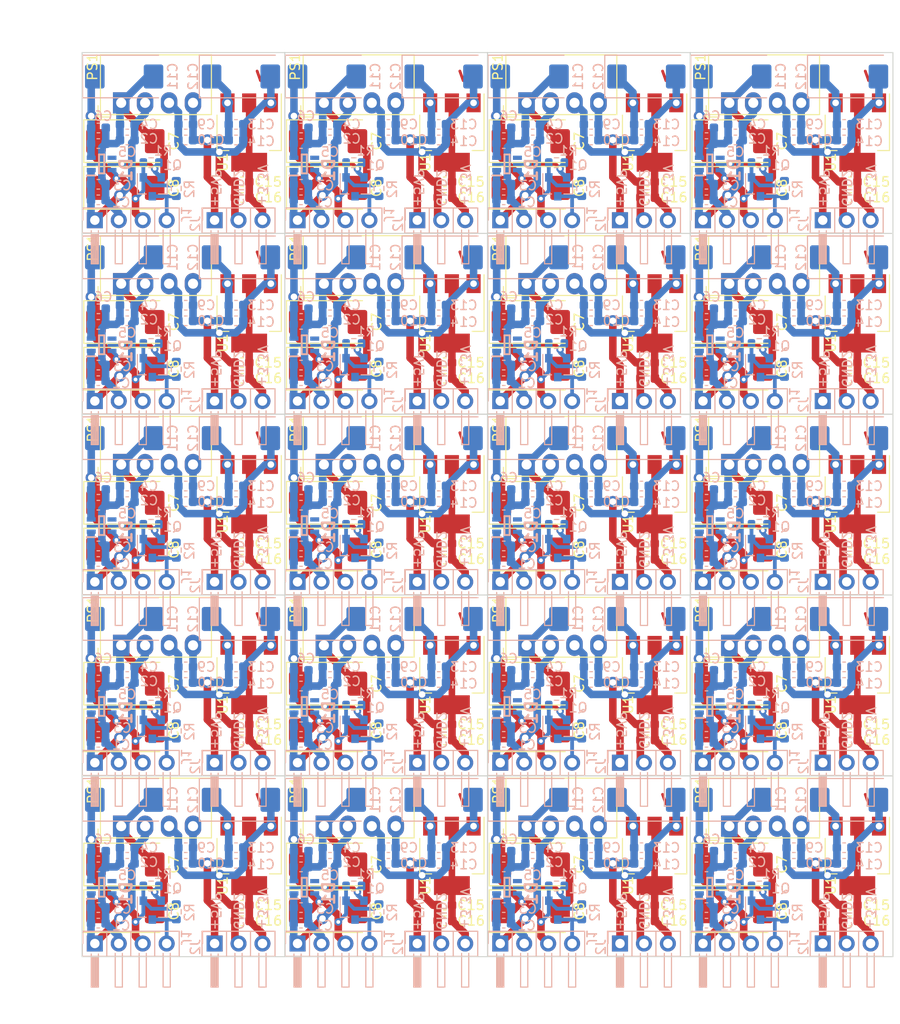
<source format=kicad_pcb>
(kicad_pcb (version 20171130) (host pcbnew "(5.1.10)-1")
  (layers (0 F.Cu signal) (31 B.Cu signal) (34 B.Paste user) (35 F.Paste user) (36 B.SilkS user) (37 F.SilkS user) (38 B.Mask user) (39 F.Mask user) (44 Edge.Cuts user))
  (net 0 "")
  (net 1 +5P)
  (net 2 GND1)
  (net 3 +5VP)
  (net 4 /+5V_state)
  (net 5 +3.3VP)
  (net 6 +5V)
  (net 7 GND2)
  (net 8 "Net-(D1-Pad5)")
  (module Capacitor_SMD:C_0603_1608Metric (layer B.Cu) (at 166.22 162.975 180)
    (fp_text reference C1 (at -2.426 -0.254) (layer B.SilkS) (effects (justify mirror)))
    (fp_text value 10uF)
    (pad 1 smd roundrect (at -0.775 0 180) (size 0.9 0.95) (layers B.Cu B.Paste B.Mask) (net 2 GND1))
    (pad 2 smd roundrect (at 0.775 0 180) (size 0.9 0.95) (layers B.Cu B.Paste B.Mask) (net 6 +5V))
  )
  (module Capacitor_SMD:C_0603_1608Metric (layer B.Cu) (at 144.72 162.975 180)
    (fp_text reference C1 (at -2.426 -0.254) (layer B.SilkS) (effects (justify mirror)))
    (fp_text value 10uF)
    (pad 1 smd roundrect (at -0.775 0 180) (size 0.9 0.95) (layers B.Cu B.Paste B.Mask) (net 2 GND1))
    (pad 2 smd roundrect (at 0.775 0 180) (size 0.9 0.95) (layers B.Cu B.Paste B.Mask) (net 6 +5V))
  )
  (module Capacitor_SMD:C_0603_1608Metric (layer B.Cu) (at 123.22 162.975 180)
    (fp_text reference C1 (at -2.426 -0.254) (layer B.SilkS) (effects (justify mirror)))
    (fp_text value 10uF)
    (pad 1 smd roundrect (at -0.775 0 180) (size 0.9 0.95) (layers B.Cu B.Paste B.Mask) (net 2 GND1))
    (pad 2 smd roundrect (at 0.775 0 180) (size 0.9 0.95) (layers B.Cu B.Paste B.Mask) (net 6 +5V))
  )
  (module Capacitor_SMD:C_0603_1608Metric (layer B.Cu) (at 101.72 162.975 180)
    (fp_text reference C1 (at -2.426 -0.254) (layer B.SilkS) (effects (justify mirror)))
    (fp_text value 10uF)
    (pad 1 smd roundrect (at -0.775 0 180) (size 0.9 0.95) (layers B.Cu B.Paste B.Mask) (net 2 GND1))
    (pad 2 smd roundrect (at 0.775 0 180) (size 0.9 0.95) (layers B.Cu B.Paste B.Mask) (net 6 +5V))
  )
  (module Capacitor_SMD:C_0603_1608Metric (layer B.Cu) (at 166.22 143.798 180)
    (fp_text reference C1 (at -2.426 -0.254) (layer B.SilkS) (effects (justify mirror)))
    (fp_text value 10uF)
    (pad 1 smd roundrect (at -0.775 0 180) (size 0.9 0.95) (layers B.Cu B.Paste B.Mask) (net 2 GND1))
    (pad 2 smd roundrect (at 0.775 0 180) (size 0.9 0.95) (layers B.Cu B.Paste B.Mask) (net 6 +5V))
  )
  (module Capacitor_SMD:C_0603_1608Metric (layer B.Cu) (at 144.72 143.798 180)
    (fp_text reference C1 (at -2.426 -0.254) (layer B.SilkS) (effects (justify mirror)))
    (fp_text value 10uF)
    (pad 1 smd roundrect (at -0.775 0 180) (size 0.9 0.95) (layers B.Cu B.Paste B.Mask) (net 2 GND1))
    (pad 2 smd roundrect (at 0.775 0 180) (size 0.9 0.95) (layers B.Cu B.Paste B.Mask) (net 6 +5V))
  )
  (module Capacitor_SMD:C_0603_1608Metric (layer B.Cu) (at 123.22 143.798 180)
    (fp_text reference C1 (at -2.426 -0.254) (layer B.SilkS) (effects (justify mirror)))
    (fp_text value 10uF)
    (pad 1 smd roundrect (at -0.775 0 180) (size 0.9 0.95) (layers B.Cu B.Paste B.Mask) (net 2 GND1))
    (pad 2 smd roundrect (at 0.775 0 180) (size 0.9 0.95) (layers B.Cu B.Paste B.Mask) (net 6 +5V))
  )
  (module Capacitor_SMD:C_0603_1608Metric (layer B.Cu) (at 101.72 143.798 180)
    (fp_text reference C1 (at -2.426 -0.254) (layer B.SilkS) (effects (justify mirror)))
    (fp_text value 10uF)
    (pad 1 smd roundrect (at -0.775 0 180) (size 0.9 0.95) (layers B.Cu B.Paste B.Mask) (net 2 GND1))
    (pad 2 smd roundrect (at 0.775 0 180) (size 0.9 0.95) (layers B.Cu B.Paste B.Mask) (net 6 +5V))
  )
  (module Capacitor_SMD:C_0603_1608Metric (layer B.Cu) (at 166.22 124.621 180)
    (fp_text reference C1 (at -2.426 -0.254) (layer B.SilkS) (effects (justify mirror)))
    (fp_text value 10uF)
    (pad 1 smd roundrect (at -0.775 0 180) (size 0.9 0.95) (layers B.Cu B.Paste B.Mask) (net 2 GND1))
    (pad 2 smd roundrect (at 0.775 0 180) (size 0.9 0.95) (layers B.Cu B.Paste B.Mask) (net 6 +5V))
  )
  (module Capacitor_SMD:C_0603_1608Metric (layer B.Cu) (at 144.72 124.621 180)
    (fp_text reference C1 (at -2.426 -0.254) (layer B.SilkS) (effects (justify mirror)))
    (fp_text value 10uF)
    (pad 1 smd roundrect (at -0.775 0 180) (size 0.9 0.95) (layers B.Cu B.Paste B.Mask) (net 2 GND1))
    (pad 2 smd roundrect (at 0.775 0 180) (size 0.9 0.95) (layers B.Cu B.Paste B.Mask) (net 6 +5V))
  )
  (module Capacitor_SMD:C_0603_1608Metric (layer B.Cu) (at 123.22 124.621 180)
    (fp_text reference C1 (at -2.426 -0.254) (layer B.SilkS) (effects (justify mirror)))
    (fp_text value 10uF)
    (pad 1 smd roundrect (at -0.775 0 180) (size 0.9 0.95) (layers B.Cu B.Paste B.Mask) (net 2 GND1))
    (pad 2 smd roundrect (at 0.775 0 180) (size 0.9 0.95) (layers B.Cu B.Paste B.Mask) (net 6 +5V))
  )
  (module Capacitor_SMD:C_0603_1608Metric (layer B.Cu) (at 101.72 124.621 180)
    (fp_text reference C1 (at -2.426 -0.254) (layer B.SilkS) (effects (justify mirror)))
    (fp_text value 10uF)
    (pad 1 smd roundrect (at -0.775 0 180) (size 0.9 0.95) (layers B.Cu B.Paste B.Mask) (net 2 GND1))
    (pad 2 smd roundrect (at 0.775 0 180) (size 0.9 0.95) (layers B.Cu B.Paste B.Mask) (net 6 +5V))
  )
  (module Capacitor_SMD:C_0603_1608Metric (layer B.Cu) (at 166.22 105.444 180)
    (fp_text reference C1 (at -2.426 -0.254) (layer B.SilkS) (effects (justify mirror)))
    (fp_text value 10uF)
    (pad 1 smd roundrect (at -0.775 0 180) (size 0.9 0.95) (layers B.Cu B.Paste B.Mask) (net 2 GND1))
    (pad 2 smd roundrect (at 0.775 0 180) (size 0.9 0.95) (layers B.Cu B.Paste B.Mask) (net 6 +5V))
  )
  (module Capacitor_SMD:C_0603_1608Metric (layer B.Cu) (at 144.72 105.444 180)
    (fp_text reference C1 (at -2.426 -0.254) (layer B.SilkS) (effects (justify mirror)))
    (fp_text value 10uF)
    (pad 1 smd roundrect (at -0.775 0 180) (size 0.9 0.95) (layers B.Cu B.Paste B.Mask) (net 2 GND1))
    (pad 2 smd roundrect (at 0.775 0 180) (size 0.9 0.95) (layers B.Cu B.Paste B.Mask) (net 6 +5V))
  )
  (module Capacitor_SMD:C_0603_1608Metric (layer B.Cu) (at 123.22 105.444 180)
    (fp_text reference C1 (at -2.426 -0.254) (layer B.SilkS) (effects (justify mirror)))
    (fp_text value 10uF)
    (pad 1 smd roundrect (at -0.775 0 180) (size 0.9 0.95) (layers B.Cu B.Paste B.Mask) (net 2 GND1))
    (pad 2 smd roundrect (at 0.775 0 180) (size 0.9 0.95) (layers B.Cu B.Paste B.Mask) (net 6 +5V))
  )
  (module Capacitor_SMD:C_0603_1608Metric (layer B.Cu) (at 101.72 105.444 180)
    (fp_text reference C1 (at -2.426 -0.254) (layer B.SilkS) (effects (justify mirror)))
    (fp_text value 10uF)
    (pad 1 smd roundrect (at -0.775 0 180) (size 0.9 0.95) (layers B.Cu B.Paste B.Mask) (net 2 GND1))
    (pad 2 smd roundrect (at 0.775 0 180) (size 0.9 0.95) (layers B.Cu B.Paste B.Mask) (net 6 +5V))
  )
  (module Capacitor_SMD:C_0603_1608Metric (layer B.Cu) (at 166.22 86.267 180)
    (fp_text reference C1 (at -2.426 -0.254) (layer B.SilkS) (effects (justify mirror)))
    (fp_text value 10uF)
    (pad 1 smd roundrect (at -0.775 0 180) (size 0.9 0.95) (layers B.Cu B.Paste B.Mask) (net 2 GND1))
    (pad 2 smd roundrect (at 0.775 0 180) (size 0.9 0.95) (layers B.Cu B.Paste B.Mask) (net 6 +5V))
  )
  (module Capacitor_SMD:C_0603_1608Metric (layer B.Cu) (at 144.72 86.267 180)
    (fp_text reference C1 (at -2.426 -0.254) (layer B.SilkS) (effects (justify mirror)))
    (fp_text value 10uF)
    (pad 1 smd roundrect (at -0.775 0 180) (size 0.9 0.95) (layers B.Cu B.Paste B.Mask) (net 2 GND1))
    (pad 2 smd roundrect (at 0.775 0 180) (size 0.9 0.95) (layers B.Cu B.Paste B.Mask) (net 6 +5V))
  )
  (module Capacitor_SMD:C_0603_1608Metric (layer B.Cu) (at 123.22 86.267 180)
    (fp_text reference C1 (at -2.426 -0.254) (layer B.SilkS) (effects (justify mirror)))
    (fp_text value 10uF)
    (pad 1 smd roundrect (at -0.775 0 180) (size 0.9 0.95) (layers B.Cu B.Paste B.Mask) (net 2 GND1))
    (pad 2 smd roundrect (at 0.775 0 180) (size 0.9 0.95) (layers B.Cu B.Paste B.Mask) (net 6 +5V))
  )
  (module Capacitor_SMD:C_0603_1608Metric (layer B.Cu) (at 169.294 156.625)
    (fp_text reference C2 (at 2.299 -0.127) (layer B.SilkS) (effects (justify mirror)))
    (fp_text value 10uF)
    (pad 1 smd roundrect (at -0.775 0) (size 0.9 0.95) (layers B.Cu B.Paste B.Mask) (net 2 GND1))
    (pad 2 smd roundrect (at 0.775 0) (size 0.9 0.95) (layers B.Cu B.Paste B.Mask) (net 6 +5V))
  )
  (module Capacitor_SMD:C_0603_1608Metric (layer B.Cu) (at 147.794 156.625)
    (fp_text reference C2 (at 2.299 -0.127) (layer B.SilkS) (effects (justify mirror)))
    (fp_text value 10uF)
    (pad 1 smd roundrect (at -0.775 0) (size 0.9 0.95) (layers B.Cu B.Paste B.Mask) (net 2 GND1))
    (pad 2 smd roundrect (at 0.775 0) (size 0.9 0.95) (layers B.Cu B.Paste B.Mask) (net 6 +5V))
  )
  (module Capacitor_SMD:C_0603_1608Metric (layer B.Cu) (at 126.294 156.625)
    (fp_text reference C2 (at 2.299 -0.127) (layer B.SilkS) (effects (justify mirror)))
    (fp_text value 10uF)
    (pad 1 smd roundrect (at -0.775 0) (size 0.9 0.95) (layers B.Cu B.Paste B.Mask) (net 2 GND1))
    (pad 2 smd roundrect (at 0.775 0) (size 0.9 0.95) (layers B.Cu B.Paste B.Mask) (net 6 +5V))
  )
  (module Capacitor_SMD:C_0603_1608Metric (layer B.Cu) (at 104.794 156.625)
    (fp_text reference C2 (at 2.299 -0.127) (layer B.SilkS) (effects (justify mirror)))
    (fp_text value 10uF)
    (pad 1 smd roundrect (at -0.775 0) (size 0.9 0.95) (layers B.Cu B.Paste B.Mask) (net 2 GND1))
    (pad 2 smd roundrect (at 0.775 0) (size 0.9 0.95) (layers B.Cu B.Paste B.Mask) (net 6 +5V))
  )
  (module Capacitor_SMD:C_0603_1608Metric (layer B.Cu) (at 169.294 137.448)
    (fp_text reference C2 (at 2.299 -0.127) (layer B.SilkS) (effects (justify mirror)))
    (fp_text value 10uF)
    (pad 1 smd roundrect (at -0.775 0) (size 0.9 0.95) (layers B.Cu B.Paste B.Mask) (net 2 GND1))
    (pad 2 smd roundrect (at 0.775 0) (size 0.9 0.95) (layers B.Cu B.Paste B.Mask) (net 6 +5V))
  )
  (module Capacitor_SMD:C_0603_1608Metric (layer B.Cu) (at 147.794 137.448)
    (fp_text reference C2 (at 2.299 -0.127) (layer B.SilkS) (effects (justify mirror)))
    (fp_text value 10uF)
    (pad 1 smd roundrect (at -0.775 0) (size 0.9 0.95) (layers B.Cu B.Paste B.Mask) (net 2 GND1))
    (pad 2 smd roundrect (at 0.775 0) (size 0.9 0.95) (layers B.Cu B.Paste B.Mask) (net 6 +5V))
  )
  (module Capacitor_SMD:C_0603_1608Metric (layer B.Cu) (at 126.294 137.448)
    (fp_text reference C2 (at 2.299 -0.127) (layer B.SilkS) (effects (justify mirror)))
    (fp_text value 10uF)
    (pad 1 smd roundrect (at -0.775 0) (size 0.9 0.95) (layers B.Cu B.Paste B.Mask) (net 2 GND1))
    (pad 2 smd roundrect (at 0.775 0) (size 0.9 0.95) (layers B.Cu B.Paste B.Mask) (net 6 +5V))
  )
  (module Capacitor_SMD:C_0603_1608Metric (layer B.Cu) (at 104.794 137.448)
    (fp_text reference C2 (at 2.299 -0.127) (layer B.SilkS) (effects (justify mirror)))
    (fp_text value 10uF)
    (pad 1 smd roundrect (at -0.775 0) (size 0.9 0.95) (layers B.Cu B.Paste B.Mask) (net 2 GND1))
    (pad 2 smd roundrect (at 0.775 0) (size 0.9 0.95) (layers B.Cu B.Paste B.Mask) (net 6 +5V))
  )
  (module Capacitor_SMD:C_0603_1608Metric (layer B.Cu) (at 169.294 118.271)
    (fp_text reference C2 (at 2.299 -0.127) (layer B.SilkS) (effects (justify mirror)))
    (fp_text value 10uF)
    (pad 1 smd roundrect (at -0.775 0) (size 0.9 0.95) (layers B.Cu B.Paste B.Mask) (net 2 GND1))
    (pad 2 smd roundrect (at 0.775 0) (size 0.9 0.95) (layers B.Cu B.Paste B.Mask) (net 6 +5V))
  )
  (module Capacitor_SMD:C_0603_1608Metric (layer B.Cu) (at 147.794 118.271)
    (fp_text reference C2 (at 2.299 -0.127) (layer B.SilkS) (effects (justify mirror)))
    (fp_text value 10uF)
    (pad 1 smd roundrect (at -0.775 0) (size 0.9 0.95) (layers B.Cu B.Paste B.Mask) (net 2 GND1))
    (pad 2 smd roundrect (at 0.775 0) (size 0.9 0.95) (layers B.Cu B.Paste B.Mask) (net 6 +5V))
  )
  (module Capacitor_SMD:C_0603_1608Metric (layer B.Cu) (at 126.294 118.271)
    (fp_text reference C2 (at 2.299 -0.127) (layer B.SilkS) (effects (justify mirror)))
    (fp_text value 10uF)
    (pad 1 smd roundrect (at -0.775 0) (size 0.9 0.95) (layers B.Cu B.Paste B.Mask) (net 2 GND1))
    (pad 2 smd roundrect (at 0.775 0) (size 0.9 0.95) (layers B.Cu B.Paste B.Mask) (net 6 +5V))
  )
  (module Capacitor_SMD:C_0603_1608Metric (layer B.Cu) (at 104.794 118.271)
    (fp_text reference C2 (at 2.299 -0.127) (layer B.SilkS) (effects (justify mirror)))
    (fp_text value 10uF)
    (pad 1 smd roundrect (at -0.775 0) (size 0.9 0.95) (layers B.Cu B.Paste B.Mask) (net 2 GND1))
    (pad 2 smd roundrect (at 0.775 0) (size 0.9 0.95) (layers B.Cu B.Paste B.Mask) (net 6 +5V))
  )
  (module Capacitor_SMD:C_0603_1608Metric (layer B.Cu) (at 169.294 99.094)
    (fp_text reference C2 (at 2.299 -0.127) (layer B.SilkS) (effects (justify mirror)))
    (fp_text value 10uF)
    (pad 1 smd roundrect (at -0.775 0) (size 0.9 0.95) (layers B.Cu B.Paste B.Mask) (net 2 GND1))
    (pad 2 smd roundrect (at 0.775 0) (size 0.9 0.95) (layers B.Cu B.Paste B.Mask) (net 6 +5V))
  )
  (module Capacitor_SMD:C_0603_1608Metric (layer B.Cu) (at 147.794 99.094)
    (fp_text reference C2 (at 2.299 -0.127) (layer B.SilkS) (effects (justify mirror)))
    (fp_text value 10uF)
    (pad 1 smd roundrect (at -0.775 0) (size 0.9 0.95) (layers B.Cu B.Paste B.Mask) (net 2 GND1))
    (pad 2 smd roundrect (at 0.775 0) (size 0.9 0.95) (layers B.Cu B.Paste B.Mask) (net 6 +5V))
  )
  (module Capacitor_SMD:C_0603_1608Metric (layer B.Cu) (at 126.294 99.094)
    (fp_text reference C2 (at 2.299 -0.127) (layer B.SilkS) (effects (justify mirror)))
    (fp_text value 10uF)
    (pad 1 smd roundrect (at -0.775 0) (size 0.9 0.95) (layers B.Cu B.Paste B.Mask) (net 2 GND1))
    (pad 2 smd roundrect (at 0.775 0) (size 0.9 0.95) (layers B.Cu B.Paste B.Mask) (net 6 +5V))
  )
  (module Capacitor_SMD:C_0603_1608Metric (layer B.Cu) (at 104.794 99.094)
    (fp_text reference C2 (at 2.299 -0.127) (layer B.SilkS) (effects (justify mirror)))
    (fp_text value 10uF)
    (pad 1 smd roundrect (at -0.775 0) (size 0.9 0.95) (layers B.Cu B.Paste B.Mask) (net 2 GND1))
    (pad 2 smd roundrect (at 0.775 0) (size 0.9 0.95) (layers B.Cu B.Paste B.Mask) (net 6 +5V))
  )
  (module Capacitor_SMD:C_0603_1608Metric (layer B.Cu) (at 169.294 79.917)
    (fp_text reference C2 (at 2.299 -0.127) (layer B.SilkS) (effects (justify mirror)))
    (fp_text value 10uF)
    (pad 1 smd roundrect (at -0.775 0) (size 0.9 0.95) (layers B.Cu B.Paste B.Mask) (net 2 GND1))
    (pad 2 smd roundrect (at 0.775 0) (size 0.9 0.95) (layers B.Cu B.Paste B.Mask) (net 6 +5V))
  )
  (module Capacitor_SMD:C_0603_1608Metric (layer B.Cu) (at 147.794 79.917)
    (fp_text reference C2 (at 2.299 -0.127) (layer B.SilkS) (effects (justify mirror)))
    (fp_text value 10uF)
    (pad 1 smd roundrect (at -0.775 0) (size 0.9 0.95) (layers B.Cu B.Paste B.Mask) (net 2 GND1))
    (pad 2 smd roundrect (at 0.775 0) (size 0.9 0.95) (layers B.Cu B.Paste B.Mask) (net 6 +5V))
  )
  (module Capacitor_SMD:C_0603_1608Metric (layer B.Cu) (at 126.294 79.917)
    (fp_text reference C2 (at 2.299 -0.127) (layer B.SilkS) (effects (justify mirror)))
    (fp_text value 10uF)
    (pad 1 smd roundrect (at -0.775 0) (size 0.9 0.95) (layers B.Cu B.Paste B.Mask) (net 2 GND1))
    (pad 2 smd roundrect (at 0.775 0) (size 0.9 0.95) (layers B.Cu B.Paste B.Mask) (net 6 +5V))
  )
  (module Capacitor_SMD:C_0603_1608Metric (layer B.Cu) (at 166.22 161.324 180)
    (fp_text reference C3 (at -2.553 -0.127) (layer B.SilkS) (effects (justify mirror)))
    (fp_text value 100nF)
    (pad 1 smd roundrect (at -0.775 0 180) (size 0.9 0.95) (layers B.Cu B.Paste B.Mask) (net 2 GND1))
    (pad 2 smd roundrect (at 0.775 0 180) (size 0.9 0.95) (layers B.Cu B.Paste B.Mask) (net 6 +5V))
  )
  (module Capacitor_SMD:C_0603_1608Metric (layer B.Cu) (at 144.72 161.324 180)
    (fp_text reference C3 (at -2.553 -0.127) (layer B.SilkS) (effects (justify mirror)))
    (fp_text value 100nF)
    (pad 1 smd roundrect (at -0.775 0 180) (size 0.9 0.95) (layers B.Cu B.Paste B.Mask) (net 2 GND1))
    (pad 2 smd roundrect (at 0.775 0 180) (size 0.9 0.95) (layers B.Cu B.Paste B.Mask) (net 6 +5V))
  )
  (module Capacitor_SMD:C_0603_1608Metric (layer B.Cu) (at 123.22 161.324 180)
    (fp_text reference C3 (at -2.553 -0.127) (layer B.SilkS) (effects (justify mirror)))
    (fp_text value 100nF)
    (pad 1 smd roundrect (at -0.775 0 180) (size 0.9 0.95) (layers B.Cu B.Paste B.Mask) (net 2 GND1))
    (pad 2 smd roundrect (at 0.775 0 180) (size 0.9 0.95) (layers B.Cu B.Paste B.Mask) (net 6 +5V))
  )
  (module Capacitor_SMD:C_0603_1608Metric (layer B.Cu) (at 101.72 161.324 180)
    (fp_text reference C3 (at -2.553 -0.127) (layer B.SilkS) (effects (justify mirror)))
    (fp_text value 100nF)
    (pad 1 smd roundrect (at -0.775 0 180) (size 0.9 0.95) (layers B.Cu B.Paste B.Mask) (net 2 GND1))
    (pad 2 smd roundrect (at 0.775 0 180) (size 0.9 0.95) (layers B.Cu B.Paste B.Mask) (net 6 +5V))
  )
  (module Capacitor_SMD:C_0603_1608Metric (layer B.Cu) (at 166.22 142.147 180)
    (fp_text reference C3 (at -2.553 -0.127) (layer B.SilkS) (effects (justify mirror)))
    (fp_text value 100nF)
    (pad 1 smd roundrect (at -0.775 0 180) (size 0.9 0.95) (layers B.Cu B.Paste B.Mask) (net 2 GND1))
    (pad 2 smd roundrect (at 0.775 0 180) (size 0.9 0.95) (layers B.Cu B.Paste B.Mask) (net 6 +5V))
  )
  (module Capacitor_SMD:C_0603_1608Metric (layer B.Cu) (at 144.72 142.147 180)
    (fp_text reference C3 (at -2.553 -0.127) (layer B.SilkS) (effects (justify mirror)))
    (fp_text value 100nF)
    (pad 1 smd roundrect (at -0.775 0 180) (size 0.9 0.95) (layers B.Cu B.Paste B.Mask) (net 2 GND1))
    (pad 2 smd roundrect (at 0.775 0 180) (size 0.9 0.95) (layers B.Cu B.Paste B.Mask) (net 6 +5V))
  )
  (module Capacitor_SMD:C_0603_1608Metric (layer B.Cu) (at 123.22 142.147 180)
    (fp_text reference C3 (at -2.553 -0.127) (layer B.SilkS) (effects (justify mirror)))
    (fp_text value 100nF)
    (pad 1 smd roundrect (at -0.775 0 180) (size 0.9 0.95) (layers B.Cu B.Paste B.Mask) (net 2 GND1))
    (pad 2 smd roundrect (at 0.775 0 180) (size 0.9 0.95) (layers B.Cu B.Paste B.Mask) (net 6 +5V))
  )
  (module Capacitor_SMD:C_0603_1608Metric (layer B.Cu) (at 101.72 142.147 180)
    (fp_text reference C3 (at -2.553 -0.127) (layer B.SilkS) (effects (justify mirror)))
    (fp_text value 100nF)
    (pad 1 smd roundrect (at -0.775 0 180) (size 0.9 0.95) (layers B.Cu B.Paste B.Mask) (net 2 GND1))
    (pad 2 smd roundrect (at 0.775 0 180) (size 0.9 0.95) (layers B.Cu B.Paste B.Mask) (net 6 +5V))
  )
  (module Capacitor_SMD:C_0603_1608Metric (layer B.Cu) (at 166.22 122.97 180)
    (fp_text reference C3 (at -2.553 -0.127) (layer B.SilkS) (effects (justify mirror)))
    (fp_text value 100nF)
    (pad 1 smd roundrect (at -0.775 0 180) (size 0.9 0.95) (layers B.Cu B.Paste B.Mask) (net 2 GND1))
    (pad 2 smd roundrect (at 0.775 0 180) (size 0.9 0.95) (layers B.Cu B.Paste B.Mask) (net 6 +5V))
  )
  (module Capacitor_SMD:C_0603_1608Metric (layer B.Cu) (at 144.72 122.97 180)
    (fp_text reference C3 (at -2.553 -0.127) (layer B.SilkS) (effects (justify mirror)))
    (fp_text value 100nF)
    (pad 1 smd roundrect (at -0.775 0 180) (size 0.9 0.95) (layers B.Cu B.Paste B.Mask) (net 2 GND1))
    (pad 2 smd roundrect (at 0.775 0 180) (size 0.9 0.95) (layers B.Cu B.Paste B.Mask) (net 6 +5V))
  )
  (module Capacitor_SMD:C_0603_1608Metric (layer B.Cu) (at 123.22 122.97 180)
    (fp_text reference C3 (at -2.553 -0.127) (layer B.SilkS) (effects (justify mirror)))
    (fp_text value 100nF)
    (pad 1 smd roundrect (at -0.775 0 180) (size 0.9 0.95) (layers B.Cu B.Paste B.Mask) (net 2 GND1))
    (pad 2 smd roundrect (at 0.775 0 180) (size 0.9 0.95) (layers B.Cu B.Paste B.Mask) (net 6 +5V))
  )
  (module Capacitor_SMD:C_0603_1608Metric (layer B.Cu) (at 101.72 122.97 180)
    (fp_text reference C3 (at -2.553 -0.127) (layer B.SilkS) (effects (justify mirror)))
    (fp_text value 100nF)
    (pad 1 smd roundrect (at -0.775 0 180) (size 0.9 0.95) (layers B.Cu B.Paste B.Mask) (net 2 GND1))
    (pad 2 smd roundrect (at 0.775 0 180) (size 0.9 0.95) (layers B.Cu B.Paste B.Mask) (net 6 +5V))
  )
  (module Capacitor_SMD:C_0603_1608Metric (layer B.Cu) (at 166.22 103.793 180)
    (fp_text reference C3 (at -2.553 -0.127) (layer B.SilkS) (effects (justify mirror)))
    (fp_text value 100nF)
    (pad 1 smd roundrect (at -0.775 0 180) (size 0.9 0.95) (layers B.Cu B.Paste B.Mask) (net 2 GND1))
    (pad 2 smd roundrect (at 0.775 0 180) (size 0.9 0.95) (layers B.Cu B.Paste B.Mask) (net 6 +5V))
  )
  (module Capacitor_SMD:C_0603_1608Metric (layer B.Cu) (at 144.72 103.793 180)
    (fp_text reference C3 (at -2.553 -0.127) (layer B.SilkS) (effects (justify mirror)))
    (fp_text value 100nF)
    (pad 1 smd roundrect (at -0.775 0 180) (size 0.9 0.95) (layers B.Cu B.Paste B.Mask) (net 2 GND1))
    (pad 2 smd roundrect (at 0.775 0 180) (size 0.9 0.95) (layers B.Cu B.Paste B.Mask) (net 6 +5V))
  )
  (module Capacitor_SMD:C_0603_1608Metric (layer B.Cu) (at 123.22 103.793 180)
    (fp_text reference C3 (at -2.553 -0.127) (layer B.SilkS) (effects (justify mirror)))
    (fp_text value 100nF)
    (pad 1 smd roundrect (at -0.775 0 180) (size 0.9 0.95) (layers B.Cu B.Paste B.Mask) (net 2 GND1))
    (pad 2 smd roundrect (at 0.775 0 180) (size 0.9 0.95) (layers B.Cu B.Paste B.Mask) (net 6 +5V))
  )
  (module Capacitor_SMD:C_0603_1608Metric (layer B.Cu) (at 101.72 103.793 180)
    (fp_text reference C3 (at -2.553 -0.127) (layer B.SilkS) (effects (justify mirror)))
    (fp_text value 100nF)
    (pad 1 smd roundrect (at -0.775 0 180) (size 0.9 0.95) (layers B.Cu B.Paste B.Mask) (net 2 GND1))
    (pad 2 smd roundrect (at 0.775 0 180) (size 0.9 0.95) (layers B.Cu B.Paste B.Mask) (net 6 +5V))
  )
  (module Capacitor_SMD:C_0603_1608Metric (layer B.Cu) (at 166.22 84.616 180)
    (fp_text reference C3 (at -2.553 -0.127) (layer B.SilkS) (effects (justify mirror)))
    (fp_text value 100nF)
    (pad 1 smd roundrect (at -0.775 0 180) (size 0.9 0.95) (layers B.Cu B.Paste B.Mask) (net 2 GND1))
    (pad 2 smd roundrect (at 0.775 0 180) (size 0.9 0.95) (layers B.Cu B.Paste B.Mask) (net 6 +5V))
  )
  (module Capacitor_SMD:C_0603_1608Metric (layer B.Cu) (at 144.72 84.616 180)
    (fp_text reference C3 (at -2.553 -0.127) (layer B.SilkS) (effects (justify mirror)))
    (fp_text value 100nF)
    (pad 1 smd roundrect (at -0.775 0 180) (size 0.9 0.95) (layers B.Cu B.Paste B.Mask) (net 2 GND1))
    (pad 2 smd roundrect (at 0.775 0 180) (size 0.9 0.95) (layers B.Cu B.Paste B.Mask) (net 6 +5V))
  )
  (module Capacitor_SMD:C_0603_1608Metric (layer B.Cu) (at 123.22 84.616 180)
    (fp_text reference C3 (at -2.553 -0.127) (layer B.SilkS) (effects (justify mirror)))
    (fp_text value 100nF)
    (pad 1 smd roundrect (at -0.775 0 180) (size 0.9 0.95) (layers B.Cu B.Paste B.Mask) (net 2 GND1))
    (pad 2 smd roundrect (at 0.775 0 180) (size 0.9 0.95) (layers B.Cu B.Paste B.Mask) (net 6 +5V))
  )
  (module Capacitor_SMD:C_0603_1608Metric (layer B.Cu) (at 169.294 154.974)
    (fp_text reference C4 (at 2.299 0) (layer B.SilkS) (effects (justify mirror)))
    (fp_text value 100nF)
    (pad 1 smd roundrect (at -0.775 0) (size 0.9 0.95) (layers B.Cu B.Paste B.Mask) (net 2 GND1))
    (pad 2 smd roundrect (at 0.775 0) (size 0.9 0.95) (layers B.Cu B.Paste B.Mask) (net 6 +5V))
  )
  (module Capacitor_SMD:C_0603_1608Metric (layer B.Cu) (at 147.794 154.974)
    (fp_text reference C4 (at 2.299 0) (layer B.SilkS) (effects (justify mirror)))
    (fp_text value 100nF)
    (pad 1 smd roundrect (at -0.775 0) (size 0.9 0.95) (layers B.Cu B.Paste B.Mask) (net 2 GND1))
    (pad 2 smd roundrect (at 0.775 0) (size 0.9 0.95) (layers B.Cu B.Paste B.Mask) (net 6 +5V))
  )
  (module Capacitor_SMD:C_0603_1608Metric (layer B.Cu) (at 126.294 154.974)
    (fp_text reference C4 (at 2.299 0) (layer B.SilkS) (effects (justify mirror)))
    (fp_text value 100nF)
    (pad 1 smd roundrect (at -0.775 0) (size 0.9 0.95) (layers B.Cu B.Paste B.Mask) (net 2 GND1))
    (pad 2 smd roundrect (at 0.775 0) (size 0.9 0.95) (layers B.Cu B.Paste B.Mask) (net 6 +5V))
  )
  (module Capacitor_SMD:C_0603_1608Metric (layer B.Cu) (at 104.794 154.974)
    (fp_text reference C4 (at 2.299 0) (layer B.SilkS) (effects (justify mirror)))
    (fp_text value 100nF)
    (pad 1 smd roundrect (at -0.775 0) (size 0.9 0.95) (layers B.Cu B.Paste B.Mask) (net 2 GND1))
    (pad 2 smd roundrect (at 0.775 0) (size 0.9 0.95) (layers B.Cu B.Paste B.Mask) (net 6 +5V))
  )
  (module Capacitor_SMD:C_0603_1608Metric (layer B.Cu) (at 169.294 135.797)
    (fp_text reference C4 (at 2.299 0) (layer B.SilkS) (effects (justify mirror)))
    (fp_text value 100nF)
    (pad 1 smd roundrect (at -0.775 0) (size 0.9 0.95) (layers B.Cu B.Paste B.Mask) (net 2 GND1))
    (pad 2 smd roundrect (at 0.775 0) (size 0.9 0.95) (layers B.Cu B.Paste B.Mask) (net 6 +5V))
  )
  (module Capacitor_SMD:C_0603_1608Metric (layer B.Cu) (at 147.794 135.797)
    (fp_text reference C4 (at 2.299 0) (layer B.SilkS) (effects (justify mirror)))
    (fp_text value 100nF)
    (pad 1 smd roundrect (at -0.775 0) (size 0.9 0.95) (layers B.Cu B.Paste B.Mask) (net 2 GND1))
    (pad 2 smd roundrect (at 0.775 0) (size 0.9 0.95) (layers B.Cu B.Paste B.Mask) (net 6 +5V))
  )
  (module Capacitor_SMD:C_0603_1608Metric (layer B.Cu) (at 126.294 135.797)
    (fp_text reference C4 (at 2.299 0) (layer B.SilkS) (effects (justify mirror)))
    (fp_text value 100nF)
    (pad 1 smd roundrect (at -0.775 0) (size 0.9 0.95) (layers B.Cu B.Paste B.Mask) (net 2 GND1))
    (pad 2 smd roundrect (at 0.775 0) (size 0.9 0.95) (layers B.Cu B.Paste B.Mask) (net 6 +5V))
  )
  (module Capacitor_SMD:C_0603_1608Metric (layer B.Cu) (at 104.794 135.797)
    (fp_text reference C4 (at 2.299 0) (layer B.SilkS) (effects (justify mirror)))
    (fp_text value 100nF)
    (pad 1 smd roundrect (at -0.775 0) (size 0.9 0.95) (layers B.Cu B.Paste B.Mask) (net 2 GND1))
    (pad 2 smd roundrect (at 0.775 0) (size 0.9 0.95) (layers B.Cu B.Paste B.Mask) (net 6 +5V))
  )
  (module Capacitor_SMD:C_0603_1608Metric (layer B.Cu) (at 169.294 116.62)
    (fp_text reference C4 (at 2.299 0) (layer B.SilkS) (effects (justify mirror)))
    (fp_text value 100nF)
    (pad 1 smd roundrect (at -0.775 0) (size 0.9 0.95) (layers B.Cu B.Paste B.Mask) (net 2 GND1))
    (pad 2 smd roundrect (at 0.775 0) (size 0.9 0.95) (layers B.Cu B.Paste B.Mask) (net 6 +5V))
  )
  (module Capacitor_SMD:C_0603_1608Metric (layer B.Cu) (at 147.794 116.62)
    (fp_text reference C4 (at 2.299 0) (layer B.SilkS) (effects (justify mirror)))
    (fp_text value 100nF)
    (pad 1 smd roundrect (at -0.775 0) (size 0.9 0.95) (layers B.Cu B.Paste B.Mask) (net 2 GND1))
    (pad 2 smd roundrect (at 0.775 0) (size 0.9 0.95) (layers B.Cu B.Paste B.Mask) (net 6 +5V))
  )
  (module Capacitor_SMD:C_0603_1608Metric (layer B.Cu) (at 126.294 116.62)
    (fp_text reference C4 (at 2.299 0) (layer B.SilkS) (effects (justify mirror)))
    (fp_text value 100nF)
    (pad 1 smd roundrect (at -0.775 0) (size 0.9 0.95) (layers B.Cu B.Paste B.Mask) (net 2 GND1))
    (pad 2 smd roundrect (at 0.775 0) (size 0.9 0.95) (layers B.Cu B.Paste B.Mask) (net 6 +5V))
  )
  (module Capacitor_SMD:C_0603_1608Metric (layer B.Cu) (at 104.794 116.62)
    (fp_text reference C4 (at 2.299 0) (layer B.SilkS) (effects (justify mirror)))
    (fp_text value 100nF)
    (pad 1 smd roundrect (at -0.775 0) (size 0.9 0.95) (layers B.Cu B.Paste B.Mask) (net 2 GND1))
    (pad 2 smd roundrect (at 0.775 0) (size 0.9 0.95) (layers B.Cu B.Paste B.Mask) (net 6 +5V))
  )
  (module Capacitor_SMD:C_0603_1608Metric (layer B.Cu) (at 169.294 97.443)
    (fp_text reference C4 (at 2.299 0) (layer B.SilkS) (effects (justify mirror)))
    (fp_text value 100nF)
    (pad 1 smd roundrect (at -0.775 0) (size 0.9 0.95) (layers B.Cu B.Paste B.Mask) (net 2 GND1))
    (pad 2 smd roundrect (at 0.775 0) (size 0.9 0.95) (layers B.Cu B.Paste B.Mask) (net 6 +5V))
  )
  (module Capacitor_SMD:C_0603_1608Metric (layer B.Cu) (at 147.794 97.443)
    (fp_text reference C4 (at 2.299 0) (layer B.SilkS) (effects (justify mirror)))
    (fp_text value 100nF)
    (pad 1 smd roundrect (at -0.775 0) (size 0.9 0.95) (layers B.Cu B.Paste B.Mask) (net 2 GND1))
    (pad 2 smd roundrect (at 0.775 0) (size 0.9 0.95) (layers B.Cu B.Paste B.Mask) (net 6 +5V))
  )
  (module Capacitor_SMD:C_0603_1608Metric (layer B.Cu) (at 126.294 97.443)
    (fp_text reference C4 (at 2.299 0) (layer B.SilkS) (effects (justify mirror)))
    (fp_text value 100nF)
    (pad 1 smd roundrect (at -0.775 0) (size 0.9 0.95) (layers B.Cu B.Paste B.Mask) (net 2 GND1))
    (pad 2 smd roundrect (at 0.775 0) (size 0.9 0.95) (layers B.Cu B.Paste B.Mask) (net 6 +5V))
  )
  (module Capacitor_SMD:C_0603_1608Metric (layer B.Cu) (at 104.794 97.443)
    (fp_text reference C4 (at 2.299 0) (layer B.SilkS) (effects (justify mirror)))
    (fp_text value 100nF)
    (pad 1 smd roundrect (at -0.775 0) (size 0.9 0.95) (layers B.Cu B.Paste B.Mask) (net 2 GND1))
    (pad 2 smd roundrect (at 0.775 0) (size 0.9 0.95) (layers B.Cu B.Paste B.Mask) (net 6 +5V))
  )
  (module Capacitor_SMD:C_0603_1608Metric (layer B.Cu) (at 169.294 78.266)
    (fp_text reference C4 (at 2.299 0) (layer B.SilkS) (effects (justify mirror)))
    (fp_text value 100nF)
    (pad 1 smd roundrect (at -0.775 0) (size 0.9 0.95) (layers B.Cu B.Paste B.Mask) (net 2 GND1))
    (pad 2 smd roundrect (at 0.775 0) (size 0.9 0.95) (layers B.Cu B.Paste B.Mask) (net 6 +5V))
  )
  (module Capacitor_SMD:C_0603_1608Metric (layer B.Cu) (at 147.794 78.266)
    (fp_text reference C4 (at 2.299 0) (layer B.SilkS) (effects (justify mirror)))
    (fp_text value 100nF)
    (pad 1 smd roundrect (at -0.775 0) (size 0.9 0.95) (layers B.Cu B.Paste B.Mask) (net 2 GND1))
    (pad 2 smd roundrect (at 0.775 0) (size 0.9 0.95) (layers B.Cu B.Paste B.Mask) (net 6 +5V))
  )
  (module Capacitor_SMD:C_0603_1608Metric (layer B.Cu) (at 126.294 78.266)
    (fp_text reference C4 (at 2.299 0) (layer B.SilkS) (effects (justify mirror)))
    (fp_text value 100nF)
    (pad 1 smd roundrect (at -0.775 0) (size 0.9 0.95) (layers B.Cu B.Paste B.Mask) (net 2 GND1))
    (pad 2 smd roundrect (at 0.775 0) (size 0.9 0.95) (layers B.Cu B.Paste B.Mask) (net 6 +5V))
  )
  (module Modules:B0505S (layer F.Cu) (at 168.646 152.688 90)
    (fp_text reference PS1 (at 3.81 -3.048 270) (layer F.SilkS))
    (fp_text value B0505S)
    (pad 4 thru_hole oval (at 0 7.62) (size 1.75 2.25) (drill 1.075) (layers *.Cu *.Mask) (net 3 +5VP))
    (pad 3 thru_hole oval (at 0 5.08) (size 1.75 2.25) (drill 1.075) (layers *.Cu *.Mask) (net 7 GND2))
    (pad 2 thru_hole oval (at 0 2.54) (size 1.75 2.25) (drill 1.075) (layers *.Cu *.Mask) (net 6 +5V))
    (pad 1 thru_hole rect (at 0 0) (size 1.75 2.25) (drill 1.075) (layers *.Cu *.Mask) (net 2 GND1))
  )
  (module Modules:B0505S (layer F.Cu) (at 147.146 152.688 90)
    (fp_text reference PS1 (at 3.81 -3.048 270) (layer F.SilkS))
    (fp_text value B0505S)
    (pad 4 thru_hole oval (at 0 7.62) (size 1.75 2.25) (drill 1.075) (layers *.Cu *.Mask) (net 3 +5VP))
    (pad 3 thru_hole oval (at 0 5.08) (size 1.75 2.25) (drill 1.075) (layers *.Cu *.Mask) (net 7 GND2))
    (pad 2 thru_hole oval (at 0 2.54) (size 1.75 2.25) (drill 1.075) (layers *.Cu *.Mask) (net 6 +5V))
    (pad 1 thru_hole rect (at 0 0) (size 1.75 2.25) (drill 1.075) (layers *.Cu *.Mask) (net 2 GND1))
  )
  (module Modules:B0505S (layer F.Cu) (at 125.646 152.688 90)
    (fp_text reference PS1 (at 3.81 -3.048 270) (layer F.SilkS))
    (fp_text value B0505S)
    (pad 4 thru_hole oval (at 0 7.62) (size 1.75 2.25) (drill 1.075) (layers *.Cu *.Mask) (net 3 +5VP))
    (pad 3 thru_hole oval (at 0 5.08) (size 1.75 2.25) (drill 1.075) (layers *.Cu *.Mask) (net 7 GND2))
    (pad 2 thru_hole oval (at 0 2.54) (size 1.75 2.25) (drill 1.075) (layers *.Cu *.Mask) (net 6 +5V))
    (pad 1 thru_hole rect (at 0 0) (size 1.75 2.25) (drill 1.075) (layers *.Cu *.Mask) (net 2 GND1))
  )
  (module Modules:B0505S (layer F.Cu) (at 104.146 152.688 90)
    (fp_text reference PS1 (at 3.81 -3.048 270) (layer F.SilkS))
    (fp_text value B0505S)
    (pad 4 thru_hole oval (at 0 7.62) (size 1.75 2.25) (drill 1.075) (layers *.Cu *.Mask) (net 3 +5VP))
    (pad 3 thru_hole oval (at 0 5.08) (size 1.75 2.25) (drill 1.075) (layers *.Cu *.Mask) (net 7 GND2))
    (pad 2 thru_hole oval (at 0 2.54) (size 1.75 2.25) (drill 1.075) (layers *.Cu *.Mask) (net 6 +5V))
    (pad 1 thru_hole rect (at 0 0) (size 1.75 2.25) (drill 1.075) (layers *.Cu *.Mask) (net 2 GND1))
  )
  (module Modules:B0505S (layer F.Cu) (at 168.646 133.511 90)
    (fp_text reference PS1 (at 3.81 -3.048 270) (layer F.SilkS))
    (fp_text value B0505S)
    (pad 4 thru_hole oval (at 0 7.62) (size 1.75 2.25) (drill 1.075) (layers *.Cu *.Mask) (net 3 +5VP))
    (pad 3 thru_hole oval (at 0 5.08) (size 1.75 2.25) (drill 1.075) (layers *.Cu *.Mask) (net 7 GND2))
    (pad 2 thru_hole oval (at 0 2.54) (size 1.75 2.25) (drill 1.075) (layers *.Cu *.Mask) (net 6 +5V))
    (pad 1 thru_hole rect (at 0 0) (size 1.75 2.25) (drill 1.075) (layers *.Cu *.Mask) (net 2 GND1))
  )
  (module Modules:B0505S (layer F.Cu) (at 147.146 133.511 90)
    (fp_text reference PS1 (at 3.81 -3.048 270) (layer F.SilkS))
    (fp_text value B0505S)
    (pad 4 thru_hole oval (at 0 7.62) (size 1.75 2.25) (drill 1.075) (layers *.Cu *.Mask) (net 3 +5VP))
    (pad 3 thru_hole oval (at 0 5.08) (size 1.75 2.25) (drill 1.075) (layers *.Cu *.Mask) (net 7 GND2))
    (pad 2 thru_hole oval (at 0 2.54) (size 1.75 2.25) (drill 1.075) (layers *.Cu *.Mask) (net 6 +5V))
    (pad 1 thru_hole rect (at 0 0) (size 1.75 2.25) (drill 1.075) (layers *.Cu *.Mask) (net 2 GND1))
  )
  (module Modules:B0505S (layer F.Cu) (at 125.646 133.511 90)
    (fp_text reference PS1 (at 3.81 -3.048 270) (layer F.SilkS))
    (fp_text value B0505S)
    (pad 4 thru_hole oval (at 0 7.62) (size 1.75 2.25) (drill 1.075) (layers *.Cu *.Mask) (net 3 +5VP))
    (pad 3 thru_hole oval (at 0 5.08) (size 1.75 2.25) (drill 1.075) (layers *.Cu *.Mask) (net 7 GND2))
    (pad 2 thru_hole oval (at 0 2.54) (size 1.75 2.25) (drill 1.075) (layers *.Cu *.Mask) (net 6 +5V))
    (pad 1 thru_hole rect (at 0 0) (size 1.75 2.25) (drill 1.075) (layers *.Cu *.Mask) (net 2 GND1))
  )
  (module Modules:B0505S (layer F.Cu) (at 104.146 133.511 90)
    (fp_text reference PS1 (at 3.81 -3.048 270) (layer F.SilkS))
    (fp_text value B0505S)
    (pad 4 thru_hole oval (at 0 7.62) (size 1.75 2.25) (drill 1.075) (layers *.Cu *.Mask) (net 3 +5VP))
    (pad 3 thru_hole oval (at 0 5.08) (size 1.75 2.25) (drill 1.075) (layers *.Cu *.Mask) (net 7 GND2))
    (pad 2 thru_hole oval (at 0 2.54) (size 1.75 2.25) (drill 1.075) (layers *.Cu *.Mask) (net 6 +5V))
    (pad 1 thru_hole rect (at 0 0) (size 1.75 2.25) (drill 1.075) (layers *.Cu *.Mask) (net 2 GND1))
  )
  (module Modules:B0505S (layer F.Cu) (at 168.646 114.334 90)
    (fp_text reference PS1 (at 3.81 -3.048 270) (layer F.SilkS))
    (fp_text value B0505S)
    (pad 4 thru_hole oval (at 0 7.62) (size 1.75 2.25) (drill 1.075) (layers *.Cu *.Mask) (net 3 +5VP))
    (pad 3 thru_hole oval (at 0 5.08) (size 1.75 2.25) (drill 1.075) (layers *.Cu *.Mask) (net 7 GND2))
    (pad 2 thru_hole oval (at 0 2.54) (size 1.75 2.25) (drill 1.075) (layers *.Cu *.Mask) (net 6 +5V))
    (pad 1 thru_hole rect (at 0 0) (size 1.75 2.25) (drill 1.075) (layers *.Cu *.Mask) (net 2 GND1))
  )
  (module Modules:B0505S (layer F.Cu) (at 147.146 114.334 90)
    (fp_text reference PS1 (at 3.81 -3.048 270) (layer F.SilkS))
    (fp_text value B0505S)
    (pad 4 thru_hole oval (at 0 7.62) (size 1.75 2.25) (drill 1.075) (layers *.Cu *.Mask) (net 3 +5VP))
    (pad 3 thru_hole oval (at 0 5.08) (size 1.75 2.25) (drill 1.075) (layers *.Cu *.Mask) (net 7 GND2))
    (pad 2 thru_hole oval (at 0 2.54) (size 1.75 2.25) (drill 1.075) (layers *.Cu *.Mask) (net 6 +5V))
    (pad 1 thru_hole rect (at 0 0) (size 1.75 2.25) (drill 1.075) (layers *.Cu *.Mask) (net 2 GND1))
  )
  (module Modules:B0505S (layer F.Cu) (at 125.646 114.334 90)
    (fp_text reference PS1 (at 3.81 -3.048 270) (layer F.SilkS))
    (fp_text value B0505S)
    (pad 4 thru_hole oval (at 0 7.62) (size 1.75 2.25) (drill 1.075) (layers *.Cu *.Mask) (net 3 +5VP))
    (pad 3 thru_hole oval (at 0 5.08) (size 1.75 2.25) (drill 1.075) (layers *.Cu *.Mask) (net 7 GND2))
    (pad 2 thru_hole oval (at 0 2.54) (size 1.75 2.25) (drill 1.075) (layers *.Cu *.Mask) (net 6 +5V))
    (pad 1 thru_hole rect (at 0 0) (size 1.75 2.25) (drill 1.075) (layers *.Cu *.Mask) (net 2 GND1))
  )
  (module Modules:B0505S (layer F.Cu) (at 104.146 114.334 90)
    (fp_text reference PS1 (at 3.81 -3.048 270) (layer F.SilkS))
    (fp_text value B0505S)
    (pad 4 thru_hole oval (at 0 7.62) (size 1.75 2.25) (drill 1.075) (layers *.Cu *.Mask) (net 3 +5VP))
    (pad 3 thru_hole oval (at 0 5.08) (size 1.75 2.25) (drill 1.075) (layers *.Cu *.Mask) (net 7 GND2))
    (pad 2 thru_hole oval (at 0 2.54) (size 1.75 2.25) (drill 1.075) (layers *.Cu *.Mask) (net 6 +5V))
    (pad 1 thru_hole rect (at 0 0) (size 1.75 2.25) (drill 1.075) (layers *.Cu *.Mask) (net 2 GND1))
  )
  (module Modules:B0505S (layer F.Cu) (at 168.646 95.157 90)
    (fp_text reference PS1 (at 3.81 -3.048 270) (layer F.SilkS))
    (fp_text value B0505S)
    (pad 4 thru_hole oval (at 0 7.62) (size 1.75 2.25) (drill 1.075) (layers *.Cu *.Mask) (net 3 +5VP))
    (pad 3 thru_hole oval (at 0 5.08) (size 1.75 2.25) (drill 1.075) (layers *.Cu *.Mask) (net 7 GND2))
    (pad 2 thru_hole oval (at 0 2.54) (size 1.75 2.25) (drill 1.075) (layers *.Cu *.Mask) (net 6 +5V))
    (pad 1 thru_hole rect (at 0 0) (size 1.75 2.25) (drill 1.075) (layers *.Cu *.Mask) (net 2 GND1))
  )
  (module Modules:B0505S (layer F.Cu) (at 147.146 95.157 90)
    (fp_text reference PS1 (at 3.81 -3.048 270) (layer F.SilkS))
    (fp_text value B0505S)
    (pad 4 thru_hole oval (at 0 7.62) (size 1.75 2.25) (drill 1.075) (layers *.Cu *.Mask) (net 3 +5VP))
    (pad 3 thru_hole oval (at 0 5.08) (size 1.75 2.25) (drill 1.075) (layers *.Cu *.Mask) (net 7 GND2))
    (pad 2 thru_hole oval (at 0 2.54) (size 1.75 2.25) (drill 1.075) (layers *.Cu *.Mask) (net 6 +5V))
    (pad 1 thru_hole rect (at 0 0) (size 1.75 2.25) (drill 1.075) (layers *.Cu *.Mask) (net 2 GND1))
  )
  (module Modules:B0505S (layer F.Cu) (at 125.646 95.157 90)
    (fp_text reference PS1 (at 3.81 -3.048 270) (layer F.SilkS))
    (fp_text value B0505S)
    (pad 4 thru_hole oval (at 0 7.62) (size 1.75 2.25) (drill 1.075) (layers *.Cu *.Mask) (net 3 +5VP))
    (pad 3 thru_hole oval (at 0 5.08) (size 1.75 2.25) (drill 1.075) (layers *.Cu *.Mask) (net 7 GND2))
    (pad 2 thru_hole oval (at 0 2.54) (size 1.75 2.25) (drill 1.075) (layers *.Cu *.Mask) (net 6 +5V))
    (pad 1 thru_hole rect (at 0 0) (size 1.75 2.25) (drill 1.075) (layers *.Cu *.Mask) (net 2 GND1))
  )
  (module Modules:B0505S (layer F.Cu) (at 104.146 95.157 90)
    (fp_text reference PS1 (at 3.81 -3.048 270) (layer F.SilkS))
    (fp_text value B0505S)
    (pad 4 thru_hole oval (at 0 7.62) (size 1.75 2.25) (drill 1.075) (layers *.Cu *.Mask) (net 3 +5VP))
    (pad 3 thru_hole oval (at 0 5.08) (size 1.75 2.25) (drill 1.075) (layers *.Cu *.Mask) (net 7 GND2))
    (pad 2 thru_hole oval (at 0 2.54) (size 1.75 2.25) (drill 1.075) (layers *.Cu *.Mask) (net 6 +5V))
    (pad 1 thru_hole rect (at 0 0) (size 1.75 2.25) (drill 1.075) (layers *.Cu *.Mask) (net 2 GND1))
  )
  (module Modules:B0505S (layer F.Cu) (at 168.646 75.98 90)
    (fp_text reference PS1 (at 3.81 -3.048 270) (layer F.SilkS))
    (fp_text value B0505S)
    (pad 4 thru_hole oval (at 0 7.62) (size 1.75 2.25) (drill 1.075) (layers *.Cu *.Mask) (net 3 +5VP))
    (pad 3 thru_hole oval (at 0 5.08) (size 1.75 2.25) (drill 1.075) (layers *.Cu *.Mask) (net 7 GND2))
    (pad 2 thru_hole oval (at 0 2.54) (size 1.75 2.25) (drill 1.075) (layers *.Cu *.Mask) (net 6 +5V))
    (pad 1 thru_hole rect (at 0 0) (size 1.75 2.25) (drill 1.075) (layers *.Cu *.Mask) (net 2 GND1))
  )
  (module Modules:B0505S (layer F.Cu) (at 147.146 75.98 90)
    (fp_text reference PS1 (at 3.81 -3.048 270) (layer F.SilkS))
    (fp_text value B0505S)
    (pad 4 thru_hole oval (at 0 7.62) (size 1.75 2.25) (drill 1.075) (layers *.Cu *.Mask) (net 3 +5VP))
    (pad 3 thru_hole oval (at 0 5.08) (size 1.75 2.25) (drill 1.075) (layers *.Cu *.Mask) (net 7 GND2))
    (pad 2 thru_hole oval (at 0 2.54) (size 1.75 2.25) (drill 1.075) (layers *.Cu *.Mask) (net 6 +5V))
    (pad 1 thru_hole rect (at 0 0) (size 1.75 2.25) (drill 1.075) (layers *.Cu *.Mask) (net 2 GND1))
  )
  (module Modules:B0505S (layer F.Cu) (at 125.646 75.98 90)
    (fp_text reference PS1 (at 3.81 -3.048 270) (layer F.SilkS))
    (fp_text value B0505S)
    (pad 4 thru_hole oval (at 0 7.62) (size 1.75 2.25) (drill 1.075) (layers *.Cu *.Mask) (net 3 +5VP))
    (pad 3 thru_hole oval (at 0 5.08) (size 1.75 2.25) (drill 1.075) (layers *.Cu *.Mask) (net 7 GND2))
    (pad 2 thru_hole oval (at 0 2.54) (size 1.75 2.25) (drill 1.075) (layers *.Cu *.Mask) (net 6 +5V))
    (pad 1 thru_hole rect (at 0 0) (size 1.75 2.25) (drill 1.075) (layers *.Cu *.Mask) (net 2 GND1))
  )
  (module Package_TO_SOT_SMD:SOT-23 (layer B.Cu) (at 171.948 161.594 270)
    (fp_text reference Q1 (at -2.302 -2.159) (layer B.SilkS) (effects (justify mirror)))
    (fp_text value BSS138)
    (pad 1 smd rect (at -1 0.95 270) (size 0.9 0.8) (layers B.Cu B.Paste B.Mask) (net 1 +5P))
    (pad 2 smd rect (at -1 -0.95 270) (size 0.9 0.8) (layers B.Cu B.Paste B.Mask) (net 8 "Net-(D1-Pad5)"))
    (pad 3 smd rect (at 1 0 270) (size 0.9 0.8) (layers B.Cu B.Paste B.Mask) (net 4 /+5V_state))
  )
  (module Package_TO_SOT_SMD:SOT-23 (layer B.Cu) (at 150.448 161.594 270)
    (fp_text reference Q1 (at -2.302 -2.159) (layer B.SilkS) (effects (justify mirror)))
    (fp_text value BSS138)
    (pad 1 smd rect (at -1 0.95 270) (size 0.9 0.8) (layers B.Cu B.Paste B.Mask) (net 1 +5P))
    (pad 2 smd rect (at -1 -0.95 270) (size 0.9 0.8) (layers B.Cu B.Paste B.Mask) (net 8 "Net-(D1-Pad5)"))
    (pad 3 smd rect (at 1 0 270) (size 0.9 0.8) (layers B.Cu B.Paste B.Mask) (net 4 /+5V_state))
  )
  (module Package_TO_SOT_SMD:SOT-23 (layer B.Cu) (at 128.948 161.594 270)
    (fp_text reference Q1 (at -2.302 -2.159) (layer B.SilkS) (effects (justify mirror)))
    (fp_text value BSS138)
    (pad 1 smd rect (at -1 0.95 270) (size 0.9 0.8) (layers B.Cu B.Paste B.Mask) (net 1 +5P))
    (pad 2 smd rect (at -1 -0.95 270) (size 0.9 0.8) (layers B.Cu B.Paste B.Mask) (net 8 "Net-(D1-Pad5)"))
    (pad 3 smd rect (at 1 0 270) (size 0.9 0.8) (layers B.Cu B.Paste B.Mask) (net 4 /+5V_state))
  )
  (module Package_TO_SOT_SMD:SOT-23 (layer B.Cu) (at 107.448 161.594 270)
    (fp_text reference Q1 (at -2.302 -2.159) (layer B.SilkS) (effects (justify mirror)))
    (fp_text value BSS138)
    (pad 1 smd rect (at -1 0.95 270) (size 0.9 0.8) (layers B.Cu B.Paste B.Mask) (net 1 +5P))
    (pad 2 smd rect (at -1 -0.95 270) (size 0.9 0.8) (layers B.Cu B.Paste B.Mask) (net 8 "Net-(D1-Pad5)"))
    (pad 3 smd rect (at 1 0 270) (size 0.9 0.8) (layers B.Cu B.Paste B.Mask) (net 4 /+5V_state))
  )
  (module Package_TO_SOT_SMD:SOT-23 (layer B.Cu) (at 171.948 142.417 270)
    (fp_text reference Q1 (at -2.302 -2.159) (layer B.SilkS) (effects (justify mirror)))
    (fp_text value BSS138)
    (pad 1 smd rect (at -1 0.95 270) (size 0.9 0.8) (layers B.Cu B.Paste B.Mask) (net 1 +5P))
    (pad 2 smd rect (at -1 -0.95 270) (size 0.9 0.8) (layers B.Cu B.Paste B.Mask) (net 8 "Net-(D1-Pad5)"))
    (pad 3 smd rect (at 1 0 270) (size 0.9 0.8) (layers B.Cu B.Paste B.Mask) (net 4 /+5V_state))
  )
  (module Package_TO_SOT_SMD:SOT-23 (layer B.Cu) (at 150.448 142.417 270)
    (fp_text reference Q1 (at -2.302 -2.159) (layer B.SilkS) (effects (justify mirror)))
    (fp_text value BSS138)
    (pad 1 smd rect (at -1 0.95 270) (size 0.9 0.8) (layers B.Cu B.Paste B.Mask) (net 1 +5P))
    (pad 2 smd rect (at -1 -0.95 270) (size 0.9 0.8) (layers B.Cu B.Paste B.Mask) (net 8 "Net-(D1-Pad5)"))
    (pad 3 smd rect (at 1 0 270) (size 0.9 0.8) (layers B.Cu B.Paste B.Mask) (net 4 /+5V_state))
  )
  (module Package_TO_SOT_SMD:SOT-23 (layer B.Cu) (at 128.948 142.417 270)
    (fp_text reference Q1 (at -2.302 -2.159) (layer B.SilkS) (effects (justify mirror)))
    (fp_text value BSS138)
    (pad 1 smd rect (at -1 0.95 270) (size 0.9 0.8) (layers B.Cu B.Paste B.Mask) (net 1 +5P))
    (pad 2 smd rect (at -1 -0.95 270) (size 0.9 0.8) (layers B.Cu B.Paste B.Mask) (net 8 "Net-(D1-Pad5)"))
    (pad 3 smd rect (at 1 0 270) (size 0.9 0.8) (layers B.Cu B.Paste B.Mask) (net 4 /+5V_state))
  )
  (module Package_TO_SOT_SMD:SOT-23 (layer B.Cu) (at 107.448 142.417 270)
    (fp_text reference Q1 (at -2.302 -2.159) (layer B.SilkS) (effects (justify mirror)))
    (fp_text value BSS138)
    (pad 1 smd rect (at -1 0.95 270) (size 0.9 0.8) (layers B.Cu B.Paste B.Mask) (net 1 +5P))
    (pad 2 smd rect (at -1 -0.95 270) (size 0.9 0.8) (layers B.Cu B.Paste B.Mask) (net 8 "Net-(D1-Pad5)"))
    (pad 3 smd rect (at 1 0 270) (size 0.9 0.8) (layers B.Cu B.Paste B.Mask) (net 4 /+5V_state))
  )
  (module Package_TO_SOT_SMD:SOT-23 (layer B.Cu) (at 171.948 123.24 270)
    (fp_text reference Q1 (at -2.302 -2.159) (layer B.SilkS) (effects (justify mirror)))
    (fp_text value BSS138)
    (pad 1 smd rect (at -1 0.95 270) (size 0.9 0.8) (layers B.Cu B.Paste B.Mask) (net 1 +5P))
    (pad 2 smd rect (at -1 -0.95 270) (size 0.9 0.8) (layers B.Cu B.Paste B.Mask) (net 8 "Net-(D1-Pad5)"))
    (pad 3 smd rect (at 1 0 270) (size 0.9 0.8) (layers B.Cu B.Paste B.Mask) (net 4 /+5V_state))
  )
  (module Package_TO_SOT_SMD:SOT-23 (layer B.Cu) (at 150.448 123.24 270)
    (fp_text reference Q1 (at -2.302 -2.159) (layer B.SilkS) (effects (justify mirror)))
    (fp_text value BSS138)
    (pad 1 smd rect (at -1 0.95 270) (size 0.9 0.8) (layers B.Cu B.Paste B.Mask) (net 1 +5P))
    (pad 2 smd rect (at -1 -0.95 270) (size 0.9 0.8) (layers B.Cu B.Paste B.Mask) (net 8 "Net-(D1-Pad5)"))
    (pad 3 smd rect (at 1 0 270) (size 0.9 0.8) (layers B.Cu B.Paste B.Mask) (net 4 /+5V_state))
  )
  (module Package_TO_SOT_SMD:SOT-23 (layer B.Cu) (at 128.948 123.24 270)
    (fp_text reference Q1 (at -2.302 -2.159) (layer B.SilkS) (effects (justify mirror)))
    (fp_text value BSS138)
    (pad 1 smd rect (at -1 0.95 270) (size 0.9 0.8) (layers B.Cu B.Paste B.Mask) (net 1 +5P))
    (pad 2 smd rect (at -1 -0.95 270) (size 0.9 0.8) (layers B.Cu B.Paste B.Mask) (net 8 "Net-(D1-Pad5)"))
    (pad 3 smd rect (at 1 0 270) (size 0.9 0.8) (layers B.Cu B.Paste B.Mask) (net 4 /+5V_state))
  )
  (module Package_TO_SOT_SMD:SOT-23 (layer B.Cu) (at 107.448 123.24 270)
    (fp_text reference Q1 (at -2.302 -2.159) (layer B.SilkS) (effects (justify mirror)))
    (fp_text value BSS138)
    (pad 1 smd rect (at -1 0.95 270) (size 0.9 0.8) (layers B.Cu B.Paste B.Mask) (net 1 +5P))
    (pad 2 smd rect (at -1 -0.95 270) (size 0.9 0.8) (layers B.Cu B.Paste B.Mask) (net 8 "Net-(D1-Pad5)"))
    (pad 3 smd rect (at 1 0 270) (size 0.9 0.8) (layers B.Cu B.Paste B.Mask) (net 4 /+5V_state))
  )
  (module Package_TO_SOT_SMD:SOT-23 (layer B.Cu) (at 171.948 104.063 270)
    (fp_text reference Q1 (at -2.302 -2.159) (layer B.SilkS) (effects (justify mirror)))
    (fp_text value BSS138)
    (pad 1 smd rect (at -1 0.95 270) (size 0.9 0.8) (layers B.Cu B.Paste B.Mask) (net 1 +5P))
    (pad 2 smd rect (at -1 -0.95 270) (size 0.9 0.8) (layers B.Cu B.Paste B.Mask) (net 8 "Net-(D1-Pad5)"))
    (pad 3 smd rect (at 1 0 270) (size 0.9 0.8) (layers B.Cu B.Paste B.Mask) (net 4 /+5V_state))
  )
  (module Package_TO_SOT_SMD:SOT-23 (layer B.Cu) (at 150.448 104.063 270)
    (fp_text reference Q1 (at -2.302 -2.159) (layer B.SilkS) (effects (justify mirror)))
    (fp_text value BSS138)
    (pad 1 smd rect (at -1 0.95 270) (size 0.9 0.8) (layers B.Cu B.Paste B.Mask) (net 1 +5P))
    (pad 2 smd rect (at -1 -0.95 270) (size 0.9 0.8) (layers B.Cu B.Paste B.Mask) (net 8 "Net-(D1-Pad5)"))
    (pad 3 smd rect (at 1 0 270) (size 0.9 0.8) (layers B.Cu B.Paste B.Mask) (net 4 /+5V_state))
  )
  (module Package_TO_SOT_SMD:SOT-23 (layer B.Cu) (at 128.948 104.063 270)
    (fp_text reference Q1 (at -2.302 -2.159) (layer B.SilkS) (effects (justify mirror)))
    (fp_text value BSS138)
    (pad 1 smd rect (at -1 0.95 270) (size 0.9 0.8) (layers B.Cu B.Paste B.Mask) (net 1 +5P))
    (pad 2 smd rect (at -1 -0.95 270) (size 0.9 0.8) (layers B.Cu B.Paste B.Mask) (net 8 "Net-(D1-Pad5)"))
    (pad 3 smd rect (at 1 0 270) (size 0.9 0.8) (layers B.Cu B.Paste B.Mask) (net 4 /+5V_state))
  )
  (module Package_TO_SOT_SMD:SOT-23 (layer B.Cu) (at 107.448 104.063 270)
    (fp_text reference Q1 (at -2.302 -2.159) (layer B.SilkS) (effects (justify mirror)))
    (fp_text value BSS138)
    (pad 1 smd rect (at -1 0.95 270) (size 0.9 0.8) (layers B.Cu B.Paste B.Mask) (net 1 +5P))
    (pad 2 smd rect (at -1 -0.95 270) (size 0.9 0.8) (layers B.Cu B.Paste B.Mask) (net 8 "Net-(D1-Pad5)"))
    (pad 3 smd rect (at 1 0 270) (size 0.9 0.8) (layers B.Cu B.Paste B.Mask) (net 4 /+5V_state))
  )
  (module Package_TO_SOT_SMD:SOT-23 (layer B.Cu) (at 171.948 84.886 270)
    (fp_text reference Q1 (at -2.302 -2.159) (layer B.SilkS) (effects (justify mirror)))
    (fp_text value BSS138)
    (pad 1 smd rect (at -1 0.95 270) (size 0.9 0.8) (layers B.Cu B.Paste B.Mask) (net 1 +5P))
    (pad 2 smd rect (at -1 -0.95 270) (size 0.9 0.8) (layers B.Cu B.Paste B.Mask) (net 8 "Net-(D1-Pad5)"))
    (pad 3 smd rect (at 1 0 270) (size 0.9 0.8) (layers B.Cu B.Paste B.Mask) (net 4 /+5V_state))
  )
  (module Package_TO_SOT_SMD:SOT-23 (layer B.Cu) (at 150.448 84.886 270)
    (fp_text reference Q1 (at -2.302 -2.159) (layer B.SilkS) (effects (justify mirror)))
    (fp_text value BSS138)
    (pad 1 smd rect (at -1 0.95 270) (size 0.9 0.8) (layers B.Cu B.Paste B.Mask) (net 1 +5P))
    (pad 2 smd rect (at -1 -0.95 270) (size 0.9 0.8) (layers B.Cu B.Paste B.Mask) (net 8 "Net-(D1-Pad5)"))
    (pad 3 smd rect (at 1 0 270) (size 0.9 0.8) (layers B.Cu B.Paste B.Mask) (net 4 /+5V_state))
  )
  (module Package_TO_SOT_SMD:SOT-23 (layer B.Cu) (at 128.948 84.886 270)
    (fp_text reference Q1 (at -2.302 -2.159) (layer B.SilkS) (effects (justify mirror)))
    (fp_text value BSS138)
    (pad 1 smd rect (at -1 0.95 270) (size 0.9 0.8) (layers B.Cu B.Paste B.Mask) (net 1 +5P))
    (pad 2 smd rect (at -1 -0.95 270) (size 0.9 0.8) (layers B.Cu B.Paste B.Mask) (net 8 "Net-(D1-Pad5)"))
    (pad 3 smd rect (at 1 0 270) (size 0.9 0.8) (layers B.Cu B.Paste B.Mask) (net 4 /+5V_state))
  )
  (module Resistor_SMD:R_0603_1608Metric (layer B.Cu) (at 171.8205 159.038)
    (fp_text reference R1 (at 1.2705 -1.27) (layer B.SilkS) (effects (justify mirror)))
    (fp_text value 10k)
    (pad 1 smd roundrect (at -0.825 0) (size 0.8 0.95) (layers B.Cu B.Paste B.Mask) (net 1 +5P))
    (pad 2 smd roundrect (at 0.825 0) (size 0.8 0.95) (layers B.Cu B.Paste B.Mask) (net 8 "Net-(D1-Pad5)"))
  )
  (module Resistor_SMD:R_0603_1608Metric (layer B.Cu) (at 150.3205 159.038)
    (fp_text reference R1 (at 1.2705 -1.27) (layer B.SilkS) (effects (justify mirror)))
    (fp_text value 10k)
    (pad 1 smd roundrect (at -0.825 0) (size 0.8 0.95) (layers B.Cu B.Paste B.Mask) (net 1 +5P))
    (pad 2 smd roundrect (at 0.825 0) (size 0.8 0.95) (layers B.Cu B.Paste B.Mask) (net 8 "Net-(D1-Pad5)"))
  )
  (module Resistor_SMD:R_0603_1608Metric (layer B.Cu) (at 128.8205 159.038)
    (fp_text reference R1 (at 1.2705 -1.27) (layer B.SilkS) (effects (justify mirror)))
    (fp_text value 10k)
    (pad 1 smd roundrect (at -0.825 0) (size 0.8 0.95) (layers B.Cu B.Paste B.Mask) (net 1 +5P))
    (pad 2 smd roundrect (at 0.825 0) (size 0.8 0.95) (layers B.Cu B.Paste B.Mask) (net 8 "Net-(D1-Pad5)"))
  )
  (module Resistor_SMD:R_0603_1608Metric (layer B.Cu) (at 107.3205 159.038)
    (fp_text reference R1 (at 1.2705 -1.27) (layer B.SilkS) (effects (justify mirror)))
    (fp_text value 10k)
    (pad 1 smd roundrect (at -0.825 0) (size 0.8 0.95) (layers B.Cu B.Paste B.Mask) (net 1 +5P))
    (pad 2 smd roundrect (at 0.825 0) (size 0.8 0.95) (layers B.Cu B.Paste B.Mask) (net 8 "Net-(D1-Pad5)"))
  )
  (module Resistor_SMD:R_0603_1608Metric (layer B.Cu) (at 171.8205 139.861)
    (fp_text reference R1 (at 1.2705 -1.27) (layer B.SilkS) (effects (justify mirror)))
    (fp_text value 10k)
    (pad 1 smd roundrect (at -0.825 0) (size 0.8 0.95) (layers B.Cu B.Paste B.Mask) (net 1 +5P))
    (pad 2 smd roundrect (at 0.825 0) (size 0.8 0.95) (layers B.Cu B.Paste B.Mask) (net 8 "Net-(D1-Pad5)"))
  )
  (module Resistor_SMD:R_0603_1608Metric (layer B.Cu) (at 150.3205 139.861)
    (fp_text reference R1 (at 1.2705 -1.27) (layer B.SilkS) (effects (justify mirror)))
    (fp_text value 10k)
    (pad 1 smd roundrect (at -0.825 0) (size 0.8 0.95) (layers B.Cu B.Paste B.Mask) (net 1 +5P))
    (pad 2 smd roundrect (at 0.825 0) (size 0.8 0.95) (layers B.Cu B.Paste B.Mask) (net 8 "Net-(D1-Pad5)"))
  )
  (module Resistor_SMD:R_0603_1608Metric (layer B.Cu) (at 128.8205 139.861)
    (fp_text reference R1 (at 1.2705 -1.27) (layer B.SilkS) (effects (justify mirror)))
    (fp_text value 10k)
    (pad 1 smd roundrect (at -0.825 0) (size 0.8 0.95) (layers B.Cu B.Paste B.Mask) (net 1 +5P))
    (pad 2 smd roundrect (at 0.825 0) (size 0.8 0.95) (layers B.Cu B.Paste B.Mask) (net 8 "Net-(D1-Pad5)"))
  )
  (module Resistor_SMD:R_0603_1608Metric (layer B.Cu) (at 107.3205 139.861)
    (fp_text reference R1 (at 1.2705 -1.27) (layer B.SilkS) (effects (justify mirror)))
    (fp_text value 10k)
    (pad 1 smd roundrect (at -0.825 0) (size 0.8 0.95) (layers B.Cu B.Paste B.Mask) (net 1 +5P))
    (pad 2 smd roundrect (at 0.825 0) (size 0.8 0.95) (layers B.Cu B.Paste B.Mask) (net 8 "Net-(D1-Pad5)"))
  )
  (module Resistor_SMD:R_0603_1608Metric (layer B.Cu) (at 171.8205 120.684)
    (fp_text reference R1 (at 1.2705 -1.27) (layer B.SilkS) (effects (justify mirror)))
    (fp_text value 10k)
    (pad 1 smd roundrect (at -0.825 0) (size 0.8 0.95) (layers B.Cu B.Paste B.Mask) (net 1 +5P))
    (pad 2 smd roundrect (at 0.825 0) (size 0.8 0.95) (layers B.Cu B.Paste B.Mask) (net 8 "Net-(D1-Pad5)"))
  )
  (module Resistor_SMD:R_0603_1608Metric (layer B.Cu) (at 150.3205 120.684)
    (fp_text reference R1 (at 1.2705 -1.27) (layer B.SilkS) (effects (justify mirror)))
    (fp_text value 10k)
    (pad 1 smd roundrect (at -0.825 0) (size 0.8 0.95) (layers B.Cu B.Paste B.Mask) (net 1 +5P))
    (pad 2 smd roundrect (at 0.825 0) (size 0.8 0.95) (layers B.Cu B.Paste B.Mask) (net 8 "Net-(D1-Pad5)"))
  )
  (module Resistor_SMD:R_0603_1608Metric (layer B.Cu) (at 128.8205 120.684)
    (fp_text reference R1 (at 1.2705 -1.27) (layer B.SilkS) (effects (justify mirror)))
    (fp_text value 10k)
    (pad 1 smd roundrect (at -0.825 0) (size 0.8 0.95) (layers B.Cu B.Paste B.Mask) (net 1 +5P))
    (pad 2 smd roundrect (at 0.825 0) (size 0.8 0.95) (layers B.Cu B.Paste B.Mask) (net 8 "Net-(D1-Pad5)"))
  )
  (module Resistor_SMD:R_0603_1608Metric (layer B.Cu) (at 107.3205 120.684)
    (fp_text reference R1 (at 1.2705 -1.27) (layer B.SilkS) (effects (justify mirror)))
    (fp_text value 10k)
    (pad 1 smd roundrect (at -0.825 0) (size 0.8 0.95) (layers B.Cu B.Paste B.Mask) (net 1 +5P))
    (pad 2 smd roundrect (at 0.825 0) (size 0.8 0.95) (layers B.Cu B.Paste B.Mask) (net 8 "Net-(D1-Pad5)"))
  )
  (module Resistor_SMD:R_0603_1608Metric (layer B.Cu) (at 171.8205 101.507)
    (fp_text reference R1 (at 1.2705 -1.27) (layer B.SilkS) (effects (justify mirror)))
    (fp_text value 10k)
    (pad 1 smd roundrect (at -0.825 0) (size 0.8 0.95) (layers B.Cu B.Paste B.Mask) (net 1 +5P))
    (pad 2 smd roundrect (at 0.825 0) (size 0.8 0.95) (layers B.Cu B.Paste B.Mask) (net 8 "Net-(D1-Pad5)"))
  )
  (module Resistor_SMD:R_0603_1608Metric (layer B.Cu) (at 150.3205 101.507)
    (fp_text reference R1 (at 1.2705 -1.27) (layer B.SilkS) (effects (justify mirror)))
    (fp_text value 10k)
    (pad 1 smd roundrect (at -0.825 0) (size 0.8 0.95) (layers B.Cu B.Paste B.Mask) (net 1 +5P))
    (pad 2 smd roundrect (at 0.825 0) (size 0.8 0.95) (layers B.Cu B.Paste B.Mask) (net 8 "Net-(D1-Pad5)"))
  )
  (module Resistor_SMD:R_0603_1608Metric (layer B.Cu) (at 128.8205 101.507)
    (fp_text reference R1 (at 1.2705 -1.27) (layer B.SilkS) (effects (justify mirror)))
    (fp_text value 10k)
    (pad 1 smd roundrect (at -0.825 0) (size 0.8 0.95) (layers B.Cu B.Paste B.Mask) (net 1 +5P))
    (pad 2 smd roundrect (at 0.825 0) (size 0.8 0.95) (layers B.Cu B.Paste B.Mask) (net 8 "Net-(D1-Pad5)"))
  )
  (module Resistor_SMD:R_0603_1608Metric (layer B.Cu) (at 107.3205 101.507)
    (fp_text reference R1 (at 1.2705 -1.27) (layer B.SilkS) (effects (justify mirror)))
    (fp_text value 10k)
    (pad 1 smd roundrect (at -0.825 0) (size 0.8 0.95) (layers B.Cu B.Paste B.Mask) (net 1 +5P))
    (pad 2 smd roundrect (at 0.825 0) (size 0.8 0.95) (layers B.Cu B.Paste B.Mask) (net 8 "Net-(D1-Pad5)"))
  )
  (module Resistor_SMD:R_0603_1608Metric (layer B.Cu) (at 171.8205 82.33)
    (fp_text reference R1 (at 1.2705 -1.27) (layer B.SilkS) (effects (justify mirror)))
    (fp_text value 10k)
    (pad 1 smd roundrect (at -0.825 0) (size 0.8 0.95) (layers B.Cu B.Paste B.Mask) (net 1 +5P))
    (pad 2 smd roundrect (at 0.825 0) (size 0.8 0.95) (layers B.Cu B.Paste B.Mask) (net 8 "Net-(D1-Pad5)"))
  )
  (module Resistor_SMD:R_0603_1608Metric (layer B.Cu) (at 150.3205 82.33)
    (fp_text reference R1 (at 1.2705 -1.27) (layer B.SilkS) (effects (justify mirror)))
    (fp_text value 10k)
    (pad 1 smd roundrect (at -0.825 0) (size 0.8 0.95) (layers B.Cu B.Paste B.Mask) (net 1 +5P))
    (pad 2 smd roundrect (at 0.825 0) (size 0.8 0.95) (layers B.Cu B.Paste B.Mask) (net 8 "Net-(D1-Pad5)"))
  )
  (module Resistor_SMD:R_0603_1608Metric (layer B.Cu) (at 128.8205 82.33)
    (fp_text reference R1 (at 1.2705 -1.27) (layer B.SilkS) (effects (justify mirror)))
    (fp_text value 10k)
    (pad 1 smd roundrect (at -0.825 0) (size 0.8 0.95) (layers B.Cu B.Paste B.Mask) (net 1 +5P))
    (pad 2 smd roundrect (at 0.825 0) (size 0.8 0.95) (layers B.Cu B.Paste B.Mask) (net 8 "Net-(D1-Pad5)"))
  )
  (module Resistor_SMD:R_0603_1608Metric (layer B.Cu) (at 174.488 161.769 90)
    (fp_text reference R2 (at -0.063 1.397 270) (layer B.SilkS) (effects (justify mirror)))
    (fp_text value 2.2M)
    (pad 1 smd roundrect (at -0.825 0 90) (size 0.8 0.95) (layers B.Cu B.Paste B.Mask) (net 4 /+5V_state))
    (pad 2 smd roundrect (at 0.825 0 90) (size 0.8 0.95) (layers B.Cu B.Paste B.Mask) (net 1 +5P))
  )
  (module Resistor_SMD:R_0603_1608Metric (layer B.Cu) (at 152.988 161.769 90)
    (fp_text reference R2 (at -0.063 1.397 270) (layer B.SilkS) (effects (justify mirror)))
    (fp_text value 2.2M)
    (pad 1 smd roundrect (at -0.825 0 90) (size 0.8 0.95) (layers B.Cu B.Paste B.Mask) (net 4 /+5V_state))
    (pad 2 smd roundrect (at 0.825 0 90) (size 0.8 0.95) (layers B.Cu B.Paste B.Mask) (net 1 +5P))
  )
  (module Resistor_SMD:R_0603_1608Metric (layer B.Cu) (at 131.488 161.769 90)
    (fp_text reference R2 (at -0.063 1.397 270) (layer B.SilkS) (effects (justify mirror)))
    (fp_text value 2.2M)
    (pad 1 smd roundrect (at -0.825 0 90) (size 0.8 0.95) (layers B.Cu B.Paste B.Mask) (net 4 /+5V_state))
    (pad 2 smd roundrect (at 0.825 0 90) (size 0.8 0.95) (layers B.Cu B.Paste B.Mask) (net 1 +5P))
  )
  (module Resistor_SMD:R_0603_1608Metric (layer B.Cu) (at 109.988 161.769 90)
    (fp_text reference R2 (at -0.063 1.397 270) (layer B.SilkS) (effects (justify mirror)))
    (fp_text value 2.2M)
    (pad 1 smd roundrect (at -0.825 0 90) (size 0.8 0.95) (layers B.Cu B.Paste B.Mask) (net 4 /+5V_state))
    (pad 2 smd roundrect (at 0.825 0 90) (size 0.8 0.95) (layers B.Cu B.Paste B.Mask) (net 1 +5P))
  )
  (module Resistor_SMD:R_0603_1608Metric (layer B.Cu) (at 174.488 142.592 90)
    (fp_text reference R2 (at -0.063 1.397 270) (layer B.SilkS) (effects (justify mirror)))
    (fp_text value 2.2M)
    (pad 1 smd roundrect (at -0.825 0 90) (size 0.8 0.95) (layers B.Cu B.Paste B.Mask) (net 4 /+5V_state))
    (pad 2 smd roundrect (at 0.825 0 90) (size 0.8 0.95) (layers B.Cu B.Paste B.Mask) (net 1 +5P))
  )
  (module Resistor_SMD:R_0603_1608Metric (layer B.Cu) (at 152.988 142.592 90)
    (fp_text reference R2 (at -0.063 1.397 270) (layer B.SilkS) (effects (justify mirror)))
    (fp_text value 2.2M)
    (pad 1 smd roundrect (at -0.825 0 90) (size 0.8 0.95) (layers B.Cu B.Paste B.Mask) (net 4 /+5V_state))
    (pad 2 smd roundrect (at 0.825 0 90) (size 0.8 0.95) (layers B.Cu B.Paste B.Mask) (net 1 +5P))
  )
  (module Resistor_SMD:R_0603_1608Metric (layer B.Cu) (at 131.488 142.592 90)
    (fp_text reference R2 (at -0.063 1.397 270) (layer B.SilkS) (effects (justify mirror)))
    (fp_text value 2.2M)
    (pad 1 smd roundrect (at -0.825 0 90) (size 0.8 0.95) (layers B.Cu B.Paste B.Mask) (net 4 /+5V_state))
    (pad 2 smd roundrect (at 0.825 0 90) (size 0.8 0.95) (layers B.Cu B.Paste B.Mask) (net 1 +5P))
  )
  (module Resistor_SMD:R_0603_1608Metric (layer B.Cu) (at 109.988 142.592 90)
    (fp_text reference R2 (at -0.063 1.397 270) (layer B.SilkS) (effects (justify mirror)))
    (fp_text value 2.2M)
    (pad 1 smd roundrect (at -0.825 0 90) (size 0.8 0.95) (layers B.Cu B.Paste B.Mask) (net 4 /+5V_state))
    (pad 2 smd roundrect (at 0.825 0 90) (size 0.8 0.95) (layers B.Cu B.Paste B.Mask) (net 1 +5P))
  )
  (module Resistor_SMD:R_0603_1608Metric (layer B.Cu) (at 174.488 123.415 90)
    (fp_text reference R2 (at -0.063 1.397 270) (layer B.SilkS) (effects (justify mirror)))
    (fp_text value 2.2M)
    (pad 1 smd roundrect (at -0.825 0 90) (size 0.8 0.95) (layers B.Cu B.Paste B.Mask) (net 4 /+5V_state))
    (pad 2 smd roundrect (at 0.825 0 90) (size 0.8 0.95) (layers B.Cu B.Paste B.Mask) (net 1 +5P))
  )
  (module Resistor_SMD:R_0603_1608Metric (layer B.Cu) (at 152.988 123.415 90)
    (fp_text reference R2 (at -0.063 1.397 270) (layer B.SilkS) (effects (justify mirror)))
    (fp_text value 2.2M)
    (pad 1 smd roundrect (at -0.825 0 90) (size 0.8 0.95) (layers B.Cu B.Paste B.Mask) (net 4 /+5V_state))
    (pad 2 smd roundrect (at 0.825 0 90) (size 0.8 0.95) (layers B.Cu B.Paste B.Mask) (net 1 +5P))
  )
  (module Resistor_SMD:R_0603_1608Metric (layer B.Cu) (at 131.488 123.415 90)
    (fp_text reference R2 (at -0.063 1.397 270) (layer B.SilkS) (effects (justify mirror)))
    (fp_text value 2.2M)
    (pad 1 smd roundrect (at -0.825 0 90) (size 0.8 0.95) (layers B.Cu B.Paste B.Mask) (net 4 /+5V_state))
    (pad 2 smd roundrect (at 0.825 0 90) (size 0.8 0.95) (layers B.Cu B.Paste B.Mask) (net 1 +5P))
  )
  (module Resistor_SMD:R_0603_1608Metric (layer B.Cu) (at 109.988 123.415 90)
    (fp_text reference R2 (at -0.063 1.397 270) (layer B.SilkS) (effects (justify mirror)))
    (fp_text value 2.2M)
    (pad 1 smd roundrect (at -0.825 0 90) (size 0.8 0.95) (layers B.Cu B.Paste B.Mask) (net 4 /+5V_state))
    (pad 2 smd roundrect (at 0.825 0 90) (size 0.8 0.95) (layers B.Cu B.Paste B.Mask) (net 1 +5P))
  )
  (module Resistor_SMD:R_0603_1608Metric (layer B.Cu) (at 174.488 104.238 90)
    (fp_text reference R2 (at -0.063 1.397 270) (layer B.SilkS) (effects (justify mirror)))
    (fp_text value 2.2M)
    (pad 1 smd roundrect (at -0.825 0 90) (size 0.8 0.95) (layers B.Cu B.Paste B.Mask) (net 4 /+5V_state))
    (pad 2 smd roundrect (at 0.825 0 90) (size 0.8 0.95) (layers B.Cu B.Paste B.Mask) (net 1 +5P))
  )
  (module Resistor_SMD:R_0603_1608Metric (layer B.Cu) (at 152.988 104.238 90)
    (fp_text reference R2 (at -0.063 1.397 270) (layer B.SilkS) (effects (justify mirror)))
    (fp_text value 2.2M)
    (pad 1 smd roundrect (at -0.825 0 90) (size 0.8 0.95) (layers B.Cu B.Paste B.Mask) (net 4 /+5V_state))
    (pad 2 smd roundrect (at 0.825 0 90) (size 0.8 0.95) (layers B.Cu B.Paste B.Mask) (net 1 +5P))
  )
  (module Resistor_SMD:R_0603_1608Metric (layer B.Cu) (at 131.488 104.238 90)
    (fp_text reference R2 (at -0.063 1.397 270) (layer B.SilkS) (effects (justify mirror)))
    (fp_text value 2.2M)
    (pad 1 smd roundrect (at -0.825 0 90) (size 0.8 0.95) (layers B.Cu B.Paste B.Mask) (net 4 /+5V_state))
    (pad 2 smd roundrect (at 0.825 0 90) (size 0.8 0.95) (layers B.Cu B.Paste B.Mask) (net 1 +5P))
  )
  (module Resistor_SMD:R_0603_1608Metric (layer B.Cu) (at 109.988 104.238 90)
    (fp_text reference R2 (at -0.063 1.397 270) (layer B.SilkS) (effects (justify mirror)))
    (fp_text value 2.2M)
    (pad 1 smd roundrect (at -0.825 0 90) (size 0.8 0.95) (layers B.Cu B.Paste B.Mask) (net 4 /+5V_state))
    (pad 2 smd roundrect (at 0.825 0 90) (size 0.8 0.95) (layers B.Cu B.Paste B.Mask) (net 1 +5P))
  )
  (module Resistor_SMD:R_0603_1608Metric (layer B.Cu) (at 174.488 85.061 90)
    (fp_text reference R2 (at -0.063 1.397 270) (layer B.SilkS) (effects (justify mirror)))
    (fp_text value 2.2M)
    (pad 1 smd roundrect (at -0.825 0 90) (size 0.8 0.95) (layers B.Cu B.Paste B.Mask) (net 4 /+5V_state))
    (pad 2 smd roundrect (at 0.825 0 90) (size 0.8 0.95) (layers B.Cu B.Paste B.Mask) (net 1 +5P))
  )
  (module Resistor_SMD:R_0603_1608Metric (layer B.Cu) (at 152.988 85.061 90)
    (fp_text reference R2 (at -0.063 1.397 270) (layer B.SilkS) (effects (justify mirror)))
    (fp_text value 2.2M)
    (pad 1 smd roundrect (at -0.825 0 90) (size 0.8 0.95) (layers B.Cu B.Paste B.Mask) (net 4 /+5V_state))
    (pad 2 smd roundrect (at 0.825 0 90) (size 0.8 0.95) (layers B.Cu B.Paste B.Mask) (net 1 +5P))
  )
  (module Resistor_SMD:R_0603_1608Metric (layer B.Cu) (at 131.488 85.061 90)
    (fp_text reference R2 (at -0.063 1.397 270) (layer B.SilkS) (effects (justify mirror)))
    (fp_text value 2.2M)
    (pad 1 smd roundrect (at -0.825 0 90) (size 0.8 0.95) (layers B.Cu B.Paste B.Mask) (net 4 /+5V_state))
    (pad 2 smd roundrect (at 0.825 0 90) (size 0.8 0.95) (layers B.Cu B.Paste B.Mask) (net 1 +5P))
  )
  (module Capacitor_SMD:C_0603_1608Metric (layer B.Cu) (at 166.22 157.006 180)
    (fp_text reference C5 (at -3.061 -0.889 180) (layer B.SilkS) (effects (justify mirror)))
    (fp_text value 100nF)
    (pad 1 smd roundrect (at -0.775 0 180) (size 0.9 0.95) (layers B.Cu B.Paste B.Mask) (net 2 GND1))
    (pad 2 smd roundrect (at 0.775 0 180) (size 0.9 0.95) (layers B.Cu B.Paste B.Mask) (net 1 +5P))
  )
  (module Capacitor_SMD:C_0603_1608Metric (layer B.Cu) (at 144.72 157.006 180)
    (fp_text reference C5 (at -3.061 -0.889 180) (layer B.SilkS) (effects (justify mirror)))
    (fp_text value 100nF)
    (pad 1 smd roundrect (at -0.775 0 180) (size 0.9 0.95) (layers B.Cu B.Paste B.Mask) (net 2 GND1))
    (pad 2 smd roundrect (at 0.775 0 180) (size 0.9 0.95) (layers B.Cu B.Paste B.Mask) (net 1 +5P))
  )
  (module Capacitor_SMD:C_0603_1608Metric (layer B.Cu) (at 123.22 157.006 180)
    (fp_text reference C5 (at -3.061 -0.889 180) (layer B.SilkS) (effects (justify mirror)))
    (fp_text value 100nF)
    (pad 1 smd roundrect (at -0.775 0 180) (size 0.9 0.95) (layers B.Cu B.Paste B.Mask) (net 2 GND1))
    (pad 2 smd roundrect (at 0.775 0 180) (size 0.9 0.95) (layers B.Cu B.Paste B.Mask) (net 1 +5P))
  )
  (module Capacitor_SMD:C_0603_1608Metric (layer B.Cu) (at 101.72 157.006 180)
    (fp_text reference C5 (at -3.061 -0.889 180) (layer B.SilkS) (effects (justify mirror)))
    (fp_text value 100nF)
    (pad 1 smd roundrect (at -0.775 0 180) (size 0.9 0.95) (layers B.Cu B.Paste B.Mask) (net 2 GND1))
    (pad 2 smd roundrect (at 0.775 0 180) (size 0.9 0.95) (layers B.Cu B.Paste B.Mask) (net 1 +5P))
  )
  (module Capacitor_SMD:C_0603_1608Metric (layer B.Cu) (at 166.22 137.829 180)
    (fp_text reference C5 (at -3.061 -0.889 180) (layer B.SilkS) (effects (justify mirror)))
    (fp_text value 100nF)
    (pad 1 smd roundrect (at -0.775 0 180) (size 0.9 0.95) (layers B.Cu B.Paste B.Mask) (net 2 GND1))
    (pad 2 smd roundrect (at 0.775 0 180) (size 0.9 0.95) (layers B.Cu B.Paste B.Mask) (net 1 +5P))
  )
  (module Capacitor_SMD:C_0603_1608Metric (layer B.Cu) (at 144.72 137.829 180)
    (fp_text reference C5 (at -3.061 -0.889 180) (layer B.SilkS) (effects (justify mirror)))
    (fp_text value 100nF)
    (pad 1 smd roundrect (at -0.775 0 180) (size 0.9 0.95) (layers B.Cu B.Paste B.Mask) (net 2 GND1))
    (pad 2 smd roundrect (at 0.775 0 180) (size 0.9 0.95) (layers B.Cu B.Paste B.Mask) (net 1 +5P))
  )
  (module Capacitor_SMD:C_0603_1608Metric (layer B.Cu) (at 123.22 137.829 180)
    (fp_text reference C5 (at -3.061 -0.889 180) (layer B.SilkS) (effects (justify mirror)))
    (fp_text value 100nF)
    (pad 1 smd roundrect (at -0.775 0 180) (size 0.9 0.95) (layers B.Cu B.Paste B.Mask) (net 2 GND1))
    (pad 2 smd roundrect (at 0.775 0 180) (size 0.9 0.95) (layers B.Cu B.Paste B.Mask) (net 1 +5P))
  )
  (module Capacitor_SMD:C_0603_1608Metric (layer B.Cu) (at 101.72 137.829 180)
    (fp_text reference C5 (at -3.061 -0.889 180) (layer B.SilkS) (effects (justify mirror)))
    (fp_text value 100nF)
    (pad 1 smd roundrect (at -0.775 0 180) (size 0.9 0.95) (layers B.Cu B.Paste B.Mask) (net 2 GND1))
    (pad 2 smd roundrect (at 0.775 0 180) (size 0.9 0.95) (layers B.Cu B.Paste B.Mask) (net 1 +5P))
  )
  (module Capacitor_SMD:C_0603_1608Metric (layer B.Cu) (at 166.22 118.652 180)
    (fp_text reference C5 (at -3.061 -0.889 180) (layer B.SilkS) (effects (justify mirror)))
    (fp_text value 100nF)
    (pad 1 smd roundrect (at -0.775 0 180) (size 0.9 0.95) (layers B.Cu B.Paste B.Mask) (net 2 GND1))
    (pad 2 smd roundrect (at 0.775 0 180) (size 0.9 0.95) (layers B.Cu B.Paste B.Mask) (net 1 +5P))
  )
  (module Capacitor_SMD:C_0603_1608Metric (layer B.Cu) (at 144.72 118.652 180)
    (fp_text reference C5 (at -3.061 -0.889 180) (layer B.SilkS) (effects (justify mirror)))
    (fp_text value 100nF)
    (pad 1 smd roundrect (at -0.775 0 180) (size 0.9 0.95) (layers B.Cu B.Paste B.Mask) (net 2 GND1))
    (pad 2 smd roundrect (at 0.775 0 180) (size 0.9 0.95) (layers B.Cu B.Paste B.Mask) (net 1 +5P))
  )
  (module Capacitor_SMD:C_0603_1608Metric (layer B.Cu) (at 123.22 118.652 180)
    (fp_text reference C5 (at -3.061 -0.889 180) (layer B.SilkS) (effects (justify mirror)))
    (fp_text value 100nF)
    (pad 1 smd roundrect (at -0.775 0 180) (size 0.9 0.95) (layers B.Cu B.Paste B.Mask) (net 2 GND1))
    (pad 2 smd roundrect (at 0.775 0 180) (size 0.9 0.95) (layers B.Cu B.Paste B.Mask) (net 1 +5P))
  )
  (module Capacitor_SMD:C_0603_1608Metric (layer B.Cu) (at 101.72 118.652 180)
    (fp_text reference C5 (at -3.061 -0.889 180) (layer B.SilkS) (effects (justify mirror)))
    (fp_text value 100nF)
    (pad 1 smd roundrect (at -0.775 0 180) (size 0.9 0.95) (layers B.Cu B.Paste B.Mask) (net 2 GND1))
    (pad 2 smd roundrect (at 0.775 0 180) (size 0.9 0.95) (layers B.Cu B.Paste B.Mask) (net 1 +5P))
  )
  (module Capacitor_SMD:C_0603_1608Metric (layer B.Cu) (at 166.22 99.475 180)
    (fp_text reference C5 (at -3.061 -0.889 180) (layer B.SilkS) (effects (justify mirror)))
    (fp_text value 100nF)
    (pad 1 smd roundrect (at -0.775 0 180) (size 0.9 0.95) (layers B.Cu B.Paste B.Mask) (net 2 GND1))
    (pad 2 smd roundrect (at 0.775 0 180) (size 0.9 0.95) (layers B.Cu B.Paste B.Mask) (net 1 +5P))
  )
  (module Capacitor_SMD:C_0603_1608Metric (layer B.Cu) (at 144.72 99.475 180)
    (fp_text reference C5 (at -3.061 -0.889 180) (layer B.SilkS) (effects (justify mirror)))
    (fp_text value 100nF)
    (pad 1 smd roundrect (at -0.775 0 180) (size 0.9 0.95) (layers B.Cu B.Paste B.Mask) (net 2 GND1))
    (pad 2 smd roundrect (at 0.775 0 180) (size 0.9 0.95) (layers B.Cu B.Paste B.Mask) (net 1 +5P))
  )
  (module Capacitor_SMD:C_0603_1608Metric (layer B.Cu) (at 123.22 99.475 180)
    (fp_text reference C5 (at -3.061 -0.889 180) (layer B.SilkS) (effects (justify mirror)))
    (fp_text value 100nF)
    (pad 1 smd roundrect (at -0.775 0 180) (size 0.9 0.95) (layers B.Cu B.Paste B.Mask) (net 2 GND1))
    (pad 2 smd roundrect (at 0.775 0 180) (size 0.9 0.95) (layers B.Cu B.Paste B.Mask) (net 1 +5P))
  )
  (module Capacitor_SMD:C_0603_1608Metric (layer B.Cu) (at 101.72 99.475 180)
    (fp_text reference C5 (at -3.061 -0.889 180) (layer B.SilkS) (effects (justify mirror)))
    (fp_text value 100nF)
    (pad 1 smd roundrect (at -0.775 0 180) (size 0.9 0.95) (layers B.Cu B.Paste B.Mask) (net 2 GND1))
    (pad 2 smd roundrect (at 0.775 0 180) (size 0.9 0.95) (layers B.Cu B.Paste B.Mask) (net 1 +5P))
  )
  (module Capacitor_SMD:C_0603_1608Metric (layer B.Cu) (at 166.22 80.298 180)
    (fp_text reference C5 (at -3.061 -0.889 180) (layer B.SilkS) (effects (justify mirror)))
    (fp_text value 100nF)
    (pad 1 smd roundrect (at -0.775 0 180) (size 0.9 0.95) (layers B.Cu B.Paste B.Mask) (net 2 GND1))
    (pad 2 smd roundrect (at 0.775 0 180) (size 0.9 0.95) (layers B.Cu B.Paste B.Mask) (net 1 +5P))
  )
  (module Capacitor_SMD:C_0603_1608Metric (layer B.Cu) (at 144.72 80.298 180)
    (fp_text reference C5 (at -3.061 -0.889 180) (layer B.SilkS) (effects (justify mirror)))
    (fp_text value 100nF)
    (pad 1 smd roundrect (at -0.775 0 180) (size 0.9 0.95) (layers B.Cu B.Paste B.Mask) (net 2 GND1))
    (pad 2 smd roundrect (at 0.775 0 180) (size 0.9 0.95) (layers B.Cu B.Paste B.Mask) (net 1 +5P))
  )
  (module Capacitor_SMD:C_0603_1608Metric (layer B.Cu) (at 123.22 80.298 180)
    (fp_text reference C5 (at -3.061 -0.889 180) (layer B.SilkS) (effects (justify mirror)))
    (fp_text value 100nF)
    (pad 1 smd roundrect (at -0.775 0 180) (size 0.9 0.95) (layers B.Cu B.Paste B.Mask) (net 2 GND1))
    (pad 2 smd roundrect (at 0.775 0 180) (size 0.9 0.95) (layers B.Cu B.Paste B.Mask) (net 1 +5P))
  )
  (module Capacitor_SMD:C_0603_1608Metric (layer B.Cu) (at 166.233 155.355 180)
    (fp_text reference C6 (at -0.508 1.27) (layer B.SilkS) (effects (justify mirror)))
    (fp_text value 10uF)
    (pad 1 smd roundrect (at -0.775 0 180) (size 0.9 0.95) (layers B.Cu B.Paste B.Mask) (net 2 GND1))
    (pad 2 smd roundrect (at 0.775 0 180) (size 0.9 0.95) (layers B.Cu B.Paste B.Mask) (net 1 +5P))
  )
  (module Capacitor_SMD:C_0603_1608Metric (layer B.Cu) (at 144.733 155.355 180)
    (fp_text reference C6 (at -0.508 1.27) (layer B.SilkS) (effects (justify mirror)))
    (fp_text value 10uF)
    (pad 1 smd roundrect (at -0.775 0 180) (size 0.9 0.95) (layers B.Cu B.Paste B.Mask) (net 2 GND1))
    (pad 2 smd roundrect (at 0.775 0 180) (size 0.9 0.95) (layers B.Cu B.Paste B.Mask) (net 1 +5P))
  )
  (module Capacitor_SMD:C_0603_1608Metric (layer B.Cu) (at 123.233 155.355 180)
    (fp_text reference C6 (at -0.508 1.27) (layer B.SilkS) (effects (justify mirror)))
    (fp_text value 10uF)
    (pad 1 smd roundrect (at -0.775 0 180) (size 0.9 0.95) (layers B.Cu B.Paste B.Mask) (net 2 GND1))
    (pad 2 smd roundrect (at 0.775 0 180) (size 0.9 0.95) (layers B.Cu B.Paste B.Mask) (net 1 +5P))
  )
  (module Capacitor_SMD:C_0603_1608Metric (layer B.Cu) (at 101.733 155.355 180)
    (fp_text reference C6 (at -0.508 1.27) (layer B.SilkS) (effects (justify mirror)))
    (fp_text value 10uF)
    (pad 1 smd roundrect (at -0.775 0 180) (size 0.9 0.95) (layers B.Cu B.Paste B.Mask) (net 2 GND1))
    (pad 2 smd roundrect (at 0.775 0 180) (size 0.9 0.95) (layers B.Cu B.Paste B.Mask) (net 1 +5P))
  )
  (module Capacitor_SMD:C_0603_1608Metric (layer B.Cu) (at 166.233 136.178 180)
    (fp_text reference C6 (at -0.508 1.27) (layer B.SilkS) (effects (justify mirror)))
    (fp_text value 10uF)
    (pad 1 smd roundrect (at -0.775 0 180) (size 0.9 0.95) (layers B.Cu B.Paste B.Mask) (net 2 GND1))
    (pad 2 smd roundrect (at 0.775 0 180) (size 0.9 0.95) (layers B.Cu B.Paste B.Mask) (net 1 +5P))
  )
  (module Capacitor_SMD:C_0603_1608Metric (layer B.Cu) (at 144.733 136.178 180)
    (fp_text reference C6 (at -0.508 1.27) (layer B.SilkS) (effects (justify mirror)))
    (fp_text value 10uF)
    (pad 1 smd roundrect (at -0.775 0 180) (size 0.9 0.95) (layers B.Cu B.Paste B.Mask) (net 2 GND1))
    (pad 2 smd roundrect (at 0.775 0 180) (size 0.9 0.95) (layers B.Cu B.Paste B.Mask) (net 1 +5P))
  )
  (module Capacitor_SMD:C_0603_1608Metric (layer B.Cu) (at 123.233 136.178 180)
    (fp_text reference C6 (at -0.508 1.27) (layer B.SilkS) (effects (justify mirror)))
    (fp_text value 10uF)
    (pad 1 smd roundrect (at -0.775 0 180) (size 0.9 0.95) (layers B.Cu B.Paste B.Mask) (net 2 GND1))
    (pad 2 smd roundrect (at 0.775 0 180) (size 0.9 0.95) (layers B.Cu B.Paste B.Mask) (net 1 +5P))
  )
  (module Capacitor_SMD:C_0603_1608Metric (layer B.Cu) (at 101.733 136.178 180)
    (fp_text reference C6 (at -0.508 1.27) (layer B.SilkS) (effects (justify mirror)))
    (fp_text value 10uF)
    (pad 1 smd roundrect (at -0.775 0 180) (size 0.9 0.95) (layers B.Cu B.Paste B.Mask) (net 2 GND1))
    (pad 2 smd roundrect (at 0.775 0 180) (size 0.9 0.95) (layers B.Cu B.Paste B.Mask) (net 1 +5P))
  )
  (module Capacitor_SMD:C_0603_1608Metric (layer B.Cu) (at 166.233 117.001 180)
    (fp_text reference C6 (at -0.508 1.27) (layer B.SilkS) (effects (justify mirror)))
    (fp_text value 10uF)
    (pad 1 smd roundrect (at -0.775 0 180) (size 0.9 0.95) (layers B.Cu B.Paste B.Mask) (net 2 GND1))
    (pad 2 smd roundrect (at 0.775 0 180) (size 0.9 0.95) (layers B.Cu B.Paste B.Mask) (net 1 +5P))
  )
  (module Capacitor_SMD:C_0603_1608Metric (layer B.Cu) (at 144.733 117.001 180)
    (fp_text reference C6 (at -0.508 1.27) (layer B.SilkS) (effects (justify mirror)))
    (fp_text value 10uF)
    (pad 1 smd roundrect (at -0.775 0 180) (size 0.9 0.95) (layers B.Cu B.Paste B.Mask) (net 2 GND1))
    (pad 2 smd roundrect (at 0.775 0 180) (size 0.9 0.95) (layers B.Cu B.Paste B.Mask) (net 1 +5P))
  )
  (module Capacitor_SMD:C_0603_1608Metric (layer B.Cu) (at 123.233 117.001 180)
    (fp_text reference C6 (at -0.508 1.27) (layer B.SilkS) (effects (justify mirror)))
    (fp_text value 10uF)
    (pad 1 smd roundrect (at -0.775 0 180) (size 0.9 0.95) (layers B.Cu B.Paste B.Mask) (net 2 GND1))
    (pad 2 smd roundrect (at 0.775 0 180) (size 0.9 0.95) (layers B.Cu B.Paste B.Mask) (net 1 +5P))
  )
  (module Capacitor_SMD:C_0603_1608Metric (layer B.Cu) (at 101.733 117.001 180)
    (fp_text reference C6 (at -0.508 1.27) (layer B.SilkS) (effects (justify mirror)))
    (fp_text value 10uF)
    (pad 1 smd roundrect (at -0.775 0 180) (size 0.9 0.95) (layers B.Cu B.Paste B.Mask) (net 2 GND1))
    (pad 2 smd roundrect (at 0.775 0 180) (size 0.9 0.95) (layers B.Cu B.Paste B.Mask) (net 1 +5P))
  )
  (module Capacitor_SMD:C_0603_1608Metric (layer B.Cu) (at 166.233 97.824 180)
    (fp_text reference C6 (at -0.508 1.27) (layer B.SilkS) (effects (justify mirror)))
    (fp_text value 10uF)
    (pad 1 smd roundrect (at -0.775 0 180) (size 0.9 0.95) (layers B.Cu B.Paste B.Mask) (net 2 GND1))
    (pad 2 smd roundrect (at 0.775 0 180) (size 0.9 0.95) (layers B.Cu B.Paste B.Mask) (net 1 +5P))
  )
  (module Capacitor_SMD:C_0603_1608Metric (layer B.Cu) (at 144.733 97.824 180)
    (fp_text reference C6 (at -0.508 1.27) (layer B.SilkS) (effects (justify mirror)))
    (fp_text value 10uF)
    (pad 1 smd roundrect (at -0.775 0 180) (size 0.9 0.95) (layers B.Cu B.Paste B.Mask) (net 2 GND1))
    (pad 2 smd roundrect (at 0.775 0 180) (size 0.9 0.95) (layers B.Cu B.Paste B.Mask) (net 1 +5P))
  )
  (module Capacitor_SMD:C_0603_1608Metric (layer B.Cu) (at 123.233 97.824 180)
    (fp_text reference C6 (at -0.508 1.27) (layer B.SilkS) (effects (justify mirror)))
    (fp_text value 10uF)
    (pad 1 smd roundrect (at -0.775 0 180) (size 0.9 0.95) (layers B.Cu B.Paste B.Mask) (net 2 GND1))
    (pad 2 smd roundrect (at 0.775 0 180) (size 0.9 0.95) (layers B.Cu B.Paste B.Mask) (net 1 +5P))
  )
  (module Capacitor_SMD:C_0603_1608Metric (layer B.Cu) (at 101.733 97.824 180)
    (fp_text reference C6 (at -0.508 1.27) (layer B.SilkS) (effects (justify mirror)))
    (fp_text value 10uF)
    (pad 1 smd roundrect (at -0.775 0 180) (size 0.9 0.95) (layers B.Cu B.Paste B.Mask) (net 2 GND1))
    (pad 2 smd roundrect (at 0.775 0 180) (size 0.9 0.95) (layers B.Cu B.Paste B.Mask) (net 1 +5P))
  )
  (module Capacitor_SMD:C_0603_1608Metric (layer B.Cu) (at 166.233 78.647 180)
    (fp_text reference C6 (at -0.508 1.27) (layer B.SilkS) (effects (justify mirror)))
    (fp_text value 10uF)
    (pad 1 smd roundrect (at -0.775 0 180) (size 0.9 0.95) (layers B.Cu B.Paste B.Mask) (net 2 GND1))
    (pad 2 smd roundrect (at 0.775 0 180) (size 0.9 0.95) (layers B.Cu B.Paste B.Mask) (net 1 +5P))
  )
  (module Capacitor_SMD:C_0603_1608Metric (layer B.Cu) (at 144.733 78.647 180)
    (fp_text reference C6 (at -0.508 1.27) (layer B.SilkS) (effects (justify mirror)))
    (fp_text value 10uF)
    (pad 1 smd roundrect (at -0.775 0 180) (size 0.9 0.95) (layers B.Cu B.Paste B.Mask) (net 2 GND1))
    (pad 2 smd roundrect (at 0.775 0 180) (size 0.9 0.95) (layers B.Cu B.Paste B.Mask) (net 1 +5P))
  )
  (module Capacitor_SMD:C_0603_1608Metric (layer B.Cu) (at 123.233 78.647 180)
    (fp_text reference C6 (at -0.508 1.27) (layer B.SilkS) (effects (justify mirror)))
    (fp_text value 10uF)
    (pad 1 smd roundrect (at -0.775 0 180) (size 0.9 0.95) (layers B.Cu B.Paste B.Mask) (net 2 GND1))
    (pad 2 smd roundrect (at 0.775 0 180) (size 0.9 0.95) (layers B.Cu B.Paste B.Mask) (net 1 +5P))
  )
  (module Capacitor_Tantalum_SMD:CP_EIA-7343-31_Kemet-D (layer F.Cu) (at 169.0915 156.752)
    (fp_text reference C7 (at 5.1425 0 90) (layer F.SilkS))
    (fp_text value 470uF)
    (pad 1 smd roundrect (at -3.1125 0) (size 2.075 2.55) (layers F.Cu F.Paste F.Mask) (roundrect_rratio 0.120482) (net 1 +5P))
    (pad 2 smd roundrect (at 3.1125 0) (size 2.075 2.55) (layers F.Cu F.Paste F.Mask) (roundrect_rratio 0.120482) (net 2 GND1))
  )
  (module Capacitor_Tantalum_SMD:CP_EIA-7343-31_Kemet-D (layer F.Cu) (at 147.5915 156.752)
    (fp_text reference C7 (at 5.1425 0 90) (layer F.SilkS))
    (fp_text value 470uF)
    (pad 1 smd roundrect (at -3.1125 0) (size 2.075 2.55) (layers F.Cu F.Paste F.Mask) (roundrect_rratio 0.120482) (net 1 +5P))
    (pad 2 smd roundrect (at 3.1125 0) (size 2.075 2.55) (layers F.Cu F.Paste F.Mask) (roundrect_rratio 0.120482) (net 2 GND1))
  )
  (module Capacitor_Tantalum_SMD:CP_EIA-7343-31_Kemet-D (layer F.Cu) (at 126.0915 156.752)
    (fp_text reference C7 (at 5.1425 0 90) (layer F.SilkS))
    (fp_text value 470uF)
    (pad 1 smd roundrect (at -3.1125 0) (size 2.075 2.55) (layers F.Cu F.Paste F.Mask) (roundrect_rratio 0.120482) (net 1 +5P))
    (pad 2 smd roundrect (at 3.1125 0) (size 2.075 2.55) (layers F.Cu F.Paste F.Mask) (roundrect_rratio 0.120482) (net 2 GND1))
  )
  (module Capacitor_Tantalum_SMD:CP_EIA-7343-31_Kemet-D (layer F.Cu) (at 104.5915 156.752)
    (fp_text reference C7 (at 5.1425 0 90) (layer F.SilkS))
    (fp_text value 470uF)
    (pad 1 smd roundrect (at -3.1125 0) (size 2.075 2.55) (layers F.Cu F.Paste F.Mask) (roundrect_rratio 0.120482) (net 1 +5P))
    (pad 2 smd roundrect (at 3.1125 0) (size 2.075 2.55) (layers F.Cu F.Paste F.Mask) (roundrect_rratio 0.120482) (net 2 GND1))
  )
  (module Capacitor_Tantalum_SMD:CP_EIA-7343-31_Kemet-D (layer F.Cu) (at 169.0915 137.575)
    (fp_text reference C7 (at 5.1425 0 90) (layer F.SilkS))
    (fp_text value 470uF)
    (pad 1 smd roundrect (at -3.1125 0) (size 2.075 2.55) (layers F.Cu F.Paste F.Mask) (roundrect_rratio 0.120482) (net 1 +5P))
    (pad 2 smd roundrect (at 3.1125 0) (size 2.075 2.55) (layers F.Cu F.Paste F.Mask) (roundrect_rratio 0.120482) (net 2 GND1))
  )
  (module Capacitor_Tantalum_SMD:CP_EIA-7343-31_Kemet-D (layer F.Cu) (at 147.5915 137.575)
    (fp_text reference C7 (at 5.1425 0 90) (layer F.SilkS))
    (fp_text value 470uF)
    (pad 1 smd roundrect (at -3.1125 0) (size 2.075 2.55) (layers F.Cu F.Paste F.Mask) (roundrect_rratio 0.120482) (net 1 +5P))
    (pad 2 smd roundrect (at 3.1125 0) (size 2.075 2.55) (layers F.Cu F.Paste F.Mask) (roundrect_rratio 0.120482) (net 2 GND1))
  )
  (module Capacitor_Tantalum_SMD:CP_EIA-7343-31_Kemet-D (layer F.Cu) (at 126.0915 137.575)
    (fp_text reference C7 (at 5.1425 0 90) (layer F.SilkS))
    (fp_text value 470uF)
    (pad 1 smd roundrect (at -3.1125 0) (size 2.075 2.55) (layers F.Cu F.Paste F.Mask) (roundrect_rratio 0.120482) (net 1 +5P))
    (pad 2 smd roundrect (at 3.1125 0) (size 2.075 2.55) (layers F.Cu F.Paste F.Mask) (roundrect_rratio 0.120482) (net 2 GND1))
  )
  (module Capacitor_Tantalum_SMD:CP_EIA-7343-31_Kemet-D (layer F.Cu) (at 104.5915 137.575)
    (fp_text reference C7 (at 5.1425 0 90) (layer F.SilkS))
    (fp_text value 470uF)
    (pad 1 smd roundrect (at -3.1125 0) (size 2.075 2.55) (layers F.Cu F.Paste F.Mask) (roundrect_rratio 0.120482) (net 1 +5P))
    (pad 2 smd roundrect (at 3.1125 0) (size 2.075 2.55) (layers F.Cu F.Paste F.Mask) (roundrect_rratio 0.120482) (net 2 GND1))
  )
  (module Capacitor_Tantalum_SMD:CP_EIA-7343-31_Kemet-D (layer F.Cu) (at 169.0915 118.398)
    (fp_text reference C7 (at 5.1425 0 90) (layer F.SilkS))
    (fp_text value 470uF)
    (pad 1 smd roundrect (at -3.1125 0) (size 2.075 2.55) (layers F.Cu F.Paste F.Mask) (roundrect_rratio 0.120482) (net 1 +5P))
    (pad 2 smd roundrect (at 3.1125 0) (size 2.075 2.55) (layers F.Cu F.Paste F.Mask) (roundrect_rratio 0.120482) (net 2 GND1))
  )
  (module Capacitor_Tantalum_SMD:CP_EIA-7343-31_Kemet-D (layer F.Cu) (at 147.5915 118.398)
    (fp_text reference C7 (at 5.1425 0 90) (layer F.SilkS))
    (fp_text value 470uF)
    (pad 1 smd roundrect (at -3.1125 0) (size 2.075 2.55) (layers F.Cu F.Paste F.Mask) (roundrect_rratio 0.120482) (net 1 +5P))
    (pad 2 smd roundrect (at 3.1125 0) (size 2.075 2.55) (layers F.Cu F.Paste F.Mask) (roundrect_rratio 0.120482) (net 2 GND1))
  )
  (module Capacitor_Tantalum_SMD:CP_EIA-7343-31_Kemet-D (layer F.Cu) (at 126.0915 118.398)
    (fp_text reference C7 (at 5.1425 0 90) (layer F.SilkS))
    (fp_text value 470uF)
    (pad 1 smd roundrect (at -3.1125 0) (size 2.075 2.55) (layers F.Cu F.Paste F.Mask) (roundrect_rratio 0.120482) (net 1 +5P))
    (pad 2 smd roundrect (at 3.1125 0) (size 2.075 2.55) (layers F.Cu F.Paste F.Mask) (roundrect_rratio 0.120482) (net 2 GND1))
  )
  (module Capacitor_Tantalum_SMD:CP_EIA-7343-31_Kemet-D (layer F.Cu) (at 104.5915 118.398)
    (fp_text reference C7 (at 5.1425 0 90) (layer F.SilkS))
    (fp_text value 470uF)
    (pad 1 smd roundrect (at -3.1125 0) (size 2.075 2.55) (layers F.Cu F.Paste F.Mask) (roundrect_rratio 0.120482) (net 1 +5P))
    (pad 2 smd roundrect (at 3.1125 0) (size 2.075 2.55) (layers F.Cu F.Paste F.Mask) (roundrect_rratio 0.120482) (net 2 GND1))
  )
  (module Capacitor_Tantalum_SMD:CP_EIA-7343-31_Kemet-D (layer F.Cu) (at 169.0915 99.221)
    (fp_text reference C7 (at 5.1425 0 90) (layer F.SilkS))
    (fp_text value 470uF)
    (pad 1 smd roundrect (at -3.1125 0) (size 2.075 2.55) (layers F.Cu F.Paste F.Mask) (roundrect_rratio 0.120482) (net 1 +5P))
    (pad 2 smd roundrect (at 3.1125 0) (size 2.075 2.55) (layers F.Cu F.Paste F.Mask) (roundrect_rratio 0.120482) (net 2 GND1))
  )
  (module Capacitor_Tantalum_SMD:CP_EIA-7343-31_Kemet-D (layer F.Cu) (at 147.5915 99.221)
    (fp_text reference C7 (at 5.1425 0 90) (layer F.SilkS))
    (fp_text value 470uF)
    (pad 1 smd roundrect (at -3.1125 0) (size 2.075 2.55) (layers F.Cu F.Paste F.Mask) (roundrect_rratio 0.120482) (net 1 +5P))
    (pad 2 smd roundrect (at 3.1125 0) (size 2.075 2.55) (layers F.Cu F.Paste F.Mask) (roundrect_rratio 0.120482) (net 2 GND1))
  )
  (module Capacitor_Tantalum_SMD:CP_EIA-7343-31_Kemet-D (layer F.Cu) (at 126.0915 99.221)
    (fp_text reference C7 (at 5.1425 0 90) (layer F.SilkS))
    (fp_text value 470uF)
    (pad 1 smd roundrect (at -3.1125 0) (size 2.075 2.55) (layers F.Cu F.Paste F.Mask) (roundrect_rratio 0.120482) (net 1 +5P))
    (pad 2 smd roundrect (at 3.1125 0) (size 2.075 2.55) (layers F.Cu F.Paste F.Mask) (roundrect_rratio 0.120482) (net 2 GND1))
  )
  (module Capacitor_Tantalum_SMD:CP_EIA-7343-31_Kemet-D (layer F.Cu) (at 104.5915 99.221)
    (fp_text reference C7 (at 5.1425 0 90) (layer F.SilkS))
    (fp_text value 470uF)
    (pad 1 smd roundrect (at -3.1125 0) (size 2.075 2.55) (layers F.Cu F.Paste F.Mask) (roundrect_rratio 0.120482) (net 1 +5P))
    (pad 2 smd roundrect (at 3.1125 0) (size 2.075 2.55) (layers F.Cu F.Paste F.Mask) (roundrect_rratio 0.120482) (net 2 GND1))
  )
  (module Capacitor_Tantalum_SMD:CP_EIA-7343-31_Kemet-D (layer F.Cu) (at 169.0915 80.044)
    (fp_text reference C7 (at 5.1425 0 90) (layer F.SilkS))
    (fp_text value 470uF)
    (pad 1 smd roundrect (at -3.1125 0) (size 2.075 2.55) (layers F.Cu F.Paste F.Mask) (roundrect_rratio 0.120482) (net 1 +5P))
    (pad 2 smd roundrect (at 3.1125 0) (size 2.075 2.55) (layers F.Cu F.Paste F.Mask) (roundrect_rratio 0.120482) (net 2 GND1))
  )
  (module Capacitor_Tantalum_SMD:CP_EIA-7343-31_Kemet-D (layer F.Cu) (at 147.5915 80.044)
    (fp_text reference C7 (at 5.1425 0 90) (layer F.SilkS))
    (fp_text value 470uF)
    (pad 1 smd roundrect (at -3.1125 0) (size 2.075 2.55) (layers F.Cu F.Paste F.Mask) (roundrect_rratio 0.120482) (net 1 +5P))
    (pad 2 smd roundrect (at 3.1125 0) (size 2.075 2.55) (layers F.Cu F.Paste F.Mask) (roundrect_rratio 0.120482) (net 2 GND1))
  )
  (module Capacitor_Tantalum_SMD:CP_EIA-7343-31_Kemet-D (layer F.Cu) (at 126.0915 80.044)
    (fp_text reference C7 (at 5.1425 0 90) (layer F.SilkS))
    (fp_text value 470uF)
    (pad 1 smd roundrect (at -3.1125 0) (size 2.075 2.55) (layers F.Cu F.Paste F.Mask) (roundrect_rratio 0.120482) (net 1 +5P))
    (pad 2 smd roundrect (at 3.1125 0) (size 2.075 2.55) (layers F.Cu F.Paste F.Mask) (roundrect_rratio 0.120482) (net 2 GND1))
  )
  (module Capacitor_SMD:C_0603_1608Metric (layer B.Cu) (at 175.491 154.974)
    (fp_text reference C9 (at 2.172 0 -180) (layer B.SilkS) (effects (justify mirror)))
    (fp_text value 100nF)
    (pad 1 smd roundrect (at -0.775 0) (size 0.9 0.95) (layers B.Cu B.Paste B.Mask) (net 7 GND2))
    (pad 2 smd roundrect (at 0.775 0) (size 0.9 0.95) (layers B.Cu B.Paste B.Mask) (net 3 +5VP))
  )
  (module Capacitor_SMD:C_0603_1608Metric (layer B.Cu) (at 153.991 154.974)
    (fp_text reference C9 (at 2.172 0 -180) (layer B.SilkS) (effects (justify mirror)))
    (fp_text value 100nF)
    (pad 1 smd roundrect (at -0.775 0) (size 0.9 0.95) (layers B.Cu B.Paste B.Mask) (net 7 GND2))
    (pad 2 smd roundrect (at 0.775 0) (size 0.9 0.95) (layers B.Cu B.Paste B.Mask) (net 3 +5VP))
  )
  (module Capacitor_SMD:C_0603_1608Metric (layer B.Cu) (at 132.491 154.974)
    (fp_text reference C9 (at 2.172 0 -180) (layer B.SilkS) (effects (justify mirror)))
    (fp_text value 100nF)
    (pad 1 smd roundrect (at -0.775 0) (size 0.9 0.95) (layers B.Cu B.Paste B.Mask) (net 7 GND2))
    (pad 2 smd roundrect (at 0.775 0) (size 0.9 0.95) (layers B.Cu B.Paste B.Mask) (net 3 +5VP))
  )
  (module Capacitor_SMD:C_0603_1608Metric (layer B.Cu) (at 110.991 154.974)
    (fp_text reference C9 (at 2.172 0 -180) (layer B.SilkS) (effects (justify mirror)))
    (fp_text value 100nF)
    (pad 1 smd roundrect (at -0.775 0) (size 0.9 0.95) (layers B.Cu B.Paste B.Mask) (net 7 GND2))
    (pad 2 smd roundrect (at 0.775 0) (size 0.9 0.95) (layers B.Cu B.Paste B.Mask) (net 3 +5VP))
  )
  (module Capacitor_SMD:C_0603_1608Metric (layer B.Cu) (at 175.491 135.797)
    (fp_text reference C9 (at 2.172 0 -180) (layer B.SilkS) (effects (justify mirror)))
    (fp_text value 100nF)
    (pad 1 smd roundrect (at -0.775 0) (size 0.9 0.95) (layers B.Cu B.Paste B.Mask) (net 7 GND2))
    (pad 2 smd roundrect (at 0.775 0) (size 0.9 0.95) (layers B.Cu B.Paste B.Mask) (net 3 +5VP))
  )
  (module Capacitor_SMD:C_0603_1608Metric (layer B.Cu) (at 153.991 135.797)
    (fp_text reference C9 (at 2.172 0 -180) (layer B.SilkS) (effects (justify mirror)))
    (fp_text value 100nF)
    (pad 1 smd roundrect (at -0.775 0) (size 0.9 0.95) (layers B.Cu B.Paste B.Mask) (net 7 GND2))
    (pad 2 smd roundrect (at 0.775 0) (size 0.9 0.95) (layers B.Cu B.Paste B.Mask) (net 3 +5VP))
  )
  (module Capacitor_SMD:C_0603_1608Metric (layer B.Cu) (at 132.491 135.797)
    (fp_text reference C9 (at 2.172 0 -180) (layer B.SilkS) (effects (justify mirror)))
    (fp_text value 100nF)
    (pad 1 smd roundrect (at -0.775 0) (size 0.9 0.95) (layers B.Cu B.Paste B.Mask) (net 7 GND2))
    (pad 2 smd roundrect (at 0.775 0) (size 0.9 0.95) (layers B.Cu B.Paste B.Mask) (net 3 +5VP))
  )
  (module Capacitor_SMD:C_0603_1608Metric (layer B.Cu) (at 110.991 135.797)
    (fp_text reference C9 (at 2.172 0 -180) (layer B.SilkS) (effects (justify mirror)))
    (fp_text value 100nF)
    (pad 1 smd roundrect (at -0.775 0) (size 0.9 0.95) (layers B.Cu B.Paste B.Mask) (net 7 GND2))
    (pad 2 smd roundrect (at 0.775 0) (size 0.9 0.95) (layers B.Cu B.Paste B.Mask) (net 3 +5VP))
  )
  (module Capacitor_SMD:C_0603_1608Metric (layer B.Cu) (at 175.491 116.62)
    (fp_text reference C9 (at 2.172 0 -180) (layer B.SilkS) (effects (justify mirror)))
    (fp_text value 100nF)
    (pad 1 smd roundrect (at -0.775 0) (size 0.9 0.95) (layers B.Cu B.Paste B.Mask) (net 7 GND2))
    (pad 2 smd roundrect (at 0.775 0) (size 0.9 0.95) (layers B.Cu B.Paste B.Mask) (net 3 +5VP))
  )
  (module Capacitor_SMD:C_0603_1608Metric (layer B.Cu) (at 153.991 116.62)
    (fp_text reference C9 (at 2.172 0 -180) (layer B.SilkS) (effects (justify mirror)))
    (fp_text value 100nF)
    (pad 1 smd roundrect (at -0.775 0) (size 0.9 0.95) (layers B.Cu B.Paste B.Mask) (net 7 GND2))
    (pad 2 smd roundrect (at 0.775 0) (size 0.9 0.95) (layers B.Cu B.Paste B.Mask) (net 3 +5VP))
  )
  (module Capacitor_SMD:C_0603_1608Metric (layer B.Cu) (at 132.491 116.62)
    (fp_text reference C9 (at 2.172 0 -180) (layer B.SilkS) (effects (justify mirror)))
    (fp_text value 100nF)
    (pad 1 smd roundrect (at -0.775 0) (size 0.9 0.95) (layers B.Cu B.Paste B.Mask) (net 7 GND2))
    (pad 2 smd roundrect (at 0.775 0) (size 0.9 0.95) (layers B.Cu B.Paste B.Mask) (net 3 +5VP))
  )
  (module Capacitor_SMD:C_0603_1608Metric (layer B.Cu) (at 110.991 116.62)
    (fp_text reference C9 (at 2.172 0 -180) (layer B.SilkS) (effects (justify mirror)))
    (fp_text value 100nF)
    (pad 1 smd roundrect (at -0.775 0) (size 0.9 0.95) (layers B.Cu B.Paste B.Mask) (net 7 GND2))
    (pad 2 smd roundrect (at 0.775 0) (size 0.9 0.95) (layers B.Cu B.Paste B.Mask) (net 3 +5VP))
  )
  (module Capacitor_SMD:C_0603_1608Metric (layer B.Cu) (at 175.491 97.443)
    (fp_text reference C9 (at 2.172 0 -180) (layer B.SilkS) (effects (justify mirror)))
    (fp_text value 100nF)
    (pad 1 smd roundrect (at -0.775 0) (size 0.9 0.95) (layers B.Cu B.Paste B.Mask) (net 7 GND2))
    (pad 2 smd roundrect (at 0.775 0) (size 0.9 0.95) (layers B.Cu B.Paste B.Mask) (net 3 +5VP))
  )
  (module Capacitor_SMD:C_0603_1608Metric (layer B.Cu) (at 153.991 97.443)
    (fp_text reference C9 (at 2.172 0 -180) (layer B.SilkS) (effects (justify mirror)))
    (fp_text value 100nF)
    (pad 1 smd roundrect (at -0.775 0) (size 0.9 0.95) (layers B.Cu B.Paste B.Mask) (net 7 GND2))
    (pad 2 smd roundrect (at 0.775 0) (size 0.9 0.95) (layers B.Cu B.Paste B.Mask) (net 3 +5VP))
  )
  (module Capacitor_SMD:C_0603_1608Metric (layer B.Cu) (at 132.491 97.443)
    (fp_text reference C9 (at 2.172 0 -180) (layer B.SilkS) (effects (justify mirror)))
    (fp_text value 100nF)
    (pad 1 smd roundrect (at -0.775 0) (size 0.9 0.95) (layers B.Cu B.Paste B.Mask) (net 7 GND2))
    (pad 2 smd roundrect (at 0.775 0) (size 0.9 0.95) (layers B.Cu B.Paste B.Mask) (net 3 +5VP))
  )
  (module Capacitor_SMD:C_0603_1608Metric (layer B.Cu) (at 110.991 97.443)
    (fp_text reference C9 (at 2.172 0 -180) (layer B.SilkS) (effects (justify mirror)))
    (fp_text value 100nF)
    (pad 1 smd roundrect (at -0.775 0) (size 0.9 0.95) (layers B.Cu B.Paste B.Mask) (net 7 GND2))
    (pad 2 smd roundrect (at 0.775 0) (size 0.9 0.95) (layers B.Cu B.Paste B.Mask) (net 3 +5VP))
  )
  (module Capacitor_SMD:C_0603_1608Metric (layer B.Cu) (at 175.491 78.266)
    (fp_text reference C9 (at 2.172 0 -180) (layer B.SilkS) (effects (justify mirror)))
    (fp_text value 100nF)
    (pad 1 smd roundrect (at -0.775 0) (size 0.9 0.95) (layers B.Cu B.Paste B.Mask) (net 7 GND2))
    (pad 2 smd roundrect (at 0.775 0) (size 0.9 0.95) (layers B.Cu B.Paste B.Mask) (net 3 +5VP))
  )
  (module Capacitor_SMD:C_0603_1608Metric (layer B.Cu) (at 153.991 78.266)
    (fp_text reference C9 (at 2.172 0 -180) (layer B.SilkS) (effects (justify mirror)))
    (fp_text value 100nF)
    (pad 1 smd roundrect (at -0.775 0) (size 0.9 0.95) (layers B.Cu B.Paste B.Mask) (net 7 GND2))
    (pad 2 smd roundrect (at 0.775 0) (size 0.9 0.95) (layers B.Cu B.Paste B.Mask) (net 3 +5VP))
  )
  (module Capacitor_SMD:C_0603_1608Metric (layer B.Cu) (at 132.491 78.266)
    (fp_text reference C9 (at 2.172 0 -180) (layer B.SilkS) (effects (justify mirror)))
    (fp_text value 100nF)
    (pad 1 smd roundrect (at -0.775 0) (size 0.9 0.95) (layers B.Cu B.Paste B.Mask) (net 7 GND2))
    (pad 2 smd roundrect (at 0.775 0) (size 0.9 0.95) (layers B.Cu B.Paste B.Mask) (net 3 +5VP))
  )
  (module Capacitor_SMD:C_0603_1608Metric (layer B.Cu) (at 175.491 156.625)
    (fp_text reference C10 (at 2.68 0) (layer B.SilkS) (effects (justify mirror)))
    (fp_text value 10uF)
    (pad 1 smd roundrect (at -0.775 0) (size 0.9 0.95) (layers B.Cu B.Paste B.Mask) (net 7 GND2))
    (pad 2 smd roundrect (at 0.775 0) (size 0.9 0.95) (layers B.Cu B.Paste B.Mask) (net 3 +5VP))
  )
  (module Capacitor_SMD:C_0603_1608Metric (layer B.Cu) (at 153.991 156.625)
    (fp_text reference C10 (at 2.68 0) (layer B.SilkS) (effects (justify mirror)))
    (fp_text value 10uF)
    (pad 1 smd roundrect (at -0.775 0) (size 0.9 0.95) (layers B.Cu B.Paste B.Mask) (net 7 GND2))
    (pad 2 smd roundrect (at 0.775 0) (size 0.9 0.95) (layers B.Cu B.Paste B.Mask) (net 3 +5VP))
  )
  (module Capacitor_SMD:C_0603_1608Metric (layer B.Cu) (at 132.491 156.625)
    (fp_text reference C10 (at 2.68 0) (layer B.SilkS) (effects (justify mirror)))
    (fp_text value 10uF)
    (pad 1 smd roundrect (at -0.775 0) (size 0.9 0.95) (layers B.Cu B.Paste B.Mask) (net 7 GND2))
    (pad 2 smd roundrect (at 0.775 0) (size 0.9 0.95) (layers B.Cu B.Paste B.Mask) (net 3 +5VP))
  )
  (module Capacitor_SMD:C_0603_1608Metric (layer B.Cu) (at 110.991 156.625)
    (fp_text reference C10 (at 2.68 0) (layer B.SilkS) (effects (justify mirror)))
    (fp_text value 10uF)
    (pad 1 smd roundrect (at -0.775 0) (size 0.9 0.95) (layers B.Cu B.Paste B.Mask) (net 7 GND2))
    (pad 2 smd roundrect (at 0.775 0) (size 0.9 0.95) (layers B.Cu B.Paste B.Mask) (net 3 +5VP))
  )
  (module Capacitor_SMD:C_0603_1608Metric (layer B.Cu) (at 175.491 137.448)
    (fp_text reference C10 (at 2.68 0) (layer B.SilkS) (effects (justify mirror)))
    (fp_text value 10uF)
    (pad 1 smd roundrect (at -0.775 0) (size 0.9 0.95) (layers B.Cu B.Paste B.Mask) (net 7 GND2))
    (pad 2 smd roundrect (at 0.775 0) (size 0.9 0.95) (layers B.Cu B.Paste B.Mask) (net 3 +5VP))
  )
  (module Capacitor_SMD:C_0603_1608Metric (layer B.Cu) (at 153.991 137.448)
    (fp_text reference C10 (at 2.68 0) (layer B.SilkS) (effects (justify mirror)))
    (fp_text value 10uF)
    (pad 1 smd roundrect (at -0.775 0) (size 0.9 0.95) (layers B.Cu B.Paste B.Mask) (net 7 GND2))
    (pad 2 smd roundrect (at 0.775 0) (size 0.9 0.95) (layers B.Cu B.Paste B.Mask) (net 3 +5VP))
  )
  (module Capacitor_SMD:C_0603_1608Metric (layer B.Cu) (at 132.491 137.448)
    (fp_text reference C10 (at 2.68 0) (layer B.SilkS) (effects (justify mirror)))
    (fp_text value 10uF)
    (pad 1 smd roundrect (at -0.775 0) (size 0.9 0.95) (layers B.Cu B.Paste B.Mask) (net 7 GND2))
    (pad 2 smd roundrect (at 0.775 0) (size 0.9 0.95) (layers B.Cu B.Paste B.Mask) (net 3 +5VP))
  )
  (module Capacitor_SMD:C_0603_1608Metric (layer B.Cu) (at 110.991 137.448)
    (fp_text reference C10 (at 2.68 0) (layer B.SilkS) (effects (justify mirror)))
    (fp_text value 10uF)
    (pad 1 smd roundrect (at -0.775 0) (size 0.9 0.95) (layers B.Cu B.Paste B.Mask) (net 7 GND2))
    (pad 2 smd roundrect (at 0.775 0) (size 0.9 0.95) (layers B.Cu B.Paste B.Mask) (net 3 +5VP))
  )
  (module Capacitor_SMD:C_0603_1608Metric (layer B.Cu) (at 175.491 118.271)
    (fp_text reference C10 (at 2.68 0) (layer B.SilkS) (effects (justify mirror)))
    (fp_text value 10uF)
    (pad 1 smd roundrect (at -0.775 0) (size 0.9 0.95) (layers B.Cu B.Paste B.Mask) (net 7 GND2))
    (pad 2 smd roundrect (at 0.775 0) (size 0.9 0.95) (layers B.Cu B.Paste B.Mask) (net 3 +5VP))
  )
  (module Capacitor_SMD:C_0603_1608Metric (layer B.Cu) (at 153.991 118.271)
    (fp_text reference C10 (at 2.68 0) (layer B.SilkS) (effects (justify mirror)))
    (fp_text value 10uF)
    (pad 1 smd roundrect (at -0.775 0) (size 0.9 0.95) (layers B.Cu B.Paste B.Mask) (net 7 GND2))
    (pad 2 smd roundrect (at 0.775 0) (size 0.9 0.95) (layers B.Cu B.Paste B.Mask) (net 3 +5VP))
  )
  (module Capacitor_SMD:C_0603_1608Metric (layer B.Cu) (at 132.491 118.271)
    (fp_text reference C10 (at 2.68 0) (layer B.SilkS) (effects (justify mirror)))
    (fp_text value 10uF)
    (pad 1 smd roundrect (at -0.775 0) (size 0.9 0.95) (layers B.Cu B.Paste B.Mask) (net 7 GND2))
    (pad 2 smd roundrect (at 0.775 0) (size 0.9 0.95) (layers B.Cu B.Paste B.Mask) (net 3 +5VP))
  )
  (module Capacitor_SMD:C_0603_1608Metric (layer B.Cu) (at 110.991 118.271)
    (fp_text reference C10 (at 2.68 0) (layer B.SilkS) (effects (justify mirror)))
    (fp_text value 10uF)
    (pad 1 smd roundrect (at -0.775 0) (size 0.9 0.95) (layers B.Cu B.Paste B.Mask) (net 7 GND2))
    (pad 2 smd roundrect (at 0.775 0) (size 0.9 0.95) (layers B.Cu B.Paste B.Mask) (net 3 +5VP))
  )
  (module Capacitor_SMD:C_0603_1608Metric (layer B.Cu) (at 175.491 99.094)
    (fp_text reference C10 (at 2.68 0) (layer B.SilkS) (effects (justify mirror)))
    (fp_text value 10uF)
    (pad 1 smd roundrect (at -0.775 0) (size 0.9 0.95) (layers B.Cu B.Paste B.Mask) (net 7 GND2))
    (pad 2 smd roundrect (at 0.775 0) (size 0.9 0.95) (layers B.Cu B.Paste B.Mask) (net 3 +5VP))
  )
  (module Capacitor_SMD:C_0603_1608Metric (layer B.Cu) (at 153.991 99.094)
    (fp_text reference C10 (at 2.68 0) (layer B.SilkS) (effects (justify mirror)))
    (fp_text value 10uF)
    (pad 1 smd roundrect (at -0.775 0) (size 0.9 0.95) (layers B.Cu B.Paste B.Mask) (net 7 GND2))
    (pad 2 smd roundrect (at 0.775 0) (size 0.9 0.95) (layers B.Cu B.Paste B.Mask) (net 3 +5VP))
  )
  (module Capacitor_SMD:C_0603_1608Metric (layer B.Cu) (at 132.491 99.094)
    (fp_text reference C10 (at 2.68 0) (layer B.SilkS) (effects (justify mirror)))
    (fp_text value 10uF)
    (pad 1 smd roundrect (at -0.775 0) (size 0.9 0.95) (layers B.Cu B.Paste B.Mask) (net 7 GND2))
    (pad 2 smd roundrect (at 0.775 0) (size 0.9 0.95) (layers B.Cu B.Paste B.Mask) (net 3 +5VP))
  )
  (module Capacitor_SMD:C_0603_1608Metric (layer B.Cu) (at 110.991 99.094)
    (fp_text reference C10 (at 2.68 0) (layer B.SilkS) (effects (justify mirror)))
    (fp_text value 10uF)
    (pad 1 smd roundrect (at -0.775 0) (size 0.9 0.95) (layers B.Cu B.Paste B.Mask) (net 7 GND2))
    (pad 2 smd roundrect (at 0.775 0) (size 0.9 0.95) (layers B.Cu B.Paste B.Mask) (net 3 +5VP))
  )
  (module Capacitor_SMD:C_0603_1608Metric (layer B.Cu) (at 175.491 79.917)
    (fp_text reference C10 (at 2.68 0) (layer B.SilkS) (effects (justify mirror)))
    (fp_text value 10uF)
    (pad 1 smd roundrect (at -0.775 0) (size 0.9 0.95) (layers B.Cu B.Paste B.Mask) (net 7 GND2))
    (pad 2 smd roundrect (at 0.775 0) (size 0.9 0.95) (layers B.Cu B.Paste B.Mask) (net 3 +5VP))
  )
  (module Capacitor_SMD:C_0603_1608Metric (layer B.Cu) (at 153.991 79.917)
    (fp_text reference C10 (at 2.68 0) (layer B.SilkS) (effects (justify mirror)))
    (fp_text value 10uF)
    (pad 1 smd roundrect (at -0.775 0) (size 0.9 0.95) (layers B.Cu B.Paste B.Mask) (net 7 GND2))
    (pad 2 smd roundrect (at 0.775 0) (size 0.9 0.95) (layers B.Cu B.Paste B.Mask) (net 3 +5VP))
  )
  (module Capacitor_SMD:C_0603_1608Metric (layer B.Cu) (at 132.491 79.917)
    (fp_text reference C10 (at 2.68 0) (layer B.SilkS) (effects (justify mirror)))
    (fp_text value 10uF)
    (pad 1 smd roundrect (at -0.775 0) (size 0.9 0.95) (layers B.Cu B.Paste B.Mask) (net 7 GND2))
    (pad 2 smd roundrect (at 0.775 0) (size 0.9 0.95) (layers B.Cu B.Paste B.Mask) (net 3 +5VP))
  )
  (module Capacitor_Tantalum_SMD:CP_EIA-7343-31_Kemet-D (layer F.Cu) (at 169.0895 161.705)
    (fp_text reference C8 (at 5.1445 0 270) (layer F.SilkS))
    (fp_text value 470uF)
    (pad 1 smd roundrect (at -3.1125 0) (size 2.075 2.55) (layers F.Cu F.Paste F.Mask) (roundrect_rratio 0.120482) (net 1 +5P))
    (pad 2 smd roundrect (at 3.1125 0) (size 2.075 2.55) (layers F.Cu F.Paste F.Mask) (roundrect_rratio 0.120482) (net 2 GND1))
  )
  (module Capacitor_Tantalum_SMD:CP_EIA-7343-31_Kemet-D (layer F.Cu) (at 147.5895 161.705)
    (fp_text reference C8 (at 5.1445 0 270) (layer F.SilkS))
    (fp_text value 470uF)
    (pad 1 smd roundrect (at -3.1125 0) (size 2.075 2.55) (layers F.Cu F.Paste F.Mask) (roundrect_rratio 0.120482) (net 1 +5P))
    (pad 2 smd roundrect (at 3.1125 0) (size 2.075 2.55) (layers F.Cu F.Paste F.Mask) (roundrect_rratio 0.120482) (net 2 GND1))
  )
  (module Capacitor_Tantalum_SMD:CP_EIA-7343-31_Kemet-D (layer F.Cu) (at 126.0895 161.705)
    (fp_text reference C8 (at 5.1445 0 270) (layer F.SilkS))
    (fp_text value 470uF)
    (pad 1 smd roundrect (at -3.1125 0) (size 2.075 2.55) (layers F.Cu F.Paste F.Mask) (roundrect_rratio 0.120482) (net 1 +5P))
    (pad 2 smd roundrect (at 3.1125 0) (size 2.075 2.55) (layers F.Cu F.Paste F.Mask) (roundrect_rratio 0.120482) (net 2 GND1))
  )
  (module Capacitor_Tantalum_SMD:CP_EIA-7343-31_Kemet-D (layer F.Cu) (at 104.5895 161.705)
    (fp_text reference C8 (at 5.1445 0 270) (layer F.SilkS))
    (fp_text value 470uF)
    (pad 1 smd roundrect (at -3.1125 0) (size 2.075 2.55) (layers F.Cu F.Paste F.Mask) (roundrect_rratio 0.120482) (net 1 +5P))
    (pad 2 smd roundrect (at 3.1125 0) (size 2.075 2.55) (layers F.Cu F.Paste F.Mask) (roundrect_rratio 0.120482) (net 2 GND1))
  )
  (module Capacitor_Tantalum_SMD:CP_EIA-7343-31_Kemet-D (layer F.Cu) (at 169.0895 142.528)
    (fp_text reference C8 (at 5.1445 0 270) (layer F.SilkS))
    (fp_text value 470uF)
    (pad 1 smd roundrect (at -3.1125 0) (size 2.075 2.55) (layers F.Cu F.Paste F.Mask) (roundrect_rratio 0.120482) (net 1 +5P))
    (pad 2 smd roundrect (at 3.1125 0) (size 2.075 2.55) (layers F.Cu F.Paste F.Mask) (roundrect_rratio 0.120482) (net 2 GND1))
  )
  (module Capacitor_Tantalum_SMD:CP_EIA-7343-31_Kemet-D (layer F.Cu) (at 147.5895 142.528)
    (fp_text reference C8 (at 5.1445 0 270) (layer F.SilkS))
    (fp_text value 470uF)
    (pad 1 smd roundrect (at -3.1125 0) (size 2.075 2.55) (layers F.Cu F.Paste F.Mask) (roundrect_rratio 0.120482) (net 1 +5P))
    (pad 2 smd roundrect (at 3.1125 0) (size 2.075 2.55) (layers F.Cu F.Paste F.Mask) (roundrect_rratio 0.120482) (net 2 GND1))
  )
  (module Capacitor_Tantalum_SMD:CP_EIA-7343-31_Kemet-D (layer F.Cu) (at 126.0895 142.528)
    (fp_text reference C8 (at 5.1445 0 270) (layer F.SilkS))
    (fp_text value 470uF)
    (pad 1 smd roundrect (at -3.1125 0) (size 2.075 2.55) (layers F.Cu F.Paste F.Mask) (roundrect_rratio 0.120482) (net 1 +5P))
    (pad 2 smd roundrect (at 3.1125 0) (size 2.075 2.55) (layers F.Cu F.Paste F.Mask) (roundrect_rratio 0.120482) (net 2 GND1))
  )
  (module Capacitor_Tantalum_SMD:CP_EIA-7343-31_Kemet-D (layer F.Cu) (at 104.5895 142.528)
    (fp_text reference C8 (at 5.1445 0 270) (layer F.SilkS))
    (fp_text value 470uF)
    (pad 1 smd roundrect (at -3.1125 0) (size 2.075 2.55) (layers F.Cu F.Paste F.Mask) (roundrect_rratio 0.120482) (net 1 +5P))
    (pad 2 smd roundrect (at 3.1125 0) (size 2.075 2.55) (layers F.Cu F.Paste F.Mask) (roundrect_rratio 0.120482) (net 2 GND1))
  )
  (module Capacitor_Tantalum_SMD:CP_EIA-7343-31_Kemet-D (layer F.Cu) (at 169.0895 123.351)
    (fp_text reference C8 (at 5.1445 0 270) (layer F.SilkS))
    (fp_text value 470uF)
    (pad 1 smd roundrect (at -3.1125 0) (size 2.075 2.55) (layers F.Cu F.Paste F.Mask) (roundrect_rratio 0.120482) (net 1 +5P))
    (pad 2 smd roundrect (at 3.1125 0) (size 2.075 2.55) (layers F.Cu F.Paste F.Mask) (roundrect_rratio 0.120482) (net 2 GND1))
  )
  (module Capacitor_Tantalum_SMD:CP_EIA-7343-31_Kemet-D (layer F.Cu) (at 147.5895 123.351)
    (fp_text reference C8 (at 5.1445 0 270) (layer F.SilkS))
    (fp_text value 470uF)
    (pad 1 smd roundrect (at -3.1125 0) (size 2.075 2.55) (layers F.Cu F.Paste F.Mask) (roundrect_rratio 0.120482) (net 1 +5P))
    (pad 2 smd roundrect (at 3.1125 0) (size 2.075 2.55) (layers F.Cu F.Paste F.Mask) (roundrect_rratio 0.120482) (net 2 GND1))
  )
  (module Capacitor_Tantalum_SMD:CP_EIA-7343-31_Kemet-D (layer F.Cu) (at 126.0895 123.351)
    (fp_text reference C8 (at 5.1445 0 270) (layer F.SilkS))
    (fp_text value 470uF)
    (pad 1 smd roundrect (at -3.1125 0) (size 2.075 2.55) (layers F.Cu F.Paste F.Mask) (roundrect_rratio 0.120482) (net 1 +5P))
    (pad 2 smd roundrect (at 3.1125 0) (size 2.075 2.55) (layers F.Cu F.Paste F.Mask) (roundrect_rratio 0.120482) (net 2 GND1))
  )
  (module Capacitor_Tantalum_SMD:CP_EIA-7343-31_Kemet-D (layer F.Cu) (at 104.5895 123.351)
    (fp_text reference C8 (at 5.1445 0 270) (layer F.SilkS))
    (fp_text value 470uF)
    (pad 1 smd roundrect (at -3.1125 0) (size 2.075 2.55) (layers F.Cu F.Paste F.Mask) (roundrect_rratio 0.120482) (net 1 +5P))
    (pad 2 smd roundrect (at 3.1125 0) (size 2.075 2.55) (layers F.Cu F.Paste F.Mask) (roundrect_rratio 0.120482) (net 2 GND1))
  )
  (module Capacitor_Tantalum_SMD:CP_EIA-7343-31_Kemet-D (layer F.Cu) (at 169.0895 104.174)
    (fp_text reference C8 (at 5.1445 0 270) (layer F.SilkS))
    (fp_text value 470uF)
    (pad 1 smd roundrect (at -3.1125 0) (size 2.075 2.55) (layers F.Cu F.Paste F.Mask) (roundrect_rratio 0.120482) (net 1 +5P))
    (pad 2 smd roundrect (at 3.1125 0) (size 2.075 2.55) (layers F.Cu F.Paste F.Mask) (roundrect_rratio 0.120482) (net 2 GND1))
  )
  (module Capacitor_Tantalum_SMD:CP_EIA-7343-31_Kemet-D (layer F.Cu) (at 147.5895 104.174)
    (fp_text reference C8 (at 5.1445 0 270) (layer F.SilkS))
    (fp_text value 470uF)
    (pad 1 smd roundrect (at -3.1125 0) (size 2.075 2.55) (layers F.Cu F.Paste F.Mask) (roundrect_rratio 0.120482) (net 1 +5P))
    (pad 2 smd roundrect (at 3.1125 0) (size 2.075 2.55) (layers F.Cu F.Paste F.Mask) (roundrect_rratio 0.120482) (net 2 GND1))
  )
  (module Capacitor_Tantalum_SMD:CP_EIA-7343-31_Kemet-D (layer F.Cu) (at 126.0895 104.174)
    (fp_text reference C8 (at 5.1445 0 270) (layer F.SilkS))
    (fp_text value 470uF)
    (pad 1 smd roundrect (at -3.1125 0) (size 2.075 2.55) (layers F.Cu F.Paste F.Mask) (roundrect_rratio 0.120482) (net 1 +5P))
    (pad 2 smd roundrect (at 3.1125 0) (size 2.075 2.55) (layers F.Cu F.Paste F.Mask) (roundrect_rratio 0.120482) (net 2 GND1))
  )
  (module Capacitor_Tantalum_SMD:CP_EIA-7343-31_Kemet-D (layer F.Cu) (at 104.5895 104.174)
    (fp_text reference C8 (at 5.1445 0 270) (layer F.SilkS))
    (fp_text value 470uF)
    (pad 1 smd roundrect (at -3.1125 0) (size 2.075 2.55) (layers F.Cu F.Paste F.Mask) (roundrect_rratio 0.120482) (net 1 +5P))
    (pad 2 smd roundrect (at 3.1125 0) (size 2.075 2.55) (layers F.Cu F.Paste F.Mask) (roundrect_rratio 0.120482) (net 2 GND1))
  )
  (module Capacitor_Tantalum_SMD:CP_EIA-7343-31_Kemet-D (layer F.Cu) (at 169.0895 84.997)
    (fp_text reference C8 (at 5.1445 0 270) (layer F.SilkS))
    (fp_text value 470uF)
    (pad 1 smd roundrect (at -3.1125 0) (size 2.075 2.55) (layers F.Cu F.Paste F.Mask) (roundrect_rratio 0.120482) (net 1 +5P))
    (pad 2 smd roundrect (at 3.1125 0) (size 2.075 2.55) (layers F.Cu F.Paste F.Mask) (roundrect_rratio 0.120482) (net 2 GND1))
  )
  (module Capacitor_Tantalum_SMD:CP_EIA-7343-31_Kemet-D (layer F.Cu) (at 147.5895 84.997)
    (fp_text reference C8 (at 5.1445 0 270) (layer F.SilkS))
    (fp_text value 470uF)
    (pad 1 smd roundrect (at -3.1125 0) (size 2.075 2.55) (layers F.Cu F.Paste F.Mask) (roundrect_rratio 0.120482) (net 1 +5P))
    (pad 2 smd roundrect (at 3.1125 0) (size 2.075 2.55) (layers F.Cu F.Paste F.Mask) (roundrect_rratio 0.120482) (net 2 GND1))
  )
  (module Capacitor_Tantalum_SMD:CP_EIA-7343-31_Kemet-D (layer F.Cu) (at 126.0895 84.997)
    (fp_text reference C8 (at 5.1445 0 270) (layer F.SilkS))
    (fp_text value 470uF)
    (pad 1 smd roundrect (at -3.1125 0) (size 2.075 2.55) (layers F.Cu F.Paste F.Mask) (roundrect_rratio 0.120482) (net 1 +5P))
    (pad 2 smd roundrect (at 3.1125 0) (size 2.075 2.55) (layers F.Cu F.Paste F.Mask) (roundrect_rratio 0.120482) (net 2 GND1))
  )
  (module Capacitor_SMD:C_0603_1608Metric (layer F.Cu) (at 181.46 161.07)
    (fp_text reference C15 (at 2.781 0) (layer F.SilkS))
    (fp_text value 100nF)
    (pad 1 smd roundrect (at -0.775 0) (size 0.9 0.95) (layers F.Cu F.Paste F.Mask) (net 7 GND2))
    (pad 2 smd roundrect (at 0.775 0) (size 0.9 0.95) (layers F.Cu F.Paste F.Mask) (net 5 +3.3VP))
  )
  (module Capacitor_SMD:C_0603_1608Metric (layer F.Cu) (at 159.96 161.07)
    (fp_text reference C15 (at 2.781 0) (layer F.SilkS))
    (fp_text value 100nF)
    (pad 1 smd roundrect (at -0.775 0) (size 0.9 0.95) (layers F.Cu F.Paste F.Mask) (net 7 GND2))
    (pad 2 smd roundrect (at 0.775 0) (size 0.9 0.95) (layers F.Cu F.Paste F.Mask) (net 5 +3.3VP))
  )
  (module Capacitor_SMD:C_0603_1608Metric (layer F.Cu) (at 138.46 161.07)
    (fp_text reference C15 (at 2.781 0) (layer F.SilkS))
    (fp_text value 100nF)
    (pad 1 smd roundrect (at -0.775 0) (size 0.9 0.95) (layers F.Cu F.Paste F.Mask) (net 7 GND2))
    (pad 2 smd roundrect (at 0.775 0) (size 0.9 0.95) (layers F.Cu F.Paste F.Mask) (net 5 +3.3VP))
  )
  (module Capacitor_SMD:C_0603_1608Metric (layer F.Cu) (at 116.96 161.07)
    (fp_text reference C15 (at 2.781 0) (layer F.SilkS))
    (fp_text value 100nF)
    (pad 1 smd roundrect (at -0.775 0) (size 0.9 0.95) (layers F.Cu F.Paste F.Mask) (net 7 GND2))
    (pad 2 smd roundrect (at 0.775 0) (size 0.9 0.95) (layers F.Cu F.Paste F.Mask) (net 5 +3.3VP))
  )
  (module Capacitor_SMD:C_0603_1608Metric (layer F.Cu) (at 181.46 141.893)
    (fp_text reference C15 (at 2.781 0) (layer F.SilkS))
    (fp_text value 100nF)
    (pad 1 smd roundrect (at -0.775 0) (size 0.9 0.95) (layers F.Cu F.Paste F.Mask) (net 7 GND2))
    (pad 2 smd roundrect (at 0.775 0) (size 0.9 0.95) (layers F.Cu F.Paste F.Mask) (net 5 +3.3VP))
  )
  (module Capacitor_SMD:C_0603_1608Metric (layer F.Cu) (at 159.96 141.893)
    (fp_text reference C15 (at 2.781 0) (layer F.SilkS))
    (fp_text value 100nF)
    (pad 1 smd roundrect (at -0.775 0) (size 0.9 0.95) (layers F.Cu F.Paste F.Mask) (net 7 GND2))
    (pad 2 smd roundrect (at 0.775 0) (size 0.9 0.95) (layers F.Cu F.Paste F.Mask) (net 5 +3.3VP))
  )
  (module Capacitor_SMD:C_0603_1608Metric (layer F.Cu) (at 138.46 141.893)
    (fp_text reference C15 (at 2.781 0) (layer F.SilkS))
    (fp_text value 100nF)
    (pad 1 smd roundrect (at -0.775 0) (size 0.9 0.95) (layers F.Cu F.Paste F.Mask) (net 7 GND2))
    (pad 2 smd roundrect (at 0.775 0) (size 0.9 0.95) (layers F.Cu F.Paste F.Mask) (net 5 +3.3VP))
  )
  (module Capacitor_SMD:C_0603_1608Metric (layer F.Cu) (at 116.96 141.893)
    (fp_text reference C15 (at 2.781 0) (layer F.SilkS))
    (fp_text value 100nF)
    (pad 1 smd roundrect (at -0.775 0) (size 0.9 0.95) (layers F.Cu F.Paste F.Mask) (net 7 GND2))
    (pad 2 smd roundrect (at 0.775 0) (size 0.9 0.95) (layers F.Cu F.Paste F.Mask) (net 5 +3.3VP))
  )
  (module Capacitor_SMD:C_0603_1608Metric (layer F.Cu) (at 181.46 122.716)
    (fp_text reference C15 (at 2.781 0) (layer F.SilkS))
    (fp_text value 100nF)
    (pad 1 smd roundrect (at -0.775 0) (size 0.9 0.95) (layers F.Cu F.Paste F.Mask) (net 7 GND2))
    (pad 2 smd roundrect (at 0.775 0) (size 0.9 0.95) (layers F.Cu F.Paste F.Mask) (net 5 +3.3VP))
  )
  (module Capacitor_SMD:C_0603_1608Metric (layer F.Cu) (at 159.96 122.716)
    (fp_text reference C15 (at 2.781 0) (layer F.SilkS))
    (fp_text value 100nF)
    (pad 1 smd roundrect (at -0.775 0) (size 0.9 0.95) (layers F.Cu F.Paste F.Mask) (net 7 GND2))
    (pad 2 smd roundrect (at 0.775 0) (size 0.9 0.95) (layers F.Cu F.Paste F.Mask) (net 5 +3.3VP))
  )
  (module Capacitor_SMD:C_0603_1608Metric (layer F.Cu) (at 138.46 122.716)
    (fp_text reference C15 (at 2.781 0) (layer F.SilkS))
    (fp_text value 100nF)
    (pad 1 smd roundrect (at -0.775 0) (size 0.9 0.95) (layers F.Cu F.Paste F.Mask) (net 7 GND2))
    (pad 2 smd roundrect (at 0.775 0) (size 0.9 0.95) (layers F.Cu F.Paste F.Mask) (net 5 +3.3VP))
  )
  (module Capacitor_SMD:C_0603_1608Metric (layer F.Cu) (at 116.96 122.716)
    (fp_text reference C15 (at 2.781 0) (layer F.SilkS))
    (fp_text value 100nF)
    (pad 1 smd roundrect (at -0.775 0) (size 0.9 0.95) (layers F.Cu F.Paste F.Mask) (net 7 GND2))
    (pad 2 smd roundrect (at 0.775 0) (size 0.9 0.95) (layers F.Cu F.Paste F.Mask) (net 5 +3.3VP))
  )
  (module Capacitor_SMD:C_0603_1608Metric (layer F.Cu) (at 181.46 103.539)
    (fp_text reference C15 (at 2.781 0) (layer F.SilkS))
    (fp_text value 100nF)
    (pad 1 smd roundrect (at -0.775 0) (size 0.9 0.95) (layers F.Cu F.Paste F.Mask) (net 7 GND2))
    (pad 2 smd roundrect (at 0.775 0) (size 0.9 0.95) (layers F.Cu F.Paste F.Mask) (net 5 +3.3VP))
  )
  (module Capacitor_SMD:C_0603_1608Metric (layer F.Cu) (at 159.96 103.539)
    (fp_text reference C15 (at 2.781 0) (layer F.SilkS))
    (fp_text value 100nF)
    (pad 1 smd roundrect (at -0.775 0) (size 0.9 0.95) (layers F.Cu F.Paste F.Mask) (net 7 GND2))
    (pad 2 smd roundrect (at 0.775 0) (size 0.9 0.95) (layers F.Cu F.Paste F.Mask) (net 5 +3.3VP))
  )
  (module Capacitor_SMD:C_0603_1608Metric (layer F.Cu) (at 138.46 103.539)
    (fp_text reference C15 (at 2.781 0) (layer F.SilkS))
    (fp_text value 100nF)
    (pad 1 smd roundrect (at -0.775 0) (size 0.9 0.95) (layers F.Cu F.Paste F.Mask) (net 7 GND2))
    (pad 2 smd roundrect (at 0.775 0) (size 0.9 0.95) (layers F.Cu F.Paste F.Mask) (net 5 +3.3VP))
  )
  (module Capacitor_SMD:C_0603_1608Metric (layer F.Cu) (at 116.96 103.539)
    (fp_text reference C15 (at 2.781 0) (layer F.SilkS))
    (fp_text value 100nF)
    (pad 1 smd roundrect (at -0.775 0) (size 0.9 0.95) (layers F.Cu F.Paste F.Mask) (net 7 GND2))
    (pad 2 smd roundrect (at 0.775 0) (size 0.9 0.95) (layers F.Cu F.Paste F.Mask) (net 5 +3.3VP))
  )
  (module Capacitor_SMD:C_0603_1608Metric (layer F.Cu) (at 181.46 84.362)
    (fp_text reference C15 (at 2.781 0) (layer F.SilkS))
    (fp_text value 100nF)
    (pad 1 smd roundrect (at -0.775 0) (size 0.9 0.95) (layers F.Cu F.Paste F.Mask) (net 7 GND2))
    (pad 2 smd roundrect (at 0.775 0) (size 0.9 0.95) (layers F.Cu F.Paste F.Mask) (net 5 +3.3VP))
  )
  (module Capacitor_SMD:C_0603_1608Metric (layer F.Cu) (at 159.96 84.362)
    (fp_text reference C15 (at 2.781 0) (layer F.SilkS))
    (fp_text value 100nF)
    (pad 1 smd roundrect (at -0.775 0) (size 0.9 0.95) (layers F.Cu F.Paste F.Mask) (net 7 GND2))
    (pad 2 smd roundrect (at 0.775 0) (size 0.9 0.95) (layers F.Cu F.Paste F.Mask) (net 5 +3.3VP))
  )
  (module Capacitor_SMD:C_0603_1608Metric (layer F.Cu) (at 138.46 84.362)
    (fp_text reference C15 (at 2.781 0) (layer F.SilkS))
    (fp_text value 100nF)
    (pad 1 smd roundrect (at -0.775 0) (size 0.9 0.95) (layers F.Cu F.Paste F.Mask) (net 7 GND2))
    (pad 2 smd roundrect (at 0.775 0) (size 0.9 0.95) (layers F.Cu F.Paste F.Mask) (net 5 +3.3VP))
  )
  (module Capacitor_SMD:C_0603_1608Metric (layer F.Cu) (at 181.486 162.721)
    (fp_text reference C16 (at 2.781 0) (layer F.SilkS))
    (fp_text value 10uF)
    (pad 1 smd roundrect (at -0.775 0) (size 0.9 0.95) (layers F.Cu F.Paste F.Mask) (net 7 GND2))
    (pad 2 smd roundrect (at 0.775 0) (size 0.9 0.95) (layers F.Cu F.Paste F.Mask) (net 5 +3.3VP))
  )
  (module Capacitor_SMD:C_0603_1608Metric (layer F.Cu) (at 159.986 162.721)
    (fp_text reference C16 (at 2.781 0) (layer F.SilkS))
    (fp_text value 10uF)
    (pad 1 smd roundrect (at -0.775 0) (size 0.9 0.95) (layers F.Cu F.Paste F.Mask) (net 7 GND2))
    (pad 2 smd roundrect (at 0.775 0) (size 0.9 0.95) (layers F.Cu F.Paste F.Mask) (net 5 +3.3VP))
  )
  (module Capacitor_SMD:C_0603_1608Metric (layer F.Cu) (at 138.486 162.721)
    (fp_text reference C16 (at 2.781 0) (layer F.SilkS))
    (fp_text value 10uF)
    (pad 1 smd roundrect (at -0.775 0) (size 0.9 0.95) (layers F.Cu F.Paste F.Mask) (net 7 GND2))
    (pad 2 smd roundrect (at 0.775 0) (size 0.9 0.95) (layers F.Cu F.Paste F.Mask) (net 5 +3.3VP))
  )
  (module Capacitor_SMD:C_0603_1608Metric (layer F.Cu) (at 116.986 162.721)
    (fp_text reference C16 (at 2.781 0) (layer F.SilkS))
    (fp_text value 10uF)
    (pad 1 smd roundrect (at -0.775 0) (size 0.9 0.95) (layers F.Cu F.Paste F.Mask) (net 7 GND2))
    (pad 2 smd roundrect (at 0.775 0) (size 0.9 0.95) (layers F.Cu F.Paste F.Mask) (net 5 +3.3VP))
  )
  (module Capacitor_SMD:C_0603_1608Metric (layer F.Cu) (at 181.486 143.544)
    (fp_text reference C16 (at 2.781 0) (layer F.SilkS))
    (fp_text value 10uF)
    (pad 1 smd roundrect (at -0.775 0) (size 0.9 0.95) (layers F.Cu F.Paste F.Mask) (net 7 GND2))
    (pad 2 smd roundrect (at 0.775 0) (size 0.9 0.95) (layers F.Cu F.Paste F.Mask) (net 5 +3.3VP))
  )
  (module Capacitor_SMD:C_0603_1608Metric (layer F.Cu) (at 159.986 143.544)
    (fp_text reference C16 (at 2.781 0) (layer F.SilkS))
    (fp_text value 10uF)
    (pad 1 smd roundrect (at -0.775 0) (size 0.9 0.95) (layers F.Cu F.Paste F.Mask) (net 7 GND2))
    (pad 2 smd roundrect (at 0.775 0) (size 0.9 0.95) (layers F.Cu F.Paste F.Mask) (net 5 +3.3VP))
  )
  (module Capacitor_SMD:C_0603_1608Metric (layer F.Cu) (at 138.486 143.544)
    (fp_text reference C16 (at 2.781 0) (layer F.SilkS))
    (fp_text value 10uF)
    (pad 1 smd roundrect (at -0.775 0) (size 0.9 0.95) (layers F.Cu F.Paste F.Mask) (net 7 GND2))
    (pad 2 smd roundrect (at 0.775 0) (size 0.9 0.95) (layers F.Cu F.Paste F.Mask) (net 5 +3.3VP))
  )
  (module Capacitor_SMD:C_0603_1608Metric (layer F.Cu) (at 116.986 143.544)
    (fp_text reference C16 (at 2.781 0) (layer F.SilkS))
    (fp_text value 10uF)
    (pad 1 smd roundrect (at -0.775 0) (size 0.9 0.95) (layers F.Cu F.Paste F.Mask) (net 7 GND2))
    (pad 2 smd roundrect (at 0.775 0) (size 0.9 0.95) (layers F.Cu F.Paste F.Mask) (net 5 +3.3VP))
  )
  (module Capacitor_SMD:C_0603_1608Metric (layer F.Cu) (at 181.486 124.367)
    (fp_text reference C16 (at 2.781 0) (layer F.SilkS))
    (fp_text value 10uF)
    (pad 1 smd roundrect (at -0.775 0) (size 0.9 0.95) (layers F.Cu F.Paste F.Mask) (net 7 GND2))
    (pad 2 smd roundrect (at 0.775 0) (size 0.9 0.95) (layers F.Cu F.Paste F.Mask) (net 5 +3.3VP))
  )
  (module Capacitor_SMD:C_0603_1608Metric (layer F.Cu) (at 159.986 124.367)
    (fp_text reference C16 (at 2.781 0) (layer F.SilkS))
    (fp_text value 10uF)
    (pad 1 smd roundrect (at -0.775 0) (size 0.9 0.95) (layers F.Cu F.Paste F.Mask) (net 7 GND2))
    (pad 2 smd roundrect (at 0.775 0) (size 0.9 0.95) (layers F.Cu F.Paste F.Mask) (net 5 +3.3VP))
  )
  (module Capacitor_SMD:C_0603_1608Metric (layer F.Cu) (at 138.486 124.367)
    (fp_text reference C16 (at 2.781 0) (layer F.SilkS))
    (fp_text value 10uF)
    (pad 1 smd roundrect (at -0.775 0) (size 0.9 0.95) (layers F.Cu F.Paste F.Mask) (net 7 GND2))
    (pad 2 smd roundrect (at 0.775 0) (size 0.9 0.95) (layers F.Cu F.Paste F.Mask) (net 5 +3.3VP))
  )
  (module Capacitor_SMD:C_0603_1608Metric (layer F.Cu) (at 116.986 124.367)
    (fp_text reference C16 (at 2.781 0) (layer F.SilkS))
    (fp_text value 10uF)
    (pad 1 smd roundrect (at -0.775 0) (size 0.9 0.95) (layers F.Cu F.Paste F.Mask) (net 7 GND2))
    (pad 2 smd roundrect (at 0.775 0) (size 0.9 0.95) (layers F.Cu F.Paste F.Mask) (net 5 +3.3VP))
  )
  (module Capacitor_SMD:C_0603_1608Metric (layer F.Cu) (at 181.486 105.19)
    (fp_text reference C16 (at 2.781 0) (layer F.SilkS))
    (fp_text value 10uF)
    (pad 1 smd roundrect (at -0.775 0) (size 0.9 0.95) (layers F.Cu F.Paste F.Mask) (net 7 GND2))
    (pad 2 smd roundrect (at 0.775 0) (size 0.9 0.95) (layers F.Cu F.Paste F.Mask) (net 5 +3.3VP))
  )
  (module Capacitor_SMD:C_0603_1608Metric (layer F.Cu) (at 159.986 105.19)
    (fp_text reference C16 (at 2.781 0) (layer F.SilkS))
    (fp_text value 10uF)
    (pad 1 smd roundrect (at -0.775 0) (size 0.9 0.95) (layers F.Cu F.Paste F.Mask) (net 7 GND2))
    (pad 2 smd roundrect (at 0.775 0) (size 0.9 0.95) (layers F.Cu F.Paste F.Mask) (net 5 +3.3VP))
  )
  (module Capacitor_SMD:C_0603_1608Metric (layer F.Cu) (at 138.486 105.19)
    (fp_text reference C16 (at 2.781 0) (layer F.SilkS))
    (fp_text value 10uF)
    (pad 1 smd roundrect (at -0.775 0) (size 0.9 0.95) (layers F.Cu F.Paste F.Mask) (net 7 GND2))
    (pad 2 smd roundrect (at 0.775 0) (size 0.9 0.95) (layers F.Cu F.Paste F.Mask) (net 5 +3.3VP))
  )
  (module Capacitor_SMD:C_0603_1608Metric (layer F.Cu) (at 116.986 105.19)
    (fp_text reference C16 (at 2.781 0) (layer F.SilkS))
    (fp_text value 10uF)
    (pad 1 smd roundrect (at -0.775 0) (size 0.9 0.95) (layers F.Cu F.Paste F.Mask) (net 7 GND2))
    (pad 2 smd roundrect (at 0.775 0) (size 0.9 0.95) (layers F.Cu F.Paste F.Mask) (net 5 +3.3VP))
  )
  (module Capacitor_SMD:C_0603_1608Metric (layer F.Cu) (at 181.486 86.013)
    (fp_text reference C16 (at 2.781 0) (layer F.SilkS))
    (fp_text value 10uF)
    (pad 1 smd roundrect (at -0.775 0) (size 0.9 0.95) (layers F.Cu F.Paste F.Mask) (net 7 GND2))
    (pad 2 smd roundrect (at 0.775 0) (size 0.9 0.95) (layers F.Cu F.Paste F.Mask) (net 5 +3.3VP))
  )
  (module Capacitor_SMD:C_0603_1608Metric (layer F.Cu) (at 159.986 86.013)
    (fp_text reference C16 (at 2.781 0) (layer F.SilkS))
    (fp_text value 10uF)
    (pad 1 smd roundrect (at -0.775 0) (size 0.9 0.95) (layers F.Cu F.Paste F.Mask) (net 7 GND2))
    (pad 2 smd roundrect (at 0.775 0) (size 0.9 0.95) (layers F.Cu F.Paste F.Mask) (net 5 +3.3VP))
  )
  (module Capacitor_SMD:C_0603_1608Metric (layer F.Cu) (at 138.486 86.013)
    (fp_text reference C16 (at 2.781 0) (layer F.SilkS))
    (fp_text value 10uF)
    (pad 1 smd roundrect (at -0.775 0) (size 0.9 0.95) (layers F.Cu F.Paste F.Mask) (net 7 GND2))
    (pad 2 smd roundrect (at 0.775 0) (size 0.9 0.95) (layers F.Cu F.Paste F.Mask) (net 5 +3.3VP))
  )
  (module Capacitor_SMD:C_0603_1608Metric (layer B.Cu) (at 180.825 156.625 180)
    (fp_text reference C14 (at -2.667 -0.127) (layer B.SilkS) (effects (justify mirror)))
    (fp_text value 100nF)
    (pad 1 smd roundrect (at -0.775 0 180) (size 0.9 0.95) (layers B.Cu B.Paste B.Mask) (net 7 GND2))
    (pad 2 smd roundrect (at 0.775 0 180) (size 0.9 0.95) (layers B.Cu B.Paste B.Mask) (net 3 +5VP))
  )
  (module Capacitor_SMD:C_0603_1608Metric (layer B.Cu) (at 159.325 156.625 180)
    (fp_text reference C14 (at -2.667 -0.127) (layer B.SilkS) (effects (justify mirror)))
    (fp_text value 100nF)
    (pad 1 smd roundrect (at -0.775 0 180) (size 0.9 0.95) (layers B.Cu B.Paste B.Mask) (net 7 GND2))
    (pad 2 smd roundrect (at 0.775 0 180) (size 0.9 0.95) (layers B.Cu B.Paste B.Mask) (net 3 +5VP))
  )
  (module Capacitor_SMD:C_0603_1608Metric (layer B.Cu) (at 137.825 156.625 180)
    (fp_text reference C14 (at -2.667 -0.127) (layer B.SilkS) (effects (justify mirror)))
    (fp_text value 100nF)
    (pad 1 smd roundrect (at -0.775 0 180) (size 0.9 0.95) (layers B.Cu B.Paste B.Mask) (net 7 GND2))
    (pad 2 smd roundrect (at 0.775 0 180) (size 0.9 0.95) (layers B.Cu B.Paste B.Mask) (net 3 +5VP))
  )
  (module Capacitor_SMD:C_0603_1608Metric (layer B.Cu) (at 116.325 156.625 180)
    (fp_text reference C14 (at -2.667 -0.127) (layer B.SilkS) (effects (justify mirror)))
    (fp_text value 100nF)
    (pad 1 smd roundrect (at -0.775 0 180) (size 0.9 0.95) (layers B.Cu B.Paste B.Mask) (net 7 GND2))
    (pad 2 smd roundrect (at 0.775 0 180) (size 0.9 0.95) (layers B.Cu B.Paste B.Mask) (net 3 +5VP))
  )
  (module Capacitor_SMD:C_0603_1608Metric (layer B.Cu) (at 180.825 137.448 180)
    (fp_text reference C14 (at -2.667 -0.127) (layer B.SilkS) (effects (justify mirror)))
    (fp_text value 100nF)
    (pad 1 smd roundrect (at -0.775 0 180) (size 0.9 0.95) (layers B.Cu B.Paste B.Mask) (net 7 GND2))
    (pad 2 smd roundrect (at 0.775 0 180) (size 0.9 0.95) (layers B.Cu B.Paste B.Mask) (net 3 +5VP))
  )
  (module Capacitor_SMD:C_0603_1608Metric (layer B.Cu) (at 159.325 137.448 180)
    (fp_text reference C14 (at -2.667 -0.127) (layer B.SilkS) (effects (justify mirror)))
    (fp_text value 100nF)
    (pad 1 smd roundrect (at -0.775 0 180) (size 0.9 0.95) (layers B.Cu B.Paste B.Mask) (net 7 GND2))
    (pad 2 smd roundrect (at 0.775 0 180) (size 0.9 0.95) (layers B.Cu B.Paste B.Mask) (net 3 +5VP))
  )
  (module Capacitor_SMD:C_0603_1608Metric (layer B.Cu) (at 137.825 137.448 180)
    (fp_text reference C14 (at -2.667 -0.127) (layer B.SilkS) (effects (justify mirror)))
    (fp_text value 100nF)
    (pad 1 smd roundrect (at -0.775 0 180) (size 0.9 0.95) (layers B.Cu B.Paste B.Mask) (net 7 GND2))
    (pad 2 smd roundrect (at 0.775 0 180) (size 0.9 0.95) (layers B.Cu B.Paste B.Mask) (net 3 +5VP))
  )
  (module Capacitor_SMD:C_0603_1608Metric (layer B.Cu) (at 116.325 137.448 180)
    (fp_text reference C14 (at -2.667 -0.127) (layer B.SilkS) (effects (justify mirror)))
    (fp_text value 100nF)
    (pad 1 smd roundrect (at -0.775 0 180) (size 0.9 0.95) (layers B.Cu B.Paste B.Mask) (net 7 GND2))
    (pad 2 smd roundrect (at 0.775 0 180) (size 0.9 0.95) (layers B.Cu B.Paste B.Mask) (net 3 +5VP))
  )
  (module Capacitor_SMD:C_0603_1608Metric (layer B.Cu) (at 180.825 118.271 180)
    (fp_text reference C14 (at -2.667 -0.127) (layer B.SilkS) (effects (justify mirror)))
    (fp_text value 100nF)
    (pad 1 smd roundrect (at -0.775 0 180) (size 0.9 0.95) (layers B.Cu B.Paste B.Mask) (net 7 GND2))
    (pad 2 smd roundrect (at 0.775 0 180) (size 0.9 0.95) (layers B.Cu B.Paste B.Mask) (net 3 +5VP))
  )
  (module Capacitor_SMD:C_0603_1608Metric (layer B.Cu) (at 159.325 118.271 180)
    (fp_text reference C14 (at -2.667 -0.127) (layer B.SilkS) (effects (justify mirror)))
    (fp_text value 100nF)
    (pad 1 smd roundrect (at -0.775 0 180) (size 0.9 0.95) (layers B.Cu B.Paste B.Mask) (net 7 GND2))
    (pad 2 smd roundrect (at 0.775 0 180) (size 0.9 0.95) (layers B.Cu B.Paste B.Mask) (net 3 +5VP))
  )
  (module Capacitor_SMD:C_0603_1608Metric (layer B.Cu) (at 137.825 118.271 180)
    (fp_text reference C14 (at -2.667 -0.127) (layer B.SilkS) (effects (justify mirror)))
    (fp_text value 100nF)
    (pad 1 smd roundrect (at -0.775 0 180) (size 0.9 0.95) (layers B.Cu B.Paste B.Mask) (net 7 GND2))
    (pad 2 smd roundrect (at 0.775 0 180) (size 0.9 0.95) (layers B.Cu B.Paste B.Mask) (net 3 +5VP))
  )
  (module Capacitor_SMD:C_0603_1608Metric (layer B.Cu) (at 116.325 118.271 180)
    (fp_text reference C14 (at -2.667 -0.127) (layer B.SilkS) (effects (justify mirror)))
    (fp_text value 100nF)
    (pad 1 smd roundrect (at -0.775 0 180) (size 0.9 0.95) (layers B.Cu B.Paste B.Mask) (net 7 GND2))
    (pad 2 smd roundrect (at 0.775 0 180) (size 0.9 0.95) (layers B.Cu B.Paste B.Mask) (net 3 +5VP))
  )
  (module Capacitor_SMD:C_0603_1608Metric (layer B.Cu) (at 180.825 99.094 180)
    (fp_text reference C14 (at -2.667 -0.127) (layer B.SilkS) (effects (justify mirror)))
    (fp_text value 100nF)
    (pad 1 smd roundrect (at -0.775 0 180) (size 0.9 0.95) (layers B.Cu B.Paste B.Mask) (net 7 GND2))
    (pad 2 smd roundrect (at 0.775 0 180) (size 0.9 0.95) (layers B.Cu B.Paste B.Mask) (net 3 +5VP))
  )
  (module Capacitor_SMD:C_0603_1608Metric (layer B.Cu) (at 159.325 99.094 180)
    (fp_text reference C14 (at -2.667 -0.127) (layer B.SilkS) (effects (justify mirror)))
    (fp_text value 100nF)
    (pad 1 smd roundrect (at -0.775 0 180) (size 0.9 0.95) (layers B.Cu B.Paste B.Mask) (net 7 GND2))
    (pad 2 smd roundrect (at 0.775 0 180) (size 0.9 0.95) (layers B.Cu B.Paste B.Mask) (net 3 +5VP))
  )
  (module Capacitor_SMD:C_0603_1608Metric (layer B.Cu) (at 137.825 99.094 180)
    (fp_text reference C14 (at -2.667 -0.127) (layer B.SilkS) (effects (justify mirror)))
    (fp_text value 100nF)
    (pad 1 smd roundrect (at -0.775 0 180) (size 0.9 0.95) (layers B.Cu B.Paste B.Mask) (net 7 GND2))
    (pad 2 smd roundrect (at 0.775 0 180) (size 0.9 0.95) (layers B.Cu B.Paste B.Mask) (net 3 +5VP))
  )
  (module Capacitor_SMD:C_0603_1608Metric (layer B.Cu) (at 116.325 99.094 180)
    (fp_text reference C14 (at -2.667 -0.127) (layer B.SilkS) (effects (justify mirror)))
    (fp_text value 100nF)
    (pad 1 smd roundrect (at -0.775 0 180) (size 0.9 0.95) (layers B.Cu B.Paste B.Mask) (net 7 GND2))
    (pad 2 smd roundrect (at 0.775 0 180) (size 0.9 0.95) (layers B.Cu B.Paste B.Mask) (net 3 +5VP))
  )
  (module Capacitor_SMD:C_0603_1608Metric (layer B.Cu) (at 180.825 79.917 180)
    (fp_text reference C14 (at -2.667 -0.127) (layer B.SilkS) (effects (justify mirror)))
    (fp_text value 100nF)
    (pad 1 smd roundrect (at -0.775 0 180) (size 0.9 0.95) (layers B.Cu B.Paste B.Mask) (net 7 GND2))
    (pad 2 smd roundrect (at 0.775 0 180) (size 0.9 0.95) (layers B.Cu B.Paste B.Mask) (net 3 +5VP))
  )
  (module Capacitor_SMD:C_0603_1608Metric (layer B.Cu) (at 159.325 79.917 180)
    (fp_text reference C14 (at -2.667 -0.127) (layer B.SilkS) (effects (justify mirror)))
    (fp_text value 100nF)
    (pad 1 smd roundrect (at -0.775 0 180) (size 0.9 0.95) (layers B.Cu B.Paste B.Mask) (net 7 GND2))
    (pad 2 smd roundrect (at 0.775 0 180) (size 0.9 0.95) (layers B.Cu B.Paste B.Mask) (net 3 +5VP))
  )
  (module Capacitor_SMD:C_0603_1608Metric (layer B.Cu) (at 137.825 79.917 180)
    (fp_text reference C14 (at -2.667 -0.127) (layer B.SilkS) (effects (justify mirror)))
    (fp_text value 100nF)
    (pad 1 smd roundrect (at -0.775 0 180) (size 0.9 0.95) (layers B.Cu B.Paste B.Mask) (net 7 GND2))
    (pad 2 smd roundrect (at 0.775 0 180) (size 0.9 0.95) (layers B.Cu B.Paste B.Mask) (net 3 +5VP))
  )
  (module Capacitor_SMD:C_0603_1608Metric (layer B.Cu) (at 180.825 154.974 180)
    (fp_text reference C13 (at -2.654 0) (layer B.SilkS) (effects (justify mirror)))
    (fp_text value 10uF)
    (pad 1 smd roundrect (at -0.775 0 180) (size 0.9 0.95) (layers B.Cu B.Paste B.Mask) (net 7 GND2))
    (pad 2 smd roundrect (at 0.775 0 180) (size 0.9 0.95) (layers B.Cu B.Paste B.Mask) (net 3 +5VP))
  )
  (module Capacitor_SMD:C_0603_1608Metric (layer B.Cu) (at 159.325 154.974 180)
    (fp_text reference C13 (at -2.654 0) (layer B.SilkS) (effects (justify mirror)))
    (fp_text value 10uF)
    (pad 1 smd roundrect (at -0.775 0 180) (size 0.9 0.95) (layers B.Cu B.Paste B.Mask) (net 7 GND2))
    (pad 2 smd roundrect (at 0.775 0 180) (size 0.9 0.95) (layers B.Cu B.Paste B.Mask) (net 3 +5VP))
  )
  (module Capacitor_SMD:C_0603_1608Metric (layer B.Cu) (at 137.825 154.974 180)
    (fp_text reference C13 (at -2.654 0) (layer B.SilkS) (effects (justify mirror)))
    (fp_text value 10uF)
    (pad 1 smd roundrect (at -0.775 0 180) (size 0.9 0.95) (layers B.Cu B.Paste B.Mask) (net 7 GND2))
    (pad 2 smd roundrect (at 0.775 0 180) (size 0.9 0.95) (layers B.Cu B.Paste B.Mask) (net 3 +5VP))
  )
  (module Capacitor_SMD:C_0603_1608Metric (layer B.Cu) (at 116.325 154.974 180)
    (fp_text reference C13 (at -2.654 0) (layer B.SilkS) (effects (justify mirror)))
    (fp_text value 10uF)
    (pad 1 smd roundrect (at -0.775 0 180) (size 0.9 0.95) (layers B.Cu B.Paste B.Mask) (net 7 GND2))
    (pad 2 smd roundrect (at 0.775 0 180) (size 0.9 0.95) (layers B.Cu B.Paste B.Mask) (net 3 +5VP))
  )
  (module Capacitor_SMD:C_0603_1608Metric (layer B.Cu) (at 180.825 135.797 180)
    (fp_text reference C13 (at -2.654 0) (layer B.SilkS) (effects (justify mirror)))
    (fp_text value 10uF)
    (pad 1 smd roundrect (at -0.775 0 180) (size 0.9 0.95) (layers B.Cu B.Paste B.Mask) (net 7 GND2))
    (pad 2 smd roundrect (at 0.775 0 180) (size 0.9 0.95) (layers B.Cu B.Paste B.Mask) (net 3 +5VP))
  )
  (module Capacitor_SMD:C_0603_1608Metric (layer B.Cu) (at 159.325 135.797 180)
    (fp_text reference C13 (at -2.654 0) (layer B.SilkS) (effects (justify mirror)))
    (fp_text value 10uF)
    (pad 1 smd roundrect (at -0.775 0 180) (size 0.9 0.95) (layers B.Cu B.Paste B.Mask) (net 7 GND2))
    (pad 2 smd roundrect (at 0.775 0 180) (size 0.9 0.95) (layers B.Cu B.Paste B.Mask) (net 3 +5VP))
  )
  (module Capacitor_SMD:C_0603_1608Metric (layer B.Cu) (at 137.825 135.797 180)
    (fp_text reference C13 (at -2.654 0) (layer B.SilkS) (effects (justify mirror)))
    (fp_text value 10uF)
    (pad 1 smd roundrect (at -0.775 0 180) (size 0.9 0.95) (layers B.Cu B.Paste B.Mask) (net 7 GND2))
    (pad 2 smd roundrect (at 0.775 0 180) (size 0.9 0.95) (layers B.Cu B.Paste B.Mask) (net 3 +5VP))
  )
  (module Capacitor_SMD:C_0603_1608Metric (layer B.Cu) (at 116.325 135.797 180)
    (fp_text reference C13 (at -2.654 0) (layer B.SilkS) (effects (justify mirror)))
    (fp_text value 10uF)
    (pad 1 smd roundrect (at -0.775 0 180) (size 0.9 0.95) (layers B.Cu B.Paste B.Mask) (net 7 GND2))
    (pad 2 smd roundrect (at 0.775 0 180) (size 0.9 0.95) (layers B.Cu B.Paste B.Mask) (net 3 +5VP))
  )
  (module Capacitor_SMD:C_0603_1608Metric (layer B.Cu) (at 180.825 116.62 180)
    (fp_text reference C13 (at -2.654 0) (layer B.SilkS) (effects (justify mirror)))
    (fp_text value 10uF)
    (pad 1 smd roundrect (at -0.775 0 180) (size 0.9 0.95) (layers B.Cu B.Paste B.Mask) (net 7 GND2))
    (pad 2 smd roundrect (at 0.775 0 180) (size 0.9 0.95) (layers B.Cu B.Paste B.Mask) (net 3 +5VP))
  )
  (module Capacitor_SMD:C_0603_1608Metric (layer B.Cu) (at 159.325 116.62 180)
    (fp_text reference C13 (at -2.654 0) (layer B.SilkS) (effects (justify mirror)))
    (fp_text value 10uF)
    (pad 1 smd roundrect (at -0.775 0 180) (size 0.9 0.95) (layers B.Cu B.Paste B.Mask) (net 7 GND2))
    (pad 2 smd roundrect (at 0.775 0 180) (size 0.9 0.95) (layers B.Cu B.Paste B.Mask) (net 3 +5VP))
  )
  (module Capacitor_SMD:C_0603_1608Metric (layer B.Cu) (at 137.825 116.62 180)
    (fp_text reference C13 (at -2.654 0) (layer B.SilkS) (effects (justify mirror)))
    (fp_text value 10uF)
    (pad 1 smd roundrect (at -0.775 0 180) (size 0.9 0.95) (layers B.Cu B.Paste B.Mask) (net 7 GND2))
    (pad 2 smd roundrect (at 0.775 0 180) (size 0.9 0.95) (layers B.Cu B.Paste B.Mask) (net 3 +5VP))
  )
  (module Capacitor_SMD:C_0603_1608Metric (layer B.Cu) (at 116.325 116.62 180)
    (fp_text reference C13 (at -2.654 0) (layer B.SilkS) (effects (justify mirror)))
    (fp_text value 10uF)
    (pad 1 smd roundrect (at -0.775 0 180) (size 0.9 0.95) (layers B.Cu B.Paste B.Mask) (net 7 GND2))
    (pad 2 smd roundrect (at 0.775 0 180) (size 0.9 0.95) (layers B.Cu B.Paste B.Mask) (net 3 +5VP))
  )
  (module Capacitor_SMD:C_0603_1608Metric (layer B.Cu) (at 180.825 97.443 180)
    (fp_text reference C13 (at -2.654 0) (layer B.SilkS) (effects (justify mirror)))
    (fp_text value 10uF)
    (pad 1 smd roundrect (at -0.775 0 180) (size 0.9 0.95) (layers B.Cu B.Paste B.Mask) (net 7 GND2))
    (pad 2 smd roundrect (at 0.775 0 180) (size 0.9 0.95) (layers B.Cu B.Paste B.Mask) (net 3 +5VP))
  )
  (module Capacitor_SMD:C_0603_1608Metric (layer B.Cu) (at 159.325 97.443 180)
    (fp_text reference C13 (at -2.654 0) (layer B.SilkS) (effects (justify mirror)))
    (fp_text value 10uF)
    (pad 1 smd roundrect (at -0.775 0 180) (size 0.9 0.95) (layers B.Cu B.Paste B.Mask) (net 7 GND2))
    (pad 2 smd roundrect (at 0.775 0 180) (size 0.9 0.95) (layers B.Cu B.Paste B.Mask) (net 3 +5VP))
  )
  (module Capacitor_SMD:C_0603_1608Metric (layer B.Cu) (at 137.825 97.443 180)
    (fp_text reference C13 (at -2.654 0) (layer B.SilkS) (effects (justify mirror)))
    (fp_text value 10uF)
    (pad 1 smd roundrect (at -0.775 0 180) (size 0.9 0.95) (layers B.Cu B.Paste B.Mask) (net 7 GND2))
    (pad 2 smd roundrect (at 0.775 0 180) (size 0.9 0.95) (layers B.Cu B.Paste B.Mask) (net 3 +5VP))
  )
  (module Capacitor_SMD:C_0603_1608Metric (layer B.Cu) (at 116.325 97.443 180)
    (fp_text reference C13 (at -2.654 0) (layer B.SilkS) (effects (justify mirror)))
    (fp_text value 10uF)
    (pad 1 smd roundrect (at -0.775 0 180) (size 0.9 0.95) (layers B.Cu B.Paste B.Mask) (net 7 GND2))
    (pad 2 smd roundrect (at 0.775 0 180) (size 0.9 0.95) (layers B.Cu B.Paste B.Mask) (net 3 +5VP))
  )
  (module Capacitor_SMD:C_0603_1608Metric (layer B.Cu) (at 180.825 78.266 180)
    (fp_text reference C13 (at -2.654 0) (layer B.SilkS) (effects (justify mirror)))
    (fp_text value 10uF)
    (pad 1 smd roundrect (at -0.775 0 180) (size 0.9 0.95) (layers B.Cu B.Paste B.Mask) (net 7 GND2))
    (pad 2 smd roundrect (at 0.775 0 180) (size 0.9 0.95) (layers B.Cu B.Paste B.Mask) (net 3 +5VP))
  )
  (module Capacitor_SMD:C_0603_1608Metric (layer B.Cu) (at 159.325 78.266 180)
    (fp_text reference C13 (at -2.654 0) (layer B.SilkS) (effects (justify mirror)))
    (fp_text value 10uF)
    (pad 1 smd roundrect (at -0.775 0 180) (size 0.9 0.95) (layers B.Cu B.Paste B.Mask) (net 7 GND2))
    (pad 2 smd roundrect (at 0.775 0 180) (size 0.9 0.95) (layers B.Cu B.Paste B.Mask) (net 3 +5VP))
  )
  (module Capacitor_SMD:C_0603_1608Metric (layer B.Cu) (at 137.825 78.266 180)
    (fp_text reference C13 (at -2.654 0) (layer B.SilkS) (effects (justify mirror)))
    (fp_text value 10uF)
    (pad 1 smd roundrect (at -0.775 0 180) (size 0.9 0.95) (layers B.Cu B.Paste B.Mask) (net 7 GND2))
    (pad 2 smd roundrect (at 0.775 0 180) (size 0.9 0.95) (layers B.Cu B.Paste B.Mask) (net 3 +5VP))
  )
  (module Package_TO_SOT_SMD:SOT-223-3_TabPin2 (layer F.Cu) (at 182.221 155.838 270)
    (fp_text reference U1 (at 3.15 2.794 270) (layer F.SilkS))
    (fp_text value LM1117-3.3)
    (pad 2 smd rect (at 3.15 0 270) (size 2 3.8) (layers F.Cu F.Paste F.Mask) (net 5 +3.3VP))
    (pad 2 smd rect (at -3.15 0 270) (size 2 1.5) (layers F.Cu F.Paste F.Mask) (net 5 +3.3VP))
    (pad 3 smd rect (at -3.15 2.3 270) (size 2 1.5) (layers F.Cu F.Paste F.Mask) (net 3 +5VP))
    (pad 1 smd rect (at -3.15 -2.3 270) (size 2 1.5) (layers F.Cu F.Paste F.Mask) (net 7 GND2))
  )
  (module Package_TO_SOT_SMD:SOT-223-3_TabPin2 (layer F.Cu) (at 160.721 155.838 270)
    (fp_text reference U1 (at 3.15 2.794 270) (layer F.SilkS))
    (fp_text value LM1117-3.3)
    (pad 2 smd rect (at 3.15 0 270) (size 2 3.8) (layers F.Cu F.Paste F.Mask) (net 5 +3.3VP))
    (pad 2 smd rect (at -3.15 0 270) (size 2 1.5) (layers F.Cu F.Paste F.Mask) (net 5 +3.3VP))
    (pad 3 smd rect (at -3.15 2.3 270) (size 2 1.5) (layers F.Cu F.Paste F.Mask) (net 3 +5VP))
    (pad 1 smd rect (at -3.15 -2.3 270) (size 2 1.5) (layers F.Cu F.Paste F.Mask) (net 7 GND2))
  )
  (module Package_TO_SOT_SMD:SOT-223-3_TabPin2 (layer F.Cu) (at 139.221 155.838 270)
    (fp_text reference U1 (at 3.15 2.794 270) (layer F.SilkS))
    (fp_text value LM1117-3.3)
    (pad 2 smd rect (at 3.15 0 270) (size 2 3.8) (layers F.Cu F.Paste F.Mask) (net 5 +3.3VP))
    (pad 2 smd rect (at -3.15 0 270) (size 2 1.5) (layers F.Cu F.Paste F.Mask) (net 5 +3.3VP))
    (pad 3 smd rect (at -3.15 2.3 270) (size 2 1.5) (layers F.Cu F.Paste F.Mask) (net 3 +5VP))
    (pad 1 smd rect (at -3.15 -2.3 270) (size 2 1.5) (layers F.Cu F.Paste F.Mask) (net 7 GND2))
  )
  (module Package_TO_SOT_SMD:SOT-223-3_TabPin2 (layer F.Cu) (at 117.721 155.838 270)
    (fp_text reference U1 (at 3.15 2.794 270) (layer F.SilkS))
    (fp_text value LM1117-3.3)
    (pad 2 smd rect (at 3.15 0 270) (size 2 3.8) (layers F.Cu F.Paste F.Mask) (net 5 +3.3VP))
    (pad 2 smd rect (at -3.15 0 270) (size 2 1.5) (layers F.Cu F.Paste F.Mask) (net 5 +3.3VP))
    (pad 3 smd rect (at -3.15 2.3 270) (size 2 1.5) (layers F.Cu F.Paste F.Mask) (net 3 +5VP))
    (pad 1 smd rect (at -3.15 -2.3 270) (size 2 1.5) (layers F.Cu F.Paste F.Mask) (net 7 GND2))
  )
  (module Package_TO_SOT_SMD:SOT-223-3_TabPin2 (layer F.Cu) (at 182.221 136.661 270)
    (fp_text reference U1 (at 3.15 2.794 270) (layer F.SilkS))
    (fp_text value LM1117-3.3)
    (pad 2 smd rect (at 3.15 0 270) (size 2 3.8) (layers F.Cu F.Paste F.Mask) (net 5 +3.3VP))
    (pad 2 smd rect (at -3.15 0 270) (size 2 1.5) (layers F.Cu F.Paste F.Mask) (net 5 +3.3VP))
    (pad 3 smd rect (at -3.15 2.3 270) (size 2 1.5) (layers F.Cu F.Paste F.Mask) (net 3 +5VP))
    (pad 1 smd rect (at -3.15 -2.3 270) (size 2 1.5) (layers F.Cu F.Paste F.Mask) (net 7 GND2))
  )
  (module Package_TO_SOT_SMD:SOT-223-3_TabPin2 (layer F.Cu) (at 160.721 136.661 270)
    (fp_text reference U1 (at 3.15 2.794 270) (layer F.SilkS))
    (fp_text value LM1117-3.3)
    (pad 2 smd rect (at 3.15 0 270) (size 2 3.8) (layers F.Cu F.Paste F.Mask) (net 5 +3.3VP))
    (pad 2 smd rect (at -3.15 0 270) (size 2 1.5) (layers F.Cu F.Paste F.Mask) (net 5 +3.3VP))
    (pad 3 smd rect (at -3.15 2.3 270) (size 2 1.5) (layers F.Cu F.Paste F.Mask) (net 3 +5VP))
    (pad 1 smd rect (at -3.15 -2.3 270) (size 2 1.5) (layers F.Cu F.Paste F.Mask) (net 7 GND2))
  )
  (module Package_TO_SOT_SMD:SOT-223-3_TabPin2 (layer F.Cu) (at 139.221 136.661 270)
    (fp_text reference U1 (at 3.15 2.794 270) (layer F.SilkS))
    (fp_text value LM1117-3.3)
    (pad 2 smd rect (at 3.15 0 270) (size 2 3.8) (layers F.Cu F.Paste F.Mask) (net 5 +3.3VP))
    (pad 2 smd rect (at -3.15 0 270) (size 2 1.5) (layers F.Cu F.Paste F.Mask) (net 5 +3.3VP))
    (pad 3 smd rect (at -3.15 2.3 270) (size 2 1.5) (layers F.Cu F.Paste F.Mask) (net 3 +5VP))
    (pad 1 smd rect (at -3.15 -2.3 270) (size 2 1.5) (layers F.Cu F.Paste F.Mask) (net 7 GND2))
  )
  (module Package_TO_SOT_SMD:SOT-223-3_TabPin2 (layer F.Cu) (at 117.721 136.661 270)
    (fp_text reference U1 (at 3.15 2.794 270) (layer F.SilkS))
    (fp_text value LM1117-3.3)
    (pad 2 smd rect (at 3.15 0 270) (size 2 3.8) (layers F.Cu F.Paste F.Mask) (net 5 +3.3VP))
    (pad 2 smd rect (at -3.15 0 270) (size 2 1.5) (layers F.Cu F.Paste F.Mask) (net 5 +3.3VP))
    (pad 3 smd rect (at -3.15 2.3 270) (size 2 1.5) (layers F.Cu F.Paste F.Mask) (net 3 +5VP))
    (pad 1 smd rect (at -3.15 -2.3 270) (size 2 1.5) (layers F.Cu F.Paste F.Mask) (net 7 GND2))
  )
  (module Package_TO_SOT_SMD:SOT-223-3_TabPin2 (layer F.Cu) (at 182.221 117.484 270)
    (fp_text reference U1 (at 3.15 2.794 270) (layer F.SilkS))
    (fp_text value LM1117-3.3)
    (pad 2 smd rect (at 3.15 0 270) (size 2 3.8) (layers F.Cu F.Paste F.Mask) (net 5 +3.3VP))
    (pad 2 smd rect (at -3.15 0 270) (size 2 1.5) (layers F.Cu F.Paste F.Mask) (net 5 +3.3VP))
    (pad 3 smd rect (at -3.15 2.3 270) (size 2 1.5) (layers F.Cu F.Paste F.Mask) (net 3 +5VP))
    (pad 1 smd rect (at -3.15 -2.3 270) (size 2 1.5) (layers F.Cu F.Paste F.Mask) (net 7 GND2))
  )
  (module Package_TO_SOT_SMD:SOT-223-3_TabPin2 (layer F.Cu) (at 160.721 117.484 270)
    (fp_text reference U1 (at 3.15 2.794 270) (layer F.SilkS))
    (fp_text value LM1117-3.3)
    (pad 2 smd rect (at 3.15 0 270) (size 2 3.8) (layers F.Cu F.Paste F.Mask) (net 5 +3.3VP))
    (pad 2 smd rect (at -3.15 0 270) (size 2 1.5) (layers F.Cu F.Paste F.Mask) (net 5 +3.3VP))
    (pad 3 smd rect (at -3.15 2.3 270) (size 2 1.5) (layers F.Cu F.Paste F.Mask) (net 3 +5VP))
    (pad 1 smd rect (at -3.15 -2.3 270) (size 2 1.5) (layers F.Cu F.Paste F.Mask) (net 7 GND2))
  )
  (module Package_TO_SOT_SMD:SOT-223-3_TabPin2 (layer F.Cu) (at 139.221 117.484 270)
    (fp_text reference U1 (at 3.15 2.794 270) (layer F.SilkS))
    (fp_text value LM1117-3.3)
    (pad 2 smd rect (at 3.15 0 270) (size 2 3.8) (layers F.Cu F.Paste F.Mask) (net 5 +3.3VP))
    (pad 2 smd rect (at -3.15 0 270) (size 2 1.5) (layers F.Cu F.Paste F.Mask) (net 5 +3.3VP))
    (pad 3 smd rect (at -3.15 2.3 270) (size 2 1.5) (layers F.Cu F.Paste F.Mask) (net 3 +5VP))
    (pad 1 smd rect (at -3.15 -2.3 270) (size 2 1.5) (layers F.Cu F.Paste F.Mask) (net 7 GND2))
  )
  (module Package_TO_SOT_SMD:SOT-223-3_TabPin2 (layer F.Cu) (at 117.721 117.484 270)
    (fp_text reference U1 (at 3.15 2.794 270) (layer F.SilkS))
    (fp_text value LM1117-3.3)
    (pad 2 smd rect (at 3.15 0 270) (size 2 3.8) (layers F.Cu F.Paste F.Mask) (net 5 +3.3VP))
    (pad 2 smd rect (at -3.15 0 270) (size 2 1.5) (layers F.Cu F.Paste F.Mask) (net 5 +3.3VP))
    (pad 3 smd rect (at -3.15 2.3 270) (size 2 1.5) (layers F.Cu F.Paste F.Mask) (net 3 +5VP))
    (pad 1 smd rect (at -3.15 -2.3 270) (size 2 1.5) (layers F.Cu F.Paste F.Mask) (net 7 GND2))
  )
  (module Package_TO_SOT_SMD:SOT-223-3_TabPin2 (layer F.Cu) (at 182.221 98.307 270)
    (fp_text reference U1 (at 3.15 2.794 270) (layer F.SilkS))
    (fp_text value LM1117-3.3)
    (pad 2 smd rect (at 3.15 0 270) (size 2 3.8) (layers F.Cu F.Paste F.Mask) (net 5 +3.3VP))
    (pad 2 smd rect (at -3.15 0 270) (size 2 1.5) (layers F.Cu F.Paste F.Mask) (net 5 +3.3VP))
    (pad 3 smd rect (at -3.15 2.3 270) (size 2 1.5) (layers F.Cu F.Paste F.Mask) (net 3 +5VP))
    (pad 1 smd rect (at -3.15 -2.3 270) (size 2 1.5) (layers F.Cu F.Paste F.Mask) (net 7 GND2))
  )
  (module Package_TO_SOT_SMD:SOT-223-3_TabPin2 (layer F.Cu) (at 160.721 98.307 270)
    (fp_text reference U1 (at 3.15 2.794 270) (layer F.SilkS))
    (fp_text value LM1117-3.3)
    (pad 2 smd rect (at 3.15 0 270) (size 2 3.8) (layers F.Cu F.Paste F.Mask) (net 5 +3.3VP))
    (pad 2 smd rect (at -3.15 0 270) (size 2 1.5) (layers F.Cu F.Paste F.Mask) (net 5 +3.3VP))
    (pad 3 smd rect (at -3.15 2.3 270) (size 2 1.5) (layers F.Cu F.Paste F.Mask) (net 3 +5VP))
    (pad 1 smd rect (at -3.15 -2.3 270) (size 2 1.5) (layers F.Cu F.Paste F.Mask) (net 7 GND2))
  )
  (module Package_TO_SOT_SMD:SOT-223-3_TabPin2 (layer F.Cu) (at 139.221 98.307 270)
    (fp_text reference U1 (at 3.15 2.794 270) (layer F.SilkS))
    (fp_text value LM1117-3.3)
    (pad 2 smd rect (at 3.15 0 270) (size 2 3.8) (layers F.Cu F.Paste F.Mask) (net 5 +3.3VP))
    (pad 2 smd rect (at -3.15 0 270) (size 2 1.5) (layers F.Cu F.Paste F.Mask) (net 5 +3.3VP))
    (pad 3 smd rect (at -3.15 2.3 270) (size 2 1.5) (layers F.Cu F.Paste F.Mask) (net 3 +5VP))
    (pad 1 smd rect (at -3.15 -2.3 270) (size 2 1.5) (layers F.Cu F.Paste F.Mask) (net 7 GND2))
  )
  (module Package_TO_SOT_SMD:SOT-223-3_TabPin2 (layer F.Cu) (at 117.721 98.307 270)
    (fp_text reference U1 (at 3.15 2.794 270) (layer F.SilkS))
    (fp_text value LM1117-3.3)
    (pad 2 smd rect (at 3.15 0 270) (size 2 3.8) (layers F.Cu F.Paste F.Mask) (net 5 +3.3VP))
    (pad 2 smd rect (at -3.15 0 270) (size 2 1.5) (layers F.Cu F.Paste F.Mask) (net 5 +3.3VP))
    (pad 3 smd rect (at -3.15 2.3 270) (size 2 1.5) (layers F.Cu F.Paste F.Mask) (net 3 +5VP))
    (pad 1 smd rect (at -3.15 -2.3 270) (size 2 1.5) (layers F.Cu F.Paste F.Mask) (net 7 GND2))
  )
  (module Package_TO_SOT_SMD:SOT-223-3_TabPin2 (layer F.Cu) (at 182.221 79.13 270)
    (fp_text reference U1 (at 3.15 2.794 270) (layer F.SilkS))
    (fp_text value LM1117-3.3)
    (pad 2 smd rect (at 3.15 0 270) (size 2 3.8) (layers F.Cu F.Paste F.Mask) (net 5 +3.3VP))
    (pad 2 smd rect (at -3.15 0 270) (size 2 1.5) (layers F.Cu F.Paste F.Mask) (net 5 +3.3VP))
    (pad 3 smd rect (at -3.15 2.3 270) (size 2 1.5) (layers F.Cu F.Paste F.Mask) (net 3 +5VP))
    (pad 1 smd rect (at -3.15 -2.3 270) (size 2 1.5) (layers F.Cu F.Paste F.Mask) (net 7 GND2))
  )
  (module Package_TO_SOT_SMD:SOT-223-3_TabPin2 (layer F.Cu) (at 160.721 79.13 270)
    (fp_text reference U1 (at 3.15 2.794 270) (layer F.SilkS))
    (fp_text value LM1117-3.3)
    (pad 2 smd rect (at 3.15 0 270) (size 2 3.8) (layers F.Cu F.Paste F.Mask) (net 5 +3.3VP))
    (pad 2 smd rect (at -3.15 0 270) (size 2 1.5) (layers F.Cu F.Paste F.Mask) (net 5 +3.3VP))
    (pad 3 smd rect (at -3.15 2.3 270) (size 2 1.5) (layers F.Cu F.Paste F.Mask) (net 3 +5VP))
    (pad 1 smd rect (at -3.15 -2.3 270) (size 2 1.5) (layers F.Cu F.Paste F.Mask) (net 7 GND2))
  )
  (module Package_TO_SOT_SMD:SOT-223-3_TabPin2 (layer F.Cu) (at 139.221 79.13 270)
    (fp_text reference U1 (at 3.15 2.794 270) (layer F.SilkS))
    (fp_text value LM1117-3.3)
    (pad 2 smd rect (at 3.15 0 270) (size 2 3.8) (layers F.Cu F.Paste F.Mask) (net 5 +3.3VP))
    (pad 2 smd rect (at -3.15 0 270) (size 2 1.5) (layers F.Cu F.Paste F.Mask) (net 5 +3.3VP))
    (pad 3 smd rect (at -3.15 2.3 270) (size 2 1.5) (layers F.Cu F.Paste F.Mask) (net 3 +5VP))
    (pad 1 smd rect (at -3.15 -2.3 270) (size 2 1.5) (layers F.Cu F.Paste F.Mask) (net 7 GND2))
  )
  (module Capacitor_Tantalum_SMD:CP_EIA-7343-15_Kemet-W (layer B.Cu) (at 168.9625 149.894)
    (fp_text reference C11 (at 5.1445 0 90) (layer B.SilkS) (effects (justify mirror)))
    (fp_text value 470uF)
    (pad 1 smd roundrect (at -3.1125 0) (size 2.075 2.55) (layers B.Cu B.Paste B.Mask) (roundrect_rratio 0.120482) (net 1 +5P))
    (pad 2 smd roundrect (at 3.1125 0) (size 2.075 2.55) (layers B.Cu B.Paste B.Mask) (roundrect_rratio 0.120482) (net 2 GND1))
  )
  (module Capacitor_Tantalum_SMD:CP_EIA-7343-15_Kemet-W (layer B.Cu) (at 147.4625 149.894)
    (fp_text reference C11 (at 5.1445 0 90) (layer B.SilkS) (effects (justify mirror)))
    (fp_text value 470uF)
    (pad 1 smd roundrect (at -3.1125 0) (size 2.075 2.55) (layers B.Cu B.Paste B.Mask) (roundrect_rratio 0.120482) (net 1 +5P))
    (pad 2 smd roundrect (at 3.1125 0) (size 2.075 2.55) (layers B.Cu B.Paste B.Mask) (roundrect_rratio 0.120482) (net 2 GND1))
  )
  (module Capacitor_Tantalum_SMD:CP_EIA-7343-15_Kemet-W (layer B.Cu) (at 125.9625 149.894)
    (fp_text reference C11 (at 5.1445 0 90) (layer B.SilkS) (effects (justify mirror)))
    (fp_text value 470uF)
    (pad 1 smd roundrect (at -3.1125 0) (size 2.075 2.55) (layers B.Cu B.Paste B.Mask) (roundrect_rratio 0.120482) (net 1 +5P))
    (pad 2 smd roundrect (at 3.1125 0) (size 2.075 2.55) (layers B.Cu B.Paste B.Mask) (roundrect_rratio 0.120482) (net 2 GND1))
  )
  (module Capacitor_Tantalum_SMD:CP_EIA-7343-15_Kemet-W (layer B.Cu) (at 104.4625 149.894)
    (fp_text reference C11 (at 5.1445 0 90) (layer B.SilkS) (effects (justify mirror)))
    (fp_text value 470uF)
    (pad 1 smd roundrect (at -3.1125 0) (size 2.075 2.55) (layers B.Cu B.Paste B.Mask) (roundrect_rratio 0.120482) (net 1 +5P))
    (pad 2 smd roundrect (at 3.1125 0) (size 2.075 2.55) (layers B.Cu B.Paste B.Mask) (roundrect_rratio 0.120482) (net 2 GND1))
  )
  (module Capacitor_Tantalum_SMD:CP_EIA-7343-15_Kemet-W (layer B.Cu) (at 168.9625 130.717)
    (fp_text reference C11 (at 5.1445 0 90) (layer B.SilkS) (effects (justify mirror)))
    (fp_text value 470uF)
    (pad 1 smd roundrect (at -3.1125 0) (size 2.075 2.55) (layers B.Cu B.Paste B.Mask) (roundrect_rratio 0.120482) (net 1 +5P))
    (pad 2 smd roundrect (at 3.1125 0) (size 2.075 2.55) (layers B.Cu B.Paste B.Mask) (roundrect_rratio 0.120482) (net 2 GND1))
  )
  (module Capacitor_Tantalum_SMD:CP_EIA-7343-15_Kemet-W (layer B.Cu) (at 147.4625 130.717)
    (fp_text reference C11 (at 5.1445 0 90) (layer B.SilkS) (effects (justify mirror)))
    (fp_text value 470uF)
    (pad 1 smd roundrect (at -3.1125 0) (size 2.075 2.55) (layers B.Cu B.Paste B.Mask) (roundrect_rratio 0.120482) (net 1 +5P))
    (pad 2 smd roundrect (at 3.1125 0) (size 2.075 2.55) (layers B.Cu B.Paste B.Mask) (roundrect_rratio 0.120482) (net 2 GND1))
  )
  (module Capacitor_Tantalum_SMD:CP_EIA-7343-15_Kemet-W (layer B.Cu) (at 125.9625 130.717)
    (fp_text reference C11 (at 5.1445 0 90) (layer B.SilkS) (effects (justify mirror)))
    (fp_text value 470uF)
    (pad 1 smd roundrect (at -3.1125 0) (size 2.075 2.55) (layers B.Cu B.Paste B.Mask) (roundrect_rratio 0.120482) (net 1 +5P))
    (pad 2 smd roundrect (at 3.1125 0) (size 2.075 2.55) (layers B.Cu B.Paste B.Mask) (roundrect_rratio 0.120482) (net 2 GND1))
  )
  (module Capacitor_Tantalum_SMD:CP_EIA-7343-15_Kemet-W (layer B.Cu) (at 104.4625 130.717)
    (fp_text reference C11 (at 5.1445 0 90) (layer B.SilkS) (effects (justify mirror)))
    (fp_text value 470uF)
    (pad 1 smd roundrect (at -3.1125 0) (size 2.075 2.55) (layers B.Cu B.Paste B.Mask) (roundrect_rratio 0.120482) (net 1 +5P))
    (pad 2 smd roundrect (at 3.1125 0) (size 2.075 2.55) (layers B.Cu B.Paste B.Mask) (roundrect_rratio 0.120482) (net 2 GND1))
  )
  (module Capacitor_Tantalum_SMD:CP_EIA-7343-15_Kemet-W (layer B.Cu) (at 168.9625 111.54)
    (fp_text reference C11 (at 5.1445 0 90) (layer B.SilkS) (effects (justify mirror)))
    (fp_text value 470uF)
    (pad 1 smd roundrect (at -3.1125 0) (size 2.075 2.55) (layers B.Cu B.Paste B.Mask) (roundrect_rratio 0.120482) (net 1 +5P))
    (pad 2 smd roundrect (at 3.1125 0) (size 2.075 2.55) (layers B.Cu B.Paste B.Mask) (roundrect_rratio 0.120482) (net 2 GND1))
  )
  (module Capacitor_Tantalum_SMD:CP_EIA-7343-15_Kemet-W (layer B.Cu) (at 147.4625 111.54)
    (fp_text reference C11 (at 5.1445 0 90) (layer B.SilkS) (effects (justify mirror)))
    (fp_text value 470uF)
    (pad 1 smd roundrect (at -3.1125 0) (size 2.075 2.55) (layers B.Cu B.Paste B.Mask) (roundrect_rratio 0.120482) (net 1 +5P))
    (pad 2 smd roundrect (at 3.1125 0) (size 2.075 2.55) (layers B.Cu B.Paste B.Mask) (roundrect_rratio 0.120482) (net 2 GND1))
  )
  (module Capacitor_Tantalum_SMD:CP_EIA-7343-15_Kemet-W (layer B.Cu) (at 125.9625 111.54)
    (fp_text reference C11 (at 5.1445 0 90) (layer B.SilkS) (effects (justify mirror)))
    (fp_text value 470uF)
    (pad 1 smd roundrect (at -3.1125 0) (size 2.075 2.55) (layers B.Cu B.Paste B.Mask) (roundrect_rratio 0.120482) (net 1 +5P))
    (pad 2 smd roundrect (at 3.1125 0) (size 2.075 2.55) (layers B.Cu B.Paste B.Mask) (roundrect_rratio 0.120482) (net 2 GND1))
  )
  (module Capacitor_Tantalum_SMD:CP_EIA-7343-15_Kemet-W (layer B.Cu) (at 104.4625 111.54)
    (fp_text reference C11 (at 5.1445 0 90) (layer B.SilkS) (effects (justify mirror)))
    (fp_text value 470uF)
    (pad 1 smd roundrect (at -3.1125 0) (size 2.075 2.55) (layers B.Cu B.Paste B.Mask) (roundrect_rratio 0.120482) (net 1 +5P))
    (pad 2 smd roundrect (at 3.1125 0) (size 2.075 2.55) (layers B.Cu B.Paste B.Mask) (roundrect_rratio 0.120482) (net 2 GND1))
  )
  (module Capacitor_Tantalum_SMD:CP_EIA-7343-15_Kemet-W (layer B.Cu) (at 168.9625 92.363)
    (fp_text reference C11 (at 5.1445 0 90) (layer B.SilkS) (effects (justify mirror)))
    (fp_text value 470uF)
    (pad 1 smd roundrect (at -3.1125 0) (size 2.075 2.55) (layers B.Cu B.Paste B.Mask) (roundrect_rratio 0.120482) (net 1 +5P))
    (pad 2 smd roundrect (at 3.1125 0) (size 2.075 2.55) (layers B.Cu B.Paste B.Mask) (roundrect_rratio 0.120482) (net 2 GND1))
  )
  (module Capacitor_Tantalum_SMD:CP_EIA-7343-15_Kemet-W (layer B.Cu) (at 147.4625 92.363)
    (fp_text reference C11 (at 5.1445 0 90) (layer B.SilkS) (effects (justify mirror)))
    (fp_text value 470uF)
    (pad 1 smd roundrect (at -3.1125 0) (size 2.075 2.55) (layers B.Cu B.Paste B.Mask) (roundrect_rratio 0.120482) (net 1 +5P))
    (pad 2 smd roundrect (at 3.1125 0) (size 2.075 2.55) (layers B.Cu B.Paste B.Mask) (roundrect_rratio 0.120482) (net 2 GND1))
  )
  (module Capacitor_Tantalum_SMD:CP_EIA-7343-15_Kemet-W (layer B.Cu) (at 125.9625 92.363)
    (fp_text reference C11 (at 5.1445 0 90) (layer B.SilkS) (effects (justify mirror)))
    (fp_text value 470uF)
    (pad 1 smd roundrect (at -3.1125 0) (size 2.075 2.55) (layers B.Cu B.Paste B.Mask) (roundrect_rratio 0.120482) (net 1 +5P))
    (pad 2 smd roundrect (at 3.1125 0) (size 2.075 2.55) (layers B.Cu B.Paste B.Mask) (roundrect_rratio 0.120482) (net 2 GND1))
  )
  (module Capacitor_Tantalum_SMD:CP_EIA-7343-15_Kemet-W (layer B.Cu) (at 104.4625 92.363)
    (fp_text reference C11 (at 5.1445 0 90) (layer B.SilkS) (effects (justify mirror)))
    (fp_text value 470uF)
    (pad 1 smd roundrect (at -3.1125 0) (size 2.075 2.55) (layers B.Cu B.Paste B.Mask) (roundrect_rratio 0.120482) (net 1 +5P))
    (pad 2 smd roundrect (at 3.1125 0) (size 2.075 2.55) (layers B.Cu B.Paste B.Mask) (roundrect_rratio 0.120482) (net 2 GND1))
  )
  (module Capacitor_Tantalum_SMD:CP_EIA-7343-15_Kemet-W (layer B.Cu) (at 168.9625 73.186)
    (fp_text reference C11 (at 5.1445 0 90) (layer B.SilkS) (effects (justify mirror)))
    (fp_text value 470uF)
    (pad 1 smd roundrect (at -3.1125 0) (size 2.075 2.55) (layers B.Cu B.Paste B.Mask) (roundrect_rratio 0.120482) (net 1 +5P))
    (pad 2 smd roundrect (at 3.1125 0) (size 2.075 2.55) (layers B.Cu B.Paste B.Mask) (roundrect_rratio 0.120482) (net 2 GND1))
  )
  (module Capacitor_Tantalum_SMD:CP_EIA-7343-15_Kemet-W (layer B.Cu) (at 147.4625 73.186)
    (fp_text reference C11 (at 5.1445 0 90) (layer B.SilkS) (effects (justify mirror)))
    (fp_text value 470uF)
    (pad 1 smd roundrect (at -3.1125 0) (size 2.075 2.55) (layers B.Cu B.Paste B.Mask) (roundrect_rratio 0.120482) (net 1 +5P))
    (pad 2 smd roundrect (at 3.1125 0) (size 2.075 2.55) (layers B.Cu B.Paste B.Mask) (roundrect_rratio 0.120482) (net 2 GND1))
  )
  (module Capacitor_Tantalum_SMD:CP_EIA-7343-15_Kemet-W (layer B.Cu) (at 125.9625 73.186)
    (fp_text reference C11 (at 5.1445 0 90) (layer B.SilkS) (effects (justify mirror)))
    (fp_text value 470uF)
    (pad 1 smd roundrect (at -3.1125 0) (size 2.075 2.55) (layers B.Cu B.Paste B.Mask) (roundrect_rratio 0.120482) (net 1 +5P))
    (pad 2 smd roundrect (at 3.1125 0) (size 2.075 2.55) (layers B.Cu B.Paste B.Mask) (roundrect_rratio 0.120482) (net 2 GND1))
  )
  (module Modules:PinHeader_1x04_P2.54mm_Horizontal (layer B.Cu) (at 165.852 165.134 270)
    (fp_text reference J1 (at -0.635 -9.652 270 unlocked) (layer B.SilkS) (effects (justify mirror)))
    (fp_text value Vout1)
    (pad 1 thru_hole rect (at 0 0 270) (size 1.7 1.7) (drill 1) (layers *.Cu *.Mask) (net 6 +5V))
    (pad 2 thru_hole oval (at 0 -2.54 270) (size 1.7 1.7) (drill 1) (layers *.Cu *.Mask) (net 2 GND1))
    (pad 3 thru_hole oval (at 0 -5.08 270) (size 1.7 1.7) (drill 1) (layers *.Cu *.Mask) (net 1 +5P))
    (pad 4 thru_hole oval (at 0 -7.62 270) (size 1.7 1.7) (drill 1) (layers *.Cu *.Mask) (net 4 /+5V_state))
  )
  (module Modules:PinHeader_1x04_P2.54mm_Horizontal (layer B.Cu) (at 144.352 165.134 270)
    (fp_text reference J1 (at -0.635 -9.652 270 unlocked) (layer B.SilkS) (effects (justify mirror)))
    (fp_text value Vout1)
    (pad 1 thru_hole rect (at 0 0 270) (size 1.7 1.7) (drill 1) (layers *.Cu *.Mask) (net 6 +5V))
    (pad 2 thru_hole oval (at 0 -2.54 270) (size 1.7 1.7) (drill 1) (layers *.Cu *.Mask) (net 2 GND1))
    (pad 3 thru_hole oval (at 0 -5.08 270) (size 1.7 1.7) (drill 1) (layers *.Cu *.Mask) (net 1 +5P))
    (pad 4 thru_hole oval (at 0 -7.62 270) (size 1.7 1.7) (drill 1) (layers *.Cu *.Mask) (net 4 /+5V_state))
  )
  (module Modules:PinHeader_1x04_P2.54mm_Horizontal (layer B.Cu) (at 122.852 165.134 270)
    (fp_text reference J1 (at -0.635 -9.652 270 unlocked) (layer B.SilkS) (effects (justify mirror)))
    (fp_text value Vout1)
    (pad 1 thru_hole rect (at 0 0 270) (size 1.7 1.7) (drill 1) (layers *.Cu *.Mask) (net 6 +5V))
    (pad 2 thru_hole oval (at 0 -2.54 270) (size 1.7 1.7) (drill 1) (layers *.Cu *.Mask) (net 2 GND1))
    (pad 3 thru_hole oval (at 0 -5.08 270) (size 1.7 1.7) (drill 1) (layers *.Cu *.Mask) (net 1 +5P))
    (pad 4 thru_hole oval (at 0 -7.62 270) (size 1.7 1.7) (drill 1) (layers *.Cu *.Mask) (net 4 /+5V_state))
  )
  (module Modules:PinHeader_1x04_P2.54mm_Horizontal (layer B.Cu) (at 101.352 165.134 270)
    (fp_text reference J1 (at -0.635 -9.652 270 unlocked) (layer B.SilkS) (effects (justify mirror)))
    (fp_text value Vout1)
    (pad 1 thru_hole rect (at 0 0 270) (size 1.7 1.7) (drill 1) (layers *.Cu *.Mask) (net 6 +5V))
    (pad 2 thru_hole oval (at 0 -2.54 270) (size 1.7 1.7) (drill 1) (layers *.Cu *.Mask) (net 2 GND1))
    (pad 3 thru_hole oval (at 0 -5.08 270) (size 1.7 1.7) (drill 1) (layers *.Cu *.Mask) (net 1 +5P))
    (pad 4 thru_hole oval (at 0 -7.62 270) (size 1.7 1.7) (drill 1) (layers *.Cu *.Mask) (net 4 /+5V_state))
  )
  (module Modules:PinHeader_1x04_P2.54mm_Horizontal (layer B.Cu) (at 165.852 145.957 270)
    (fp_text reference J1 (at -0.635 -9.652 270 unlocked) (layer B.SilkS) (effects (justify mirror)))
    (fp_text value Vout1)
    (pad 1 thru_hole rect (at 0 0 270) (size 1.7 1.7) (drill 1) (layers *.Cu *.Mask) (net 6 +5V))
    (pad 2 thru_hole oval (at 0 -2.54 270) (size 1.7 1.7) (drill 1) (layers *.Cu *.Mask) (net 2 GND1))
    (pad 3 thru_hole oval (at 0 -5.08 270) (size 1.7 1.7) (drill 1) (layers *.Cu *.Mask) (net 1 +5P))
    (pad 4 thru_hole oval (at 0 -7.62 270) (size 1.7 1.7) (drill 1) (layers *.Cu *.Mask) (net 4 /+5V_state))
  )
  (module Modules:PinHeader_1x04_P2.54mm_Horizontal (layer B.Cu) (at 144.352 145.957 270)
    (fp_text reference J1 (at -0.635 -9.652 270 unlocked) (layer B.SilkS) (effects (justify mirror)))
    (fp_text value Vout1)
    (pad 1 thru_hole rect (at 0 0 270) (size 1.7 1.7) (drill 1) (layers *.Cu *.Mask) (net 6 +5V))
    (pad 2 thru_hole oval (at 0 -2.54 270) (size 1.7 1.7) (drill 1) (layers *.Cu *.Mask) (net 2 GND1))
    (pad 3 thru_hole oval (at 0 -5.08 270) (size 1.7 1.7) (drill 1) (layers *.Cu *.Mask) (net 1 +5P))
    (pad 4 thru_hole oval (at 0 -7.62 270) (size 1.7 1.7) (drill 1) (layers *.Cu *.Mask) (net 4 /+5V_state))
  )
  (module Modules:PinHeader_1x04_P2.54mm_Horizontal (layer B.Cu) (at 122.852 145.957 270)
    (fp_text reference J1 (at -0.635 -9.652 270 unlocked) (layer B.SilkS) (effects (justify mirror)))
    (fp_text value Vout1)
    (pad 1 thru_hole rect (at 0 0 270) (size 1.7 1.7) (drill 1) (layers *.Cu *.Mask) (net 6 +5V))
    (pad 2 thru_hole oval (at 0 -2.54 270) (size 1.7 1.7) (drill 1) (layers *.Cu *.Mask) (net 2 GND1))
    (pad 3 thru_hole oval (at 0 -5.08 270) (size 1.7 1.7) (drill 1) (layers *.Cu *.Mask) (net 1 +5P))
    (pad 4 thru_hole oval (at 0 -7.62 270) (size 1.7 1.7) (drill 1) (layers *.Cu *.Mask) (net 4 /+5V_state))
  )
  (module Modules:PinHeader_1x04_P2.54mm_Horizontal (layer B.Cu) (at 101.352 145.957 270)
    (fp_text reference J1 (at -0.635 -9.652 270 unlocked) (layer B.SilkS) (effects (justify mirror)))
    (fp_text value Vout1)
    (pad 1 thru_hole rect (at 0 0 270) (size 1.7 1.7) (drill 1) (layers *.Cu *.Mask) (net 6 +5V))
    (pad 2 thru_hole oval (at 0 -2.54 270) (size 1.7 1.7) (drill 1) (layers *.Cu *.Mask) (net 2 GND1))
    (pad 3 thru_hole oval (at 0 -5.08 270) (size 1.7 1.7) (drill 1) (layers *.Cu *.Mask) (net 1 +5P))
    (pad 4 thru_hole oval (at 0 -7.62 270) (size 1.7 1.7) (drill 1) (layers *.Cu *.Mask) (net 4 /+5V_state))
  )
  (module Modules:PinHeader_1x04_P2.54mm_Horizontal (layer B.Cu) (at 165.852 126.78 270)
    (fp_text reference J1 (at -0.635 -9.652 270 unlocked) (layer B.SilkS) (effects (justify mirror)))
    (fp_text value Vout1)
    (pad 1 thru_hole rect (at 0 0 270) (size 1.7 1.7) (drill 1) (layers *.Cu *.Mask) (net 6 +5V))
    (pad 2 thru_hole oval (at 0 -2.54 270) (size 1.7 1.7) (drill 1) (layers *.Cu *.Mask) (net 2 GND1))
    (pad 3 thru_hole oval (at 0 -5.08 270) (size 1.7 1.7) (drill 1) (layers *.Cu *.Mask) (net 1 +5P))
    (pad 4 thru_hole oval (at 0 -7.62 270) (size 1.7 1.7) (drill 1) (layers *.Cu *.Mask) (net 4 /+5V_state))
  )
  (module Modules:PinHeader_1x04_P2.54mm_Horizontal (layer B.Cu) (at 144.352 126.78 270)
    (fp_text reference J1 (at -0.635 -9.652 270 unlocked) (layer B.SilkS) (effects (justify mirror)))
    (fp_text value Vout1)
    (pad 1 thru_hole rect (at 0 0 270) (size 1.7 1.7) (drill 1) (layers *.Cu *.Mask) (net 6 +5V))
    (pad 2 thru_hole oval (at 0 -2.54 270) (size 1.7 1.7) (drill 1) (layers *.Cu *.Mask) (net 2 GND1))
    (pad 3 thru_hole oval (at 0 -5.08 270) (size 1.7 1.7) (drill 1) (layers *.Cu *.Mask) (net 1 +5P))
    (pad 4 thru_hole oval (at 0 -7.62 270) (size 1.7 1.7) (drill 1) (layers *.Cu *.Mask) (net 4 /+5V_state))
  )
  (module Modules:PinHeader_1x04_P2.54mm_Horizontal (layer B.Cu) (at 122.852 126.78 270)
    (fp_text reference J1 (at -0.635 -9.652 270 unlocked) (layer B.SilkS) (effects (justify mirror)))
    (fp_text value Vout1)
    (pad 1 thru_hole rect (at 0 0 270) (size 1.7 1.7) (drill 1) (layers *.Cu *.Mask) (net 6 +5V))
    (pad 2 thru_hole oval (at 0 -2.54 270) (size 1.7 1.7) (drill 1) (layers *.Cu *.Mask) (net 2 GND1))
    (pad 3 thru_hole oval (at 0 -5.08 270) (size 1.7 1.7) (drill 1) (layers *.Cu *.Mask) (net 1 +5P))
    (pad 4 thru_hole oval (at 0 -7.62 270) (size 1.7 1.7) (drill 1) (layers *.Cu *.Mask) (net 4 /+5V_state))
  )
  (module Modules:PinHeader_1x04_P2.54mm_Horizontal (layer B.Cu) (at 101.352 126.78 270)
    (fp_text reference J1 (at -0.635 -9.652 270 unlocked) (layer B.SilkS) (effects (justify mirror)))
    (fp_text value Vout1)
    (pad 1 thru_hole rect (at 0 0 270) (size 1.7 1.7) (drill 1) (layers *.Cu *.Mask) (net 6 +5V))
    (pad 2 thru_hole oval (at 0 -2.54 270) (size 1.7 1.7) (drill 1) (layers *.Cu *.Mask) (net 2 GND1))
    (pad 3 thru_hole oval (at 0 -5.08 270) (size 1.7 1.7) (drill 1) (layers *.Cu *.Mask) (net 1 +5P))
    (pad 4 thru_hole oval (at 0 -7.62 270) (size 1.7 1.7) (drill 1) (layers *.Cu *.Mask) (net 4 /+5V_state))
  )
  (module Modules:PinHeader_1x04_P2.54mm_Horizontal (layer B.Cu) (at 165.852 107.603 270)
    (fp_text reference J1 (at -0.635 -9.652 270 unlocked) (layer B.SilkS) (effects (justify mirror)))
    (fp_text value Vout1)
    (pad 1 thru_hole rect (at 0 0 270) (size 1.7 1.7) (drill 1) (layers *.Cu *.Mask) (net 6 +5V))
    (pad 2 thru_hole oval (at 0 -2.54 270) (size 1.7 1.7) (drill 1) (layers *.Cu *.Mask) (net 2 GND1))
    (pad 3 thru_hole oval (at 0 -5.08 270) (size 1.7 1.7) (drill 1) (layers *.Cu *.Mask) (net 1 +5P))
    (pad 4 thru_hole oval (at 0 -7.62 270) (size 1.7 1.7) (drill 1) (layers *.Cu *.Mask) (net 4 /+5V_state))
  )
  (module Modules:PinHeader_1x04_P2.54mm_Horizontal (layer B.Cu) (at 144.352 107.603 270)
    (fp_text reference J1 (at -0.635 -9.652 270 unlocked) (layer B.SilkS) (effects (justify mirror)))
    (fp_text value Vout1)
    (pad 1 thru_hole rect (at 0 0 270) (size 1.7 1.7) (drill 1) (layers *.Cu *.Mask) (net 6 +5V))
    (pad 2 thru_hole oval (at 0 -2.54 270) (size 1.7 1.7) (drill 1) (layers *.Cu *.Mask) (net 2 GND1))
    (pad 3 thru_hole oval (at 0 -5.08 270) (size 1.7 1.7) (drill 1) (layers *.Cu *.Mask) (net 1 +5P))
    (pad 4 thru_hole oval (at 0 -7.62 270) (size 1.7 1.7) (drill 1) (layers *.Cu *.Mask) (net 4 /+5V_state))
  )
  (module Modules:PinHeader_1x04_P2.54mm_Horizontal (layer B.Cu) (at 122.852 107.603 270)
    (fp_text reference J1 (at -0.635 -9.652 270 unlocked) (layer B.SilkS) (effects (justify mirror)))
    (fp_text value Vout1)
    (pad 1 thru_hole rect (at 0 0 270) (size 1.7 1.7) (drill 1) (layers *.Cu *.Mask) (net 6 +5V))
    (pad 2 thru_hole oval (at 0 -2.54 270) (size 1.7 1.7) (drill 1) (layers *.Cu *.Mask) (net 2 GND1))
    (pad 3 thru_hole oval (at 0 -5.08 270) (size 1.7 1.7) (drill 1) (layers *.Cu *.Mask) (net 1 +5P))
    (pad 4 thru_hole oval (at 0 -7.62 270) (size 1.7 1.7) (drill 1) (layers *.Cu *.Mask) (net 4 /+5V_state))
  )
  (module Modules:PinHeader_1x04_P2.54mm_Horizontal (layer B.Cu) (at 101.352 107.603 270)
    (fp_text reference J1 (at -0.635 -9.652 270 unlocked) (layer B.SilkS) (effects (justify mirror)))
    (fp_text value Vout1)
    (pad 1 thru_hole rect (at 0 0 270) (size 1.7 1.7) (drill 1) (layers *.Cu *.Mask) (net 6 +5V))
    (pad 2 thru_hole oval (at 0 -2.54 270) (size 1.7 1.7) (drill 1) (layers *.Cu *.Mask) (net 2 GND1))
    (pad 3 thru_hole oval (at 0 -5.08 270) (size 1.7 1.7) (drill 1) (layers *.Cu *.Mask) (net 1 +5P))
    (pad 4 thru_hole oval (at 0 -7.62 270) (size 1.7 1.7) (drill 1) (layers *.Cu *.Mask) (net 4 /+5V_state))
  )
  (module Modules:PinHeader_1x04_P2.54mm_Horizontal (layer B.Cu) (at 165.852 88.426 270)
    (fp_text reference J1 (at -0.635 -9.652 270 unlocked) (layer B.SilkS) (effects (justify mirror)))
    (fp_text value Vout1)
    (pad 1 thru_hole rect (at 0 0 270) (size 1.7 1.7) (drill 1) (layers *.Cu *.Mask) (net 6 +5V))
    (pad 2 thru_hole oval (at 0 -2.54 270) (size 1.7 1.7) (drill 1) (layers *.Cu *.Mask) (net 2 GND1))
    (pad 3 thru_hole oval (at 0 -5.08 270) (size 1.7 1.7) (drill 1) (layers *.Cu *.Mask) (net 1 +5P))
    (pad 4 thru_hole oval (at 0 -7.62 270) (size 1.7 1.7) (drill 1) (layers *.Cu *.Mask) (net 4 /+5V_state))
  )
  (module Modules:PinHeader_1x04_P2.54mm_Horizontal (layer B.Cu) (at 144.352 88.426 270)
    (fp_text reference J1 (at -0.635 -9.652 270 unlocked) (layer B.SilkS) (effects (justify mirror)))
    (fp_text value Vout1)
    (pad 1 thru_hole rect (at 0 0 270) (size 1.7 1.7) (drill 1) (layers *.Cu *.Mask) (net 6 +5V))
    (pad 2 thru_hole oval (at 0 -2.54 270) (size 1.7 1.7) (drill 1) (layers *.Cu *.Mask) (net 2 GND1))
    (pad 3 thru_hole oval (at 0 -5.08 270) (size 1.7 1.7) (drill 1) (layers *.Cu *.Mask) (net 1 +5P))
    (pad 4 thru_hole oval (at 0 -7.62 270) (size 1.7 1.7) (drill 1) (layers *.Cu *.Mask) (net 4 /+5V_state))
  )
  (module Modules:PinHeader_1x04_P2.54mm_Horizontal (layer B.Cu) (at 122.852 88.426 270)
    (fp_text reference J1 (at -0.635 -9.652 270 unlocked) (layer B.SilkS) (effects (justify mirror)))
    (fp_text value Vout1)
    (pad 1 thru_hole rect (at 0 0 270) (size 1.7 1.7) (drill 1) (layers *.Cu *.Mask) (net 6 +5V))
    (pad 2 thru_hole oval (at 0 -2.54 270) (size 1.7 1.7) (drill 1) (layers *.Cu *.Mask) (net 2 GND1))
    (pad 3 thru_hole oval (at 0 -5.08 270) (size 1.7 1.7) (drill 1) (layers *.Cu *.Mask) (net 1 +5P))
    (pad 4 thru_hole oval (at 0 -7.62 270) (size 1.7 1.7) (drill 1) (layers *.Cu *.Mask) (net 4 /+5V_state))
  )
  (module Modules:PinHeader_1x03_P2.54mm_Horizontal (layer B.Cu) (at 178.552 165.134 270)
    (fp_text reference J2 (at 0.381 2.032 270) (layer B.SilkS) (effects (justify mirror)))
    (fp_text value Vout2)
    (pad 1 thru_hole rect (at 0 0 270) (size 1.7 1.7) (drill 1) (layers *.Cu *.Mask) (net 3 +5VP))
    (pad 2 thru_hole oval (at 0 -2.54 270) (size 1.7 1.7) (drill 1) (layers *.Cu *.Mask) (net 7 GND2))
    (pad 3 thru_hole oval (at 0 -5.08 270) (size 1.7 1.7) (drill 1) (layers *.Cu *.Mask) (net 5 +3.3VP))
  )
  (module Modules:PinHeader_1x03_P2.54mm_Horizontal (layer B.Cu) (at 157.052 165.134 270)
    (fp_text reference J2 (at 0.381 2.032 270) (layer B.SilkS) (effects (justify mirror)))
    (fp_text value Vout2)
    (pad 1 thru_hole rect (at 0 0 270) (size 1.7 1.7) (drill 1) (layers *.Cu *.Mask) (net 3 +5VP))
    (pad 2 thru_hole oval (at 0 -2.54 270) (size 1.7 1.7) (drill 1) (layers *.Cu *.Mask) (net 7 GND2))
    (pad 3 thru_hole oval (at 0 -5.08 270) (size 1.7 1.7) (drill 1) (layers *.Cu *.Mask) (net 5 +3.3VP))
  )
  (module Modules:PinHeader_1x03_P2.54mm_Horizontal (layer B.Cu) (at 135.552 165.134 270)
    (fp_text reference J2 (at 0.381 2.032 270) (layer B.SilkS) (effects (justify mirror)))
    (fp_text value Vout2)
    (pad 1 thru_hole rect (at 0 0 270) (size 1.7 1.7) (drill 1) (layers *.Cu *.Mask) (net 3 +5VP))
    (pad 2 thru_hole oval (at 0 -2.54 270) (size 1.7 1.7) (drill 1) (layers *.Cu *.Mask) (net 7 GND2))
    (pad 3 thru_hole oval (at 0 -5.08 270) (size 1.7 1.7) (drill 1) (layers *.Cu *.Mask) (net 5 +3.3VP))
  )
  (module Modules:PinHeader_1x03_P2.54mm_Horizontal (layer B.Cu) (at 114.052 165.134 270)
    (fp_text reference J2 (at 0.381 2.032 270) (layer B.SilkS) (effects (justify mirror)))
    (fp_text value Vout2)
    (pad 1 thru_hole rect (at 0 0 270) (size 1.7 1.7) (drill 1) (layers *.Cu *.Mask) (net 3 +5VP))
    (pad 2 thru_hole oval (at 0 -2.54 270) (size 1.7 1.7) (drill 1) (layers *.Cu *.Mask) (net 7 GND2))
    (pad 3 thru_hole oval (at 0 -5.08 270) (size 1.7 1.7) (drill 1) (layers *.Cu *.Mask) (net 5 +3.3VP))
  )
  (module Modules:PinHeader_1x03_P2.54mm_Horizontal (layer B.Cu) (at 178.552 145.957 270)
    (fp_text reference J2 (at 0.381 2.032 270) (layer B.SilkS) (effects (justify mirror)))
    (fp_text value Vout2)
    (pad 1 thru_hole rect (at 0 0 270) (size 1.7 1.7) (drill 1) (layers *.Cu *.Mask) (net 3 +5VP))
    (pad 2 thru_hole oval (at 0 -2.54 270) (size 1.7 1.7) (drill 1) (layers *.Cu *.Mask) (net 7 GND2))
    (pad 3 thru_hole oval (at 0 -5.08 270) (size 1.7 1.7) (drill 1) (layers *.Cu *.Mask) (net 5 +3.3VP))
  )
  (module Modules:PinHeader_1x03_P2.54mm_Horizontal (layer B.Cu) (at 157.052 145.957 270)
    (fp_text reference J2 (at 0.381 2.032 270) (layer B.SilkS) (effects (justify mirror)))
    (fp_text value Vout2)
    (pad 1 thru_hole rect (at 0 0 270) (size 1.7 1.7) (drill 1) (layers *.Cu *.Mask) (net 3 +5VP))
    (pad 2 thru_hole oval (at 0 -2.54 270) (size 1.7 1.7) (drill 1) (layers *.Cu *.Mask) (net 7 GND2))
    (pad 3 thru_hole oval (at 0 -5.08 270) (size 1.7 1.7) (drill 1) (layers *.Cu *.Mask) (net 5 +3.3VP))
  )
  (module Modules:PinHeader_1x03_P2.54mm_Horizontal (layer B.Cu) (at 135.552 145.957 270)
    (fp_text reference J2 (at 0.381 2.032 270) (layer B.SilkS) (effects (justify mirror)))
    (fp_text value Vout2)
    (pad 1 thru_hole rect (at 0 0 270) (size 1.7 1.7) (drill 1) (layers *.Cu *.Mask) (net 3 +5VP))
    (pad 2 thru_hole oval (at 0 -2.54 270) (size 1.7 1.7) (drill 1) (layers *.Cu *.Mask) (net 7 GND2))
    (pad 3 thru_hole oval (at 0 -5.08 270) (size 1.7 1.7) (drill 1) (layers *.Cu *.Mask) (net 5 +3.3VP))
  )
  (module Modules:PinHeader_1x03_P2.54mm_Horizontal (layer B.Cu) (at 114.052 145.957 270)
    (fp_text reference J2 (at 0.381 2.032 270) (layer B.SilkS) (effects (justify mirror)))
    (fp_text value Vout2)
    (pad 1 thru_hole rect (at 0 0 270) (size 1.7 1.7) (drill 1) (layers *.Cu *.Mask) (net 3 +5VP))
    (pad 2 thru_hole oval (at 0 -2.54 270) (size 1.7 1.7) (drill 1) (layers *.Cu *.Mask) (net 7 GND2))
    (pad 3 thru_hole oval (at 0 -5.08 270) (size 1.7 1.7) (drill 1) (layers *.Cu *.Mask) (net 5 +3.3VP))
  )
  (module Modules:PinHeader_1x03_P2.54mm_Horizontal (layer B.Cu) (at 178.552 126.78 270)
    (fp_text reference J2 (at 0.381 2.032 270) (layer B.SilkS) (effects (justify mirror)))
    (fp_text value Vout2)
    (pad 1 thru_hole rect (at 0 0 270) (size 1.7 1.7) (drill 1) (layers *.Cu *.Mask) (net 3 +5VP))
    (pad 2 thru_hole oval (at 0 -2.54 270) (size 1.7 1.7) (drill 1) (layers *.Cu *.Mask) (net 7 GND2))
    (pad 3 thru_hole oval (at 0 -5.08 270) (size 1.7 1.7) (drill 1) (layers *.Cu *.Mask) (net 5 +3.3VP))
  )
  (module Modules:PinHeader_1x03_P2.54mm_Horizontal (layer B.Cu) (at 157.052 126.78 270)
    (fp_text reference J2 (at 0.381 2.032 270) (layer B.SilkS) (effects (justify mirror)))
    (fp_text value Vout2)
    (pad 1 thru_hole rect (at 0 0 270) (size 1.7 1.7) (drill 1) (layers *.Cu *.Mask) (net 3 +5VP))
    (pad 2 thru_hole oval (at 0 -2.54 270) (size 1.7 1.7) (drill 1) (layers *.Cu *.Mask) (net 7 GND2))
    (pad 3 thru_hole oval (at 0 -5.08 270) (size 1.7 1.7) (drill 1) (layers *.Cu *.Mask) (net 5 +3.3VP))
  )
  (module Modules:PinHeader_1x03_P2.54mm_Horizontal (layer B.Cu) (at 135.552 126.78 270)
    (fp_text reference J2 (at 0.381 2.032 270) (layer B.SilkS) (effects (justify mirror)))
    (fp_text value Vout2)
    (pad 1 thru_hole rect (at 0 0 270) (size 1.7 1.7) (drill 1) (layers *.Cu *.Mask) (net 3 +5VP))
    (pad 2 thru_hole oval (at 0 -2.54 270) (size 1.7 1.7) (drill 1) (layers *.Cu *.Mask) (net 7 GND2))
    (pad 3 thru_hole oval (at 0 -5.08 270) (size 1.7 1.7) (drill 1) (layers *.Cu *.Mask) (net 5 +3.3VP))
  )
  (module Modules:PinHeader_1x03_P2.54mm_Horizontal (layer B.Cu) (at 114.052 126.78 270)
    (fp_text reference J2 (at 0.381 2.032 270) (layer B.SilkS) (effects (justify mirror)))
    (fp_text value Vout2)
    (pad 1 thru_hole rect (at 0 0 270) (size 1.7 1.7) (drill 1) (layers *.Cu *.Mask) (net 3 +5VP))
    (pad 2 thru_hole oval (at 0 -2.54 270) (size 1.7 1.7) (drill 1) (layers *.Cu *.Mask) (net 7 GND2))
    (pad 3 thru_hole oval (at 0 -5.08 270) (size 1.7 1.7) (drill 1) (layers *.Cu *.Mask) (net 5 +3.3VP))
  )
  (module Modules:PinHeader_1x03_P2.54mm_Horizontal (layer B.Cu) (at 178.552 107.603 270)
    (fp_text reference J2 (at 0.381 2.032 270) (layer B.SilkS) (effects (justify mirror)))
    (fp_text value Vout2)
    (pad 1 thru_hole rect (at 0 0 270) (size 1.7 1.7) (drill 1) (layers *.Cu *.Mask) (net 3 +5VP))
    (pad 2 thru_hole oval (at 0 -2.54 270) (size 1.7 1.7) (drill 1) (layers *.Cu *.Mask) (net 7 GND2))
    (pad 3 thru_hole oval (at 0 -5.08 270) (size 1.7 1.7) (drill 1) (layers *.Cu *.Mask) (net 5 +3.3VP))
  )
  (module Modules:PinHeader_1x03_P2.54mm_Horizontal (layer B.Cu) (at 157.052 107.603 270)
    (fp_text reference J2 (at 0.381 2.032 270) (layer B.SilkS) (effects (justify mirror)))
    (fp_text value Vout2)
    (pad 1 thru_hole rect (at 0 0 270) (size 1.7 1.7) (drill 1) (layers *.Cu *.Mask) (net 3 +5VP))
    (pad 2 thru_hole oval (at 0 -2.54 270) (size 1.7 1.7) (drill 1) (layers *.Cu *.Mask) (net 7 GND2))
    (pad 3 thru_hole oval (at 0 -5.08 270) (size 1.7 1.7) (drill 1) (layers *.Cu *.Mask) (net 5 +3.3VP))
  )
  (module Modules:PinHeader_1x03_P2.54mm_Horizontal (layer B.Cu) (at 135.552 107.603 270)
    (fp_text reference J2 (at 0.381 2.032 270) (layer B.SilkS) (effects (justify mirror)))
    (fp_text value Vout2)
    (pad 1 thru_hole rect (at 0 0 270) (size 1.7 1.7) (drill 1) (layers *.Cu *.Mask) (net 3 +5VP))
    (pad 2 thru_hole oval (at 0 -2.54 270) (size 1.7 1.7) (drill 1) (layers *.Cu *.Mask) (net 7 GND2))
    (pad 3 thru_hole oval (at 0 -5.08 270) (size 1.7 1.7) (drill 1) (layers *.Cu *.Mask) (net 5 +3.3VP))
  )
  (module Modules:PinHeader_1x03_P2.54mm_Horizontal (layer B.Cu) (at 114.052 107.603 270)
    (fp_text reference J2 (at 0.381 2.032 270) (layer B.SilkS) (effects (justify mirror)))
    (fp_text value Vout2)
    (pad 1 thru_hole rect (at 0 0 270) (size 1.7 1.7) (drill 1) (layers *.Cu *.Mask) (net 3 +5VP))
    (pad 2 thru_hole oval (at 0 -2.54 270) (size 1.7 1.7) (drill 1) (layers *.Cu *.Mask) (net 7 GND2))
    (pad 3 thru_hole oval (at 0 -5.08 270) (size 1.7 1.7) (drill 1) (layers *.Cu *.Mask) (net 5 +3.3VP))
  )
  (module Modules:PinHeader_1x03_P2.54mm_Horizontal (layer B.Cu) (at 178.552 88.426 270)
    (fp_text reference J2 (at 0.381 2.032 270) (layer B.SilkS) (effects (justify mirror)))
    (fp_text value Vout2)
    (pad 1 thru_hole rect (at 0 0 270) (size 1.7 1.7) (drill 1) (layers *.Cu *.Mask) (net 3 +5VP))
    (pad 2 thru_hole oval (at 0 -2.54 270) (size 1.7 1.7) (drill 1) (layers *.Cu *.Mask) (net 7 GND2))
    (pad 3 thru_hole oval (at 0 -5.08 270) (size 1.7 1.7) (drill 1) (layers *.Cu *.Mask) (net 5 +3.3VP))
  )
  (module Modules:PinHeader_1x03_P2.54mm_Horizontal (layer B.Cu) (at 157.052 88.426 270)
    (fp_text reference J2 (at 0.381 2.032 270) (layer B.SilkS) (effects (justify mirror)))
    (fp_text value Vout2)
    (pad 1 thru_hole rect (at 0 0 270) (size 1.7 1.7) (drill 1) (layers *.Cu *.Mask) (net 3 +5VP))
    (pad 2 thru_hole oval (at 0 -2.54 270) (size 1.7 1.7) (drill 1) (layers *.Cu *.Mask) (net 7 GND2))
    (pad 3 thru_hole oval (at 0 -5.08 270) (size 1.7 1.7) (drill 1) (layers *.Cu *.Mask) (net 5 +3.3VP))
  )
  (module Modules:PinHeader_1x03_P2.54mm_Horizontal (layer B.Cu) (at 135.552 88.426 270)
    (fp_text reference J2 (at 0.381 2.032 270) (layer B.SilkS) (effects (justify mirror)))
    (fp_text value Vout2)
    (pad 1 thru_hole rect (at 0 0 270) (size 1.7 1.7) (drill 1) (layers *.Cu *.Mask) (net 3 +5VP))
    (pad 2 thru_hole oval (at 0 -2.54 270) (size 1.7 1.7) (drill 1) (layers *.Cu *.Mask) (net 7 GND2))
    (pad 3 thru_hole oval (at 0 -5.08 270) (size 1.7 1.7) (drill 1) (layers *.Cu *.Mask) (net 5 +3.3VP))
  )
  (module Capacitor_Tantalum_SMD:CP_EIA-7343-15_Kemet-W (layer B.Cu) (at 181.346 149.894)
    (fp_text reference C12 (at -5.08 0 90) (layer B.SilkS) (effects (justify mirror)))
    (fp_text value 470uF)
    (pad 1 smd roundrect (at -3.1125 0) (size 2.075 2.55) (layers B.Cu B.Paste B.Mask) (roundrect_rratio 0.120482) (net 3 +5VP))
    (pad 2 smd roundrect (at 3.1125 0) (size 2.075 2.55) (layers B.Cu B.Paste B.Mask) (roundrect_rratio 0.120482) (net 7 GND2))
  )
  (module Capacitor_Tantalum_SMD:CP_EIA-7343-15_Kemet-W (layer B.Cu) (at 159.846 149.894)
    (fp_text reference C12 (at -5.08 0 90) (layer B.SilkS) (effects (justify mirror)))
    (fp_text value 470uF)
    (pad 1 smd roundrect (at -3.1125 0) (size 2.075 2.55) (layers B.Cu B.Paste B.Mask) (roundrect_rratio 0.120482) (net 3 +5VP))
    (pad 2 smd roundrect (at 3.1125 0) (size 2.075 2.55) (layers B.Cu B.Paste B.Mask) (roundrect_rratio 0.120482) (net 7 GND2))
  )
  (module Capacitor_Tantalum_SMD:CP_EIA-7343-15_Kemet-W (layer B.Cu) (at 138.346 149.894)
    (fp_text reference C12 (at -5.08 0 90) (layer B.SilkS) (effects (justify mirror)))
    (fp_text value 470uF)
    (pad 1 smd roundrect (at -3.1125 0) (size 2.075 2.55) (layers B.Cu B.Paste B.Mask) (roundrect_rratio 0.120482) (net 3 +5VP))
    (pad 2 smd roundrect (at 3.1125 0) (size 2.075 2.55) (layers B.Cu B.Paste B.Mask) (roundrect_rratio 0.120482) (net 7 GND2))
  )
  (module Capacitor_Tantalum_SMD:CP_EIA-7343-15_Kemet-W (layer B.Cu) (at 116.846 149.894)
    (fp_text reference C12 (at -5.08 0 90) (layer B.SilkS) (effects (justify mirror)))
    (fp_text value 470uF)
    (pad 1 smd roundrect (at -3.1125 0) (size 2.075 2.55) (layers B.Cu B.Paste B.Mask) (roundrect_rratio 0.120482) (net 3 +5VP))
    (pad 2 smd roundrect (at 3.1125 0) (size 2.075 2.55) (layers B.Cu B.Paste B.Mask) (roundrect_rratio 0.120482) (net 7 GND2))
  )
  (module Capacitor_Tantalum_SMD:CP_EIA-7343-15_Kemet-W (layer B.Cu) (at 181.346 130.717)
    (fp_text reference C12 (at -5.08 0 90) (layer B.SilkS) (effects (justify mirror)))
    (fp_text value 470uF)
    (pad 1 smd roundrect (at -3.1125 0) (size 2.075 2.55) (layers B.Cu B.Paste B.Mask) (roundrect_rratio 0.120482) (net 3 +5VP))
    (pad 2 smd roundrect (at 3.1125 0) (size 2.075 2.55) (layers B.Cu B.Paste B.Mask) (roundrect_rratio 0.120482) (net 7 GND2))
  )
  (module Capacitor_Tantalum_SMD:CP_EIA-7343-15_Kemet-W (layer B.Cu) (at 159.846 130.717)
    (fp_text reference C12 (at -5.08 0 90) (layer B.SilkS) (effects (justify mirror)))
    (fp_text value 470uF)
    (pad 1 smd roundrect (at -3.1125 0) (size 2.075 2.55) (layers B.Cu B.Paste B.Mask) (roundrect_rratio 0.120482) (net 3 +5VP))
    (pad 2 smd roundrect (at 3.1125 0) (size 2.075 2.55) (layers B.Cu B.Paste B.Mask) (roundrect_rratio 0.120482) (net 7 GND2))
  )
  (module Capacitor_Tantalum_SMD:CP_EIA-7343-15_Kemet-W (layer B.Cu) (at 138.346 130.717)
    (fp_text reference C12 (at -5.08 0 90) (layer B.SilkS) (effects (justify mirror)))
    (fp_text value 470uF)
    (pad 1 smd roundrect (at -3.1125 0) (size 2.075 2.55) (layers B.Cu B.Paste B.Mask) (roundrect_rratio 0.120482) (net 3 +5VP))
    (pad 2 smd roundrect (at 3.1125 0) (size 2.075 2.55) (layers B.Cu B.Paste B.Mask) (roundrect_rratio 0.120482) (net 7 GND2))
  )
  (module Capacitor_Tantalum_SMD:CP_EIA-7343-15_Kemet-W (layer B.Cu) (at 116.846 130.717)
    (fp_text reference C12 (at -5.08 0 90) (layer B.SilkS) (effects (justify mirror)))
    (fp_text value 470uF)
    (pad 1 smd roundrect (at -3.1125 0) (size 2.075 2.55) (layers B.Cu B.Paste B.Mask) (roundrect_rratio 0.120482) (net 3 +5VP))
    (pad 2 smd roundrect (at 3.1125 0) (size 2.075 2.55) (layers B.Cu B.Paste B.Mask) (roundrect_rratio 0.120482) (net 7 GND2))
  )
  (module Capacitor_Tantalum_SMD:CP_EIA-7343-15_Kemet-W (layer B.Cu) (at 181.346 111.54)
    (fp_text reference C12 (at -5.08 0 90) (layer B.SilkS) (effects (justify mirror)))
    (fp_text value 470uF)
    (pad 1 smd roundrect (at -3.1125 0) (size 2.075 2.55) (layers B.Cu B.Paste B.Mask) (roundrect_rratio 0.120482) (net 3 +5VP))
    (pad 2 smd roundrect (at 3.1125 0) (size 2.075 2.55) (layers B.Cu B.Paste B.Mask) (roundrect_rratio 0.120482) (net 7 GND2))
  )
  (module Capacitor_Tantalum_SMD:CP_EIA-7343-15_Kemet-W (layer B.Cu) (at 159.846 111.54)
    (fp_text reference C12 (at -5.08 0 90) (layer B.SilkS) (effects (justify mirror)))
    (fp_text value 470uF)
    (pad 1 smd roundrect (at -3.1125 0) (size 2.075 2.55) (layers B.Cu B.Paste B.Mask) (roundrect_rratio 0.120482) (net 3 +5VP))
    (pad 2 smd roundrect (at 3.1125 0) (size 2.075 2.55) (layers B.Cu B.Paste B.Mask) (roundrect_rratio 0.120482) (net 7 GND2))
  )
  (module Capacitor_Tantalum_SMD:CP_EIA-7343-15_Kemet-W (layer B.Cu) (at 138.346 111.54)
    (fp_text reference C12 (at -5.08 0 90) (layer B.SilkS) (effects (justify mirror)))
    (fp_text value 470uF)
    (pad 1 smd roundrect (at -3.1125 0) (size 2.075 2.55) (layers B.Cu B.Paste B.Mask) (roundrect_rratio 0.120482) (net 3 +5VP))
    (pad 2 smd roundrect (at 3.1125 0) (size 2.075 2.55) (layers B.Cu B.Paste B.Mask) (roundrect_rratio 0.120482) (net 7 GND2))
  )
  (module Capacitor_Tantalum_SMD:CP_EIA-7343-15_Kemet-W (layer B.Cu) (at 116.846 111.54)
    (fp_text reference C12 (at -5.08 0 90) (layer B.SilkS) (effects (justify mirror)))
    (fp_text value 470uF)
    (pad 1 smd roundrect (at -3.1125 0) (size 2.075 2.55) (layers B.Cu B.Paste B.Mask) (roundrect_rratio 0.120482) (net 3 +5VP))
    (pad 2 smd roundrect (at 3.1125 0) (size 2.075 2.55) (layers B.Cu B.Paste B.Mask) (roundrect_rratio 0.120482) (net 7 GND2))
  )
  (module Capacitor_Tantalum_SMD:CP_EIA-7343-15_Kemet-W (layer B.Cu) (at 181.346 92.363)
    (fp_text reference C12 (at -5.08 0 90) (layer B.SilkS) (effects (justify mirror)))
    (fp_text value 470uF)
    (pad 1 smd roundrect (at -3.1125 0) (size 2.075 2.55) (layers B.Cu B.Paste B.Mask) (roundrect_rratio 0.120482) (net 3 +5VP))
    (pad 2 smd roundrect (at 3.1125 0) (size 2.075 2.55) (layers B.Cu B.Paste B.Mask) (roundrect_rratio 0.120482) (net 7 GND2))
  )
  (module Capacitor_Tantalum_SMD:CP_EIA-7343-15_Kemet-W (layer B.Cu) (at 159.846 92.363)
    (fp_text reference C12 (at -5.08 0 90) (layer B.SilkS) (effects (justify mirror)))
    (fp_text value 470uF)
    (pad 1 smd roundrect (at -3.1125 0) (size 2.075 2.55) (layers B.Cu B.Paste B.Mask) (roundrect_rratio 0.120482) (net 3 +5VP))
    (pad 2 smd roundrect (at 3.1125 0) (size 2.075 2.55) (layers B.Cu B.Paste B.Mask) (roundrect_rratio 0.120482) (net 7 GND2))
  )
  (module Capacitor_Tantalum_SMD:CP_EIA-7343-15_Kemet-W (layer B.Cu) (at 138.346 92.363)
    (fp_text reference C12 (at -5.08 0 90) (layer B.SilkS) (effects (justify mirror)))
    (fp_text value 470uF)
    (pad 1 smd roundrect (at -3.1125 0) (size 2.075 2.55) (layers B.Cu B.Paste B.Mask) (roundrect_rratio 0.120482) (net 3 +5VP))
    (pad 2 smd roundrect (at 3.1125 0) (size 2.075 2.55) (layers B.Cu B.Paste B.Mask) (roundrect_rratio 0.120482) (net 7 GND2))
  )
  (module Capacitor_Tantalum_SMD:CP_EIA-7343-15_Kemet-W (layer B.Cu) (at 116.846 92.363)
    (fp_text reference C12 (at -5.08 0 90) (layer B.SilkS) (effects (justify mirror)))
    (fp_text value 470uF)
    (pad 1 smd roundrect (at -3.1125 0) (size 2.075 2.55) (layers B.Cu B.Paste B.Mask) (roundrect_rratio 0.120482) (net 3 +5VP))
    (pad 2 smd roundrect (at 3.1125 0) (size 2.075 2.55) (layers B.Cu B.Paste B.Mask) (roundrect_rratio 0.120482) (net 7 GND2))
  )
  (module Capacitor_Tantalum_SMD:CP_EIA-7343-15_Kemet-W (layer B.Cu) (at 181.346 73.186)
    (fp_text reference C12 (at -5.08 0 90) (layer B.SilkS) (effects (justify mirror)))
    (fp_text value 470uF)
    (pad 1 smd roundrect (at -3.1125 0) (size 2.075 2.55) (layers B.Cu B.Paste B.Mask) (roundrect_rratio 0.120482) (net 3 +5VP))
    (pad 2 smd roundrect (at 3.1125 0) (size 2.075 2.55) (layers B.Cu B.Paste B.Mask) (roundrect_rratio 0.120482) (net 7 GND2))
  )
  (module Capacitor_Tantalum_SMD:CP_EIA-7343-15_Kemet-W (layer B.Cu) (at 159.846 73.186)
    (fp_text reference C12 (at -5.08 0 90) (layer B.SilkS) (effects (justify mirror)))
    (fp_text value 470uF)
    (pad 1 smd roundrect (at -3.1125 0) (size 2.075 2.55) (layers B.Cu B.Paste B.Mask) (roundrect_rratio 0.120482) (net 3 +5VP))
    (pad 2 smd roundrect (at 3.1125 0) (size 2.075 2.55) (layers B.Cu B.Paste B.Mask) (roundrect_rratio 0.120482) (net 7 GND2))
  )
  (module Capacitor_Tantalum_SMD:CP_EIA-7343-15_Kemet-W (layer B.Cu) (at 138.346 73.186)
    (fp_text reference C12 (at -5.08 0 90) (layer B.SilkS) (effects (justify mirror)))
    (fp_text value 470uF)
    (pad 1 smd roundrect (at -3.1125 0) (size 2.075 2.55) (layers B.Cu B.Paste B.Mask) (roundrect_rratio 0.120482) (net 3 +5VP))
    (pad 2 smd roundrect (at 3.1125 0) (size 2.075 2.55) (layers B.Cu B.Paste B.Mask) (roundrect_rratio 0.120482) (net 7 GND2))
  )
  (module Modules:SOP65P210X110-6N (layer B.Cu) (at 166.571 159.165)
    (fp_text reference D1 (at 2.583 0.635 270) (layer B.SilkS) (effects (font (size 1.27 1.27) (thickness 0.254)) (justify mirror)))
    (fp_text value LM66100DCKR hide)
    (pad 1 smd rect (at -1.1 0.65 270) (size 0.45 0.95) (layers B.Cu B.Paste B.Mask) (net 6 +5V))
    (pad 2 smd rect (at -1.1 0 270) (size 0.45 0.95) (layers B.Cu B.Paste B.Mask) (net 2 GND1))
    (pad 3 smd rect (at -1.1 -0.65 270) (size 0.45 0.95) (layers B.Cu B.Paste B.Mask) (net 1 +5P))
    (pad 4 smd rect (at 1.1 -0.65 270) (size 0.45 0.95) (layers B.Cu B.Paste B.Mask))
    (pad 5 smd rect (at 1.1 0 270) (size 0.45 0.95) (layers B.Cu B.Paste B.Mask) (net 8 "Net-(D1-Pad5)"))
    (pad 6 smd rect (at 1.1 0.65 270) (size 0.45 0.95) (layers B.Cu B.Paste B.Mask) (net 1 +5P))
  )
  (module Modules:SOP65P210X110-6N (layer B.Cu) (at 145.071 159.165)
    (fp_text reference D1 (at 2.583 0.635 270) (layer B.SilkS) (effects (font (size 1.27 1.27) (thickness 0.254)) (justify mirror)))
    (fp_text value LM66100DCKR hide)
    (pad 1 smd rect (at -1.1 0.65 270) (size 0.45 0.95) (layers B.Cu B.Paste B.Mask) (net 6 +5V))
    (pad 2 smd rect (at -1.1 0 270) (size 0.45 0.95) (layers B.Cu B.Paste B.Mask) (net 2 GND1))
    (pad 3 smd rect (at -1.1 -0.65 270) (size 0.45 0.95) (layers B.Cu B.Paste B.Mask) (net 1 +5P))
    (pad 4 smd rect (at 1.1 -0.65 270) (size 0.45 0.95) (layers B.Cu B.Paste B.Mask))
    (pad 5 smd rect (at 1.1 0 270) (size 0.45 0.95) (layers B.Cu B.Paste B.Mask) (net 8 "Net-(D1-Pad5)"))
    (pad 6 smd rect (at 1.1 0.65 270) (size 0.45 0.95) (layers B.Cu B.Paste B.Mask) (net 1 +5P))
  )
  (module Modules:SOP65P210X110-6N (layer B.Cu) (at 123.571 159.165)
    (fp_text reference D1 (at 2.583 0.635 270) (layer B.SilkS) (effects (font (size 1.27 1.27) (thickness 0.254)) (justify mirror)))
    (fp_text value LM66100DCKR hide)
    (pad 1 smd rect (at -1.1 0.65 270) (size 0.45 0.95) (layers B.Cu B.Paste B.Mask) (net 6 +5V))
    (pad 2 smd rect (at -1.1 0 270) (size 0.45 0.95) (layers B.Cu B.Paste B.Mask) (net 2 GND1))
    (pad 3 smd rect (at -1.1 -0.65 270) (size 0.45 0.95) (layers B.Cu B.Paste B.Mask) (net 1 +5P))
    (pad 4 smd rect (at 1.1 -0.65 270) (size 0.45 0.95) (layers B.Cu B.Paste B.Mask))
    (pad 5 smd rect (at 1.1 0 270) (size 0.45 0.95) (layers B.Cu B.Paste B.Mask) (net 8 "Net-(D1-Pad5)"))
    (pad 6 smd rect (at 1.1 0.65 270) (size 0.45 0.95) (layers B.Cu B.Paste B.Mask) (net 1 +5P))
  )
  (module Modules:SOP65P210X110-6N (layer B.Cu) (at 102.071 159.165)
    (fp_text reference D1 (at 2.583 0.635 270) (layer B.SilkS) (effects (font (size 1.27 1.27) (thickness 0.254)) (justify mirror)))
    (fp_text value LM66100DCKR hide)
    (pad 1 smd rect (at -1.1 0.65 270) (size 0.45 0.95) (layers B.Cu B.Paste B.Mask) (net 6 +5V))
    (pad 2 smd rect (at -1.1 0 270) (size 0.45 0.95) (layers B.Cu B.Paste B.Mask) (net 2 GND1))
    (pad 3 smd rect (at -1.1 -0.65 270) (size 0.45 0.95) (layers B.Cu B.Paste B.Mask) (net 1 +5P))
    (pad 4 smd rect (at 1.1 -0.65 270) (size 0.45 0.95) (layers B.Cu B.Paste B.Mask))
    (pad 5 smd rect (at 1.1 0 270) (size 0.45 0.95) (layers B.Cu B.Paste B.Mask) (net 8 "Net-(D1-Pad5)"))
    (pad 6 smd rect (at 1.1 0.65 270) (size 0.45 0.95) (layers B.Cu B.Paste B.Mask) (net 1 +5P))
  )
  (module Modules:SOP65P210X110-6N (layer B.Cu) (at 166.571 139.988)
    (fp_text reference D1 (at 2.583 0.635 270) (layer B.SilkS) (effects (font (size 1.27 1.27) (thickness 0.254)) (justify mirror)))
    (fp_text value LM66100DCKR hide)
    (pad 1 smd rect (at -1.1 0.65 270) (size 0.45 0.95) (layers B.Cu B.Paste B.Mask) (net 6 +5V))
    (pad 2 smd rect (at -1.1 0 270) (size 0.45 0.95) (layers B.Cu B.Paste B.Mask) (net 2 GND1))
    (pad 3 smd rect (at -1.1 -0.65 270) (size 0.45 0.95) (layers B.Cu B.Paste B.Mask) (net 1 +5P))
    (pad 4 smd rect (at 1.1 -0.65 270) (size 0.45 0.95) (layers B.Cu B.Paste B.Mask))
    (pad 5 smd rect (at 1.1 0 270) (size 0.45 0.95) (layers B.Cu B.Paste B.Mask) (net 8 "Net-(D1-Pad5)"))
    (pad 6 smd rect (at 1.1 0.65 270) (size 0.45 0.95) (layers B.Cu B.Paste B.Mask) (net 1 +5P))
  )
  (module Modules:SOP65P210X110-6N (layer B.Cu) (at 145.071 139.988)
    (fp_text reference D1 (at 2.583 0.635 270) (layer B.SilkS) (effects (font (size 1.27 1.27) (thickness 0.254)) (justify mirror)))
    (fp_text value LM66100DCKR hide)
    (pad 1 smd rect (at -1.1 0.65 270) (size 0.45 0.95) (layers B.Cu B.Paste B.Mask) (net 6 +5V))
    (pad 2 smd rect (at -1.1 0 270) (size 0.45 0.95) (layers B.Cu B.Paste B.Mask) (net 2 GND1))
    (pad 3 smd rect (at -1.1 -0.65 270) (size 0.45 0.95) (layers B.Cu B.Paste B.Mask) (net 1 +5P))
    (pad 4 smd rect (at 1.1 -0.65 270) (size 0.45 0.95) (layers B.Cu B.Paste B.Mask))
    (pad 5 smd rect (at 1.1 0 270) (size 0.45 0.95) (layers B.Cu B.Paste B.Mask) (net 8 "Net-(D1-Pad5)"))
    (pad 6 smd rect (at 1.1 0.65 270) (size 0.45 0.95) (layers B.Cu B.Paste B.Mask) (net 1 +5P))
  )
  (module Modules:SOP65P210X110-6N (layer B.Cu) (at 123.571 139.988)
    (fp_text reference D1 (at 2.583 0.635 270) (layer B.SilkS) (effects (font (size 1.27 1.27) (thickness 0.254)) (justify mirror)))
    (fp_text value LM66100DCKR hide)
    (pad 1 smd rect (at -1.1 0.65 270) (size 0.45 0.95) (layers B.Cu B.Paste B.Mask) (net 6 +5V))
    (pad 2 smd rect (at -1.1 0 270) (size 0.45 0.95) (layers B.Cu B.Paste B.Mask) (net 2 GND1))
    (pad 3 smd rect (at -1.1 -0.65 270) (size 0.45 0.95) (layers B.Cu B.Paste B.Mask) (net 1 +5P))
    (pad 4 smd rect (at 1.1 -0.65 270) (size 0.45 0.95) (layers B.Cu B.Paste B.Mask))
    (pad 5 smd rect (at 1.1 0 270) (size 0.45 0.95) (layers B.Cu B.Paste B.Mask) (net 8 "Net-(D1-Pad5)"))
    (pad 6 smd rect (at 1.1 0.65 270) (size 0.45 0.95) (layers B.Cu B.Paste B.Mask) (net 1 +5P))
  )
  (module Modules:SOP65P210X110-6N (layer B.Cu) (at 102.071 139.988)
    (fp_text reference D1 (at 2.583 0.635 270) (layer B.SilkS) (effects (font (size 1.27 1.27) (thickness 0.254)) (justify mirror)))
    (fp_text value LM66100DCKR hide)
    (pad 1 smd rect (at -1.1 0.65 270) (size 0.45 0.95) (layers B.Cu B.Paste B.Mask) (net 6 +5V))
    (pad 2 smd rect (at -1.1 0 270) (size 0.45 0.95) (layers B.Cu B.Paste B.Mask) (net 2 GND1))
    (pad 3 smd rect (at -1.1 -0.65 270) (size 0.45 0.95) (layers B.Cu B.Paste B.Mask) (net 1 +5P))
    (pad 4 smd rect (at 1.1 -0.65 270) (size 0.45 0.95) (layers B.Cu B.Paste B.Mask))
    (pad 5 smd rect (at 1.1 0 270) (size 0.45 0.95) (layers B.Cu B.Paste B.Mask) (net 8 "Net-(D1-Pad5)"))
    (pad 6 smd rect (at 1.1 0.65 270) (size 0.45 0.95) (layers B.Cu B.Paste B.Mask) (net 1 +5P))
  )
  (module Modules:SOP65P210X110-6N (layer B.Cu) (at 166.571 120.811)
    (fp_text reference D1 (at 2.583 0.635 270) (layer B.SilkS) (effects (font (size 1.27 1.27) (thickness 0.254)) (justify mirror)))
    (fp_text value LM66100DCKR hide)
    (pad 1 smd rect (at -1.1 0.65 270) (size 0.45 0.95) (layers B.Cu B.Paste B.Mask) (net 6 +5V))
    (pad 2 smd rect (at -1.1 0 270) (size 0.45 0.95) (layers B.Cu B.Paste B.Mask) (net 2 GND1))
    (pad 3 smd rect (at -1.1 -0.65 270) (size 0.45 0.95) (layers B.Cu B.Paste B.Mask) (net 1 +5P))
    (pad 4 smd rect (at 1.1 -0.65 270) (size 0.45 0.95) (layers B.Cu B.Paste B.Mask))
    (pad 5 smd rect (at 1.1 0 270) (size 0.45 0.95) (layers B.Cu B.Paste B.Mask) (net 8 "Net-(D1-Pad5)"))
    (pad 6 smd rect (at 1.1 0.65 270) (size 0.45 0.95) (layers B.Cu B.Paste B.Mask) (net 1 +5P))
  )
  (module Modules:SOP65P210X110-6N (layer B.Cu) (at 145.071 120.811)
    (fp_text reference D1 (at 2.583 0.635 270) (layer B.SilkS) (effects (font (size 1.27 1.27) (thickness 0.254)) (justify mirror)))
    (fp_text value LM66100DCKR hide)
    (pad 1 smd rect (at -1.1 0.65 270) (size 0.45 0.95) (layers B.Cu B.Paste B.Mask) (net 6 +5V))
    (pad 2 smd rect (at -1.1 0 270) (size 0.45 0.95) (layers B.Cu B.Paste B.Mask) (net 2 GND1))
    (pad 3 smd rect (at -1.1 -0.65 270) (size 0.45 0.95) (layers B.Cu B.Paste B.Mask) (net 1 +5P))
    (pad 4 smd rect (at 1.1 -0.65 270) (size 0.45 0.95) (layers B.Cu B.Paste B.Mask))
    (pad 5 smd rect (at 1.1 0 270) (size 0.45 0.95) (layers B.Cu B.Paste B.Mask) (net 8 "Net-(D1-Pad5)"))
    (pad 6 smd rect (at 1.1 0.65 270) (size 0.45 0.95) (layers B.Cu B.Paste B.Mask) (net 1 +5P))
  )
  (module Modules:SOP65P210X110-6N (layer B.Cu) (at 123.571 120.811)
    (fp_text reference D1 (at 2.583 0.635 270) (layer B.SilkS) (effects (font (size 1.27 1.27) (thickness 0.254)) (justify mirror)))
    (fp_text value LM66100DCKR hide)
    (pad 1 smd rect (at -1.1 0.65 270) (size 0.45 0.95) (layers B.Cu B.Paste B.Mask) (net 6 +5V))
    (pad 2 smd rect (at -1.1 0 270) (size 0.45 0.95) (layers B.Cu B.Paste B.Mask) (net 2 GND1))
    (pad 3 smd rect (at -1.1 -0.65 270) (size 0.45 0.95) (layers B.Cu B.Paste B.Mask) (net 1 +5P))
    (pad 4 smd rect (at 1.1 -0.65 270) (size 0.45 0.95) (layers B.Cu B.Paste B.Mask))
    (pad 5 smd rect (at 1.1 0 270) (size 0.45 0.95) (layers B.Cu B.Paste B.Mask) (net 8 "Net-(D1-Pad5)"))
    (pad 6 smd rect (at 1.1 0.65 270) (size 0.45 0.95) (layers B.Cu B.Paste B.Mask) (net 1 +5P))
  )
  (module Modules:SOP65P210X110-6N (layer B.Cu) (at 102.071 120.811)
    (fp_text reference D1 (at 2.583 0.635 270) (layer B.SilkS) (effects (font (size 1.27 1.27) (thickness 0.254)) (justify mirror)))
    (fp_text value LM66100DCKR hide)
    (pad 1 smd rect (at -1.1 0.65 270) (size 0.45 0.95) (layers B.Cu B.Paste B.Mask) (net 6 +5V))
    (pad 2 smd rect (at -1.1 0 270) (size 0.45 0.95) (layers B.Cu B.Paste B.Mask) (net 2 GND1))
    (pad 3 smd rect (at -1.1 -0.65 270) (size 0.45 0.95) (layers B.Cu B.Paste B.Mask) (net 1 +5P))
    (pad 4 smd rect (at 1.1 -0.65 270) (size 0.45 0.95) (layers B.Cu B.Paste B.Mask))
    (pad 5 smd rect (at 1.1 0 270) (size 0.45 0.95) (layers B.Cu B.Paste B.Mask) (net 8 "Net-(D1-Pad5)"))
    (pad 6 smd rect (at 1.1 0.65 270) (size 0.45 0.95) (layers B.Cu B.Paste B.Mask) (net 1 +5P))
  )
  (module Modules:SOP65P210X110-6N (layer B.Cu) (at 166.571 101.634)
    (fp_text reference D1 (at 2.583 0.635 270) (layer B.SilkS) (effects (font (size 1.27 1.27) (thickness 0.254)) (justify mirror)))
    (fp_text value LM66100DCKR hide)
    (pad 1 smd rect (at -1.1 0.65 270) (size 0.45 0.95) (layers B.Cu B.Paste B.Mask) (net 6 +5V))
    (pad 2 smd rect (at -1.1 0 270) (size 0.45 0.95) (layers B.Cu B.Paste B.Mask) (net 2 GND1))
    (pad 3 smd rect (at -1.1 -0.65 270) (size 0.45 0.95) (layers B.Cu B.Paste B.Mask) (net 1 +5P))
    (pad 4 smd rect (at 1.1 -0.65 270) (size 0.45 0.95) (layers B.Cu B.Paste B.Mask))
    (pad 5 smd rect (at 1.1 0 270) (size 0.45 0.95) (layers B.Cu B.Paste B.Mask) (net 8 "Net-(D1-Pad5)"))
    (pad 6 smd rect (at 1.1 0.65 270) (size 0.45 0.95) (layers B.Cu B.Paste B.Mask) (net 1 +5P))
  )
  (module Modules:SOP65P210X110-6N (layer B.Cu) (at 145.071 101.634)
    (fp_text reference D1 (at 2.583 0.635 270) (layer B.SilkS) (effects (font (size 1.27 1.27) (thickness 0.254)) (justify mirror)))
    (fp_text value LM66100DCKR hide)
    (pad 1 smd rect (at -1.1 0.65 270) (size 0.45 0.95) (layers B.Cu B.Paste B.Mask) (net 6 +5V))
    (pad 2 smd rect (at -1.1 0 270) (size 0.45 0.95) (layers B.Cu B.Paste B.Mask) (net 2 GND1))
    (pad 3 smd rect (at -1.1 -0.65 270) (size 0.45 0.95) (layers B.Cu B.Paste B.Mask) (net 1 +5P))
    (pad 4 smd rect (at 1.1 -0.65 270) (size 0.45 0.95) (layers B.Cu B.Paste B.Mask))
    (pad 5 smd rect (at 1.1 0 270) (size 0.45 0.95) (layers B.Cu B.Paste B.Mask) (net 8 "Net-(D1-Pad5)"))
    (pad 6 smd rect (at 1.1 0.65 270) (size 0.45 0.95) (layers B.Cu B.Paste B.Mask) (net 1 +5P))
  )
  (module Modules:SOP65P210X110-6N (layer B.Cu) (at 123.571 101.634)
    (fp_text reference D1 (at 2.583 0.635 270) (layer B.SilkS) (effects (font (size 1.27 1.27) (thickness 0.254)) (justify mirror)))
    (fp_text value LM66100DCKR hide)
    (pad 1 smd rect (at -1.1 0.65 270) (size 0.45 0.95) (layers B.Cu B.Paste B.Mask) (net 6 +5V))
    (pad 2 smd rect (at -1.1 0 270) (size 0.45 0.95) (layers B.Cu B.Paste B.Mask) (net 2 GND1))
    (pad 3 smd rect (at -1.1 -0.65 270) (size 0.45 0.95) (layers B.Cu B.Paste B.Mask) (net 1 +5P))
    (pad 4 smd rect (at 1.1 -0.65 270) (size 0.45 0.95) (layers B.Cu B.Paste B.Mask))
    (pad 5 smd rect (at 1.1 0 270) (size 0.45 0.95) (layers B.Cu B.Paste B.Mask) (net 8 "Net-(D1-Pad5)"))
    (pad 6 smd rect (at 1.1 0.65 270) (size 0.45 0.95) (layers B.Cu B.Paste B.Mask) (net 1 +5P))
  )
  (module Modules:SOP65P210X110-6N (layer B.Cu) (at 102.071 101.634)
    (fp_text reference D1 (at 2.583 0.635 270) (layer B.SilkS) (effects (font (size 1.27 1.27) (thickness 0.254)) (justify mirror)))
    (fp_text value LM66100DCKR hide)
    (pad 1 smd rect (at -1.1 0.65 270) (size 0.45 0.95) (layers B.Cu B.Paste B.Mask) (net 6 +5V))
    (pad 2 smd rect (at -1.1 0 270) (size 0.45 0.95) (layers B.Cu B.Paste B.Mask) (net 2 GND1))
    (pad 3 smd rect (at -1.1 -0.65 270) (size 0.45 0.95) (layers B.Cu B.Paste B.Mask) (net 1 +5P))
    (pad 4 smd rect (at 1.1 -0.65 270) (size 0.45 0.95) (layers B.Cu B.Paste B.Mask))
    (pad 5 smd rect (at 1.1 0 270) (size 0.45 0.95) (layers B.Cu B.Paste B.Mask) (net 8 "Net-(D1-Pad5)"))
    (pad 6 smd rect (at 1.1 0.65 270) (size 0.45 0.95) (layers B.Cu B.Paste B.Mask) (net 1 +5P))
  )
  (module Modules:SOP65P210X110-6N (layer B.Cu) (at 166.571 82.457)
    (fp_text reference D1 (at 2.583 0.635 270) (layer B.SilkS) (effects (font (size 1.27 1.27) (thickness 0.254)) (justify mirror)))
    (fp_text value LM66100DCKR hide)
    (pad 1 smd rect (at -1.1 0.65 270) (size 0.45 0.95) (layers B.Cu B.Paste B.Mask) (net 6 +5V))
    (pad 2 smd rect (at -1.1 0 270) (size 0.45 0.95) (layers B.Cu B.Paste B.Mask) (net 2 GND1))
    (pad 3 smd rect (at -1.1 -0.65 270) (size 0.45 0.95) (layers B.Cu B.Paste B.Mask) (net 1 +5P))
    (pad 4 smd rect (at 1.1 -0.65 270) (size 0.45 0.95) (layers B.Cu B.Paste B.Mask))
    (pad 5 smd rect (at 1.1 0 270) (size 0.45 0.95) (layers B.Cu B.Paste B.Mask) (net 8 "Net-(D1-Pad5)"))
    (pad 6 smd rect (at 1.1 0.65 270) (size 0.45 0.95) (layers B.Cu B.Paste B.Mask) (net 1 +5P))
  )
  (module Modules:SOP65P210X110-6N (layer B.Cu) (at 145.071 82.457)
    (fp_text reference D1 (at 2.583 0.635 270) (layer B.SilkS) (effects (font (size 1.27 1.27) (thickness 0.254)) (justify mirror)))
    (fp_text value LM66100DCKR hide)
    (pad 1 smd rect (at -1.1 0.65 270) (size 0.45 0.95) (layers B.Cu B.Paste B.Mask) (net 6 +5V))
    (pad 2 smd rect (at -1.1 0 270) (size 0.45 0.95) (layers B.Cu B.Paste B.Mask) (net 2 GND1))
    (pad 3 smd rect (at -1.1 -0.65 270) (size 0.45 0.95) (layers B.Cu B.Paste B.Mask) (net 1 +5P))
    (pad 4 smd rect (at 1.1 -0.65 270) (size 0.45 0.95) (layers B.Cu B.Paste B.Mask))
    (pad 5 smd rect (at 1.1 0 270) (size 0.45 0.95) (layers B.Cu B.Paste B.Mask) (net 8 "Net-(D1-Pad5)"))
    (pad 6 smd rect (at 1.1 0.65 270) (size 0.45 0.95) (layers B.Cu B.Paste B.Mask) (net 1 +5P))
  )
  (module Modules:SOP65P210X110-6N (layer B.Cu) (at 123.571 82.457)
    (fp_text reference D1 (at 2.583 0.635 270) (layer B.SilkS) (effects (font (size 1.27 1.27) (thickness 0.254)) (justify mirror)))
    (fp_text value LM66100DCKR hide)
    (pad 1 smd rect (at -1.1 0.65 270) (size 0.45 0.95) (layers B.Cu B.Paste B.Mask) (net 6 +5V))
    (pad 2 smd rect (at -1.1 0 270) (size 0.45 0.95) (layers B.Cu B.Paste B.Mask) (net 2 GND1))
    (pad 3 smd rect (at -1.1 -0.65 270) (size 0.45 0.95) (layers B.Cu B.Paste B.Mask) (net 1 +5P))
    (pad 4 smd rect (at 1.1 -0.65 270) (size 0.45 0.95) (layers B.Cu B.Paste B.Mask))
    (pad 5 smd rect (at 1.1 0 270) (size 0.45 0.95) (layers B.Cu B.Paste B.Mask) (net 8 "Net-(D1-Pad5)"))
    (pad 6 smd rect (at 1.1 0.65 270) (size 0.45 0.95) (layers B.Cu B.Paste B.Mask) (net 1 +5P))
  )
  (module Modules:SOP65P210X110-6N (layer B.Cu) (at 102.071 82.457)
    (fp_text reference D1 (at 2.583 0.635 270) (layer B.SilkS) (effects (font (size 1.27 1.27) (thickness 0.254)) (justify mirror)))
    (fp_text value LM66100DCKR hide)
    (pad 6 smd rect (at 1.1 0.65 270) (size 0.45 0.95) (layers B.Cu B.Paste B.Mask) (net 1 +5P))
    (pad 5 smd rect (at 1.1 0 270) (size 0.45 0.95) (layers B.Cu B.Paste B.Mask) (net 8 "Net-(D1-Pad5)"))
    (pad 4 smd rect (at 1.1 -0.65 270) (size 0.45 0.95) (layers B.Cu B.Paste B.Mask))
    (pad 3 smd rect (at -1.1 -0.65 270) (size 0.45 0.95) (layers B.Cu B.Paste B.Mask) (net 1 +5P))
    (pad 2 smd rect (at -1.1 0 270) (size 0.45 0.95) (layers B.Cu B.Paste B.Mask) (net 2 GND1))
    (pad 1 smd rect (at -1.1 0.65 270) (size 0.45 0.95) (layers B.Cu B.Paste B.Mask) (net 6 +5V))
  )
  (module Capacitor_Tantalum_SMD:CP_EIA-7343-15_Kemet-W (layer B.Cu) (at 116.846 73.186)
    (fp_text reference C12 (at -5.08 0 90) (layer B.SilkS) (effects (justify mirror)))
    (fp_text value 470uF)
    (pad 2 smd roundrect (at 3.1125 0) (size 2.075 2.55) (layers B.Cu B.Paste B.Mask) (roundrect_rratio 0.120482) (net 7 GND2))
    (pad 1 smd roundrect (at -3.1125 0) (size 2.075 2.55) (layers B.Cu B.Paste B.Mask) (roundrect_rratio 0.120482) (net 3 +5VP))
  )
  (module Modules:PinHeader_1x03_P2.54mm_Horizontal (layer B.Cu) (at 114.052 88.426 270)
    (fp_text reference J2 (at 0.381 2.032 270) (layer B.SilkS) (effects (justify mirror)))
    (fp_text value Vout2)
    (pad 3 thru_hole oval (at 0 -5.08 270) (size 1.7 1.7) (drill 1) (layers *.Cu *.Mask) (net 5 +3.3VP))
    (pad 2 thru_hole oval (at 0 -2.54 270) (size 1.7 1.7) (drill 1) (layers *.Cu *.Mask) (net 7 GND2))
    (pad 1 thru_hole rect (at 0 0 270) (size 1.7 1.7) (drill 1) (layers *.Cu *.Mask) (net 3 +5VP))
  )
  (module Modules:PinHeader_1x04_P2.54mm_Horizontal (layer B.Cu) (at 101.352 88.426 270)
    (fp_text reference J1 (at -0.635 -9.652 270 unlocked) (layer B.SilkS) (effects (justify mirror)))
    (fp_text value Vout1)
    (pad 4 thru_hole oval (at 0 -7.62 270) (size 1.7 1.7) (drill 1) (layers *.Cu *.Mask) (net 4 /+5V_state))
    (pad 3 thru_hole oval (at 0 -5.08 270) (size 1.7 1.7) (drill 1) (layers *.Cu *.Mask) (net 1 +5P))
    (pad 2 thru_hole oval (at 0 -2.54 270) (size 1.7 1.7) (drill 1) (layers *.Cu *.Mask) (net 2 GND1))
    (pad 1 thru_hole rect (at 0 0 270) (size 1.7 1.7) (drill 1) (layers *.Cu *.Mask) (net 6 +5V))
  )
  (module Capacitor_Tantalum_SMD:CP_EIA-7343-15_Kemet-W (layer B.Cu) (at 104.4625 73.186)
    (fp_text reference C11 (at 5.1445 0 90) (layer B.SilkS) (effects (justify mirror)))
    (fp_text value 470uF)
    (pad 2 smd roundrect (at 3.1125 0) (size 2.075 2.55) (layers B.Cu B.Paste B.Mask) (roundrect_rratio 0.120482) (net 2 GND1))
    (pad 1 smd roundrect (at -3.1125 0) (size 2.075 2.55) (layers B.Cu B.Paste B.Mask) (roundrect_rratio 0.120482) (net 1 +5P))
  )
  (module Package_TO_SOT_SMD:SOT-223-3_TabPin2 (layer F.Cu) (at 117.721 79.13 270)
    (fp_text reference U1 (at 3.15 2.794 270) (layer F.SilkS))
    (fp_text value LM1117-3.3)
    (pad 1 smd rect (at -3.15 -2.3 270) (size 2 1.5) (layers F.Cu F.Paste F.Mask) (net 7 GND2))
    (pad 3 smd rect (at -3.15 2.3 270) (size 2 1.5) (layers F.Cu F.Paste F.Mask) (net 3 +5VP))
    (pad 2 smd rect (at -3.15 0 270) (size 2 1.5) (layers F.Cu F.Paste F.Mask) (net 5 +3.3VP))
    (pad 2 smd rect (at 3.15 0 270) (size 2 3.8) (layers F.Cu F.Paste F.Mask) (net 5 +3.3VP))
  )
  (module Capacitor_SMD:C_0603_1608Metric (layer B.Cu) (at 116.325 78.266 180)
    (fp_text reference C13 (at -2.654 0) (layer B.SilkS) (effects (justify mirror)))
    (fp_text value 10uF)
    (pad 2 smd roundrect (at 0.775 0 180) (size 0.9 0.95) (layers B.Cu B.Paste B.Mask) (net 3 +5VP))
    (pad 1 smd roundrect (at -0.775 0 180) (size 0.9 0.95) (layers B.Cu B.Paste B.Mask) (net 7 GND2))
  )
  (module Capacitor_SMD:C_0603_1608Metric (layer B.Cu) (at 116.325 79.917 180)
    (fp_text reference C14 (at -2.667 -0.127) (layer B.SilkS) (effects (justify mirror)))
    (fp_text value 100nF)
    (pad 2 smd roundrect (at 0.775 0 180) (size 0.9 0.95) (layers B.Cu B.Paste B.Mask) (net 3 +5VP))
    (pad 1 smd roundrect (at -0.775 0 180) (size 0.9 0.95) (layers B.Cu B.Paste B.Mask) (net 7 GND2))
  )
  (module Resistor_SMD:R_0603_1608Metric (layer B.Cu) (at 109.988 85.061 90)
    (fp_text reference R2 (at -0.063 1.397 270) (layer B.SilkS) (effects (justify mirror)))
    (fp_text value 2.2M)
    (pad 2 smd roundrect (at 0.825 0 90) (size 0.8 0.95) (layers B.Cu B.Paste B.Mask) (net 1 +5P))
    (pad 1 smd roundrect (at -0.825 0 90) (size 0.8 0.95) (layers B.Cu B.Paste B.Mask) (net 4 /+5V_state))
  )
  (module Resistor_SMD:R_0603_1608Metric (layer B.Cu) (at 107.3205 82.33)
    (fp_text reference R1 (at 1.2705 -1.27) (layer B.SilkS) (effects (justify mirror)))
    (fp_text value 10k)
    (pad 2 smd roundrect (at 0.825 0) (size 0.8 0.95) (layers B.Cu B.Paste B.Mask) (net 8 "Net-(D1-Pad5)"))
    (pad 1 smd roundrect (at -0.825 0) (size 0.8 0.95) (layers B.Cu B.Paste B.Mask) (net 1 +5P))
  )
  (module Package_TO_SOT_SMD:SOT-23 (layer B.Cu) (at 107.448 84.886 270)
    (fp_text reference Q1 (at -2.302 -2.159) (layer B.SilkS) (effects (justify mirror)))
    (fp_text value BSS138)
    (pad 3 smd rect (at 1 0 270) (size 0.9 0.8) (layers B.Cu B.Paste B.Mask) (net 4 /+5V_state))
    (pad 2 smd rect (at -1 -0.95 270) (size 0.9 0.8) (layers B.Cu B.Paste B.Mask) (net 8 "Net-(D1-Pad5)"))
    (pad 1 smd rect (at -1 0.95 270) (size 0.9 0.8) (layers B.Cu B.Paste B.Mask) (net 1 +5P))
  )
  (module Modules:B0505S (layer F.Cu) (at 104.146 75.98 90)
    (fp_text reference PS1 (at 3.81 -3.048 270) (layer F.SilkS))
    (fp_text value B0505S)
    (pad 1 thru_hole rect (at 0 0) (size 1.75 2.25) (drill 1.075) (layers *.Cu *.Mask) (net 2 GND1))
    (pad 2 thru_hole oval (at 0 2.54) (size 1.75 2.25) (drill 1.075) (layers *.Cu *.Mask) (net 6 +5V))
    (pad 3 thru_hole oval (at 0 5.08) (size 1.75 2.25) (drill 1.075) (layers *.Cu *.Mask) (net 7 GND2))
    (pad 4 thru_hole oval (at 0 7.62) (size 1.75 2.25) (drill 1.075) (layers *.Cu *.Mask) (net 3 +5VP))
  )
  (module Capacitor_SMD:C_0603_1608Metric (layer F.Cu) (at 116.986 86.013)
    (fp_text reference C16 (at 2.781 0) (layer F.SilkS))
    (fp_text value 10uF)
    (pad 2 smd roundrect (at 0.775 0) (size 0.9 0.95) (layers F.Cu F.Paste F.Mask) (net 5 +3.3VP))
    (pad 1 smd roundrect (at -0.775 0) (size 0.9 0.95) (layers F.Cu F.Paste F.Mask) (net 7 GND2))
  )
  (module Capacitor_SMD:C_0603_1608Metric (layer F.Cu) (at 116.96 84.362)
    (fp_text reference C15 (at 2.781 0) (layer F.SilkS))
    (fp_text value 100nF)
    (pad 2 smd roundrect (at 0.775 0) (size 0.9 0.95) (layers F.Cu F.Paste F.Mask) (net 5 +3.3VP))
    (pad 1 smd roundrect (at -0.775 0) (size 0.9 0.95) (layers F.Cu F.Paste F.Mask) (net 7 GND2))
  )
  (module Capacitor_Tantalum_SMD:CP_EIA-7343-31_Kemet-D (layer F.Cu) (at 104.5895 84.997)
    (fp_text reference C8 (at 5.1445 0 270) (layer F.SilkS))
    (fp_text value 470uF)
    (pad 2 smd roundrect (at 3.1125 0) (size 2.075 2.55) (layers F.Cu F.Paste F.Mask) (roundrect_rratio 0.120482) (net 2 GND1))
    (pad 1 smd roundrect (at -3.1125 0) (size 2.075 2.55) (layers F.Cu F.Paste F.Mask) (roundrect_rratio 0.120482) (net 1 +5P))
  )
  (module Capacitor_SMD:C_0603_1608Metric (layer B.Cu) (at 110.991 79.917)
    (fp_text reference C10 (at 2.68 0) (layer B.SilkS) (effects (justify mirror)))
    (fp_text value 10uF)
    (pad 2 smd roundrect (at 0.775 0) (size 0.9 0.95) (layers B.Cu B.Paste B.Mask) (net 3 +5VP))
    (pad 1 smd roundrect (at -0.775 0) (size 0.9 0.95) (layers B.Cu B.Paste B.Mask) (net 7 GND2))
  )
  (module Capacitor_SMD:C_0603_1608Metric (layer B.Cu) (at 110.991 78.266)
    (fp_text reference C9 (at 2.172 0 -180) (layer B.SilkS) (effects (justify mirror)))
    (fp_text value 100nF)
    (pad 2 smd roundrect (at 0.775 0) (size 0.9 0.95) (layers B.Cu B.Paste B.Mask) (net 3 +5VP))
    (pad 1 smd roundrect (at -0.775 0) (size 0.9 0.95) (layers B.Cu B.Paste B.Mask) (net 7 GND2))
  )
  (module Capacitor_Tantalum_SMD:CP_EIA-7343-31_Kemet-D (layer F.Cu) (at 104.5915 80.044)
    (fp_text reference C7 (at 5.1425 0 90) (layer F.SilkS))
    (fp_text value 470uF)
    (pad 2 smd roundrect (at 3.1125 0) (size 2.075 2.55) (layers F.Cu F.Paste F.Mask) (roundrect_rratio 0.120482) (net 2 GND1))
    (pad 1 smd roundrect (at -3.1125 0) (size 2.075 2.55) (layers F.Cu F.Paste F.Mask) (roundrect_rratio 0.120482) (net 1 +5P))
  )
  (module Capacitor_SMD:C_0603_1608Metric (layer B.Cu) (at 101.733 78.647 180)
    (fp_text reference C6 (at -0.508 1.27) (layer B.SilkS) (effects (justify mirror)))
    (fp_text value 10uF)
    (pad 2 smd roundrect (at 0.775 0 180) (size 0.9 0.95) (layers B.Cu B.Paste B.Mask) (net 1 +5P))
    (pad 1 smd roundrect (at -0.775 0 180) (size 0.9 0.95) (layers B.Cu B.Paste B.Mask) (net 2 GND1))
  )
  (module Capacitor_SMD:C_0603_1608Metric (layer B.Cu) (at 101.72 80.298 180)
    (fp_text reference C5 (at -3.061 -0.889 180) (layer B.SilkS) (effects (justify mirror)))
    (fp_text value 100nF)
    (pad 2 smd roundrect (at 0.775 0 180) (size 0.9 0.95) (layers B.Cu B.Paste B.Mask) (net 1 +5P))
    (pad 1 smd roundrect (at -0.775 0 180) (size 0.9 0.95) (layers B.Cu B.Paste B.Mask) (net 2 GND1))
  )
  (module Capacitor_SMD:C_0603_1608Metric (layer B.Cu) (at 104.794 78.266)
    (fp_text reference C4 (at 2.299 0) (layer B.SilkS) (effects (justify mirror)))
    (fp_text value 100nF)
    (pad 2 smd roundrect (at 0.775 0) (size 0.9 0.95) (layers B.Cu B.Paste B.Mask) (net 6 +5V))
    (pad 1 smd roundrect (at -0.775 0) (size 0.9 0.95) (layers B.Cu B.Paste B.Mask) (net 2 GND1))
  )
  (module Capacitor_SMD:C_0603_1608Metric (layer B.Cu) (at 101.72 84.616 180)
    (fp_text reference C3 (at -2.553 -0.127) (layer B.SilkS) (effects (justify mirror)))
    (fp_text value 100nF)
    (pad 2 smd roundrect (at 0.775 0 180) (size 0.9 0.95) (layers B.Cu B.Paste B.Mask) (net 6 +5V))
    (pad 1 smd roundrect (at -0.775 0 180) (size 0.9 0.95) (layers B.Cu B.Paste B.Mask) (net 2 GND1))
  )
  (module Capacitor_SMD:C_0603_1608Metric (layer B.Cu) (at 104.794 79.917)
    (fp_text reference C2 (at 2.299 -0.127) (layer B.SilkS) (effects (justify mirror)))
    (fp_text value 10uF)
    (pad 2 smd roundrect (at 0.775 0) (size 0.9 0.95) (layers B.Cu B.Paste B.Mask) (net 6 +5V))
    (pad 1 smd roundrect (at -0.775 0) (size 0.9 0.95) (layers B.Cu B.Paste B.Mask) (net 2 GND1))
  )
  (module Capacitor_SMD:C_0603_1608Metric (layer B.Cu) (at 101.72 86.267 180)
    (fp_text reference C1 (at -2.426 -0.254) (layer B.SilkS) (effects (justify mirror)))
    (fp_text value 10uF)
    (pad 2 smd roundrect (at 0.775 0 180) (size 0.9 0.95) (layers B.Cu B.Paste B.Mask) (net 6 +5V))
    (pad 1 smd roundrect (at -0.775 0 180) (size 0.9 0.95) (layers B.Cu B.Paste B.Mask) (net 2 GND1))
  )
  (gr_text v3 (at 184.136 149.64) (layer F.Cu) (effects (font (size 1.5 1.5) (thickness 0.3))))
  (gr_text v3 (at 162.636 149.64) (layer F.Cu) (effects (font (size 1.5 1.5) (thickness 0.3))))
  (gr_text v3 (at 141.136 149.64) (layer F.Cu) (effects (font (size 1.5 1.5) (thickness 0.3))))
  (gr_text v3 (at 119.636 149.64) (layer F.Cu) (effects (font (size 1.5 1.5) (thickness 0.3))))
  (gr_text v3 (at 184.136 130.463) (layer F.Cu) (effects (font (size 1.5 1.5) (thickness 0.3))))
  (gr_text v3 (at 162.636 130.463) (layer F.Cu) (effects (font (size 1.5 1.5) (thickness 0.3))))
  (gr_text v3 (at 141.136 130.463) (layer F.Cu) (effects (font (size 1.5 1.5) (thickness 0.3))))
  (gr_text v3 (at 119.636 130.463) (layer F.Cu) (effects (font (size 1.5 1.5) (thickness 0.3))))
  (gr_text v3 (at 184.136 111.286) (layer F.Cu) (effects (font (size 1.5 1.5) (thickness 0.3))))
  (gr_text v3 (at 162.636 111.286) (layer F.Cu) (effects (font (size 1.5 1.5) (thickness 0.3))))
  (gr_text v3 (at 141.136 111.286) (layer F.Cu) (effects (font (size 1.5 1.5) (thickness 0.3))))
  (gr_text v3 (at 119.636 111.286) (layer F.Cu) (effects (font (size 1.5 1.5) (thickness 0.3))))
  (gr_text v3 (at 184.136 92.109) (layer F.Cu) (effects (font (size 1.5 1.5) (thickness 0.3))))
  (gr_text v3 (at 162.636 92.109) (layer F.Cu) (effects (font (size 1.5 1.5) (thickness 0.3))))
  (gr_text v3 (at 141.136 92.109) (layer F.Cu) (effects (font (size 1.5 1.5) (thickness 0.3))))
  (gr_text v3 (at 119.636 92.109) (layer F.Cu) (effects (font (size 1.5 1.5) (thickness 0.3))))
  (gr_text v3 (at 184.136 72.932) (layer F.Cu) (effects (font (size 1.5 1.5) (thickness 0.3))))
  (gr_text v3 (at 162.636 72.932) (layer F.Cu) (effects (font (size 1.5 1.5) (thickness 0.3))))
  (gr_text v3 (at 141.136 72.932) (layer F.Cu) (effects (font (size 1.5 1.5) (thickness 0.3))))
  (gr_text +5VP (at 178.679 161.705 270) (layer B.SilkS) (effects (font (size 1 1)) (justify mirror)))
  (gr_text +5VP (at 157.179 161.705 270) (layer B.SilkS) (effects (font (size 1 1)) (justify mirror)))
  (gr_text +5VP (at 135.679 161.705 270) (layer B.SilkS) (effects (font (size 1 1)) (justify mirror)))
  (gr_text +5VP (at 114.179 161.705 270) (layer B.SilkS) (effects (font (size 1 1)) (justify mirror)))
  (gr_text +5VP (at 178.679 142.528 270) (layer B.SilkS) (effects (font (size 1 1)) (justify mirror)))
  (gr_text +5VP (at 157.179 142.528 270) (layer B.SilkS) (effects (font (size 1 1)) (justify mirror)))
  (gr_text +5VP (at 135.679 142.528 270) (layer B.SilkS) (effects (font (size 1 1)) (justify mirror)))
  (gr_text +5VP (at 114.179 142.528 270) (layer B.SilkS) (effects (font (size 1 1)) (justify mirror)))
  (gr_text +5VP (at 178.679 123.351 270) (layer B.SilkS) (effects (font (size 1 1)) (justify mirror)))
  (gr_text +5VP (at 157.179 123.351 270) (layer B.SilkS) (effects (font (size 1 1)) (justify mirror)))
  (gr_text +5VP (at 135.679 123.351 270) (layer B.SilkS) (effects (font (size 1 1)) (justify mirror)))
  (gr_text +5VP (at 114.179 123.351 270) (layer B.SilkS) (effects (font (size 1 1)) (justify mirror)))
  (gr_text +5VP (at 178.679 104.174 270) (layer B.SilkS) (effects (font (size 1 1)) (justify mirror)))
  (gr_text +5VP (at 157.179 104.174 270) (layer B.SilkS) (effects (font (size 1 1)) (justify mirror)))
  (gr_text +5VP (at 135.679 104.174 270) (layer B.SilkS) (effects (font (size 1 1)) (justify mirror)))
  (gr_text +5VP (at 114.179 104.174 270) (layer B.SilkS) (effects (font (size 1 1)) (justify mirror)))
  (gr_text +5VP (at 178.679 84.997 270) (layer B.SilkS) (effects (font (size 1 1)) (justify mirror)))
  (gr_text +5VP (at 157.179 84.997 270) (layer B.SilkS) (effects (font (size 1 1)) (justify mirror)))
  (gr_text +5VP (at 135.679 84.997 270) (layer B.SilkS) (effects (font (size 1 1)) (justify mirror)))
  (gr_text GND2 (at 181.092 161.705 -90) (layer B.SilkS) (effects (font (size 1 1)) (justify mirror)))
  (gr_text GND2 (at 159.592 161.705 -90) (layer B.SilkS) (effects (font (size 1 1)) (justify mirror)))
  (gr_text GND2 (at 138.092 161.705 -90) (layer B.SilkS) (effects (font (size 1 1)) (justify mirror)))
  (gr_text GND2 (at 116.592 161.705 -90) (layer B.SilkS) (effects (font (size 1 1)) (justify mirror)))
  (gr_text GND2 (at 181.092 142.528 -90) (layer B.SilkS) (effects (font (size 1 1)) (justify mirror)))
  (gr_text GND2 (at 159.592 142.528 -90) (layer B.SilkS) (effects (font (size 1 1)) (justify mirror)))
  (gr_text GND2 (at 138.092 142.528 -90) (layer B.SilkS) (effects (font (size 1 1)) (justify mirror)))
  (gr_text GND2 (at 116.592 142.528 -90) (layer B.SilkS) (effects (font (size 1 1)) (justify mirror)))
  (gr_text GND2 (at 181.092 123.351 -90) (layer B.SilkS) (effects (font (size 1 1)) (justify mirror)))
  (gr_text GND2 (at 159.592 123.351 -90) (layer B.SilkS) (effects (font (size 1 1)) (justify mirror)))
  (gr_text GND2 (at 138.092 123.351 -90) (layer B.SilkS) (effects (font (size 1 1)) (justify mirror)))
  (gr_text GND2 (at 116.592 123.351 -90) (layer B.SilkS) (effects (font (size 1 1)) (justify mirror)))
  (gr_text GND2 (at 181.092 104.174 -90) (layer B.SilkS) (effects (font (size 1 1)) (justify mirror)))
  (gr_text GND2 (at 159.592 104.174 -90) (layer B.SilkS) (effects (font (size 1 1)) (justify mirror)))
  (gr_text GND2 (at 138.092 104.174 -90) (layer B.SilkS) (effects (font (size 1 1)) (justify mirror)))
  (gr_text GND2 (at 116.592 104.174 -90) (layer B.SilkS) (effects (font (size 1 1)) (justify mirror)))
  (gr_text GND2 (at 181.092 84.997 -90) (layer B.SilkS) (effects (font (size 1 1)) (justify mirror)))
  (gr_text GND2 (at 159.592 84.997 -90) (layer B.SilkS) (effects (font (size 1 1)) (justify mirror)))
  (gr_text GND2 (at 138.092 84.997 -90) (layer B.SilkS) (effects (font (size 1 1)) (justify mirror)))
  (gr_text +3.3V (at 183.632 161.451 -90) (layer B.SilkS) (effects (font (size 1 1)) (justify mirror)))
  (gr_text +3.3V (at 162.132 161.451 -90) (layer B.SilkS) (effects (font (size 1 1)) (justify mirror)))
  (gr_text +3.3V (at 140.632 161.451 -90) (layer B.SilkS) (effects (font (size 1 1)) (justify mirror)))
  (gr_text +3.3V (at 119.132 161.451 -90) (layer B.SilkS) (effects (font (size 1 1)) (justify mirror)))
  (gr_text +3.3V (at 183.632 142.274 -90) (layer B.SilkS) (effects (font (size 1 1)) (justify mirror)))
  (gr_text +3.3V (at 162.132 142.274 -90) (layer B.SilkS) (effects (font (size 1 1)) (justify mirror)))
  (gr_text +3.3V (at 140.632 142.274 -90) (layer B.SilkS) (effects (font (size 1 1)) (justify mirror)))
  (gr_text +3.3V (at 119.132 142.274 -90) (layer B.SilkS) (effects (font (size 1 1)) (justify mirror)))
  (gr_text +3.3V (at 183.632 123.097 -90) (layer B.SilkS) (effects (font (size 1 1)) (justify mirror)))
  (gr_text +3.3V (at 162.132 123.097 -90) (layer B.SilkS) (effects (font (size 1 1)) (justify mirror)))
  (gr_text +3.3V (at 140.632 123.097 -90) (layer B.SilkS) (effects (font (size 1 1)) (justify mirror)))
  (gr_text +3.3V (at 119.132 123.097 -90) (layer B.SilkS) (effects (font (size 1 1)) (justify mirror)))
  (gr_text +3.3V (at 183.632 103.92 -90) (layer B.SilkS) (effects (font (size 1 1)) (justify mirror)))
  (gr_text +3.3V (at 162.132 103.92 -90) (layer B.SilkS) (effects (font (size 1 1)) (justify mirror)))
  (gr_text +3.3V (at 140.632 103.92 -90) (layer B.SilkS) (effects (font (size 1 1)) (justify mirror)))
  (gr_text +3.3V (at 119.132 103.92 -90) (layer B.SilkS) (effects (font (size 1 1)) (justify mirror)))
  (gr_text +3.3V (at 183.632 84.743 -90) (layer B.SilkS) (effects (font (size 1 1)) (justify mirror)))
  (gr_text +3.3V (at 162.132 84.743 -90) (layer B.SilkS) (effects (font (size 1 1)) (justify mirror)))
  (gr_text +3.3V (at 140.632 84.743 -90) (layer B.SilkS) (effects (font (size 1 1)) (justify mirror)))
  (gr_line (start 164.5 147.354) (end 164.5 166.531) (layer Edge.Cuts) (width 0.1))
  (gr_line (start 143 147.354) (end 143 166.531) (layer Edge.Cuts) (width 0.1))
  (gr_line (start 121.5 147.354) (end 121.5 166.531) (layer Edge.Cuts) (width 0.1))
  (gr_line (start 100 147.354) (end 100 166.531) (layer Edge.Cuts) (width 0.1))
  (gr_line (start 164.5 128.177) (end 164.5 147.354) (layer Edge.Cuts) (width 0.1))
  (gr_line (start 143 128.177) (end 143 147.354) (layer Edge.Cuts) (width 0.1))
  (gr_line (start 121.5 128.177) (end 121.5 147.354) (layer Edge.Cuts) (width 0.1))
  (gr_line (start 100 128.177) (end 100 147.354) (layer Edge.Cuts) (width 0.1))
  (gr_line (start 164.5 109) (end 164.5 128.177) (layer Edge.Cuts) (width 0.1))
  (gr_line (start 143 109) (end 143 128.177) (layer Edge.Cuts) (width 0.1))
  (gr_line (start 121.5 109) (end 121.5 128.177) (layer Edge.Cuts) (width 0.1))
  (gr_line (start 100 109) (end 100 128.177) (layer Edge.Cuts) (width 0.1))
  (gr_line (start 164.5 89.823) (end 164.5 109) (layer Edge.Cuts) (width 0.1))
  (gr_line (start 143 89.823) (end 143 109) (layer Edge.Cuts) (width 0.1))
  (gr_line (start 121.5 89.823) (end 121.5 109) (layer Edge.Cuts) (width 0.1))
  (gr_line (start 100 89.823) (end 100 109) (layer Edge.Cuts) (width 0.1))
  (gr_line (start 164.5 70.646) (end 164.5 89.823) (layer Edge.Cuts) (width 0.1))
  (gr_line (start 143 70.646) (end 143 89.823) (layer Edge.Cuts) (width 0.1))
  (gr_line (start 121.5 70.646) (end 121.5 89.823) (layer Edge.Cuts) (width 0.1))
  (gr_line (start 186 147.354) (end 164.5 147.354) (layer Edge.Cuts) (width 0.1))
  (gr_line (start 164.5 147.354) (end 143 147.354) (layer Edge.Cuts) (width 0.1))
  (gr_line (start 143 147.354) (end 121.5 147.354) (layer Edge.Cuts) (width 0.1))
  (gr_line (start 121.5 147.354) (end 100 147.354) (layer Edge.Cuts) (width 0.1))
  (gr_line (start 186 128.177) (end 164.5 128.177) (layer Edge.Cuts) (width 0.1))
  (gr_line (start 164.5 128.177) (end 143 128.177) (layer Edge.Cuts) (width 0.1))
  (gr_line (start 143 128.177) (end 121.5 128.177) (layer Edge.Cuts) (width 0.1))
  (gr_line (start 121.5 128.177) (end 100 128.177) (layer Edge.Cuts) (width 0.1))
  (gr_line (start 186 109) (end 164.5 109) (layer Edge.Cuts) (width 0.1))
  (gr_line (start 164.5 109) (end 143 109) (layer Edge.Cuts) (width 0.1))
  (gr_line (start 143 109) (end 121.5 109) (layer Edge.Cuts) (width 0.1))
  (gr_line (start 121.5 109) (end 100 109) (layer Edge.Cuts) (width 0.1))
  (gr_line (start 186 89.823) (end 164.5 89.823) (layer Edge.Cuts) (width 0.1))
  (gr_line (start 164.5 89.823) (end 143 89.823) (layer Edge.Cuts) (width 0.1))
  (gr_line (start 143 89.823) (end 121.5 89.823) (layer Edge.Cuts) (width 0.1))
  (gr_line (start 121.5 89.823) (end 100 89.823) (layer Edge.Cuts) (width 0.1))
  (gr_line (start 186 70.646) (end 164.5 70.646) (layer Edge.Cuts) (width 0.1))
  (gr_line (start 164.5 70.646) (end 143 70.646) (layer Edge.Cuts) (width 0.1))
  (gr_line (start 143 70.646) (end 121.5 70.646) (layer Edge.Cuts) (width 0.1))
  (gr_line (start 186 147.354) (end 186 166.531) (layer Edge.Cuts) (width 0.1))
  (gr_line (start 164.5 147.354) (end 164.5 166.531) (layer Edge.Cuts) (width 0.1))
  (gr_line (start 143 147.354) (end 143 166.531) (layer Edge.Cuts) (width 0.1))
  (gr_line (start 121.5 147.354) (end 121.5 166.531) (layer Edge.Cuts) (width 0.1))
  (gr_line (start 186 128.177) (end 186 147.354) (layer Edge.Cuts) (width 0.1))
  (gr_line (start 164.5 128.177) (end 164.5 147.354) (layer Edge.Cuts) (width 0.1))
  (gr_line (start 143 128.177) (end 143 147.354) (layer Edge.Cuts) (width 0.1))
  (gr_line (start 121.5 128.177) (end 121.5 147.354) (layer Edge.Cuts) (width 0.1))
  (gr_line (start 186 109) (end 186 128.177) (layer Edge.Cuts) (width 0.1))
  (gr_line (start 164.5 109) (end 164.5 128.177) (layer Edge.Cuts) (width 0.1))
  (gr_line (start 143 109) (end 143 128.177) (layer Edge.Cuts) (width 0.1))
  (gr_line (start 121.5 109) (end 121.5 128.177) (layer Edge.Cuts) (width 0.1))
  (gr_line (start 186 89.823) (end 186 109) (layer Edge.Cuts) (width 0.1))
  (gr_line (start 164.5 89.823) (end 164.5 109) (layer Edge.Cuts) (width 0.1))
  (gr_line (start 143 89.823) (end 143 109) (layer Edge.Cuts) (width 0.1))
  (gr_line (start 121.5 89.823) (end 121.5 109) (layer Edge.Cuts) (width 0.1))
  (gr_line (start 186 70.646) (end 186 89.823) (layer Edge.Cuts) (width 0.1))
  (gr_line (start 164.5 70.646) (end 164.5 89.823) (layer Edge.Cuts) (width 0.1))
  (gr_line (start 143 70.646) (end 143 89.823) (layer Edge.Cuts) (width 0.1))
  (gr_line (start 164.5 166.531) (end 186 166.531) (layer Edge.Cuts) (width 0.1))
  (gr_line (start 143 166.531) (end 164.5 166.531) (layer Edge.Cuts) (width 0.1))
  (gr_line (start 121.5 166.531) (end 143 166.531) (layer Edge.Cuts) (width 0.1))
  (gr_line (start 100 166.531) (end 121.5 166.531) (layer Edge.Cuts) (width 0.1))
  (gr_line (start 164.5 147.354) (end 186 147.354) (layer Edge.Cuts) (width 0.1))
  (gr_line (start 143 147.354) (end 164.5 147.354) (layer Edge.Cuts) (width 0.1))
  (gr_line (start 121.5 147.354) (end 143 147.354) (layer Edge.Cuts) (width 0.1))
  (gr_line (start 100 147.354) (end 121.5 147.354) (layer Edge.Cuts) (width 0.1))
  (gr_line (start 164.5 128.177) (end 186 128.177) (layer Edge.Cuts) (width 0.1))
  (gr_line (start 143 128.177) (end 164.5 128.177) (layer Edge.Cuts) (width 0.1))
  (gr_line (start 121.5 128.177) (end 143 128.177) (layer Edge.Cuts) (width 0.1))
  (gr_line (start 100 128.177) (end 121.5 128.177) (layer Edge.Cuts) (width 0.1))
  (gr_line (start 164.5 109) (end 186 109) (layer Edge.Cuts) (width 0.1))
  (gr_line (start 143 109) (end 164.5 109) (layer Edge.Cuts) (width 0.1))
  (gr_line (start 121.5 109) (end 143 109) (layer Edge.Cuts) (width 0.1))
  (gr_line (start 100 109) (end 121.5 109) (layer Edge.Cuts) (width 0.1))
  (gr_line (start 164.5 89.823) (end 186 89.823) (layer Edge.Cuts) (width 0.1))
  (gr_line (start 143 89.823) (end 164.5 89.823) (layer Edge.Cuts) (width 0.1))
  (gr_line (start 121.5 89.823) (end 143 89.823) (layer Edge.Cuts) (width 0.1))
  (gr_line (start 100 70.646) (end 100 89.823) (layer Edge.Cuts) (width 0.1))
  (gr_line (start 121.5 70.646) (end 100 70.646) (layer Edge.Cuts) (width 0.1))
  (gr_line (start 121.5 70.646) (end 121.5 89.823) (layer Edge.Cuts) (width 0.1))
  (gr_line (start 100 89.823) (end 121.5 89.823) (layer Edge.Cuts) (width 0.1))
  (gr_text +3.3V (at 119.132 84.743 -90) (layer B.SilkS) (effects (font (size 1 1)) (justify mirror)))
  (gr_text GND2 (at 116.592 84.997 -90) (layer B.SilkS) (effects (font (size 1 1)) (justify mirror)))
  (gr_text +5VP (at 114.179 84.997 270) (layer B.SilkS) (effects (font (size 1 1)) (justify mirror)))
  (gr_text v3 (at 119.636 72.932) (layer F.Cu) (effects (font (size 1.5 1.5) (thickness 0.3))))
  (segment (start 100.958 80.285) (end 100.945 80.298) (width 0.8) (layer B.Cu) (net 1))
  (segment (start 100.958 78.647) (end 100.958 80.285) (width 0.8) (layer B.Cu) (net 1))
  (segment (start 100.945 80.298) (end 100.945 81.605999) (width 0.8) (layer B.Cu) (net 1))
  (via (at 103.638 83.979392) (size 0.8) (drill 0.4) (layers F.Cu B.Cu) (net 1))
  (segment (start 103.171 83.107) (end 103.638 83.574) (width 0.4) (layer B.Cu) (net 1))
  (segment (start 103.638 83.574) (end 103.638 83.979392) (width 0.4) (layer B.Cu) (net 1))
  (segment (start 106.498 82.3325) (end 106.4955 82.33) (width 0.4) (layer B.Cu) (net 1))
  (segment (start 106.498 83.886) (end 106.498 82.3325) (width 0.4) (layer B.Cu) (net 1))
  (segment (start 107.348001 84.736001) (end 106.498 83.886) (width 0.4) (layer B.Cu) (net 1))
  (segment (start 109.487999 84.736001) (end 107.348001 84.736001) (width 0.4) (layer B.Cu) (net 1))
  (segment (start 109.988 84.236) (end 109.487999 84.736001) (width 0.4) (layer B.Cu) (net 1))
  (via (at 100.971 77.377) (size 1.2) (drill 0.7) (layers F.Cu B.Cu) (net 1))
  (segment (start 100.958 78.647) (end 100.958 77.39) (width 0.8) (layer B.Cu) (net 1))
  (segment (start 100.958 77.39) (end 100.971 77.377) (width 0.8) (layer B.Cu) (net 1))
  (segment (start 100.945 81.605999) (end 100.971 81.631999) (width 0.8) (layer B.Cu) (net 1))
  (segment (start 101.479 81.820392) (end 101.479 80.044) (width 0.8) (layer F.Cu) (net 1))
  (segment (start 103.638 83.979392) (end 101.479 81.820392) (width 0.8) (layer F.Cu) (net 1))
  (segment (start 103.638 83.979392) (end 104.203685 83.979392) (width 0.8) (layer F.Cu) (net 1))
  (segment (start 106.498 85.311998) (end 105.669998 86.14) (width 0.4) (layer B.Cu) (net 1))
  (segment (start 104.203685 83.979392) (end 105.669998 85.445705) (width 0.8) (layer F.Cu) (net 1))
  (segment (start 106.498 83.886) (end 106.498 85.311998) (width 0.4) (layer B.Cu) (net 1))
  (via (at 105.669998 86.14) (size 0.8) (drill 0.4) (layers F.Cu B.Cu) (net 1))
  (segment (start 105.669998 85.445705) (end 105.669998 86.14) (width 0.8) (layer F.Cu) (net 1))
  (segment (start 105.669998 87.663998) (end 106.432 88.426) (width 0.8) (layer F.Cu) (net 1))
  (segment (start 105.669998 86.14) (end 105.669998 87.663998) (width 0.8) (layer F.Cu) (net 1))
  (segment (start 102.747392 84.87) (end 103.638 83.979392) (width 0.8) (layer F.Cu) (net 1))
  (segment (start 101.479 84.87) (end 102.747392 84.87) (width 0.8) (layer F.Cu) (net 1))
  (segment (start 101.479 77.885) (end 100.971 77.377) (width 0.8) (layer F.Cu) (net 1))
  (segment (start 101.479 80.044) (end 101.479 77.885) (width 0.8) (layer F.Cu) (net 1))
  (segment (start 100.971 73.565) (end 101.35 73.186) (width 0.8) (layer B.Cu) (net 1))
  (segment (start 100.971 77.377) (end 100.971 73.565) (width 0.8) (layer B.Cu) (net 1))
  (segment (start 131.488 84.236) (end 130.987999 84.736001) (width 0.4) (layer B.Cu) (net 1))
  (segment (start 152.988 84.236) (end 152.487999 84.736001) (width 0.4) (layer B.Cu) (net 1))
  (segment (start 174.488 84.236) (end 173.987999 84.736001) (width 0.4) (layer B.Cu) (net 1))
  (segment (start 109.988 103.413) (end 109.487999 103.913001) (width 0.4) (layer B.Cu) (net 1))
  (segment (start 131.488 103.413) (end 130.987999 103.913001) (width 0.4) (layer B.Cu) (net 1))
  (segment (start 152.988 103.413) (end 152.487999 103.913001) (width 0.4) (layer B.Cu) (net 1))
  (segment (start 174.488 103.413) (end 173.987999 103.913001) (width 0.4) (layer B.Cu) (net 1))
  (segment (start 109.988 122.59) (end 109.487999 123.090001) (width 0.4) (layer B.Cu) (net 1))
  (segment (start 131.488 122.59) (end 130.987999 123.090001) (width 0.4) (layer B.Cu) (net 1))
  (segment (start 152.988 122.59) (end 152.487999 123.090001) (width 0.4) (layer B.Cu) (net 1))
  (segment (start 174.488 122.59) (end 173.987999 123.090001) (width 0.4) (layer B.Cu) (net 1))
  (segment (start 109.988 141.767) (end 109.487999 142.267001) (width 0.4) (layer B.Cu) (net 1))
  (segment (start 131.488 141.767) (end 130.987999 142.267001) (width 0.4) (layer B.Cu) (net 1))
  (segment (start 152.988 141.767) (end 152.487999 142.267001) (width 0.4) (layer B.Cu) (net 1))
  (segment (start 174.488 141.767) (end 173.987999 142.267001) (width 0.4) (layer B.Cu) (net 1))
  (segment (start 109.988 160.944) (end 109.487999 161.444001) (width 0.4) (layer B.Cu) (net 1))
  (segment (start 131.488 160.944) (end 130.987999 161.444001) (width 0.4) (layer B.Cu) (net 1))
  (segment (start 152.988 160.944) (end 152.487999 161.444001) (width 0.4) (layer B.Cu) (net 1))
  (segment (start 174.488 160.944) (end 173.987999 161.444001) (width 0.4) (layer B.Cu) (net 1))
  (segment (start 125.138 83.574) (end 125.138 83.979392) (width 0.4) (layer B.Cu) (net 1))
  (segment (start 146.638 83.574) (end 146.638 83.979392) (width 0.4) (layer B.Cu) (net 1))
  (segment (start 168.138 83.574) (end 168.138 83.979392) (width 0.4) (layer B.Cu) (net 1))
  (segment (start 103.638 102.751) (end 103.638 103.156392) (width 0.4) (layer B.Cu) (net 1))
  (segment (start 125.138 102.751) (end 125.138 103.156392) (width 0.4) (layer B.Cu) (net 1))
  (segment (start 146.638 102.751) (end 146.638 103.156392) (width 0.4) (layer B.Cu) (net 1))
  (segment (start 168.138 102.751) (end 168.138 103.156392) (width 0.4) (layer B.Cu) (net 1))
  (segment (start 103.638 121.928) (end 103.638 122.333392) (width 0.4) (layer B.Cu) (net 1))
  (segment (start 125.138 121.928) (end 125.138 122.333392) (width 0.4) (layer B.Cu) (net 1))
  (segment (start 146.638 121.928) (end 146.638 122.333392) (width 0.4) (layer B.Cu) (net 1))
  (segment (start 168.138 121.928) (end 168.138 122.333392) (width 0.4) (layer B.Cu) (net 1))
  (segment (start 103.638 141.105) (end 103.638 141.510392) (width 0.4) (layer B.Cu) (net 1))
  (segment (start 125.138 141.105) (end 125.138 141.510392) (width 0.4) (layer B.Cu) (net 1))
  (segment (start 146.638 141.105) (end 146.638 141.510392) (width 0.4) (layer B.Cu) (net 1))
  (segment (start 168.138 141.105) (end 168.138 141.510392) (width 0.4) (layer B.Cu) (net 1))
  (segment (start 103.638 160.282) (end 103.638 160.687392) (width 0.4) (layer B.Cu) (net 1))
  (segment (start 125.138 160.282) (end 125.138 160.687392) (width 0.4) (layer B.Cu) (net 1))
  (segment (start 146.638 160.282) (end 146.638 160.687392) (width 0.4) (layer B.Cu) (net 1))
  (segment (start 168.138 160.282) (end 168.138 160.687392) (width 0.4) (layer B.Cu) (net 1))
  (segment (start 122.458 78.647) (end 122.458 80.285) (width 0.8) (layer B.Cu) (net 1))
  (segment (start 143.958 78.647) (end 143.958 80.285) (width 0.8) (layer B.Cu) (net 1))
  (segment (start 165.458 78.647) (end 165.458 80.285) (width 0.8) (layer B.Cu) (net 1))
  (segment (start 100.958 97.824) (end 100.958 99.462) (width 0.8) (layer B.Cu) (net 1))
  (segment (start 122.458 97.824) (end 122.458 99.462) (width 0.8) (layer B.Cu) (net 1))
  (segment (start 143.958 97.824) (end 143.958 99.462) (width 0.8) (layer B.Cu) (net 1))
  (segment (start 165.458 97.824) (end 165.458 99.462) (width 0.8) (layer B.Cu) (net 1))
  (segment (start 100.958 117.001) (end 100.958 118.639) (width 0.8) (layer B.Cu) (net 1))
  (segment (start 122.458 117.001) (end 122.458 118.639) (width 0.8) (layer B.Cu) (net 1))
  (segment (start 143.958 117.001) (end 143.958 118.639) (width 0.8) (layer B.Cu) (net 1))
  (segment (start 165.458 117.001) (end 165.458 118.639) (width 0.8) (layer B.Cu) (net 1))
  (segment (start 100.958 136.178) (end 100.958 137.816) (width 0.8) (layer B.Cu) (net 1))
  (segment (start 122.458 136.178) (end 122.458 137.816) (width 0.8) (layer B.Cu) (net 1))
  (segment (start 143.958 136.178) (end 143.958 137.816) (width 0.8) (layer B.Cu) (net 1))
  (segment (start 165.458 136.178) (end 165.458 137.816) (width 0.8) (layer B.Cu) (net 1))
  (segment (start 100.958 155.355) (end 100.958 156.993) (width 0.8) (layer B.Cu) (net 1))
  (segment (start 122.458 155.355) (end 122.458 156.993) (width 0.8) (layer B.Cu) (net 1))
  (segment (start 143.958 155.355) (end 143.958 156.993) (width 0.8) (layer B.Cu) (net 1))
  (segment (start 165.458 155.355) (end 165.458 156.993) (width 0.8) (layer B.Cu) (net 1))
  (segment (start 122.458 77.39) (end 122.471 77.377) (width 0.8) (layer B.Cu) (net 1))
  (segment (start 143.958 77.39) (end 143.971 77.377) (width 0.8) (layer B.Cu) (net 1))
  (segment (start 165.458 77.39) (end 165.471 77.377) (width 0.8) (layer B.Cu) (net 1))
  (segment (start 100.958 96.567) (end 100.971 96.554) (width 0.8) (layer B.Cu) (net 1))
  (segment (start 122.458 96.567) (end 122.471 96.554) (width 0.8) (layer B.Cu) (net 1))
  (segment (start 143.958 96.567) (end 143.971 96.554) (width 0.8) (layer B.Cu) (net 1))
  (segment (start 165.458 96.567) (end 165.471 96.554) (width 0.8) (layer B.Cu) (net 1))
  (segment (start 100.958 115.744) (end 100.971 115.731) (width 0.8) (layer B.Cu) (net 1))
  (segment (start 122.458 115.744) (end 122.471 115.731) (width 0.8) (layer B.Cu) (net 1))
  (segment (start 143.958 115.744) (end 143.971 115.731) (width 0.8) (layer B.Cu) (net 1))
  (segment (start 165.458 115.744) (end 165.471 115.731) (width 0.8) (layer B.Cu) (net 1))
  (segment (start 100.958 134.921) (end 100.971 134.908) (width 0.8) (layer B.Cu) (net 1))
  (segment (start 122.458 134.921) (end 122.471 134.908) (width 0.8) (layer B.Cu) (net 1))
  (segment (start 143.958 134.921) (end 143.971 134.908) (width 0.8) (layer B.Cu) (net 1))
  (segment (start 165.458 134.921) (end 165.471 134.908) (width 0.8) (layer B.Cu) (net 1))
  (segment (start 100.958 154.098) (end 100.971 154.085) (width 0.8) (layer B.Cu) (net 1))
  (segment (start 122.458 154.098) (end 122.471 154.085) (width 0.8) (layer B.Cu) (net 1))
  (segment (start 143.958 154.098) (end 143.971 154.085) (width 0.8) (layer B.Cu) (net 1))
  (segment (start 165.458 154.098) (end 165.471 154.085) (width 0.8) (layer B.Cu) (net 1))
  (segment (start 130.987999 84.736001) (end 128.848001 84.736001) (width 0.4) (layer B.Cu) (net 1))
  (segment (start 152.487999 84.736001) (end 150.348001 84.736001) (width 0.4) (layer B.Cu) (net 1))
  (segment (start 173.987999 84.736001) (end 171.848001 84.736001) (width 0.4) (layer B.Cu) (net 1))
  (segment (start 109.487999 103.913001) (end 107.348001 103.913001) (width 0.4) (layer B.Cu) (net 1))
  (segment (start 130.987999 103.913001) (end 128.848001 103.913001) (width 0.4) (layer B.Cu) (net 1))
  (segment (start 152.487999 103.913001) (end 150.348001 103.913001) (width 0.4) (layer B.Cu) (net 1))
  (segment (start 173.987999 103.913001) (end 171.848001 103.913001) (width 0.4) (layer B.Cu) (net 1))
  (segment (start 109.487999 123.090001) (end 107.348001 123.090001) (width 0.4) (layer B.Cu) (net 1))
  (segment (start 130.987999 123.090001) (end 128.848001 123.090001) (width 0.4) (layer B.Cu) (net 1))
  (segment (start 152.487999 123.090001) (end 150.348001 123.090001) (width 0.4) (layer B.Cu) (net 1))
  (segment (start 173.987999 123.090001) (end 171.848001 123.090001) (width 0.4) (layer B.Cu) (net 1))
  (segment (start 109.487999 142.267001) (end 107.348001 142.267001) (width 0.4) (layer B.Cu) (net 1))
  (segment (start 130.987999 142.267001) (end 128.848001 142.267001) (width 0.4) (layer B.Cu) (net 1))
  (segment (start 152.487999 142.267001) (end 150.348001 142.267001) (width 0.4) (layer B.Cu) (net 1))
  (segment (start 173.987999 142.267001) (end 171.848001 142.267001) (width 0.4) (layer B.Cu) (net 1))
  (segment (start 109.487999 161.444001) (end 107.348001 161.444001) (width 0.4) (layer B.Cu) (net 1))
  (segment (start 130.987999 161.444001) (end 128.848001 161.444001) (width 0.4) (layer B.Cu) (net 1))
  (segment (start 152.487999 161.444001) (end 150.348001 161.444001) (width 0.4) (layer B.Cu) (net 1))
  (segment (start 173.987999 161.444001) (end 171.848001 161.444001) (width 0.4) (layer B.Cu) (net 1))
  (segment (start 122.445 80.298) (end 122.445 81.605999) (width 0.8) (layer B.Cu) (net 1))
  (segment (start 143.945 80.298) (end 143.945 81.605999) (width 0.8) (layer B.Cu) (net 1))
  (segment (start 165.445 80.298) (end 165.445 81.605999) (width 0.8) (layer B.Cu) (net 1))
  (segment (start 100.945 99.475) (end 100.945 100.782999) (width 0.8) (layer B.Cu) (net 1))
  (segment (start 122.445 99.475) (end 122.445 100.782999) (width 0.8) (layer B.Cu) (net 1))
  (segment (start 143.945 99.475) (end 143.945 100.782999) (width 0.8) (layer B.Cu) (net 1))
  (segment (start 165.445 99.475) (end 165.445 100.782999) (width 0.8) (layer B.Cu) (net 1))
  (segment (start 100.945 118.652) (end 100.945 119.959999) (width 0.8) (layer B.Cu) (net 1))
  (segment (start 122.445 118.652) (end 122.445 119.959999) (width 0.8) (layer B.Cu) (net 1))
  (segment (start 143.945 118.652) (end 143.945 119.959999) (width 0.8) (layer B.Cu) (net 1))
  (segment (start 165.445 118.652) (end 165.445 119.959999) (width 0.8) (layer B.Cu) (net 1))
  (segment (start 100.945 137.829) (end 100.945 139.136999) (width 0.8) (layer B.Cu) (net 1))
  (segment (start 122.445 137.829) (end 122.445 139.136999) (width 0.8) (layer B.Cu) (net 1))
  (segment (start 143.945 137.829) (end 143.945 139.136999) (width 0.8) (layer B.Cu) (net 1))
  (segment (start 165.445 137.829) (end 165.445 139.136999) (width 0.8) (layer B.Cu) (net 1))
  (segment (start 100.945 157.006) (end 100.945 158.313999) (width 0.8) (layer B.Cu) (net 1))
  (segment (start 122.445 157.006) (end 122.445 158.313999) (width 0.8) (layer B.Cu) (net 1))
  (segment (start 143.945 157.006) (end 143.945 158.313999) (width 0.8) (layer B.Cu) (net 1))
  (segment (start 165.445 157.006) (end 165.445 158.313999) (width 0.8) (layer B.Cu) (net 1))
  (segment (start 124.671 83.107) (end 125.138 83.574) (width 0.4) (layer B.Cu) (net 1))
  (segment (start 146.171 83.107) (end 146.638 83.574) (width 0.4) (layer B.Cu) (net 1))
  (segment (start 167.671 83.107) (end 168.138 83.574) (width 0.4) (layer B.Cu) (net 1))
  (segment (start 103.171 102.284) (end 103.638 102.751) (width 0.4) (layer B.Cu) (net 1))
  (segment (start 124.671 102.284) (end 125.138 102.751) (width 0.4) (layer B.Cu) (net 1))
  (segment (start 146.171 102.284) (end 146.638 102.751) (width 0.4) (layer B.Cu) (net 1))
  (segment (start 167.671 102.284) (end 168.138 102.751) (width 0.4) (layer B.Cu) (net 1))
  (segment (start 103.171 121.461) (end 103.638 121.928) (width 0.4) (layer B.Cu) (net 1))
  (segment (start 124.671 121.461) (end 125.138 121.928) (width 0.4) (layer B.Cu) (net 1))
  (segment (start 146.171 121.461) (end 146.638 121.928) (width 0.4) (layer B.Cu) (net 1))
  (segment (start 167.671 121.461) (end 168.138 121.928) (width 0.4) (layer B.Cu) (net 1))
  (segment (start 103.171 140.638) (end 103.638 141.105) (width 0.4) (layer B.Cu) (net 1))
  (segment (start 124.671 140.638) (end 125.138 141.105) (width 0.4) (layer B.Cu) (net 1))
  (segment (start 146.171 140.638) (end 146.638 141.105) (width 0.4) (layer B.Cu) (net 1))
  (segment (start 167.671 140.638) (end 168.138 141.105) (width 0.4) (layer B.Cu) (net 1))
  (segment (start 103.171 159.815) (end 103.638 160.282) (width 0.4) (layer B.Cu) (net 1))
  (segment (start 124.671 159.815) (end 125.138 160.282) (width 0.4) (layer B.Cu) (net 1))
  (segment (start 146.171 159.815) (end 146.638 160.282) (width 0.4) (layer B.Cu) (net 1))
  (segment (start 167.671 159.815) (end 168.138 160.282) (width 0.4) (layer B.Cu) (net 1))
  (segment (start 122.458 80.285) (end 122.445 80.298) (width 0.8) (layer B.Cu) (net 1))
  (segment (start 143.958 80.285) (end 143.945 80.298) (width 0.8) (layer B.Cu) (net 1))
  (segment (start 165.458 80.285) (end 165.445 80.298) (width 0.8) (layer B.Cu) (net 1))
  (segment (start 100.958 99.462) (end 100.945 99.475) (width 0.8) (layer B.Cu) (net 1))
  (segment (start 122.458 99.462) (end 122.445 99.475) (width 0.8) (layer B.Cu) (net 1))
  (segment (start 143.958 99.462) (end 143.945 99.475) (width 0.8) (layer B.Cu) (net 1))
  (segment (start 165.458 99.462) (end 165.445 99.475) (width 0.8) (layer B.Cu) (net 1))
  (segment (start 100.958 118.639) (end 100.945 118.652) (width 0.8) (layer B.Cu) (net 1))
  (segment (start 122.458 118.639) (end 122.445 118.652) (width 0.8) (layer B.Cu) (net 1))
  (segment (start 143.958 118.639) (end 143.945 118.652) (width 0.8) (layer B.Cu) (net 1))
  (segment (start 165.458 118.639) (end 165.445 118.652) (width 0.8) (layer B.Cu) (net 1))
  (segment (start 100.958 137.816) (end 100.945 137.829) (width 0.8) (layer B.Cu) (net 1))
  (segment (start 122.458 137.816) (end 122.445 137.829) (width 0.8) (layer B.Cu) (net 1))
  (segment (start 143.958 137.816) (end 143.945 137.829) (width 0.8) (layer B.Cu) (net 1))
  (segment (start 165.458 137.816) (end 165.445 137.829) (width 0.8) (layer B.Cu) (net 1))
  (segment (start 100.958 156.993) (end 100.945 157.006) (width 0.8) (layer B.Cu) (net 1))
  (segment (start 122.458 156.993) (end 122.445 157.006) (width 0.8) (layer B.Cu) (net 1))
  (segment (start 143.958 156.993) (end 143.945 157.006) (width 0.8) (layer B.Cu) (net 1))
  (segment (start 165.458 156.993) (end 165.445 157.006) (width 0.8) (layer B.Cu) (net 1))
  (segment (start 122.458 78.647) (end 122.458 77.39) (width 0.8) (layer B.Cu) (net 1))
  (segment (start 143.958 78.647) (end 143.958 77.39) (width 0.8) (layer B.Cu) (net 1))
  (segment (start 165.458 78.647) (end 165.458 77.39) (width 0.8) (layer B.Cu) (net 1))
  (segment (start 100.958 97.824) (end 100.958 96.567) (width 0.8) (layer B.Cu) (net 1))
  (segment (start 122.458 97.824) (end 122.458 96.567) (width 0.8) (layer B.Cu) (net 1))
  (segment (start 143.958 97.824) (end 143.958 96.567) (width 0.8) (layer B.Cu) (net 1))
  (segment (start 165.458 97.824) (end 165.458 96.567) (width 0.8) (layer B.Cu) (net 1))
  (segment (start 100.958 117.001) (end 100.958 115.744) (width 0.8) (layer B.Cu) (net 1))
  (segment (start 122.458 117.001) (end 122.458 115.744) (width 0.8) (layer B.Cu) (net 1))
  (segment (start 143.958 117.001) (end 143.958 115.744) (width 0.8) (layer B.Cu) (net 1))
  (segment (start 165.458 117.001) (end 165.458 115.744) (width 0.8) (layer B.Cu) (net 1))
  (segment (start 100.958 136.178) (end 100.958 134.921) (width 0.8) (layer B.Cu) (net 1))
  (segment (start 122.458 136.178) (end 122.458 134.921) (width 0.8) (layer B.Cu) (net 1))
  (segment (start 143.958 136.178) (end 143.958 134.921) (width 0.8) (layer B.Cu) (net 1))
  (segment (start 165.458 136.178) (end 165.458 134.921) (width 0.8) (layer B.Cu) (net 1))
  (segment (start 100.958 155.355) (end 100.958 154.098) (width 0.8) (layer B.Cu) (net 1))
  (segment (start 122.458 155.355) (end 122.458 154.098) (width 0.8) (layer B.Cu) (net 1))
  (segment (start 143.958 155.355) (end 143.958 154.098) (width 0.8) (layer B.Cu) (net 1))
  (segment (start 165.458 155.355) (end 165.458 154.098) (width 0.8) (layer B.Cu) (net 1))
  (segment (start 127.998 82.3325) (end 127.9955 82.33) (width 0.4) (layer B.Cu) (net 1))
  (segment (start 149.498 82.3325) (end 149.4955 82.33) (width 0.4) (layer B.Cu) (net 1))
  (segment (start 170.998 82.3325) (end 170.9955 82.33) (width 0.4) (layer B.Cu) (net 1))
  (segment (start 106.498 101.5095) (end 106.4955 101.507) (width 0.4) (layer B.Cu) (net 1))
  (segment (start 127.998 101.5095) (end 127.9955 101.507) (width 0.4) (layer B.Cu) (net 1))
  (segment (start 149.498 101.5095) (end 149.4955 101.507) (width 0.4) (layer B.Cu) (net 1))
  (segment (start 170.998 101.5095) (end 170.9955 101.507) (width 0.4) (layer B.Cu) (net 1))
  (segment (start 106.498 120.6865) (end 106.4955 120.684) (width 0.4) (layer B.Cu) (net 1))
  (segment (start 127.998 120.6865) (end 127.9955 120.684) (width 0.4) (layer B.Cu) (net 1))
  (segment (start 149.498 120.6865) (end 149.4955 120.684) (width 0.4) (layer B.Cu) (net 1))
  (segment (start 170.998 120.6865) (end 170.9955 120.684) (width 0.4) (layer B.Cu) (net 1))
  (segment (start 106.498 139.8635) (end 106.4955 139.861) (width 0.4) (layer B.Cu) (net 1))
  (segment (start 127.998 139.8635) (end 127.9955 139.861) (width 0.4) (layer B.Cu) (net 1))
  (segment (start 149.498 139.8635) (end 149.4955 139.861) (width 0.4) (layer B.Cu) (net 1))
  (segment (start 170.998 139.8635) (end 170.9955 139.861) (width 0.4) (layer B.Cu) (net 1))
  (segment (start 106.498 159.0405) (end 106.4955 159.038) (width 0.4) (layer B.Cu) (net 1))
  (segment (start 127.998 159.0405) (end 127.9955 159.038) (width 0.4) (layer B.Cu) (net 1))
  (segment (start 149.498 159.0405) (end 149.4955 159.038) (width 0.4) (layer B.Cu) (net 1))
  (segment (start 170.998 159.0405) (end 170.9955 159.038) (width 0.4) (layer B.Cu) (net 1))
  (segment (start 127.998 83.886) (end 127.998 82.3325) (width 0.4) (layer B.Cu) (net 1))
  (segment (start 149.498 83.886) (end 149.498 82.3325) (width 0.4) (layer B.Cu) (net 1))
  (segment (start 170.998 83.886) (end 170.998 82.3325) (width 0.4) (layer B.Cu) (net 1))
  (segment (start 106.498 103.063) (end 106.498 101.5095) (width 0.4) (layer B.Cu) (net 1))
  (segment (start 127.998 103.063) (end 127.998 101.5095) (width 0.4) (layer B.Cu) (net 1))
  (segment (start 149.498 103.063) (end 149.498 101.5095) (width 0.4) (layer B.Cu) (net 1))
  (segment (start 170.998 103.063) (end 170.998 101.5095) (width 0.4) (layer B.Cu) (net 1))
  (segment (start 106.498 122.24) (end 106.498 120.6865) (width 0.4) (layer B.Cu) (net 1))
  (segment (start 127.998 122.24) (end 127.998 120.6865) (width 0.4) (layer B.Cu) (net 1))
  (segment (start 149.498 122.24) (end 149.498 120.6865) (width 0.4) (layer B.Cu) (net 1))
  (segment (start 170.998 122.24) (end 170.998 120.6865) (width 0.4) (layer B.Cu) (net 1))
  (segment (start 106.498 141.417) (end 106.498 139.8635) (width 0.4) (layer B.Cu) (net 1))
  (segment (start 127.998 141.417) (end 127.998 139.8635) (width 0.4) (layer B.Cu) (net 1))
  (segment (start 149.498 141.417) (end 149.498 139.8635) (width 0.4) (layer B.Cu) (net 1))
  (segment (start 170.998 141.417) (end 170.998 139.8635) (width 0.4) (layer B.Cu) (net 1))
  (segment (start 106.498 160.594) (end 106.498 159.0405) (width 0.4) (layer B.Cu) (net 1))
  (segment (start 127.998 160.594) (end 127.998 159.0405) (width 0.4) (layer B.Cu) (net 1))
  (segment (start 149.498 160.594) (end 149.498 159.0405) (width 0.4) (layer B.Cu) (net 1))
  (segment (start 170.998 160.594) (end 170.998 159.0405) (width 0.4) (layer B.Cu) (net 1))
  (segment (start 128.848001 84.736001) (end 127.998 83.886) (width 0.4) (layer B.Cu) (net 1))
  (segment (start 150.348001 84.736001) (end 149.498 83.886) (width 0.4) (layer B.Cu) (net 1))
  (segment (start 171.848001 84.736001) (end 170.998 83.886) (width 0.4) (layer B.Cu) (net 1))
  (segment (start 107.348001 103.913001) (end 106.498 103.063) (width 0.4) (layer B.Cu) (net 1))
  (segment (start 128.848001 103.913001) (end 127.998 103.063) (width 0.4) (layer B.Cu) (net 1))
  (segment (start 150.348001 103.913001) (end 149.498 103.063) (width 0.4) (layer B.Cu) (net 1))
  (segment (start 171.848001 103.913001) (end 170.998 103.063) (width 0.4) (layer B.Cu) (net 1))
  (segment (start 107.348001 123.090001) (end 106.498 122.24) (width 0.4) (layer B.Cu) (net 1))
  (segment (start 128.848001 123.090001) (end 127.998 122.24) (width 0.4) (layer B.Cu) (net 1))
  (segment (start 150.348001 123.090001) (end 149.498 122.24) (width 0.4) (layer B.Cu) (net 1))
  (segment (start 171.848001 123.090001) (end 170.998 122.24) (width 0.4) (layer B.Cu) (net 1))
  (segment (start 107.348001 142.267001) (end 106.498 141.417) (width 0.4) (layer B.Cu) (net 1))
  (segment (start 128.848001 142.267001) (end 127.998 141.417) (width 0.4) (layer B.Cu) (net 1))
  (segment (start 150.348001 142.267001) (end 149.498 141.417) (width 0.4) (layer B.Cu) (net 1))
  (segment (start 171.848001 142.267001) (end 170.998 141.417) (width 0.4) (layer B.Cu) (net 1))
  (segment (start 107.348001 161.444001) (end 106.498 160.594) (width 0.4) (layer B.Cu) (net 1))
  (segment (start 128.848001 161.444001) (end 127.998 160.594) (width 0.4) (layer B.Cu) (net 1))
  (segment (start 150.348001 161.444001) (end 149.498 160.594) (width 0.4) (layer B.Cu) (net 1))
  (segment (start 171.848001 161.444001) (end 170.998 160.594) (width 0.4) (layer B.Cu) (net 1))
  (segment (start 127.169998 85.445705) (end 127.169998 86.14) (width 0.8) (layer F.Cu) (net 1))
  (segment (start 148.669998 85.445705) (end 148.669998 86.14) (width 0.8) (layer F.Cu) (net 1))
  (segment (start 170.169998 85.445705) (end 170.169998 86.14) (width 0.8) (layer F.Cu) (net 1))
  (segment (start 105.669998 104.622705) (end 105.669998 105.317) (width 0.8) (layer F.Cu) (net 1))
  (segment (start 127.169998 104.622705) (end 127.169998 105.317) (width 0.8) (layer F.Cu) (net 1))
  (segment (start 148.669998 104.622705) (end 148.669998 105.317) (width 0.8) (layer F.Cu) (net 1))
  (segment (start 170.169998 104.622705) (end 170.169998 105.317) (width 0.8) (layer F.Cu) (net 1))
  (segment (start 105.669998 123.799705) (end 105.669998 124.494) (width 0.8) (layer F.Cu) (net 1))
  (segment (start 127.169998 123.799705) (end 127.169998 124.494) (width 0.8) (layer F.Cu) (net 1))
  (segment (start 148.669998 123.799705) (end 148.669998 124.494) (width 0.8) (layer F.Cu) (net 1))
  (segment (start 170.169998 123.799705) (end 170.169998 124.494) (width 0.8) (layer F.Cu) (net 1))
  (segment (start 105.669998 142.976705) (end 105.669998 143.671) (width 0.8) (layer F.Cu) (net 1))
  (segment (start 127.169998 142.976705) (end 127.169998 143.671) (width 0.8) (layer F.Cu) (net 1))
  (segment (start 148.669998 142.976705) (end 148.669998 143.671) (width 0.8) (layer F.Cu) (net 1))
  (segment (start 170.169998 142.976705) (end 170.169998 143.671) (width 0.8) (layer F.Cu) (net 1))
  (segment (start 105.669998 162.153705) (end 105.669998 162.848) (width 0.8) (layer F.Cu) (net 1))
  (segment (start 127.169998 162.153705) (end 127.169998 162.848) (width 0.8) (layer F.Cu) (net 1))
  (segment (start 148.669998 162.153705) (end 148.669998 162.848) (width 0.8) (layer F.Cu) (net 1))
  (segment (start 170.169998 162.153705) (end 170.169998 162.848) (width 0.8) (layer F.Cu) (net 1))
  (segment (start 127.169998 87.663998) (end 127.932 88.426) (width 0.8) (layer F.Cu) (net 1))
  (segment (start 148.669998 87.663998) (end 149.432 88.426) (width 0.8) (layer F.Cu) (net 1))
  (segment (start 170.169998 87.663998) (end 170.932 88.426) (width 0.8) (layer F.Cu) (net 1))
  (segment (start 105.669998 106.840998) (end 106.432 107.603) (width 0.8) (layer F.Cu) (net 1))
  (segment (start 127.169998 106.840998) (end 127.932 107.603) (width 0.8) (layer F.Cu) (net 1))
  (segment (start 148.669998 106.840998) (end 149.432 107.603) (width 0.8) (layer F.Cu) (net 1))
  (segment (start 170.169998 106.840998) (end 170.932 107.603) (width 0.8) (layer F.Cu) (net 1))
  (segment (start 105.669998 126.017998) (end 106.432 126.78) (width 0.8) (layer F.Cu) (net 1))
  (segment (start 127.169998 126.017998) (end 127.932 126.78) (width 0.8) (layer F.Cu) (net 1))
  (segment (start 148.669998 126.017998) (end 149.432 126.78) (width 0.8) (layer F.Cu) (net 1))
  (segment (start 170.169998 126.017998) (end 170.932 126.78) (width 0.8) (layer F.Cu) (net 1))
  (segment (start 105.669998 145.194998) (end 106.432 145.957) (width 0.8) (layer F.Cu) (net 1))
  (segment (start 127.169998 145.194998) (end 127.932 145.957) (width 0.8) (layer F.Cu) (net 1))
  (segment (start 148.669998 145.194998) (end 149.432 145.957) (width 0.8) (layer F.Cu) (net 1))
  (segment (start 170.169998 145.194998) (end 170.932 145.957) (width 0.8) (layer F.Cu) (net 1))
  (segment (start 105.669998 164.371998) (end 106.432 165.134) (width 0.8) (layer F.Cu) (net 1))
  (segment (start 127.169998 164.371998) (end 127.932 165.134) (width 0.8) (layer F.Cu) (net 1))
  (segment (start 148.669998 164.371998) (end 149.432 165.134) (width 0.8) (layer F.Cu) (net 1))
  (segment (start 170.169998 164.371998) (end 170.932 165.134) (width 0.8) (layer F.Cu) (net 1))
  (segment (start 127.169998 86.14) (end 127.169998 87.663998) (width 0.8) (layer F.Cu) (net 1))
  (segment (start 148.669998 86.14) (end 148.669998 87.663998) (width 0.8) (layer F.Cu) (net 1))
  (segment (start 170.169998 86.14) (end 170.169998 87.663998) (width 0.8) (layer F.Cu) (net 1))
  (segment (start 105.669998 105.317) (end 105.669998 106.840998) (width 0.8) (layer F.Cu) (net 1))
  (segment (start 127.169998 105.317) (end 127.169998 106.840998) (width 0.8) (layer F.Cu) (net 1))
  (segment (start 148.669998 105.317) (end 148.669998 106.840998) (width 0.8) (layer F.Cu) (net 1))
  (segment (start 170.169998 105.317) (end 170.169998 106.840998) (width 0.8) (layer F.Cu) (net 1))
  (segment (start 105.669998 124.494) (end 105.669998 126.017998) (width 0.8) (layer F.Cu) (net 1))
  (segment (start 127.169998 124.494) (end 127.169998 126.017998) (width 0.8) (layer F.Cu) (net 1))
  (segment (start 148.669998 124.494) (end 148.669998 126.017998) (width 0.8) (layer F.Cu) (net 1))
  (segment (start 170.169998 124.494) (end 170.169998 126.017998) (width 0.8) (layer F.Cu) (net 1))
  (segment (start 105.669998 143.671) (end 105.669998 145.194998) (width 0.8) (layer F.Cu) (net 1))
  (segment (start 127.169998 143.671) (end 127.169998 145.194998) (width 0.8) (layer F.Cu) (net 1))
  (segment (start 148.669998 143.671) (end 148.669998 145.194998) (width 0.8) (layer F.Cu) (net 1))
  (segment (start 170.169998 143.671) (end 170.169998 145.194998) (width 0.8) (layer F.Cu) (net 1))
  (segment (start 105.669998 162.848) (end 105.669998 164.371998) (width 0.8) (layer F.Cu) (net 1))
  (segment (start 127.169998 162.848) (end 127.169998 164.371998) (width 0.8) (layer F.Cu) (net 1))
  (segment (start 148.669998 162.848) (end 148.669998 164.371998) (width 0.8) (layer F.Cu) (net 1))
  (segment (start 170.169998 162.848) (end 170.169998 164.371998) (width 0.8) (layer F.Cu) (net 1))
  (segment (start 124.247392 84.87) (end 125.138 83.979392) (width 0.8) (layer F.Cu) (net 1))
  (segment (start 145.747392 84.87) (end 146.638 83.979392) (width 0.8) (layer F.Cu) (net 1))
  (segment (start 167.247392 84.87) (end 168.138 83.979392) (width 0.8) (layer F.Cu) (net 1))
  (segment (start 102.747392 104.047) (end 103.638 103.156392) (width 0.8) (layer F.Cu) (net 1))
  (segment (start 124.247392 104.047) (end 125.138 103.156392) (width 0.8) (layer F.Cu) (net 1))
  (segment (start 145.747392 104.047) (end 146.638 103.156392) (width 0.8) (layer F.Cu) (net 1))
  (segment (start 167.247392 104.047) (end 168.138 103.156392) (width 0.8) (layer F.Cu) (net 1))
  (segment (start 102.747392 123.224) (end 103.638 122.333392) (width 0.8) (layer F.Cu) (net 1))
  (segment (start 124.247392 123.224) (end 125.138 122.333392) (width 0.8) (layer F.Cu) (net 1))
  (segment (start 145.747392 123.224) (end 146.638 122.333392) (width 0.8) (layer F.Cu) (net 1))
  (segment (start 167.247392 123.224) (end 168.138 122.333392) (width 0.8) (layer F.Cu) (net 1))
  (segment (start 102.747392 142.401) (end 103.638 141.510392) (width 0.8) (layer F.Cu) (net 1))
  (segment (start 124.247392 142.401) (end 125.138 141.510392) (width 0.8) (layer F.Cu) (net 1))
  (segment (start 145.747392 142.401) (end 146.638 141.510392) (width 0.8) (layer F.Cu) (net 1))
  (segment (start 167.247392 142.401) (end 168.138 141.510392) (width 0.8) (layer F.Cu) (net 1))
  (segment (start 102.747392 161.578) (end 103.638 160.687392) (width 0.8) (layer F.Cu) (net 1))
  (segment (start 124.247392 161.578) (end 125.138 160.687392) (width 0.8) (layer F.Cu) (net 1))
  (segment (start 145.747392 161.578) (end 146.638 160.687392) (width 0.8) (layer F.Cu) (net 1))
  (segment (start 167.247392 161.578) (end 168.138 160.687392) (width 0.8) (layer F.Cu) (net 1))
  (segment (start 122.979 84.87) (end 124.247392 84.87) (width 0.8) (layer F.Cu) (net 1))
  (segment (start 144.479 84.87) (end 145.747392 84.87) (width 0.8) (layer F.Cu) (net 1))
  (segment (start 165.979 84.87) (end 167.247392 84.87) (width 0.8) (layer F.Cu) (net 1))
  (segment (start 101.479 104.047) (end 102.747392 104.047) (width 0.8) (layer F.Cu) (net 1))
  (segment (start 122.979 104.047) (end 124.247392 104.047) (width 0.8) (layer F.Cu) (net 1))
  (segment (start 144.479 104.047) (end 145.747392 104.047) (width 0.8) (layer F.Cu) (net 1))
  (segment (start 165.979 104.047) (end 167.247392 104.047) (width 0.8) (layer F.Cu) (net 1))
  (segment (start 101.479 123.224) (end 102.747392 123.224) (width 0.8) (layer F.Cu) (net 1))
  (segment (start 122.979 123.224) (end 124.247392 123.224) (width 0.8) (layer F.Cu) (net 1))
  (segment (start 144.479 123.224) (end 145.747392 123.224) (width 0.8) (layer F.Cu) (net 1))
  (segment (start 165.979 123.224) (end 167.247392 123.224) (width 0.8) (layer F.Cu) (net 1))
  (segment (start 101.479 142.401) (end 102.747392 142.401) (width 0.8) (layer F.Cu) (net 1))
  (segment (start 122.979 142.401) (end 124.247392 142.401) (width 0.8) (layer F.Cu) (net 1))
  (segment (start 144.479 142.401) (end 145.747392 142.401) (width 0.8) (layer F.Cu) (net 1))
  (segment (start 165.979 142.401) (end 167.247392 142.401) (width 0.8) (layer F.Cu) (net 1))
  (segment (start 101.479 161.578) (end 102.747392 161.578) (width 0.8) (layer F.Cu) (net 1))
  (segment (start 122.979 161.578) (end 124.247392 161.578) (width 0.8) (layer F.Cu) (net 1))
  (segment (start 144.479 161.578) (end 145.747392 161.578) (width 0.8) (layer F.Cu) (net 1))
  (segment (start 165.979 161.578) (end 167.247392 161.578) (width 0.8) (layer F.Cu) (net 1))
  (segment (start 122.979 77.885) (end 122.471 77.377) (width 0.8) (layer F.Cu) (net 1))
  (segment (start 144.479 77.885) (end 143.971 77.377) (width 0.8) (layer F.Cu) (net 1))
  (segment (start 165.979 77.885) (end 165.471 77.377) (width 0.8) (layer F.Cu) (net 1))
  (segment (start 101.479 97.062) (end 100.971 96.554) (width 0.8) (layer F.Cu) (net 1))
  (segment (start 122.979 97.062) (end 122.471 96.554) (width 0.8) (layer F.Cu) (net 1))
  (segment (start 144.479 97.062) (end 143.971 96.554) (width 0.8) (layer F.Cu) (net 1))
  (segment (start 165.979 97.062) (end 165.471 96.554) (width 0.8) (layer F.Cu) (net 1))
  (segment (start 101.479 116.239) (end 100.971 115.731) (width 0.8) (layer F.Cu) (net 1))
  (segment (start 122.979 116.239) (end 122.471 115.731) (width 0.8) (layer F.Cu) (net 1))
  (segment (start 144.479 116.239) (end 143.971 115.731) (width 0.8) (layer F.Cu) (net 1))
  (segment (start 165.979 116.239) (end 165.471 115.731) (width 0.8) (layer F.Cu) (net 1))
  (segment (start 101.479 135.416) (end 100.971 134.908) (width 0.8) (layer F.Cu) (net 1))
  (segment (start 122.979 135.416) (end 122.471 134.908) (width 0.8) (layer F.Cu) (net 1))
  (segment (start 144.479 135.416) (end 143.971 134.908) (width 0.8) (layer F.Cu) (net 1))
  (segment (start 165.979 135.416) (end 165.471 134.908) (width 0.8) (layer F.Cu) (net 1))
  (segment (start 101.479 154.593) (end 100.971 154.085) (width 0.8) (layer F.Cu) (net 1))
  (segment (start 122.979 154.593) (end 122.471 154.085) (width 0.8) (layer F.Cu) (net 1))
  (segment (start 144.479 154.593) (end 143.971 154.085) (width 0.8) (layer F.Cu) (net 1))
  (segment (start 165.979 154.593) (end 165.471 154.085) (width 0.8) (layer F.Cu) (net 1))
  (segment (start 127.998 85.311998) (end 127.169998 86.14) (width 0.4) (layer B.Cu) (net 1))
  (segment (start 149.498 85.311998) (end 148.669998 86.14) (width 0.4) (layer B.Cu) (net 1))
  (segment (start 170.998 85.311998) (end 170.169998 86.14) (width 0.4) (layer B.Cu) (net 1))
  (segment (start 106.498 104.488998) (end 105.669998 105.317) (width 0.4) (layer B.Cu) (net 1))
  (segment (start 127.998 104.488998) (end 127.169998 105.317) (width 0.4) (layer B.Cu) (net 1))
  (segment (start 149.498 104.488998) (end 148.669998 105.317) (width 0.4) (layer B.Cu) (net 1))
  (segment (start 170.998 104.488998) (end 170.169998 105.317) (width 0.4) (layer B.Cu) (net 1))
  (segment (start 106.498 123.665998) (end 105.669998 124.494) (width 0.4) (layer B.Cu) (net 1))
  (segment (start 127.998 123.665998) (end 127.169998 124.494) (width 0.4) (layer B.Cu) (net 1))
  (segment (start 149.498 123.665998) (end 148.669998 124.494) (width 0.4) (layer B.Cu) (net 1))
  (segment (start 170.998 123.665998) (end 170.169998 124.494) (width 0.4) (layer B.Cu) (net 1))
  (segment (start 106.498 142.842998) (end 105.669998 143.671) (width 0.4) (layer B.Cu) (net 1))
  (segment (start 127.998 142.842998) (end 127.169998 143.671) (width 0.4) (layer B.Cu) (net 1))
  (segment (start 149.498 142.842998) (end 148.669998 143.671) (width 0.4) (layer B.Cu) (net 1))
  (segment (start 170.998 142.842998) (end 170.169998 143.671) (width 0.4) (layer B.Cu) (net 1))
  (segment (start 106.498 162.019998) (end 105.669998 162.848) (width 0.4) (layer B.Cu) (net 1))
  (segment (start 127.998 162.019998) (end 127.169998 162.848) (width 0.4) (layer B.Cu) (net 1))
  (segment (start 149.498 162.019998) (end 148.669998 162.848) (width 0.4) (layer B.Cu) (net 1))
  (segment (start 170.998 162.019998) (end 170.169998 162.848) (width 0.4) (layer B.Cu) (net 1))
  (segment (start 125.703685 83.979392) (end 127.169998 85.445705) (width 0.8) (layer F.Cu) (net 1))
  (segment (start 147.203685 83.979392) (end 148.669998 85.445705) (width 0.8) (layer F.Cu) (net 1))
  (segment (start 168.703685 83.979392) (end 170.169998 85.445705) (width 0.8) (layer F.Cu) (net 1))
  (segment (start 104.203685 103.156392) (end 105.669998 104.622705) (width 0.8) (layer F.Cu) (net 1))
  (segment (start 125.703685 103.156392) (end 127.169998 104.622705) (width 0.8) (layer F.Cu) (net 1))
  (segment (start 147.203685 103.156392) (end 148.669998 104.622705) (width 0.8) (layer F.Cu) (net 1))
  (segment (start 168.703685 103.156392) (end 170.169998 104.622705) (width 0.8) (layer F.Cu) (net 1))
  (segment (start 104.203685 122.333392) (end 105.669998 123.799705) (width 0.8) (layer F.Cu) (net 1))
  (segment (start 125.703685 122.333392) (end 127.169998 123.799705) (width 0.8) (layer F.Cu) (net 1))
  (segment (start 147.203685 122.333392) (end 148.669998 123.799705) (width 0.8) (layer F.Cu) (net 1))
  (segment (start 168.703685 122.333392) (end 170.169998 123.799705) (width 0.8) (layer F.Cu) (net 1))
  (segment (start 104.203685 141.510392) (end 105.669998 142.976705) (width 0.8) (layer F.Cu) (net 1))
  (segment (start 125.703685 141.510392) (end 127.169998 142.976705) (width 0.8) (layer F.Cu) (net 1))
  (segment (start 147.203685 141.510392) (end 148.669998 142.976705) (width 0.8) (layer F.Cu) (net 1))
  (segment (start 168.703685 141.510392) (end 170.169998 142.976705) (width 0.8) (layer F.Cu) (net 1))
  (segment (start 104.203685 160.687392) (end 105.669998 162.153705) (width 0.8) (layer F.Cu) (net 1))
  (segment (start 125.703685 160.687392) (end 127.169998 162.153705) (width 0.8) (layer F.Cu) (net 1))
  (segment (start 147.203685 160.687392) (end 148.669998 162.153705) (width 0.8) (layer F.Cu) (net 1))
  (segment (start 168.703685 160.687392) (end 170.169998 162.153705) (width 0.8) (layer F.Cu) (net 1))
  (segment (start 122.979 81.820392) (end 122.979 80.044) (width 0.8) (layer F.Cu) (net 1))
  (segment (start 144.479 81.820392) (end 144.479 80.044) (width 0.8) (layer F.Cu) (net 1))
  (segment (start 165.979 81.820392) (end 165.979 80.044) (width 0.8) (layer F.Cu) (net 1))
  (segment (start 101.479 100.997392) (end 101.479 99.221) (width 0.8) (layer F.Cu) (net 1))
  (segment (start 122.979 100.997392) (end 122.979 99.221) (width 0.8) (layer F.Cu) (net 1))
  (segment (start 144.479 100.997392) (end 144.479 99.221) (width 0.8) (layer F.Cu) (net 1))
  (segment (start 165.979 100.997392) (end 165.979 99.221) (width 0.8) (layer F.Cu) (net 1))
  (segment (start 101.479 120.174392) (end 101.479 118.398) (width 0.8) (layer F.Cu) (net 1))
  (segment (start 122.979 120.174392) (end 122.979 118.398) (width 0.8) (layer F.Cu) (net 1))
  (segment (start 144.479 120.174392) (end 144.479 118.398) (width 0.8) (layer F.Cu) (net 1))
  (segment (start 165.979 120.174392) (end 165.979 118.398) (width 0.8) (layer F.Cu) (net 1))
  (segment (start 101.479 139.351392) (end 101.479 137.575) (width 0.8) (layer F.Cu) (net 1))
  (segment (start 122.979 139.351392) (end 122.979 137.575) (width 0.8) (layer F.Cu) (net 1))
  (segment (start 144.479 139.351392) (end 144.479 137.575) (width 0.8) (layer F.Cu) (net 1))
  (segment (start 165.979 139.351392) (end 165.979 137.575) (width 0.8) (layer F.Cu) (net 1))
  (segment (start 101.479 158.528392) (end 101.479 156.752) (width 0.8) (layer F.Cu) (net 1))
  (segment (start 122.979 158.528392) (end 122.979 156.752) (width 0.8) (layer F.Cu) (net 1))
  (segment (start 144.479 158.528392) (end 144.479 156.752) (width 0.8) (layer F.Cu) (net 1))
  (segment (start 165.979 158.528392) (end 165.979 156.752) (width 0.8) (layer F.Cu) (net 1))
  (segment (start 125.138 83.979392) (end 122.979 81.820392) (width 0.8) (layer F.Cu) (net 1))
  (segment (start 146.638 83.979392) (end 144.479 81.820392) (width 0.8) (layer F.Cu) (net 1))
  (segment (start 168.138 83.979392) (end 165.979 81.820392) (width 0.8) (layer F.Cu) (net 1))
  (segment (start 103.638 103.156392) (end 101.479 100.997392) (width 0.8) (layer F.Cu) (net 1))
  (segment (start 125.138 103.156392) (end 122.979 100.997392) (width 0.8) (layer F.Cu) (net 1))
  (segment (start 146.638 103.156392) (end 144.479 100.997392) (width 0.8) (layer F.Cu) (net 1))
  (segment (start 168.138 103.156392) (end 165.979 100.997392) (width 0.8) (layer F.Cu) (net 1))
  (segment (start 103.638 122.333392) (end 101.479 120.174392) (width 0.8) (layer F.Cu) (net 1))
  (segment (start 125.138 122.333392) (end 122.979 120.174392) (width 0.8) (layer F.Cu) (net 1))
  (segment (start 146.638 122.333392) (end 144.479 120.174392) (width 0.8) (layer F.Cu) (net 1))
  (segment (start 168.138 122.333392) (end 165.979 120.174392) (width 0.8) (layer F.Cu) (net 1))
  (segment (start 103.638 141.510392) (end 101.479 139.351392) (width 0.8) (layer F.Cu) (net 1))
  (segment (start 125.138 141.510392) (end 122.979 139.351392) (width 0.8) (layer F.Cu) (net 1))
  (segment (start 146.638 141.510392) (end 144.479 139.351392) (width 0.8) (layer F.Cu) (net 1))
  (segment (start 168.138 141.510392) (end 165.979 139.351392) (width 0.8) (layer F.Cu) (net 1))
  (segment (start 103.638 160.687392) (end 101.479 158.528392) (width 0.8) (layer F.Cu) (net 1))
  (segment (start 125.138 160.687392) (end 122.979 158.528392) (width 0.8) (layer F.Cu) (net 1))
  (segment (start 146.638 160.687392) (end 144.479 158.528392) (width 0.8) (layer F.Cu) (net 1))
  (segment (start 168.138 160.687392) (end 165.979 158.528392) (width 0.8) (layer F.Cu) (net 1))
  (segment (start 127.998 83.886) (end 127.998 85.311998) (width 0.4) (layer B.Cu) (net 1))
  (segment (start 149.498 83.886) (end 149.498 85.311998) (width 0.4) (layer B.Cu) (net 1))
  (segment (start 170.998 83.886) (end 170.998 85.311998) (width 0.4) (layer B.Cu) (net 1))
  (segment (start 106.498 103.063) (end 106.498 104.488998) (width 0.4) (layer B.Cu) (net 1))
  (segment (start 127.998 103.063) (end 127.998 104.488998) (width 0.4) (layer B.Cu) (net 1))
  (segment (start 149.498 103.063) (end 149.498 104.488998) (width 0.4) (layer B.Cu) (net 1))
  (segment (start 170.998 103.063) (end 170.998 104.488998) (width 0.4) (layer B.Cu) (net 1))
  (segment (start 106.498 122.24) (end 106.498 123.665998) (width 0.4) (layer B.Cu) (net 1))
  (segment (start 127.998 122.24) (end 127.998 123.665998) (width 0.4) (layer B.Cu) (net 1))
  (segment (start 149.498 122.24) (end 149.498 123.665998) (width 0.4) (layer B.Cu) (net 1))
  (segment (start 170.998 122.24) (end 170.998 123.665998) (width 0.4) (layer B.Cu) (net 1))
  (segment (start 106.498 141.417) (end 106.498 142.842998) (width 0.4) (layer B.Cu) (net 1))
  (segment (start 127.998 141.417) (end 127.998 142.842998) (width 0.4) (layer B.Cu) (net 1))
  (segment (start 149.498 141.417) (end 149.498 142.842998) (width 0.4) (layer B.Cu) (net 1))
  (segment (start 170.998 141.417) (end 170.998 142.842998) (width 0.4) (layer B.Cu) (net 1))
  (segment (start 106.498 160.594) (end 106.498 162.019998) (width 0.4) (layer B.Cu) (net 1))
  (segment (start 127.998 160.594) (end 127.998 162.019998) (width 0.4) (layer B.Cu) (net 1))
  (segment (start 149.498 160.594) (end 149.498 162.019998) (width 0.4) (layer B.Cu) (net 1))
  (segment (start 170.998 160.594) (end 170.998 162.019998) (width 0.4) (layer B.Cu) (net 1))
  (segment (start 122.445 81.605999) (end 122.471 81.631999) (width 0.8) (layer B.Cu) (net 1))
  (segment (start 143.945 81.605999) (end 143.971 81.631999) (width 0.8) (layer B.Cu) (net 1))
  (segment (start 165.445 81.605999) (end 165.471 81.631999) (width 0.8) (layer B.Cu) (net 1))
  (segment (start 100.945 100.782999) (end 100.971 100.808999) (width 0.8) (layer B.Cu) (net 1))
  (segment (start 122.445 100.782999) (end 122.471 100.808999) (width 0.8) (layer B.Cu) (net 1))
  (segment (start 143.945 100.782999) (end 143.971 100.808999) (width 0.8) (layer B.Cu) (net 1))
  (segment (start 165.445 100.782999) (end 165.471 100.808999) (width 0.8) (layer B.Cu) (net 1))
  (segment (start 100.945 119.959999) (end 100.971 119.985999) (width 0.8) (layer B.Cu) (net 1))
  (segment (start 122.445 119.959999) (end 122.471 119.985999) (width 0.8) (layer B.Cu) (net 1))
  (segment (start 143.945 119.959999) (end 143.971 119.985999) (width 0.8) (layer B.Cu) (net 1))
  (segment (start 165.445 119.959999) (end 165.471 119.985999) (width 0.8) (layer B.Cu) (net 1))
  (segment (start 100.945 139.136999) (end 100.971 139.162999) (width 0.8) (layer B.Cu) (net 1))
  (segment (start 122.445 139.136999) (end 122.471 139.162999) (width 0.8) (layer B.Cu) (net 1))
  (segment (start 143.945 139.136999) (end 143.971 139.162999) (width 0.8) (layer B.Cu) (net 1))
  (segment (start 165.445 139.136999) (end 165.471 139.162999) (width 0.8) (layer B.Cu) (net 1))
  (segment (start 100.945 158.313999) (end 100.971 158.339999) (width 0.8) (layer B.Cu) (net 1))
  (segment (start 122.445 158.313999) (end 122.471 158.339999) (width 0.8) (layer B.Cu) (net 1))
  (segment (start 143.945 158.313999) (end 143.971 158.339999) (width 0.8) (layer B.Cu) (net 1))
  (segment (start 165.445 158.313999) (end 165.471 158.339999) (width 0.8) (layer B.Cu) (net 1))
  (segment (start 125.138 83.979392) (end 125.703685 83.979392) (width 0.8) (layer F.Cu) (net 1))
  (segment (start 146.638 83.979392) (end 147.203685 83.979392) (width 0.8) (layer F.Cu) (net 1))
  (segment (start 168.138 83.979392) (end 168.703685 83.979392) (width 0.8) (layer F.Cu) (net 1))
  (segment (start 103.638 103.156392) (end 104.203685 103.156392) (width 0.8) (layer F.Cu) (net 1))
  (segment (start 125.138 103.156392) (end 125.703685 103.156392) (width 0.8) (layer F.Cu) (net 1))
  (segment (start 146.638 103.156392) (end 147.203685 103.156392) (width 0.8) (layer F.Cu) (net 1))
  (segment (start 168.138 103.156392) (end 168.703685 103.156392) (width 0.8) (layer F.Cu) (net 1))
  (segment (start 103.638 122.333392) (end 104.203685 122.333392) (width 0.8) (layer F.Cu) (net 1))
  (segment (start 125.138 122.333392) (end 125.703685 122.333392) (width 0.8) (layer F.Cu) (net 1))
  (segment (start 146.638 122.333392) (end 147.203685 122.333392) (width 0.8) (layer F.Cu) (net 1))
  (segment (start 168.138 122.333392) (end 168.703685 122.333392) (width 0.8) (layer F.Cu) (net 1))
  (segment (start 103.638 141.510392) (end 104.203685 141.510392) (width 0.8) (layer F.Cu) (net 1))
  (segment (start 125.138 141.510392) (end 125.703685 141.510392) (width 0.8) (layer F.Cu) (net 1))
  (segment (start 146.638 141.510392) (end 147.203685 141.510392) (width 0.8) (layer F.Cu) (net 1))
  (segment (start 168.138 141.510392) (end 168.703685 141.510392) (width 0.8) (layer F.Cu) (net 1))
  (segment (start 103.638 160.687392) (end 104.203685 160.687392) (width 0.8) (layer F.Cu) (net 1))
  (segment (start 125.138 160.687392) (end 125.703685 160.687392) (width 0.8) (layer F.Cu) (net 1))
  (segment (start 146.638 160.687392) (end 147.203685 160.687392) (width 0.8) (layer F.Cu) (net 1))
  (segment (start 168.138 160.687392) (end 168.703685 160.687392) (width 0.8) (layer F.Cu) (net 1))
  (via (at 125.138 83.979392) (size 0.8) (drill 0.4) (layers F.Cu B.Cu) (net 1))
  (via (at 146.638 83.979392) (size 0.8) (drill 0.4) (layers F.Cu B.Cu) (net 1))
  (via (at 168.138 83.979392) (size 0.8) (drill 0.4) (layers F.Cu B.Cu) (net 1))
  (via (at 103.638 103.156392) (size 0.8) (drill 0.4) (layers F.Cu B.Cu) (net 1))
  (via (at 125.138 103.156392) (size 0.8) (drill 0.4) (layers F.Cu B.Cu) (net 1))
  (via (at 146.638 103.156392) (size 0.8) (drill 0.4) (layers F.Cu B.Cu) (net 1))
  (via (at 168.138 103.156392) (size 0.8) (drill 0.4) (layers F.Cu B.Cu) (net 1))
  (via (at 103.638 122.333392) (size 0.8) (drill 0.4) (layers F.Cu B.Cu) (net 1))
  (via (at 125.138 122.333392) (size 0.8) (drill 0.4) (layers F.Cu B.Cu) (net 1))
  (via (at 146.638 122.333392) (size 0.8) (drill 0.4) (layers F.Cu B.Cu) (net 1))
  (via (at 168.138 122.333392) (size 0.8) (drill 0.4) (layers F.Cu B.Cu) (net 1))
  (via (at 103.638 141.510392) (size 0.8) (drill 0.4) (layers F.Cu B.Cu) (net 1))
  (via (at 125.138 141.510392) (size 0.8) (drill 0.4) (layers F.Cu B.Cu) (net 1))
  (via (at 146.638 141.510392) (size 0.8) (drill 0.4) (layers F.Cu B.Cu) (net 1))
  (via (at 168.138 141.510392) (size 0.8) (drill 0.4) (layers F.Cu B.Cu) (net 1))
  (via (at 103.638 160.687392) (size 0.8) (drill 0.4) (layers F.Cu B.Cu) (net 1))
  (via (at 125.138 160.687392) (size 0.8) (drill 0.4) (layers F.Cu B.Cu) (net 1))
  (via (at 146.638 160.687392) (size 0.8) (drill 0.4) (layers F.Cu B.Cu) (net 1))
  (via (at 168.138 160.687392) (size 0.8) (drill 0.4) (layers F.Cu B.Cu) (net 1))
  (segment (start 122.979 80.044) (end 122.979 77.885) (width 0.8) (layer F.Cu) (net 1))
  (segment (start 144.479 80.044) (end 144.479 77.885) (width 0.8) (layer F.Cu) (net 1))
  (segment (start 165.979 80.044) (end 165.979 77.885) (width 0.8) (layer F.Cu) (net 1))
  (segment (start 101.479 99.221) (end 101.479 97.062) (width 0.8) (layer F.Cu) (net 1))
  (segment (start 122.979 99.221) (end 122.979 97.062) (width 0.8) (layer F.Cu) (net 1))
  (segment (start 144.479 99.221) (end 144.479 97.062) (width 0.8) (layer F.Cu) (net 1))
  (segment (start 165.979 99.221) (end 165.979 97.062) (width 0.8) (layer F.Cu) (net 1))
  (segment (start 101.479 118.398) (end 101.479 116.239) (width 0.8) (layer F.Cu) (net 1))
  (segment (start 122.979 118.398) (end 122.979 116.239) (width 0.8) (layer F.Cu) (net 1))
  (segment (start 144.479 118.398) (end 144.479 116.239) (width 0.8) (layer F.Cu) (net 1))
  (segment (start 165.979 118.398) (end 165.979 116.239) (width 0.8) (layer F.Cu) (net 1))
  (segment (start 101.479 137.575) (end 101.479 135.416) (width 0.8) (layer F.Cu) (net 1))
  (segment (start 122.979 137.575) (end 122.979 135.416) (width 0.8) (layer F.Cu) (net 1))
  (segment (start 144.479 137.575) (end 144.479 135.416) (width 0.8) (layer F.Cu) (net 1))
  (segment (start 165.979 137.575) (end 165.979 135.416) (width 0.8) (layer F.Cu) (net 1))
  (segment (start 101.479 156.752) (end 101.479 154.593) (width 0.8) (layer F.Cu) (net 1))
  (segment (start 122.979 156.752) (end 122.979 154.593) (width 0.8) (layer F.Cu) (net 1))
  (segment (start 144.479 156.752) (end 144.479 154.593) (width 0.8) (layer F.Cu) (net 1))
  (segment (start 165.979 156.752) (end 165.979 154.593) (width 0.8) (layer F.Cu) (net 1))
  (segment (start 122.471 73.565) (end 122.85 73.186) (width 0.8) (layer B.Cu) (net 1))
  (segment (start 143.971 73.565) (end 144.35 73.186) (width 0.8) (layer B.Cu) (net 1))
  (segment (start 165.471 73.565) (end 165.85 73.186) (width 0.8) (layer B.Cu) (net 1))
  (segment (start 100.971 92.742) (end 101.35 92.363) (width 0.8) (layer B.Cu) (net 1))
  (segment (start 122.471 92.742) (end 122.85 92.363) (width 0.8) (layer B.Cu) (net 1))
  (segment (start 143.971 92.742) (end 144.35 92.363) (width 0.8) (layer B.Cu) (net 1))
  (segment (start 165.471 92.742) (end 165.85 92.363) (width 0.8) (layer B.Cu) (net 1))
  (segment (start 100.971 111.919) (end 101.35 111.54) (width 0.8) (layer B.Cu) (net 1))
  (segment (start 122.471 111.919) (end 122.85 111.54) (width 0.8) (layer B.Cu) (net 1))
  (segment (start 143.971 111.919) (end 144.35 111.54) (width 0.8) (layer B.Cu) (net 1))
  (segment (start 165.471 111.919) (end 165.85 111.54) (width 0.8) (layer B.Cu) (net 1))
  (segment (start 100.971 131.096) (end 101.35 130.717) (width 0.8) (layer B.Cu) (net 1))
  (segment (start 122.471 131.096) (end 122.85 130.717) (width 0.8) (layer B.Cu) (net 1))
  (segment (start 143.971 131.096) (end 144.35 130.717) (width 0.8) (layer B.Cu) (net 1))
  (segment (start 165.471 131.096) (end 165.85 130.717) (width 0.8) (layer B.Cu) (net 1))
  (segment (start 100.971 150.273) (end 101.35 149.894) (width 0.8) (layer B.Cu) (net 1))
  (segment (start 122.471 150.273) (end 122.85 149.894) (width 0.8) (layer B.Cu) (net 1))
  (segment (start 143.971 150.273) (end 144.35 149.894) (width 0.8) (layer B.Cu) (net 1))
  (segment (start 165.471 150.273) (end 165.85 149.894) (width 0.8) (layer B.Cu) (net 1))
  (segment (start 122.471 77.377) (end 122.471 73.565) (width 0.8) (layer B.Cu) (net 1))
  (segment (start 143.971 77.377) (end 143.971 73.565) (width 0.8) (layer B.Cu) (net 1))
  (segment (start 165.471 77.377) (end 165.471 73.565) (width 0.8) (layer B.Cu) (net 1))
  (segment (start 100.971 96.554) (end 100.971 92.742) (width 0.8) (layer B.Cu) (net 1))
  (segment (start 122.471 96.554) (end 122.471 92.742) (width 0.8) (layer B.Cu) (net 1))
  (segment (start 143.971 96.554) (end 143.971 92.742) (width 0.8) (layer B.Cu) (net 1))
  (segment (start 165.471 96.554) (end 165.471 92.742) (width 0.8) (layer B.Cu) (net 1))
  (segment (start 100.971 115.731) (end 100.971 111.919) (width 0.8) (layer B.Cu) (net 1))
  (segment (start 122.471 115.731) (end 122.471 111.919) (width 0.8) (layer B.Cu) (net 1))
  (segment (start 143.971 115.731) (end 143.971 111.919) (width 0.8) (layer B.Cu) (net 1))
  (segment (start 165.471 115.731) (end 165.471 111.919) (width 0.8) (layer B.Cu) (net 1))
  (segment (start 100.971 134.908) (end 100.971 131.096) (width 0.8) (layer B.Cu) (net 1))
  (segment (start 122.471 134.908) (end 122.471 131.096) (width 0.8) (layer B.Cu) (net 1))
  (segment (start 143.971 134.908) (end 143.971 131.096) (width 0.8) (layer B.Cu) (net 1))
  (segment (start 165.471 134.908) (end 165.471 131.096) (width 0.8) (layer B.Cu) (net 1))
  (segment (start 100.971 154.085) (end 100.971 150.273) (width 0.8) (layer B.Cu) (net 1))
  (segment (start 122.471 154.085) (end 122.471 150.273) (width 0.8) (layer B.Cu) (net 1))
  (segment (start 143.971 154.085) (end 143.971 150.273) (width 0.8) (layer B.Cu) (net 1))
  (segment (start 165.471 154.085) (end 165.471 150.273) (width 0.8) (layer B.Cu) (net 1))
  (via (at 122.471 77.377) (size 1.2) (drill 0.7) (layers F.Cu B.Cu) (net 1))
  (via (at 143.971 77.377) (size 1.2) (drill 0.7) (layers F.Cu B.Cu) (net 1))
  (via (at 165.471 77.377) (size 1.2) (drill 0.7) (layers F.Cu B.Cu) (net 1))
  (via (at 100.971 96.554) (size 1.2) (drill 0.7) (layers F.Cu B.Cu) (net 1))
  (via (at 122.471 96.554) (size 1.2) (drill 0.7) (layers F.Cu B.Cu) (net 1))
  (via (at 143.971 96.554) (size 1.2) (drill 0.7) (layers F.Cu B.Cu) (net 1))
  (via (at 165.471 96.554) (size 1.2) (drill 0.7) (layers F.Cu B.Cu) (net 1))
  (via (at 100.971 115.731) (size 1.2) (drill 0.7) (layers F.Cu B.Cu) (net 1))
  (via (at 122.471 115.731) (size 1.2) (drill 0.7) (layers F.Cu B.Cu) (net 1))
  (via (at 143.971 115.731) (size 1.2) (drill 0.7) (layers F.Cu B.Cu) (net 1))
  (via (at 165.471 115.731) (size 1.2) (drill 0.7) (layers F.Cu B.Cu) (net 1))
  (via (at 100.971 134.908) (size 1.2) (drill 0.7) (layers F.Cu B.Cu) (net 1))
  (via (at 122.471 134.908) (size 1.2) (drill 0.7) (layers F.Cu B.Cu) (net 1))
  (via (at 143.971 134.908) (size 1.2) (drill 0.7) (layers F.Cu B.Cu) (net 1))
  (via (at 165.471 134.908) (size 1.2) (drill 0.7) (layers F.Cu B.Cu) (net 1))
  (via (at 100.971 154.085) (size 1.2) (drill 0.7) (layers F.Cu B.Cu) (net 1))
  (via (at 122.471 154.085) (size 1.2) (drill 0.7) (layers F.Cu B.Cu) (net 1))
  (via (at 143.971 154.085) (size 1.2) (drill 0.7) (layers F.Cu B.Cu) (net 1))
  (via (at 165.471 154.085) (size 1.2) (drill 0.7) (layers F.Cu B.Cu) (net 1))
  (via (at 127.169998 86.14) (size 0.8) (drill 0.4) (layers F.Cu B.Cu) (net 1))
  (via (at 148.669998 86.14) (size 0.8) (drill 0.4) (layers F.Cu B.Cu) (net 1))
  (via (at 170.169998 86.14) (size 0.8) (drill 0.4) (layers F.Cu B.Cu) (net 1))
  (via (at 105.669998 105.317) (size 0.8) (drill 0.4) (layers F.Cu B.Cu) (net 1))
  (via (at 127.169998 105.317) (size 0.8) (drill 0.4) (layers F.Cu B.Cu) (net 1))
  (via (at 148.669998 105.317) (size 0.8) (drill 0.4) (layers F.Cu B.Cu) (net 1))
  (via (at 170.169998 105.317) (size 0.8) (drill 0.4) (layers F.Cu B.Cu) (net 1))
  (via (at 105.669998 124.494) (size 0.8) (drill 0.4) (layers F.Cu B.Cu) (net 1))
  (via (at 127.169998 124.494) (size 0.8) (drill 0.4) (layers F.Cu B.Cu) (net 1))
  (via (at 148.669998 124.494) (size 0.8) (drill 0.4) (layers F.Cu B.Cu) (net 1))
  (via (at 170.169998 124.494) (size 0.8) (drill 0.4) (layers F.Cu B.Cu) (net 1))
  (via (at 105.669998 143.671) (size 0.8) (drill 0.4) (layers F.Cu B.Cu) (net 1))
  (via (at 127.169998 143.671) (size 0.8) (drill 0.4) (layers F.Cu B.Cu) (net 1))
  (via (at 148.669998 143.671) (size 0.8) (drill 0.4) (layers F.Cu B.Cu) (net 1))
  (via (at 170.169998 143.671) (size 0.8) (drill 0.4) (layers F.Cu B.Cu) (net 1))
  (via (at 105.669998 162.848) (size 0.8) (drill 0.4) (layers F.Cu B.Cu) (net 1))
  (via (at 127.169998 162.848) (size 0.8) (drill 0.4) (layers F.Cu B.Cu) (net 1))
  (via (at 148.669998 162.848) (size 0.8) (drill 0.4) (layers F.Cu B.Cu) (net 1))
  (via (at 170.169998 162.848) (size 0.8) (drill 0.4) (layers F.Cu B.Cu) (net 1))
  (segment (start 103.892 87.664) (end 102.495 86.267) (width 0.8) (layer B.Cu) (net 2))
  (segment (start 103.892 88.426) (end 103.892 87.664) (width 0.8) (layer B.Cu) (net 2))
  (segment (start 102.495 84.616) (end 102.495 86.267) (width 0.8) (layer B.Cu) (net 2))
  (segment (start 102.508 80.285) (end 102.495 80.298) (width 0.8) (layer B.Cu) (net 2))
  (segment (start 102.508 78.647) (end 102.508 80.285) (width 0.8) (layer B.Cu) (net 2))
  (segment (start 102.095999 80.697001) (end 102.495 80.298) (width 0.8) (layer B.Cu) (net 2))
  (segment (start 102.495 84.616) (end 102.095999 84.216999) (width 0.8) (layer B.Cu) (net 2))
  (segment (start 100.971 82.457) (end 101.987 82.457) (width 0.4) (layer B.Cu) (net 2))
  (segment (start 102.095999 82.348001) (end 102.095999 80.697001) (width 0.8) (layer B.Cu) (net 2))
  (segment (start 102.095999 84.216999) (end 102.095999 82.348001) (width 0.8) (layer B.Cu) (net 2))
  (segment (start 101.987 82.457) (end 102.095999 82.348001) (width 0.4) (layer B.Cu) (net 2))
  (segment (start 104.146 76.486) (end 107.704 80.044) (width 0.8) (layer F.Cu) (net 2))
  (segment (start 104.146 75.98) (end 104.146 76.486) (width 0.8) (layer F.Cu) (net 2))
  (segment (start 106.94 73.186) (end 104.146 75.98) (width 0.8) (layer B.Cu) (net 2))
  (segment (start 107.575 73.186) (end 106.94 73.186) (width 0.8) (layer B.Cu) (net 2))
  (segment (start 107.704 80.044) (end 108.702001 81.042001) (width 0.8) (layer F.Cu) (net 2))
  (segment (start 108.702001 81.042001) (end 108.702001 83.871999) (width 0.8) (layer F.Cu) (net 2))
  (segment (start 108.702001 83.871999) (end 107.704 84.87) (width 0.8) (layer F.Cu) (net 2))
  (segment (start 104.019 79.917) (end 104.019 78.266) (width 0.8) (layer B.Cu) (net 2))
  (segment (start 103.638 80.298) (end 104.019 79.917) (width 0.8) (layer B.Cu) (net 2))
  (segment (start 102.495 80.298) (end 103.638 80.298) (width 0.8) (layer B.Cu) (net 2))
  (segment (start 104.019 76.107) (end 104.146 75.98) (width 0.8) (layer B.Cu) (net 2))
  (segment (start 104.019 78.266) (end 104.019 76.107) (width 0.8) (layer B.Cu) (net 2))
  (segment (start 124.008 80.285) (end 123.995 80.298) (width 0.8) (layer B.Cu) (net 2))
  (segment (start 145.508 80.285) (end 145.495 80.298) (width 0.8) (layer B.Cu) (net 2))
  (segment (start 167.008 80.285) (end 166.995 80.298) (width 0.8) (layer B.Cu) (net 2))
  (segment (start 102.508 99.462) (end 102.495 99.475) (width 0.8) (layer B.Cu) (net 2))
  (segment (start 124.008 99.462) (end 123.995 99.475) (width 0.8) (layer B.Cu) (net 2))
  (segment (start 145.508 99.462) (end 145.495 99.475) (width 0.8) (layer B.Cu) (net 2))
  (segment (start 167.008 99.462) (end 166.995 99.475) (width 0.8) (layer B.Cu) (net 2))
  (segment (start 102.508 118.639) (end 102.495 118.652) (width 0.8) (layer B.Cu) (net 2))
  (segment (start 124.008 118.639) (end 123.995 118.652) (width 0.8) (layer B.Cu) (net 2))
  (segment (start 145.508 118.639) (end 145.495 118.652) (width 0.8) (layer B.Cu) (net 2))
  (segment (start 167.008 118.639) (end 166.995 118.652) (width 0.8) (layer B.Cu) (net 2))
  (segment (start 102.508 137.816) (end 102.495 137.829) (width 0.8) (layer B.Cu) (net 2))
  (segment (start 124.008 137.816) (end 123.995 137.829) (width 0.8) (layer B.Cu) (net 2))
  (segment (start 145.508 137.816) (end 145.495 137.829) (width 0.8) (layer B.Cu) (net 2))
  (segment (start 167.008 137.816) (end 166.995 137.829) (width 0.8) (layer B.Cu) (net 2))
  (segment (start 102.508 156.993) (end 102.495 157.006) (width 0.8) (layer B.Cu) (net 2))
  (segment (start 124.008 156.993) (end 123.995 157.006) (width 0.8) (layer B.Cu) (net 2))
  (segment (start 145.508 156.993) (end 145.495 157.006) (width 0.8) (layer B.Cu) (net 2))
  (segment (start 167.008 156.993) (end 166.995 157.006) (width 0.8) (layer B.Cu) (net 2))
  (segment (start 124.008 78.647) (end 124.008 80.285) (width 0.8) (layer B.Cu) (net 2))
  (segment (start 145.508 78.647) (end 145.508 80.285) (width 0.8) (layer B.Cu) (net 2))
  (segment (start 167.008 78.647) (end 167.008 80.285) (width 0.8) (layer B.Cu) (net 2))
  (segment (start 102.508 97.824) (end 102.508 99.462) (width 0.8) (layer B.Cu) (net 2))
  (segment (start 124.008 97.824) (end 124.008 99.462) (width 0.8) (layer B.Cu) (net 2))
  (segment (start 145.508 97.824) (end 145.508 99.462) (width 0.8) (layer B.Cu) (net 2))
  (segment (start 167.008 97.824) (end 167.008 99.462) (width 0.8) (layer B.Cu) (net 2))
  (segment (start 102.508 117.001) (end 102.508 118.639) (width 0.8) (layer B.Cu) (net 2))
  (segment (start 124.008 117.001) (end 124.008 118.639) (width 0.8) (layer B.Cu) (net 2))
  (segment (start 145.508 117.001) (end 145.508 118.639) (width 0.8) (layer B.Cu) (net 2))
  (segment (start 167.008 117.001) (end 167.008 118.639) (width 0.8) (layer B.Cu) (net 2))
  (segment (start 102.508 136.178) (end 102.508 137.816) (width 0.8) (layer B.Cu) (net 2))
  (segment (start 124.008 136.178) (end 124.008 137.816) (width 0.8) (layer B.Cu) (net 2))
  (segment (start 145.508 136.178) (end 145.508 137.816) (width 0.8) (layer B.Cu) (net 2))
  (segment (start 167.008 136.178) (end 167.008 137.816) (width 0.8) (layer B.Cu) (net 2))
  (segment (start 102.508 155.355) (end 102.508 156.993) (width 0.8) (layer B.Cu) (net 2))
  (segment (start 124.008 155.355) (end 124.008 156.993) (width 0.8) (layer B.Cu) (net 2))
  (segment (start 145.508 155.355) (end 145.508 156.993) (width 0.8) (layer B.Cu) (net 2))
  (segment (start 167.008 155.355) (end 167.008 156.993) (width 0.8) (layer B.Cu) (net 2))
  (segment (start 123.595999 80.697001) (end 123.995 80.298) (width 0.8) (layer B.Cu) (net 2))
  (segment (start 145.095999 80.697001) (end 145.495 80.298) (width 0.8) (layer B.Cu) (net 2))
  (segment (start 166.595999 80.697001) (end 166.995 80.298) (width 0.8) (layer B.Cu) (net 2))
  (segment (start 102.095999 99.874001) (end 102.495 99.475) (width 0.8) (layer B.Cu) (net 2))
  (segment (start 123.595999 99.874001) (end 123.995 99.475) (width 0.8) (layer B.Cu) (net 2))
  (segment (start 145.095999 99.874001) (end 145.495 99.475) (width 0.8) (layer B.Cu) (net 2))
  (segment (start 166.595999 99.874001) (end 166.995 99.475) (width 0.8) (layer B.Cu) (net 2))
  (segment (start 102.095999 119.051001) (end 102.495 118.652) (width 0.8) (layer B.Cu) (net 2))
  (segment (start 123.595999 119.051001) (end 123.995 118.652) (width 0.8) (layer B.Cu) (net 2))
  (segment (start 145.095999 119.051001) (end 145.495 118.652) (width 0.8) (layer B.Cu) (net 2))
  (segment (start 166.595999 119.051001) (end 166.995 118.652) (width 0.8) (layer B.Cu) (net 2))
  (segment (start 102.095999 138.228001) (end 102.495 137.829) (width 0.8) (layer B.Cu) (net 2))
  (segment (start 123.595999 138.228001) (end 123.995 137.829) (width 0.8) (layer B.Cu) (net 2))
  (segment (start 145.095999 138.228001) (end 145.495 137.829) (width 0.8) (layer B.Cu) (net 2))
  (segment (start 166.595999 138.228001) (end 166.995 137.829) (width 0.8) (layer B.Cu) (net 2))
  (segment (start 102.095999 157.405001) (end 102.495 157.006) (width 0.8) (layer B.Cu) (net 2))
  (segment (start 123.595999 157.405001) (end 123.995 157.006) (width 0.8) (layer B.Cu) (net 2))
  (segment (start 145.095999 157.405001) (end 145.495 157.006) (width 0.8) (layer B.Cu) (net 2))
  (segment (start 166.595999 157.405001) (end 166.995 157.006) (width 0.8) (layer B.Cu) (net 2))
  (segment (start 123.995 84.616) (end 123.595999 84.216999) (width 0.8) (layer B.Cu) (net 2))
  (segment (start 145.495 84.616) (end 145.095999 84.216999) (width 0.8) (layer B.Cu) (net 2))
  (segment (start 166.995 84.616) (end 166.595999 84.216999) (width 0.8) (layer B.Cu) (net 2))
  (segment (start 102.495 103.793) (end 102.095999 103.393999) (width 0.8) (layer B.Cu) (net 2))
  (segment (start 123.995 103.793) (end 123.595999 103.393999) (width 0.8) (layer B.Cu) (net 2))
  (segment (start 145.495 103.793) (end 145.095999 103.393999) (width 0.8) (layer B.Cu) (net 2))
  (segment (start 166.995 103.793) (end 166.595999 103.393999) (width 0.8) (layer B.Cu) (net 2))
  (segment (start 102.495 122.97) (end 102.095999 122.570999) (width 0.8) (layer B.Cu) (net 2))
  (segment (start 123.995 122.97) (end 123.595999 122.570999) (width 0.8) (layer B.Cu) (net 2))
  (segment (start 145.495 122.97) (end 145.095999 122.570999) (width 0.8) (layer B.Cu) (net 2))
  (segment (start 166.995 122.97) (end 166.595999 122.570999) (width 0.8) (layer B.Cu) (net 2))
  (segment (start 102.495 142.147) (end 102.095999 141.747999) (width 0.8) (layer B.Cu) (net 2))
  (segment (start 123.995 142.147) (end 123.595999 141.747999) (width 0.8) (layer B.Cu) (net 2))
  (segment (start 145.495 142.147) (end 145.095999 141.747999) (width 0.8) (layer B.Cu) (net 2))
  (segment (start 166.995 142.147) (end 166.595999 141.747999) (width 0.8) (layer B.Cu) (net 2))
  (segment (start 102.495 161.324) (end 102.095999 160.924999) (width 0.8) (layer B.Cu) (net 2))
  (segment (start 123.995 161.324) (end 123.595999 160.924999) (width 0.8) (layer B.Cu) (net 2))
  (segment (start 145.495 161.324) (end 145.095999 160.924999) (width 0.8) (layer B.Cu) (net 2))
  (segment (start 166.995 161.324) (end 166.595999 160.924999) (width 0.8) (layer B.Cu) (net 2))
  (segment (start 122.471 82.457) (end 123.487 82.457) (width 0.4) (layer B.Cu) (net 2))
  (segment (start 143.971 82.457) (end 144.987 82.457) (width 0.4) (layer B.Cu) (net 2))
  (segment (start 165.471 82.457) (end 166.487 82.457) (width 0.4) (layer B.Cu) (net 2))
  (segment (start 100.971 101.634) (end 101.987 101.634) (width 0.4) (layer B.Cu) (net 2))
  (segment (start 122.471 101.634) (end 123.487 101.634) (width 0.4) (layer B.Cu) (net 2))
  (segment (start 143.971 101.634) (end 144.987 101.634) (width 0.4) (layer B.Cu) (net 2))
  (segment (start 165.471 101.634) (end 166.487 101.634) (width 0.4) (layer B.Cu) (net 2))
  (segment (start 100.971 120.811) (end 101.987 120.811) (width 0.4) (layer B.Cu) (net 2))
  (segment (start 122.471 120.811) (end 123.487 120.811) (width 0.4) (layer B.Cu) (net 2))
  (segment (start 143.971 120.811) (end 144.987 120.811) (width 0.4) (layer B.Cu) (net 2))
  (segment (start 165.471 120.811) (end 166.487 120.811) (width 0.4) (layer B.Cu) (net 2))
  (segment (start 100.971 139.988) (end 101.987 139.988) (width 0.4) (layer B.Cu) (net 2))
  (segment (start 122.471 139.988) (end 123.487 139.988) (width 0.4) (layer B.Cu) (net 2))
  (segment (start 143.971 139.988) (end 144.987 139.988) (width 0.4) (layer B.Cu) (net 2))
  (segment (start 165.471 139.988) (end 166.487 139.988) (width 0.4) (layer B.Cu) (net 2))
  (segment (start 100.971 159.165) (end 101.987 159.165) (width 0.4) (layer B.Cu) (net 2))
  (segment (start 122.471 159.165) (end 123.487 159.165) (width 0.4) (layer B.Cu) (net 2))
  (segment (start 143.971 159.165) (end 144.987 159.165) (width 0.4) (layer B.Cu) (net 2))
  (segment (start 165.471 159.165) (end 166.487 159.165) (width 0.4) (layer B.Cu) (net 2))
  (segment (start 123.595999 82.348001) (end 123.595999 80.697001) (width 0.8) (layer B.Cu) (net 2))
  (segment (start 145.095999 82.348001) (end 145.095999 80.697001) (width 0.8) (layer B.Cu) (net 2))
  (segment (start 166.595999 82.348001) (end 166.595999 80.697001) (width 0.8) (layer B.Cu) (net 2))
  (segment (start 102.095999 101.525001) (end 102.095999 99.874001) (width 0.8) (layer B.Cu) (net 2))
  (segment (start 123.595999 101.525001) (end 123.595999 99.874001) (width 0.8) (layer B.Cu) (net 2))
  (segment (start 145.095999 101.525001) (end 145.095999 99.874001) (width 0.8) (layer B.Cu) (net 2))
  (segment (start 166.595999 101.525001) (end 166.595999 99.874001) (width 0.8) (layer B.Cu) (net 2))
  (segment (start 102.095999 120.702001) (end 102.095999 119.051001) (width 0.8) (layer B.Cu) (net 2))
  (segment (start 123.595999 120.702001) (end 123.595999 119.051001) (width 0.8) (layer B.Cu) (net 2))
  (segment (start 145.095999 120.702001) (end 145.095999 119.051001) (width 0.8) (layer B.Cu) (net 2))
  (segment (start 166.595999 120.702001) (end 166.595999 119.051001) (width 0.8) (layer B.Cu) (net 2))
  (segment (start 102.095999 139.879001) (end 102.095999 138.228001) (width 0.8) (layer B.Cu) (net 2))
  (segment (start 123.595999 139.879001) (end 123.595999 138.228001) (width 0.8) (layer B.Cu) (net 2))
  (segment (start 145.095999 139.879001) (end 145.095999 138.228001) (width 0.8) (layer B.Cu) (net 2))
  (segment (start 166.595999 139.879001) (end 166.595999 138.228001) (width 0.8) (layer B.Cu) (net 2))
  (segment (start 102.095999 159.056001) (end 102.095999 157.405001) (width 0.8) (layer B.Cu) (net 2))
  (segment (start 123.595999 159.056001) (end 123.595999 157.405001) (width 0.8) (layer B.Cu) (net 2))
  (segment (start 145.095999 159.056001) (end 145.095999 157.405001) (width 0.8) (layer B.Cu) (net 2))
  (segment (start 166.595999 159.056001) (end 166.595999 157.405001) (width 0.8) (layer B.Cu) (net 2))
  (segment (start 125.519 76.107) (end 125.646 75.98) (width 0.8) (layer B.Cu) (net 2))
  (segment (start 147.019 76.107) (end 147.146 75.98) (width 0.8) (layer B.Cu) (net 2))
  (segment (start 168.519 76.107) (end 168.646 75.98) (width 0.8) (layer B.Cu) (net 2))
  (segment (start 104.019 95.284) (end 104.146 95.157) (width 0.8) (layer B.Cu) (net 2))
  (segment (start 125.519 95.284) (end 125.646 95.157) (width 0.8) (layer B.Cu) (net 2))
  (segment (start 147.019 95.284) (end 147.146 95.157) (width 0.8) (layer B.Cu) (net 2))
  (segment (start 168.519 95.284) (end 168.646 95.157) (width 0.8) (layer B.Cu) (net 2))
  (segment (start 104.019 114.461) (end 104.146 114.334) (width 0.8) (layer B.Cu) (net 2))
  (segment (start 125.519 114.461) (end 125.646 114.334) (width 0.8) (layer B.Cu) (net 2))
  (segment (start 147.019 114.461) (end 147.146 114.334) (width 0.8) (layer B.Cu) (net 2))
  (segment (start 168.519 114.461) (end 168.646 114.334) (width 0.8) (layer B.Cu) (net 2))
  (segment (start 104.019 133.638) (end 104.146 133.511) (width 0.8) (layer B.Cu) (net 2))
  (segment (start 125.519 133.638) (end 125.646 133.511) (width 0.8) (layer B.Cu) (net 2))
  (segment (start 147.019 133.638) (end 147.146 133.511) (width 0.8) (layer B.Cu) (net 2))
  (segment (start 168.519 133.638) (end 168.646 133.511) (width 0.8) (layer B.Cu) (net 2))
  (segment (start 104.019 152.815) (end 104.146 152.688) (width 0.8) (layer B.Cu) (net 2))
  (segment (start 125.519 152.815) (end 125.646 152.688) (width 0.8) (layer B.Cu) (net 2))
  (segment (start 147.019 152.815) (end 147.146 152.688) (width 0.8) (layer B.Cu) (net 2))
  (segment (start 168.519 152.815) (end 168.646 152.688) (width 0.8) (layer B.Cu) (net 2))
  (segment (start 125.519 78.266) (end 125.519 76.107) (width 0.8) (layer B.Cu) (net 2))
  (segment (start 147.019 78.266) (end 147.019 76.107) (width 0.8) (layer B.Cu) (net 2))
  (segment (start 168.519 78.266) (end 168.519 76.107) (width 0.8) (layer B.Cu) (net 2))
  (segment (start 104.019 97.443) (end 104.019 95.284) (width 0.8) (layer B.Cu) (net 2))
  (segment (start 125.519 97.443) (end 125.519 95.284) (width 0.8) (layer B.Cu) (net 2))
  (segment (start 147.019 97.443) (end 147.019 95.284) (width 0.8) (layer B.Cu) (net 2))
  (segment (start 168.519 97.443) (end 168.519 95.284) (width 0.8) (layer B.Cu) (net 2))
  (segment (start 104.019 116.62) (end 104.019 114.461) (width 0.8) (layer B.Cu) (net 2))
  (segment (start 125.519 116.62) (end 125.519 114.461) (width 0.8) (layer B.Cu) (net 2))
  (segment (start 147.019 116.62) (end 147.019 114.461) (width 0.8) (layer B.Cu) (net 2))
  (segment (start 168.519 116.62) (end 168.519 114.461) (width 0.8) (layer B.Cu) (net 2))
  (segment (start 104.019 135.797) (end 104.019 133.638) (width 0.8) (layer B.Cu) (net 2))
  (segment (start 125.519 135.797) (end 125.519 133.638) (width 0.8) (layer B.Cu) (net 2))
  (segment (start 147.019 135.797) (end 147.019 133.638) (width 0.8) (layer B.Cu) (net 2))
  (segment (start 168.519 135.797) (end 168.519 133.638) (width 0.8) (layer B.Cu) (net 2))
  (segment (start 104.019 154.974) (end 104.019 152.815) (width 0.8) (layer B.Cu) (net 2))
  (segment (start 125.519 154.974) (end 125.519 152.815) (width 0.8) (layer B.Cu) (net 2))
  (segment (start 147.019 154.974) (end 147.019 152.815) (width 0.8) (layer B.Cu) (net 2))
  (segment (start 168.519 154.974) (end 168.519 152.815) (width 0.8) (layer B.Cu) (net 2))
  (segment (start 123.595999 84.216999) (end 123.595999 82.348001) (width 0.8) (layer B.Cu) (net 2))
  (segment (start 145.095999 84.216999) (end 145.095999 82.348001) (width 0.8) (layer B.Cu) (net 2))
  (segment (start 166.595999 84.216999) (end 166.595999 82.348001) (width 0.8) (layer B.Cu) (net 2))
  (segment (start 102.095999 103.393999) (end 102.095999 101.525001) (width 0.8) (layer B.Cu) (net 2))
  (segment (start 123.595999 103.393999) (end 123.595999 101.525001) (width 0.8) (layer B.Cu) (net 2))
  (segment (start 145.095999 103.393999) (end 145.095999 101.525001) (width 0.8) (layer B.Cu) (net 2))
  (segment (start 166.595999 103.393999) (end 166.595999 101.525001) (width 0.8) (layer B.Cu) (net 2))
  (segment (start 102.095999 122.570999) (end 102.095999 120.702001) (width 0.8) (layer B.Cu) (net 2))
  (segment (start 123.595999 122.570999) (end 123.595999 120.702001) (width 0.8) (layer B.Cu) (net 2))
  (segment (start 145.095999 122.570999) (end 145.095999 120.702001) (width 0.8) (layer B.Cu) (net 2))
  (segment (start 166.595999 122.570999) (end 166.595999 120.702001) (width 0.8) (layer B.Cu) (net 2))
  (segment (start 102.095999 141.747999) (end 102.095999 139.879001) (width 0.8) (layer B.Cu) (net 2))
  (segment (start 123.595999 141.747999) (end 123.595999 139.879001) (width 0.8) (layer B.Cu) (net 2))
  (segment (start 145.095999 141.747999) (end 145.095999 139.879001) (width 0.8) (layer B.Cu) (net 2))
  (segment (start 166.595999 141.747999) (end 166.595999 139.879001) (width 0.8) (layer B.Cu) (net 2))
  (segment (start 102.095999 160.924999) (end 102.095999 159.056001) (width 0.8) (layer B.Cu) (net 2))
  (segment (start 123.595999 160.924999) (end 123.595999 159.056001) (width 0.8) (layer B.Cu) (net 2))
  (segment (start 145.095999 160.924999) (end 145.095999 159.056001) (width 0.8) (layer B.Cu) (net 2))
  (segment (start 166.595999 160.924999) (end 166.595999 159.056001) (width 0.8) (layer B.Cu) (net 2))
  (segment (start 123.487 82.457) (end 123.595999 82.348001) (width 0.4) (layer B.Cu) (net 2))
  (segment (start 144.987 82.457) (end 145.095999 82.348001) (width 0.4) (layer B.Cu) (net 2))
  (segment (start 166.487 82.457) (end 166.595999 82.348001) (width 0.4) (layer B.Cu) (net 2))
  (segment (start 101.987 101.634) (end 102.095999 101.525001) (width 0.4) (layer B.Cu) (net 2))
  (segment (start 123.487 101.634) (end 123.595999 101.525001) (width 0.4) (layer B.Cu) (net 2))
  (segment (start 144.987 101.634) (end 145.095999 101.525001) (width 0.4) (layer B.Cu) (net 2))
  (segment (start 166.487 101.634) (end 166.595999 101.525001) (width 0.4) (layer B.Cu) (net 2))
  (segment (start 101.987 120.811) (end 102.095999 120.702001) (width 0.4) (layer B.Cu) (net 2))
  (segment (start 123.487 120.811) (end 123.595999 120.702001) (width 0.4) (layer B.Cu) (net 2))
  (segment (start 144.987 120.811) (end 145.095999 120.702001) (width 0.4) (layer B.Cu) (net 2))
  (segment (start 166.487 120.811) (end 166.595999 120.702001) (width 0.4) (layer B.Cu) (net 2))
  (segment (start 101.987 139.988) (end 102.095999 139.879001) (width 0.4) (layer B.Cu) (net 2))
  (segment (start 123.487 139.988) (end 123.595999 139.879001) (width 0.4) (layer B.Cu) (net 2))
  (segment (start 144.987 139.988) (end 145.095999 139.879001) (width 0.4) (layer B.Cu) (net 2))
  (segment (start 166.487 139.988) (end 166.595999 139.879001) (width 0.4) (layer B.Cu) (net 2))
  (segment (start 101.987 159.165) (end 102.095999 159.056001) (width 0.4) (layer B.Cu) (net 2))
  (segment (start 123.487 159.165) (end 123.595999 159.056001) (width 0.4) (layer B.Cu) (net 2))
  (segment (start 144.987 159.165) (end 145.095999 159.056001) (width 0.4) (layer B.Cu) (net 2))
  (segment (start 166.487 159.165) (end 166.595999 159.056001) (width 0.4) (layer B.Cu) (net 2))
  (segment (start 125.646 76.486) (end 129.204 80.044) (width 0.8) (layer F.Cu) (net 2))
  (segment (start 147.146 76.486) (end 150.704 80.044) (width 0.8) (layer F.Cu) (net 2))
  (segment (start 168.646 76.486) (end 172.204 80.044) (width 0.8) (layer F.Cu) (net 2))
  (segment (start 104.146 95.663) (end 107.704 99.221) (width 0.8) (layer F.Cu) (net 2))
  (segment (start 125.646 95.663) (end 129.204 99.221) (width 0.8) (layer F.Cu) (net 2))
  (segment (start 147.146 95.663) (end 150.704 99.221) (width 0.8) (layer F.Cu) (net 2))
  (segment (start 168.646 95.663) (end 172.204 99.221) (width 0.8) (layer F.Cu) (net 2))
  (segment (start 104.146 114.84) (end 107.704 118.398) (width 0.8) (layer F.Cu) (net 2))
  (segment (start 125.646 114.84) (end 129.204 118.398) (width 0.8) (layer F.Cu) (net 2))
  (segment (start 147.146 114.84) (end 150.704 118.398) (width 0.8) (layer F.Cu) (net 2))
  (segment (start 168.646 114.84) (end 172.204 118.398) (width 0.8) (layer F.Cu) (net 2))
  (segment (start 104.146 134.017) (end 107.704 137.575) (width 0.8) (layer F.Cu) (net 2))
  (segment (start 125.646 134.017) (end 129.204 137.575) (width 0.8) (layer F.Cu) (net 2))
  (segment (start 147.146 134.017) (end 150.704 137.575) (width 0.8) (layer F.Cu) (net 2))
  (segment (start 168.646 134.017) (end 172.204 137.575) (width 0.8) (layer F.Cu) (net 2))
  (segment (start 104.146 153.194) (end 107.704 156.752) (width 0.8) (layer F.Cu) (net 2))
  (segment (start 125.646 153.194) (end 129.204 156.752) (width 0.8) (layer F.Cu) (net 2))
  (segment (start 147.146 153.194) (end 150.704 156.752) (width 0.8) (layer F.Cu) (net 2))
  (segment (start 168.646 153.194) (end 172.204 156.752) (width 0.8) (layer F.Cu) (net 2))
  (segment (start 125.646 75.98) (end 125.646 76.486) (width 0.8) (layer F.Cu) (net 2))
  (segment (start 147.146 75.98) (end 147.146 76.486) (width 0.8) (layer F.Cu) (net 2))
  (segment (start 168.646 75.98) (end 168.646 76.486) (width 0.8) (layer F.Cu) (net 2))
  (segment (start 104.146 95.157) (end 104.146 95.663) (width 0.8) (layer F.Cu) (net 2))
  (segment (start 125.646 95.157) (end 125.646 95.663) (width 0.8) (layer F.Cu) (net 2))
  (segment (start 147.146 95.157) (end 147.146 95.663) (width 0.8) (layer F.Cu) (net 2))
  (segment (start 168.646 95.157) (end 168.646 95.663) (width 0.8) (layer F.Cu) (net 2))
  (segment (start 104.146 114.334) (end 104.146 114.84) (width 0.8) (layer F.Cu) (net 2))
  (segment (start 125.646 114.334) (end 125.646 114.84) (width 0.8) (layer F.Cu) (net 2))
  (segment (start 147.146 114.334) (end 147.146 114.84) (width 0.8) (layer F.Cu) (net 2))
  (segment (start 168.646 114.334) (end 168.646 114.84) (width 0.8) (layer F.Cu) (net 2))
  (segment (start 104.146 133.511) (end 104.146 134.017) (width 0.8) (layer F.Cu) (net 2))
  (segment (start 125.646 133.511) (end 125.646 134.017) (width 0.8) (layer F.Cu) (net 2))
  (segment (start 147.146 133.511) (end 147.146 134.017) (width 0.8) (layer F.Cu) (net 2))
  (segment (start 168.646 133.511) (end 168.646 134.017) (width 0.8) (layer F.Cu) (net 2))
  (segment (start 104.146 152.688) (end 104.146 153.194) (width 0.8) (layer F.Cu) (net 2))
  (segment (start 125.646 152.688) (end 125.646 153.194) (width 0.8) (layer F.Cu) (net 2))
  (segment (start 147.146 152.688) (end 147.146 153.194) (width 0.8) (layer F.Cu) (net 2))
  (segment (start 168.646 152.688) (end 168.646 153.194) (width 0.8) (layer F.Cu) (net 2))
  (segment (start 128.44 73.186) (end 125.646 75.98) (width 0.8) (layer B.Cu) (net 2))
  (segment (start 149.94 73.186) (end 147.146 75.98) (width 0.8) (layer B.Cu) (net 2))
  (segment (start 171.44 73.186) (end 168.646 75.98) (width 0.8) (layer B.Cu) (net 2))
  (segment (start 106.94 92.363) (end 104.146 95.157) (width 0.8) (layer B.Cu) (net 2))
  (segment (start 128.44 92.363) (end 125.646 95.157) (width 0.8) (layer B.Cu) (net 2))
  (segment (start 149.94 92.363) (end 147.146 95.157) (width 0.8) (layer B.Cu) (net 2))
  (segment (start 171.44 92.363) (end 168.646 95.157) (width 0.8) (layer B.Cu) (net 2))
  (segment (start 106.94 111.54) (end 104.146 114.334) (width 0.8) (layer B.Cu) (net 2))
  (segment (start 128.44 111.54) (end 125.646 114.334) (width 0.8) (layer B.Cu) (net 2))
  (segment (start 149.94 111.54) (end 147.146 114.334) (width 0.8) (layer B.Cu) (net 2))
  (segment (start 171.44 111.54) (end 168.646 114.334) (width 0.8) (layer B.Cu) (net 2))
  (segment (start 106.94 130.717) (end 104.146 133.511) (width 0.8) (layer B.Cu) (net 2))
  (segment (start 128.44 130.717) (end 125.646 133.511) (width 0.8) (layer B.Cu) (net 2))
  (segment (start 149.94 130.717) (end 147.146 133.511) (width 0.8) (layer B.Cu) (net 2))
  (segment (start 171.44 130.717) (end 168.646 133.511) (width 0.8) (layer B.Cu) (net 2))
  (segment (start 106.94 149.894) (end 104.146 152.688) (width 0.8) (layer B.Cu) (net 2))
  (segment (start 128.44 149.894) (end 125.646 152.688) (width 0.8) (layer B.Cu) (net 2))
  (segment (start 149.94 149.894) (end 147.146 152.688) (width 0.8) (layer B.Cu) (net 2))
  (segment (start 171.44 149.894) (end 168.646 152.688) (width 0.8) (layer B.Cu) (net 2))
  (segment (start 129.075 73.186) (end 128.44 73.186) (width 0.8) (layer B.Cu) (net 2))
  (segment (start 150.575 73.186) (end 149.94 73.186) (width 0.8) (layer B.Cu) (net 2))
  (segment (start 172.075 73.186) (end 171.44 73.186) (width 0.8) (layer B.Cu) (net 2))
  (segment (start 107.575 92.363) (end 106.94 92.363) (width 0.8) (layer B.Cu) (net 2))
  (segment (start 129.075 92.363) (end 128.44 92.363) (width 0.8) (layer B.Cu) (net 2))
  (segment (start 150.575 92.363) (end 149.94 92.363) (width 0.8) (layer B.Cu) (net 2))
  (segment (start 172.075 92.363) (end 171.44 92.363) (width 0.8) (layer B.Cu) (net 2))
  (segment (start 107.575 111.54) (end 106.94 111.54) (width 0.8) (layer B.Cu) (net 2))
  (segment (start 129.075 111.54) (end 128.44 111.54) (width 0.8) (layer B.Cu) (net 2))
  (segment (start 150.575 111.54) (end 149.94 111.54) (width 0.8) (layer B.Cu) (net 2))
  (segment (start 172.075 111.54) (end 171.44 111.54) (width 0.8) (layer B.Cu) (net 2))
  (segment (start 107.575 130.717) (end 106.94 130.717) (width 0.8) (layer B.Cu) (net 2))
  (segment (start 129.075 130.717) (end 128.44 130.717) (width 0.8) (layer B.Cu) (net 2))
  (segment (start 150.575 130.717) (end 149.94 130.717) (width 0.8) (layer B.Cu) (net 2))
  (segment (start 172.075 130.717) (end 171.44 130.717) (width 0.8) (layer B.Cu) (net 2))
  (segment (start 107.575 149.894) (end 106.94 149.894) (width 0.8) (layer B.Cu) (net 2))
  (segment (start 129.075 149.894) (end 128.44 149.894) (width 0.8) (layer B.Cu) (net 2))
  (segment (start 150.575 149.894) (end 149.94 149.894) (width 0.8) (layer B.Cu) (net 2))
  (segment (start 172.075 149.894) (end 171.44 149.894) (width 0.8) (layer B.Cu) (net 2))
  (segment (start 129.204 80.044) (end 130.202001 81.042001) (width 0.8) (layer F.Cu) (net 2))
  (segment (start 150.704 80.044) (end 151.702001 81.042001) (width 0.8) (layer F.Cu) (net 2))
  (segment (start 172.204 80.044) (end 173.202001 81.042001) (width 0.8) (layer F.Cu) (net 2))
  (segment (start 107.704 99.221) (end 108.702001 100.219001) (width 0.8) (layer F.Cu) (net 2))
  (segment (start 129.204 99.221) (end 130.202001 100.219001) (width 0.8) (layer F.Cu) (net 2))
  (segment (start 150.704 99.221) (end 151.702001 100.219001) (width 0.8) (layer F.Cu) (net 2))
  (segment (start 172.204 99.221) (end 173.202001 100.219001) (width 0.8) (layer F.Cu) (net 2))
  (segment (start 107.704 118.398) (end 108.702001 119.396001) (width 0.8) (layer F.Cu) (net 2))
  (segment (start 129.204 118.398) (end 130.202001 119.396001) (width 0.8) (layer F.Cu) (net 2))
  (segment (start 150.704 118.398) (end 151.702001 119.396001) (width 0.8) (layer F.Cu) (net 2))
  (segment (start 172.204 118.398) (end 173.202001 119.396001) (width 0.8) (layer F.Cu) (net 2))
  (segment (start 107.704 137.575) (end 108.702001 138.573001) (width 0.8) (layer F.Cu) (net 2))
  (segment (start 129.204 137.575) (end 130.202001 138.573001) (width 0.8) (layer F.Cu) (net 2))
  (segment (start 150.704 137.575) (end 151.702001 138.573001) (width 0.8) (layer F.Cu) (net 2))
  (segment (start 172.204 137.575) (end 173.202001 138.573001) (width 0.8) (layer F.Cu) (net 2))
  (segment (start 107.704 156.752) (end 108.702001 157.750001) (width 0.8) (layer F.Cu) (net 2))
  (segment (start 129.204 156.752) (end 130.202001 157.750001) (width 0.8) (layer F.Cu) (net 2))
  (segment (start 150.704 156.752) (end 151.702001 157.750001) (width 0.8) (layer F.Cu) (net 2))
  (segment (start 172.204 156.752) (end 173.202001 157.750001) (width 0.8) (layer F.Cu) (net 2))
  (segment (start 130.202001 81.042001) (end 130.202001 83.871999) (width 0.8) (layer F.Cu) (net 2))
  (segment (start 151.702001 81.042001) (end 151.702001 83.871999) (width 0.8) (layer F.Cu) (net 2))
  (segment (start 173.202001 81.042001) (end 173.202001 83.871999) (width 0.8) (layer F.Cu) (net 2))
  (segment (start 108.702001 100.219001) (end 108.702001 103.048999) (width 0.8) (layer F.Cu) (net 2))
  (segment (start 130.202001 100.219001) (end 130.202001 103.048999) (width 0.8) (layer F.Cu) (net 2))
  (segment (start 151.702001 100.219001) (end 151.702001 103.048999) (width 0.8) (layer F.Cu) (net 2))
  (segment (start 173.202001 100.219001) (end 173.202001 103.048999) (width 0.8) (layer F.Cu) (net 2))
  (segment (start 108.702001 119.396001) (end 108.702001 122.225999) (width 0.8) (layer F.Cu) (net 2))
  (segment (start 130.202001 119.396001) (end 130.202001 122.225999) (width 0.8) (layer F.Cu) (net 2))
  (segment (start 151.702001 119.396001) (end 151.702001 122.225999) (width 0.8) (layer F.Cu) (net 2))
  (segment (start 173.202001 119.396001) (end 173.202001 122.225999) (width 0.8) (layer F.Cu) (net 2))
  (segment (start 108.702001 138.573001) (end 108.702001 141.402999) (width 0.8) (layer F.Cu) (net 2))
  (segment (start 130.202001 138.573001) (end 130.202001 141.402999) (width 0.8) (layer F.Cu) (net 2))
  (segment (start 151.702001 138.573001) (end 151.702001 141.402999) (width 0.8) (layer F.Cu) (net 2))
  (segment (start 173.202001 138.573001) (end 173.202001 141.402999) (width 0.8) (layer F.Cu) (net 2))
  (segment (start 108.702001 157.750001) (end 108.702001 160.579999) (width 0.8) (layer F.Cu) (net 2))
  (segment (start 130.202001 157.750001) (end 130.202001 160.579999) (width 0.8) (layer F.Cu) (net 2))
  (segment (start 151.702001 157.750001) (end 151.702001 160.579999) (width 0.8) (layer F.Cu) (net 2))
  (segment (start 173.202001 157.750001) (end 173.202001 160.579999) (width 0.8) (layer F.Cu) (net 2))
  (segment (start 130.202001 83.871999) (end 129.204 84.87) (width 0.8) (layer F.Cu) (net 2))
  (segment (start 151.702001 83.871999) (end 150.704 84.87) (width 0.8) (layer F.Cu) (net 2))
  (segment (start 173.202001 83.871999) (end 172.204 84.87) (width 0.8) (layer F.Cu) (net 2))
  (segment (start 108.702001 103.048999) (end 107.704 104.047) (width 0.8) (layer F.Cu) (net 2))
  (segment (start 130.202001 103.048999) (end 129.204 104.047) (width 0.8) (layer F.Cu) (net 2))
  (segment (start 151.702001 103.048999) (end 150.704 104.047) (width 0.8) (layer F.Cu) (net 2))
  (segment (start 173.202001 103.048999) (end 172.204 104.047) (width 0.8) (layer F.Cu) (net 2))
  (segment (start 108.702001 122.225999) (end 107.704 123.224) (width 0.8) (layer F.Cu) (net 2))
  (segment (start 130.202001 122.225999) (end 129.204 123.224) (width 0.8) (layer F.Cu) (net 2))
  (segment (start 151.702001 122.225999) (end 150.704 123.224) (width 0.8) (layer F.Cu) (net 2))
  (segment (start 173.202001 122.225999) (end 172.204 123.224) (width 0.8) (layer F.Cu) (net 2))
  (segment (start 108.702001 141.402999) (end 107.704 142.401) (width 0.8) (layer F.Cu) (net 2))
  (segment (start 130.202001 141.402999) (end 129.204 142.401) (width 0.8) (layer F.Cu) (net 2))
  (segment (start 151.702001 141.402999) (end 150.704 142.401) (width 0.8) (layer F.Cu) (net 2))
  (segment (start 173.202001 141.402999) (end 172.204 142.401) (width 0.8) (layer F.Cu) (net 2))
  (segment (start 108.702001 160.579999) (end 107.704 161.578) (width 0.8) (layer F.Cu) (net 2))
  (segment (start 130.202001 160.579999) (end 129.204 161.578) (width 0.8) (layer F.Cu) (net 2))
  (segment (start 151.702001 160.579999) (end 150.704 161.578) (width 0.8) (layer F.Cu) (net 2))
  (segment (start 173.202001 160.579999) (end 172.204 161.578) (width 0.8) (layer F.Cu) (net 2))
  (segment (start 125.519 79.917) (end 125.519 78.266) (width 0.8) (layer B.Cu) (net 2))
  (segment (start 147.019 79.917) (end 147.019 78.266) (width 0.8) (layer B.Cu) (net 2))
  (segment (start 168.519 79.917) (end 168.519 78.266) (width 0.8) (layer B.Cu) (net 2))
  (segment (start 104.019 99.094) (end 104.019 97.443) (width 0.8) (layer B.Cu) (net 2))
  (segment (start 125.519 99.094) (end 125.519 97.443) (width 0.8) (layer B.Cu) (net 2))
  (segment (start 147.019 99.094) (end 147.019 97.443) (width 0.8) (layer B.Cu) (net 2))
  (segment (start 168.519 99.094) (end 168.519 97.443) (width 0.8) (layer B.Cu) (net 2))
  (segment (start 104.019 118.271) (end 104.019 116.62) (width 0.8) (layer B.Cu) (net 2))
  (segment (start 125.519 118.271) (end 125.519 116.62) (width 0.8) (layer B.Cu) (net 2))
  (segment (start 147.019 118.271) (end 147.019 116.62) (width 0.8) (layer B.Cu) (net 2))
  (segment (start 168.519 118.271) (end 168.519 116.62) (width 0.8) (layer B.Cu) (net 2))
  (segment (start 104.019 137.448) (end 104.019 135.797) (width 0.8) (layer B.Cu) (net 2))
  (segment (start 125.519 137.448) (end 125.519 135.797) (width 0.8) (layer B.Cu) (net 2))
  (segment (start 147.019 137.448) (end 147.019 135.797) (width 0.8) (layer B.Cu) (net 2))
  (segment (start 168.519 137.448) (end 168.519 135.797) (width 0.8) (layer B.Cu) (net 2))
  (segment (start 104.019 156.625) (end 104.019 154.974) (width 0.8) (layer B.Cu) (net 2))
  (segment (start 125.519 156.625) (end 125.519 154.974) (width 0.8) (layer B.Cu) (net 2))
  (segment (start 147.019 156.625) (end 147.019 154.974) (width 0.8) (layer B.Cu) (net 2))
  (segment (start 168.519 156.625) (end 168.519 154.974) (width 0.8) (layer B.Cu) (net 2))
  (segment (start 125.138 80.298) (end 125.519 79.917) (width 0.8) (layer B.Cu) (net 2))
  (segment (start 146.638 80.298) (end 147.019 79.917) (width 0.8) (layer B.Cu) (net 2))
  (segment (start 168.138 80.298) (end 168.519 79.917) (width 0.8) (layer B.Cu) (net 2))
  (segment (start 103.638 99.475) (end 104.019 99.094) (width 0.8) (layer B.Cu) (net 2))
  (segment (start 125.138 99.475) (end 125.519 99.094) (width 0.8) (layer B.Cu) (net 2))
  (segment (start 146.638 99.475) (end 147.019 99.094) (width 0.8) (layer B.Cu) (net 2))
  (segment (start 168.138 99.475) (end 168.519 99.094) (width 0.8) (layer B.Cu) (net 2))
  (segment (start 103.638 118.652) (end 104.019 118.271) (width 0.8) (layer B.Cu) (net 2))
  (segment (start 125.138 118.652) (end 125.519 118.271) (width 0.8) (layer B.Cu) (net 2))
  (segment (start 146.638 118.652) (end 147.019 118.271) (width 0.8) (layer B.Cu) (net 2))
  (segment (start 168.138 118.652) (end 168.519 118.271) (width 0.8) (layer B.Cu) (net 2))
  (segment (start 103.638 137.829) (end 104.019 137.448) (width 0.8) (layer B.Cu) (net 2))
  (segment (start 125.138 137.829) (end 125.519 137.448) (width 0.8) (layer B.Cu) (net 2))
  (segment (start 146.638 137.829) (end 147.019 137.448) (width 0.8) (layer B.Cu) (net 2))
  (segment (start 168.138 137.829) (end 168.519 137.448) (width 0.8) (layer B.Cu) (net 2))
  (segment (start 103.638 157.006) (end 104.019 156.625) (width 0.8) (layer B.Cu) (net 2))
  (segment (start 125.138 157.006) (end 125.519 156.625) (width 0.8) (layer B.Cu) (net 2))
  (segment (start 146.638 157.006) (end 147.019 156.625) (width 0.8) (layer B.Cu) (net 2))
  (segment (start 168.138 157.006) (end 168.519 156.625) (width 0.8) (layer B.Cu) (net 2))
  (segment (start 123.995 80.298) (end 125.138 80.298) (width 0.8) (layer B.Cu) (net 2))
  (segment (start 145.495 80.298) (end 146.638 80.298) (width 0.8) (layer B.Cu) (net 2))
  (segment (start 166.995 80.298) (end 168.138 80.298) (width 0.8) (layer B.Cu) (net 2))
  (segment (start 102.495 99.475) (end 103.638 99.475) (width 0.8) (layer B.Cu) (net 2))
  (segment (start 123.995 99.475) (end 125.138 99.475) (width 0.8) (layer B.Cu) (net 2))
  (segment (start 145.495 99.475) (end 146.638 99.475) (width 0.8) (layer B.Cu) (net 2))
  (segment (start 166.995 99.475) (end 168.138 99.475) (width 0.8) (layer B.Cu) (net 2))
  (segment (start 102.495 118.652) (end 103.638 118.652) (width 0.8) (layer B.Cu) (net 2))
  (segment (start 123.995 118.652) (end 125.138 118.652) (width 0.8) (layer B.Cu) (net 2))
  (segment (start 145.495 118.652) (end 146.638 118.652) (width 0.8) (layer B.Cu) (net 2))
  (segment (start 166.995 118.652) (end 168.138 118.652) (width 0.8) (layer B.Cu) (net 2))
  (segment (start 102.495 137.829) (end 103.638 137.829) (width 0.8) (layer B.Cu) (net 2))
  (segment (start 123.995 137.829) (end 125.138 137.829) (width 0.8) (layer B.Cu) (net 2))
  (segment (start 145.495 137.829) (end 146.638 137.829) (width 0.8) (layer B.Cu) (net 2))
  (segment (start 166.995 137.829) (end 168.138 137.829) (width 0.8) (layer B.Cu) (net 2))
  (segment (start 102.495 157.006) (end 103.638 157.006) (width 0.8) (layer B.Cu) (net 2))
  (segment (start 123.995 157.006) (end 125.138 157.006) (width 0.8) (layer B.Cu) (net 2))
  (segment (start 145.495 157.006) (end 146.638 157.006) (width 0.8) (layer B.Cu) (net 2))
  (segment (start 166.995 157.006) (end 168.138 157.006) (width 0.8) (layer B.Cu) (net 2))
  (segment (start 125.392 87.664) (end 123.995 86.267) (width 0.8) (layer B.Cu) (net 2))
  (segment (start 146.892 87.664) (end 145.495 86.267) (width 0.8) (layer B.Cu) (net 2))
  (segment (start 168.392 87.664) (end 166.995 86.267) (width 0.8) (layer B.Cu) (net 2))
  (segment (start 103.892 106.841) (end 102.495 105.444) (width 0.8) (layer B.Cu) (net 2))
  (segment (start 125.392 106.841) (end 123.995 105.444) (width 0.8) (layer B.Cu) (net 2))
  (segment (start 146.892 106.841) (end 145.495 105.444) (width 0.8) (layer B.Cu) (net 2))
  (segment (start 168.392 106.841) (end 166.995 105.444) (width 0.8) (layer B.Cu) (net 2))
  (segment (start 103.892 126.018) (end 102.495 124.621) (width 0.8) (layer B.Cu) (net 2))
  (segment (start 125.392 126.018) (end 123.995 124.621) (width 0.8) (layer B.Cu) (net 2))
  (segment (start 146.892 126.018) (end 145.495 124.621) (width 0.8) (layer B.Cu) (net 2))
  (segment (start 168.392 126.018) (end 166.995 124.621) (width 0.8) (layer B.Cu) (net 2))
  (segment (start 103.892 145.195) (end 102.495 143.798) (width 0.8) (layer B.Cu) (net 2))
  (segment (start 125.392 145.195) (end 123.995 143.798) (width 0.8) (layer B.Cu) (net 2))
  (segment (start 146.892 145.195) (end 145.495 143.798) (width 0.8) (layer B.Cu) (net 2))
  (segment (start 168.392 145.195) (end 166.995 143.798) (width 0.8) (layer B.Cu) (net 2))
  (segment (start 103.892 164.372) (end 102.495 162.975) (width 0.8) (layer B.Cu) (net 2))
  (segment (start 125.392 164.372) (end 123.995 162.975) (width 0.8) (layer B.Cu) (net 2))
  (segment (start 146.892 164.372) (end 145.495 162.975) (width 0.8) (layer B.Cu) (net 2))
  (segment (start 168.392 164.372) (end 166.995 162.975) (width 0.8) (layer B.Cu) (net 2))
  (segment (start 125.392 88.426) (end 125.392 87.664) (width 0.8) (layer B.Cu) (net 2))
  (segment (start 146.892 88.426) (end 146.892 87.664) (width 0.8) (layer B.Cu) (net 2))
  (segment (start 168.392 88.426) (end 168.392 87.664) (width 0.8) (layer B.Cu) (net 2))
  (segment (start 103.892 107.603) (end 103.892 106.841) (width 0.8) (layer B.Cu) (net 2))
  (segment (start 125.392 107.603) (end 125.392 106.841) (width 0.8) (layer B.Cu) (net 2))
  (segment (start 146.892 107.603) (end 146.892 106.841) (width 0.8) (layer B.Cu) (net 2))
  (segment (start 168.392 107.603) (end 168.392 106.841) (width 0.8) (layer B.Cu) (net 2))
  (segment (start 103.892 126.78) (end 103.892 126.018) (width 0.8) (layer B.Cu) (net 2))
  (segment (start 125.392 126.78) (end 125.392 126.018) (width 0.8) (layer B.Cu) (net 2))
  (segment (start 146.892 126.78) (end 146.892 126.018) (width 0.8) (layer B.Cu) (net 2))
  (segment (start 168.392 126.78) (end 168.392 126.018) (width 0.8) (layer B.Cu) (net 2))
  (segment (start 103.892 145.957) (end 103.892 145.195) (width 0.8) (layer B.Cu) (net 2))
  (segment (start 125.392 145.957) (end 125.392 145.195) (width 0.8) (layer B.Cu) (net 2))
  (segment (start 146.892 145.957) (end 146.892 145.195) (width 0.8) (layer B.Cu) (net 2))
  (segment (start 168.392 145.957) (end 168.392 145.195) (width 0.8) (layer B.Cu) (net 2))
  (segment (start 103.892 165.134) (end 103.892 164.372) (width 0.8) (layer B.Cu) (net 2))
  (segment (start 125.392 165.134) (end 125.392 164.372) (width 0.8) (layer B.Cu) (net 2))
  (segment (start 146.892 165.134) (end 146.892 164.372) (width 0.8) (layer B.Cu) (net 2))
  (segment (start 168.392 165.134) (end 168.392 164.372) (width 0.8) (layer B.Cu) (net 2))
  (segment (start 123.995 84.616) (end 123.995 86.267) (width 0.8) (layer B.Cu) (net 2))
  (segment (start 145.495 84.616) (end 145.495 86.267) (width 0.8) (layer B.Cu) (net 2))
  (segment (start 166.995 84.616) (end 166.995 86.267) (width 0.8) (layer B.Cu) (net 2))
  (segment (start 102.495 103.793) (end 102.495 105.444) (width 0.8) (layer B.Cu) (net 2))
  (segment (start 123.995 103.793) (end 123.995 105.444) (width 0.8) (layer B.Cu) (net 2))
  (segment (start 145.495 103.793) (end 145.495 105.444) (width 0.8) (layer B.Cu) (net 2))
  (segment (start 166.995 103.793) (end 166.995 105.444) (width 0.8) (layer B.Cu) (net 2))
  (segment (start 102.495 122.97) (end 102.495 124.621) (width 0.8) (layer B.Cu) (net 2))
  (segment (start 123.995 122.97) (end 123.995 124.621) (width 0.8) (layer B.Cu) (net 2))
  (segment (start 145.495 122.97) (end 145.495 124.621) (width 0.8) (layer B.Cu) (net 2))
  (segment (start 166.995 122.97) (end 166.995 124.621) (width 0.8) (layer B.Cu) (net 2))
  (segment (start 102.495 142.147) (end 102.495 143.798) (width 0.8) (layer B.Cu) (net 2))
  (segment (start 123.995 142.147) (end 123.995 143.798) (width 0.8) (layer B.Cu) (net 2))
  (segment (start 145.495 142.147) (end 145.495 143.798) (width 0.8) (layer B.Cu) (net 2))
  (segment (start 166.995 142.147) (end 166.995 143.798) (width 0.8) (layer B.Cu) (net 2))
  (segment (start 102.495 161.324) (end 102.495 162.975) (width 0.8) (layer B.Cu) (net 2))
  (segment (start 123.995 161.324) (end 123.995 162.975) (width 0.8) (layer B.Cu) (net 2))
  (segment (start 145.495 161.324) (end 145.495 162.975) (width 0.8) (layer B.Cu) (net 2))
  (segment (start 166.995 161.324) (end 166.995 162.975) (width 0.8) (layer B.Cu) (net 2))
  (segment (start 111.766 78.266) (end 111.766 75.98) (width 0.8) (layer B.Cu) (net 3))
  (segment (start 111.766 78.266) (end 111.766 79.917) (width 0.8) (layer B.Cu) (net 3))
  (segment (start 115.55 79.917) (end 115.55 78.266) (width 0.8) (layer B.Cu) (net 3))
  (via (at 115.421 75.98) (size 1.2) (drill 0.7) (layers F.Cu B.Cu) (net 3))
  (segment (start 115.55 76.109) (end 115.421 75.98) (width 0.8) (layer B.Cu) (net 3))
  (segment (start 115.55 78.266) (end 115.55 76.109) (width 0.8) (layer B.Cu) (net 3))
  (segment (start 113.29001 79.917) (end 113.29 79.91699) (width 0.8) (layer B.Cu) (net 3))
  (segment (start 113.28999 79.917) (end 113.29 79.91699) (width 0.8) (layer B.Cu) (net 3))
  (segment (start 111.766 79.917) (end 113.28999 79.917) (width 0.8) (layer B.Cu) (net 3))
  (segment (start 115.55 79.917) (end 113.29001 79.917) (width 0.8) (layer B.Cu) (net 3))
  (via (at 113.29 79.91699) (size 1.2) (drill 0.7) (layers F.Cu B.Cu) (net 3))
  (segment (start 114.052 84.616) (end 113.29 83.854) (width 0.8) (layer F.Cu) (net 3))
  (segment (start 114.052 88.426) (end 114.052 84.616) (width 0.8) (layer F.Cu) (net 3))
  (segment (start 113.29 83.854) (end 113.29 79.91699) (width 0.8) (layer F.Cu) (net 3))
  (segment (start 115.421 74.8735) (end 113.7335 73.186) (width 0.8) (layer B.Cu) (net 3))
  (segment (start 115.421 75.98) (end 115.421 74.8735) (width 0.8) (layer B.Cu) (net 3))
  (segment (start 133.266 78.266) (end 133.266 75.98) (width 0.8) (layer B.Cu) (net 3))
  (segment (start 154.766 78.266) (end 154.766 75.98) (width 0.8) (layer B.Cu) (net 3))
  (segment (start 176.266 78.266) (end 176.266 75.98) (width 0.8) (layer B.Cu) (net 3))
  (segment (start 111.766 97.443) (end 111.766 95.157) (width 0.8) (layer B.Cu) (net 3))
  (segment (start 133.266 97.443) (end 133.266 95.157) (width 0.8) (layer B.Cu) (net 3))
  (segment (start 154.766 97.443) (end 154.766 95.157) (width 0.8) (layer B.Cu) (net 3))
  (segment (start 176.266 97.443) (end 176.266 95.157) (width 0.8) (layer B.Cu) (net 3))
  (segment (start 111.766 116.62) (end 111.766 114.334) (width 0.8) (layer B.Cu) (net 3))
  (segment (start 133.266 116.62) (end 133.266 114.334) (width 0.8) (layer B.Cu) (net 3))
  (segment (start 154.766 116.62) (end 154.766 114.334) (width 0.8) (layer B.Cu) (net 3))
  (segment (start 176.266 116.62) (end 176.266 114.334) (width 0.8) (layer B.Cu) (net 3))
  (segment (start 111.766 135.797) (end 111.766 133.511) (width 0.8) (layer B.Cu) (net 3))
  (segment (start 133.266 135.797) (end 133.266 133.511) (width 0.8) (layer B.Cu) (net 3))
  (segment (start 154.766 135.797) (end 154.766 133.511) (width 0.8) (layer B.Cu) (net 3))
  (segment (start 176.266 135.797) (end 176.266 133.511) (width 0.8) (layer B.Cu) (net 3))
  (segment (start 111.766 154.974) (end 111.766 152.688) (width 0.8) (layer B.Cu) (net 3))
  (segment (start 133.266 154.974) (end 133.266 152.688) (width 0.8) (layer B.Cu) (net 3))
  (segment (start 154.766 154.974) (end 154.766 152.688) (width 0.8) (layer B.Cu) (net 3))
  (segment (start 176.266 154.974) (end 176.266 152.688) (width 0.8) (layer B.Cu) (net 3))
  (segment (start 133.266 78.266) (end 133.266 79.917) (width 0.8) (layer B.Cu) (net 3))
  (segment (start 154.766 78.266) (end 154.766 79.917) (width 0.8) (layer B.Cu) (net 3))
  (segment (start 176.266 78.266) (end 176.266 79.917) (width 0.8) (layer B.Cu) (net 3))
  (segment (start 111.766 97.443) (end 111.766 99.094) (width 0.8) (layer B.Cu) (net 3))
  (segment (start 133.266 97.443) (end 133.266 99.094) (width 0.8) (layer B.Cu) (net 3))
  (segment (start 154.766 97.443) (end 154.766 99.094) (width 0.8) (layer B.Cu) (net 3))
  (segment (start 176.266 97.443) (end 176.266 99.094) (width 0.8) (layer B.Cu) (net 3))
  (segment (start 111.766 116.62) (end 111.766 118.271) (width 0.8) (layer B.Cu) (net 3))
  (segment (start 133.266 116.62) (end 133.266 118.271) (width 0.8) (layer B.Cu) (net 3))
  (segment (start 154.766 116.62) (end 154.766 118.271) (width 0.8) (layer B.Cu) (net 3))
  (segment (start 176.266 116.62) (end 176.266 118.271) (width 0.8) (layer B.Cu) (net 3))
  (segment (start 111.766 135.797) (end 111.766 137.448) (width 0.8) (layer B.Cu) (net 3))
  (segment (start 133.266 135.797) (end 133.266 137.448) (width 0.8) (layer B.Cu) (net 3))
  (segment (start 154.766 135.797) (end 154.766 137.448) (width 0.8) (layer B.Cu) (net 3))
  (segment (start 176.266 135.797) (end 176.266 137.448) (width 0.8) (layer B.Cu) (net 3))
  (segment (start 111.766 154.974) (end 111.766 156.625) (width 0.8) (layer B.Cu) (net 3))
  (segment (start 133.266 154.974) (end 133.266 156.625) (width 0.8) (layer B.Cu) (net 3))
  (segment (start 154.766 154.974) (end 154.766 156.625) (width 0.8) (layer B.Cu) (net 3))
  (segment (start 176.266 154.974) (end 176.266 156.625) (width 0.8) (layer B.Cu) (net 3))
  (segment (start 137.05 79.917) (end 137.05 78.266) (width 0.8) (layer B.Cu) (net 3))
  (segment (start 158.55 79.917) (end 158.55 78.266) (width 0.8) (layer B.Cu) (net 3))
  (segment (start 180.05 79.917) (end 180.05 78.266) (width 0.8) (layer B.Cu) (net 3))
  (segment (start 115.55 99.094) (end 115.55 97.443) (width 0.8) (layer B.Cu) (net 3))
  (segment (start 137.05 99.094) (end 137.05 97.443) (width 0.8) (layer B.Cu) (net 3))
  (segment (start 158.55 99.094) (end 158.55 97.443) (width 0.8) (layer B.Cu) (net 3))
  (segment (start 180.05 99.094) (end 180.05 97.443) (width 0.8) (layer B.Cu) (net 3))
  (segment (start 115.55 118.271) (end 115.55 116.62) (width 0.8) (layer B.Cu) (net 3))
  (segment (start 137.05 118.271) (end 137.05 116.62) (width 0.8) (layer B.Cu) (net 3))
  (segment (start 158.55 118.271) (end 158.55 116.62) (width 0.8) (layer B.Cu) (net 3))
  (segment (start 180.05 118.271) (end 180.05 116.62) (width 0.8) (layer B.Cu) (net 3))
  (segment (start 115.55 137.448) (end 115.55 135.797) (width 0.8) (layer B.Cu) (net 3))
  (segment (start 137.05 137.448) (end 137.05 135.797) (width 0.8) (layer B.Cu) (net 3))
  (segment (start 158.55 137.448) (end 158.55 135.797) (width 0.8) (layer B.Cu) (net 3))
  (segment (start 180.05 137.448) (end 180.05 135.797) (width 0.8) (layer B.Cu) (net 3))
  (segment (start 115.55 156.625) (end 115.55 154.974) (width 0.8) (layer B.Cu) (net 3))
  (segment (start 137.05 156.625) (end 137.05 154.974) (width 0.8) (layer B.Cu) (net 3))
  (segment (start 158.55 156.625) (end 158.55 154.974) (width 0.8) (layer B.Cu) (net 3))
  (segment (start 180.05 156.625) (end 180.05 154.974) (width 0.8) (layer B.Cu) (net 3))
  (segment (start 137.05 76.109) (end 136.921 75.98) (width 0.8) (layer B.Cu) (net 3))
  (segment (start 158.55 76.109) (end 158.421 75.98) (width 0.8) (layer B.Cu) (net 3))
  (segment (start 180.05 76.109) (end 179.921 75.98) (width 0.8) (layer B.Cu) (net 3))
  (segment (start 115.55 95.286) (end 115.421 95.157) (width 0.8) (layer B.Cu) (net 3))
  (segment (start 137.05 95.286) (end 136.921 95.157) (width 0.8) (layer B.Cu) (net 3))
  (segment (start 158.55 95.286) (end 158.421 95.157) (width 0.8) (layer B.Cu) (net 3))
  (segment (start 180.05 95.286) (end 179.921 95.157) (width 0.8) (layer B.Cu) (net 3))
  (segment (start 115.55 114.463) (end 115.421 114.334) (width 0.8) (layer B.Cu) (net 3))
  (segment (start 137.05 114.463) (end 136.921 114.334) (width 0.8) (layer B.Cu) (net 3))
  (segment (start 158.55 114.463) (end 158.421 114.334) (width 0.8) (layer B.Cu) (net 3))
  (segment (start 180.05 114.463) (end 179.921 114.334) (width 0.8) (layer B.Cu) (net 3))
  (segment (start 115.55 133.64) (end 115.421 133.511) (width 0.8) (layer B.Cu) (net 3))
  (segment (start 137.05 133.64) (end 136.921 133.511) (width 0.8) (layer B.Cu) (net 3))
  (segment (start 158.55 133.64) (end 158.421 133.511) (width 0.8) (layer B.Cu) (net 3))
  (segment (start 180.05 133.64) (end 179.921 133.511) (width 0.8) (layer B.Cu) (net 3))
  (segment (start 115.55 152.817) (end 115.421 152.688) (width 0.8) (layer B.Cu) (net 3))
  (segment (start 137.05 152.817) (end 136.921 152.688) (width 0.8) (layer B.Cu) (net 3))
  (segment (start 158.55 152.817) (end 158.421 152.688) (width 0.8) (layer B.Cu) (net 3))
  (segment (start 180.05 152.817) (end 179.921 152.688) (width 0.8) (layer B.Cu) (net 3))
  (segment (start 135.552 88.426) (end 135.552 84.616) (width 0.8) (layer F.Cu) (net 3))
  (segment (start 157.052 88.426) (end 157.052 84.616) (width 0.8) (layer F.Cu) (net 3))
  (segment (start 178.552 88.426) (end 178.552 84.616) (width 0.8) (layer F.Cu) (net 3))
  (segment (start 114.052 107.603) (end 114.052 103.793) (width 0.8) (layer F.Cu) (net 3))
  (segment (start 135.552 107.603) (end 135.552 103.793) (width 0.8) (layer F.Cu) (net 3))
  (segment (start 157.052 107.603) (end 157.052 103.793) (width 0.8) (layer F.Cu) (net 3))
  (segment (start 178.552 107.603) (end 178.552 103.793) (width 0.8) (layer F.Cu) (net 3))
  (segment (start 114.052 126.78) (end 114.052 122.97) (width 0.8) (layer F.Cu) (net 3))
  (segment (start 135.552 126.78) (end 135.552 122.97) (width 0.8) (layer F.Cu) (net 3))
  (segment (start 157.052 126.78) (end 157.052 122.97) (width 0.8) (layer F.Cu) (net 3))
  (segment (start 178.552 126.78) (end 178.552 122.97) (width 0.8) (layer F.Cu) (net 3))
  (segment (start 114.052 145.957) (end 114.052 142.147) (width 0.8) (layer F.Cu) (net 3))
  (segment (start 135.552 145.957) (end 135.552 142.147) (width 0.8) (layer F.Cu) (net 3))
  (segment (start 157.052 145.957) (end 157.052 142.147) (width 0.8) (layer F.Cu) (net 3))
  (segment (start 178.552 145.957) (end 178.552 142.147) (width 0.8) (layer F.Cu) (net 3))
  (segment (start 114.052 165.134) (end 114.052 161.324) (width 0.8) (layer F.Cu) (net 3))
  (segment (start 135.552 165.134) (end 135.552 161.324) (width 0.8) (layer F.Cu) (net 3))
  (segment (start 157.052 165.134) (end 157.052 161.324) (width 0.8) (layer F.Cu) (net 3))
  (segment (start 178.552 165.134) (end 178.552 161.324) (width 0.8) (layer F.Cu) (net 3))
  (segment (start 134.79 83.854) (end 134.79 79.91699) (width 0.8) (layer F.Cu) (net 3))
  (segment (start 156.29 83.854) (end 156.29 79.91699) (width 0.8) (layer F.Cu) (net 3))
  (segment (start 177.79 83.854) (end 177.79 79.91699) (width 0.8) (layer F.Cu) (net 3))
  (segment (start 113.29 103.031) (end 113.29 99.09399) (width 0.8) (layer F.Cu) (net 3))
  (segment (start 134.79 103.031) (end 134.79 99.09399) (width 0.8) (layer F.Cu) (net 3))
  (segment (start 156.29 103.031) (end 156.29 99.09399) (width 0.8) (layer F.Cu) (net 3))
  (segment (start 177.79 103.031) (end 177.79 99.09399) (width 0.8) (layer F.Cu) (net 3))
  (segment (start 113.29 122.208) (end 113.29 118.27099) (width 0.8) (layer F.Cu) (net 3))
  (segment (start 134.79 122.208) (end 134.79 118.27099) (width 0.8) (layer F.Cu) (net 3))
  (segment (start 156.29 122.208) (end 156.29 118.27099) (width 0.8) (layer F.Cu) (net 3))
  (segment (start 177.79 122.208) (end 177.79 118.27099) (width 0.8) (layer F.Cu) (net 3))
  (segment (start 113.29 141.385) (end 113.29 137.44799) (width 0.8) (layer F.Cu) (net 3))
  (segment (start 134.79 141.385) (end 134.79 137.44799) (width 0.8) (layer F.Cu) (net 3))
  (segment (start 156.29 141.385) (end 156.29 137.44799) (width 0.8) (layer F.Cu) (net 3))
  (segment (start 177.79 141.385) (end 177.79 137.44799) (width 0.8) (layer F.Cu) (net 3))
  (segment (start 113.29 160.562) (end 113.29 156.62499) (width 0.8) (layer F.Cu) (net 3))
  (segment (start 134.79 160.562) (end 134.79 156.62499) (width 0.8) (layer F.Cu) (net 3))
  (segment (start 156.29 160.562) (end 156.29 156.62499) (width 0.8) (layer F.Cu) (net 3))
  (segment (start 177.79 160.562) (end 177.79 156.62499) (width 0.8) (layer F.Cu) (net 3))
  (segment (start 136.921 74.8735) (end 135.2335 73.186) (width 0.8) (layer B.Cu) (net 3))
  (segment (start 158.421 74.8735) (end 156.7335 73.186) (width 0.8) (layer B.Cu) (net 3))
  (segment (start 179.921 74.8735) (end 178.2335 73.186) (width 0.8) (layer B.Cu) (net 3))
  (segment (start 115.421 94.0505) (end 113.7335 92.363) (width 0.8) (layer B.Cu) (net 3))
  (segment (start 136.921 94.0505) (end 135.2335 92.363) (width 0.8) (layer B.Cu) (net 3))
  (segment (start 158.421 94.0505) (end 156.7335 92.363) (width 0.8) (layer B.Cu) (net 3))
  (segment (start 179.921 94.0505) (end 178.2335 92.363) (width 0.8) (layer B.Cu) (net 3))
  (segment (start 115.421 113.2275) (end 113.7335 111.54) (width 0.8) (layer B.Cu) (net 3))
  (segment (start 136.921 113.2275) (end 135.2335 111.54) (width 0.8) (layer B.Cu) (net 3))
  (segment (start 158.421 113.2275) (end 156.7335 111.54) (width 0.8) (layer B.Cu) (net 3))
  (segment (start 179.921 113.2275) (end 178.2335 111.54) (width 0.8) (layer B.Cu) (net 3))
  (segment (start 115.421 132.4045) (end 113.7335 130.717) (width 0.8) (layer B.Cu) (net 3))
  (segment (start 136.921 132.4045) (end 135.2335 130.717) (width 0.8) (layer B.Cu) (net 3))
  (segment (start 158.421 132.4045) (end 156.7335 130.717) (width 0.8) (layer B.Cu) (net 3))
  (segment (start 179.921 132.4045) (end 178.2335 130.717) (width 0.8) (layer B.Cu) (net 3))
  (segment (start 115.421 151.5815) (end 113.7335 149.894) (width 0.8) (layer B.Cu) (net 3))
  (segment (start 136.921 151.5815) (end 135.2335 149.894) (width 0.8) (layer B.Cu) (net 3))
  (segment (start 158.421 151.5815) (end 156.7335 149.894) (width 0.8) (layer B.Cu) (net 3))
  (segment (start 179.921 151.5815) (end 178.2335 149.894) (width 0.8) (layer B.Cu) (net 3))
  (segment (start 136.921 75.98) (end 136.921 74.8735) (width 0.8) (layer B.Cu) (net 3))
  (segment (start 158.421 75.98) (end 158.421 74.8735) (width 0.8) (layer B.Cu) (net 3))
  (segment (start 179.921 75.98) (end 179.921 74.8735) (width 0.8) (layer B.Cu) (net 3))
  (segment (start 115.421 95.157) (end 115.421 94.0505) (width 0.8) (layer B.Cu) (net 3))
  (segment (start 136.921 95.157) (end 136.921 94.0505) (width 0.8) (layer B.Cu) (net 3))
  (segment (start 158.421 95.157) (end 158.421 94.0505) (width 0.8) (layer B.Cu) (net 3))
  (segment (start 179.921 95.157) (end 179.921 94.0505) (width 0.8) (layer B.Cu) (net 3))
  (segment (start 115.421 114.334) (end 115.421 113.2275) (width 0.8) (layer B.Cu) (net 3))
  (segment (start 136.921 114.334) (end 136.921 113.2275) (width 0.8) (layer B.Cu) (net 3))
  (segment (start 158.421 114.334) (end 158.421 113.2275) (width 0.8) (layer B.Cu) (net 3))
  (segment (start 179.921 114.334) (end 179.921 113.2275) (width 0.8) (layer B.Cu) (net 3))
  (segment (start 115.421 133.511) (end 115.421 132.4045) (width 0.8) (layer B.Cu) (net 3))
  (segment (start 136.921 133.511) (end 136.921 132.4045) (width 0.8) (layer B.Cu) (net 3))
  (segment (start 158.421 133.511) (end 158.421 132.4045) (width 0.8) (layer B.Cu) (net 3))
  (segment (start 179.921 133.511) (end 179.921 132.4045) (width 0.8) (layer B.Cu) (net 3))
  (segment (start 115.421 152.688) (end 115.421 151.5815) (width 0.8) (layer B.Cu) (net 3))
  (segment (start 136.921 152.688) (end 136.921 151.5815) (width 0.8) (layer B.Cu) (net 3))
  (segment (start 158.421 152.688) (end 158.421 151.5815) (width 0.8) (layer B.Cu) (net 3))
  (segment (start 179.921 152.688) (end 179.921 151.5815) (width 0.8) (layer B.Cu) (net 3))
  (segment (start 137.05 78.266) (end 137.05 76.109) (width 0.8) (layer B.Cu) (net 3))
  (segment (start 158.55 78.266) (end 158.55 76.109) (width 0.8) (layer B.Cu) (net 3))
  (segment (start 180.05 78.266) (end 180.05 76.109) (width 0.8) (layer B.Cu) (net 3))
  (segment (start 115.55 97.443) (end 115.55 95.286) (width 0.8) (layer B.Cu) (net 3))
  (segment (start 137.05 97.443) (end 137.05 95.286) (width 0.8) (layer B.Cu) (net 3))
  (segment (start 158.55 97.443) (end 158.55 95.286) (width 0.8) (layer B.Cu) (net 3))
  (segment (start 180.05 97.443) (end 180.05 95.286) (width 0.8) (layer B.Cu) (net 3))
  (segment (start 115.55 116.62) (end 115.55 114.463) (width 0.8) (layer B.Cu) (net 3))
  (segment (start 137.05 116.62) (end 137.05 114.463) (width 0.8) (layer B.Cu) (net 3))
  (segment (start 158.55 116.62) (end 158.55 114.463) (width 0.8) (layer B.Cu) (net 3))
  (segment (start 180.05 116.62) (end 180.05 114.463) (width 0.8) (layer B.Cu) (net 3))
  (segment (start 115.55 135.797) (end 115.55 133.64) (width 0.8) (layer B.Cu) (net 3))
  (segment (start 137.05 135.797) (end 137.05 133.64) (width 0.8) (layer B.Cu) (net 3))
  (segment (start 158.55 135.797) (end 158.55 133.64) (width 0.8) (layer B.Cu) (net 3))
  (segment (start 180.05 135.797) (end 180.05 133.64) (width 0.8) (layer B.Cu) (net 3))
  (segment (start 115.55 154.974) (end 115.55 152.817) (width 0.8) (layer B.Cu) (net 3))
  (segment (start 137.05 154.974) (end 137.05 152.817) (width 0.8) (layer B.Cu) (net 3))
  (segment (start 158.55 154.974) (end 158.55 152.817) (width 0.8) (layer B.Cu) (net 3))
  (segment (start 180.05 154.974) (end 180.05 152.817) (width 0.8) (layer B.Cu) (net 3))
  (segment (start 134.79001 79.917) (end 134.79 79.91699) (width 0.8) (layer B.Cu) (net 3))
  (segment (start 156.29001 79.917) (end 156.29 79.91699) (width 0.8) (layer B.Cu) (net 3))
  (segment (start 177.79001 79.917) (end 177.79 79.91699) (width 0.8) (layer B.Cu) (net 3))
  (segment (start 113.29001 99.094) (end 113.29 99.09399) (width 0.8) (layer B.Cu) (net 3))
  (segment (start 134.79001 99.094) (end 134.79 99.09399) (width 0.8) (layer B.Cu) (net 3))
  (segment (start 156.29001 99.094) (end 156.29 99.09399) (width 0.8) (layer B.Cu) (net 3))
  (segment (start 177.79001 99.094) (end 177.79 99.09399) (width 0.8) (layer B.Cu) (net 3))
  (segment (start 113.29001 118.271) (end 113.29 118.27099) (width 0.8) (layer B.Cu) (net 3))
  (segment (start 134.79001 118.271) (end 134.79 118.27099) (width 0.8) (layer B.Cu) (net 3))
  (segment (start 156.29001 118.271) (end 156.29 118.27099) (width 0.8) (layer B.Cu) (net 3))
  (segment (start 177.79001 118.271) (end 177.79 118.27099) (width 0.8) (layer B.Cu) (net 3))
  (segment (start 113.29001 137.448) (end 113.29 137.44799) (width 0.8) (layer B.Cu) (net 3))
  (segment (start 134.79001 137.448) (end 134.79 137.44799) (width 0.8) (layer B.Cu) (net 3))
  (segment (start 156.29001 137.448) (end 156.29 137.44799) (width 0.8) (layer B.Cu) (net 3))
  (segment (start 177.79001 137.448) (end 177.79 137.44799) (width 0.8) (layer B.Cu) (net 3))
  (segment (start 113.29001 156.625) (end 113.29 156.62499) (width 0.8) (layer B.Cu) (net 3))
  (segment (start 134.79001 156.625) (end 134.79 156.62499) (width 0.8) (layer B.Cu) (net 3))
  (segment (start 156.29001 156.625) (end 156.29 156.62499) (width 0.8) (layer B.Cu) (net 3))
  (segment (start 177.79001 156.625) (end 177.79 156.62499) (width 0.8) (layer B.Cu) (net 3))
  (segment (start 134.78999 79.917) (end 134.79 79.91699) (width 0.8) (layer B.Cu) (net 3))
  (segment (start 156.28999 79.917) (end 156.29 79.91699) (width 0.8) (layer B.Cu) (net 3))
  (segment (start 177.78999 79.917) (end 177.79 79.91699) (width 0.8) (layer B.Cu) (net 3))
  (segment (start 113.28999 99.094) (end 113.29 99.09399) (width 0.8) (layer B.Cu) (net 3))
  (segment (start 134.78999 99.094) (end 134.79 99.09399) (width 0.8) (layer B.Cu) (net 3))
  (segment (start 156.28999 99.094) (end 156.29 99.09399) (width 0.8) (layer B.Cu) (net 3))
  (segment (start 177.78999 99.094) (end 177.79 99.09399) (width 0.8) (layer B.Cu) (net 3))
  (segment (start 113.28999 118.271) (end 113.29 118.27099) (width 0.8) (layer B.Cu) (net 3))
  (segment (start 134.78999 118.271) (end 134.79 118.27099) (width 0.8) (layer B.Cu) (net 3))
  (segment (start 156.28999 118.271) (end 156.29 118.27099) (width 0.8) (layer B.Cu) (net 3))
  (segment (start 177.78999 118.271) (end 177.79 118.27099) (width 0.8) (layer B.Cu) (net 3))
  (segment (start 113.28999 137.448) (end 113.29 137.44799) (width 0.8) (layer B.Cu) (net 3))
  (segment (start 134.78999 137.448) (end 134.79 137.44799) (width 0.8) (layer B.Cu) (net 3))
  (segment (start 156.28999 137.448) (end 156.29 137.44799) (width 0.8) (layer B.Cu) (net 3))
  (segment (start 177.78999 137.448) (end 177.79 137.44799) (width 0.8) (layer B.Cu) (net 3))
  (segment (start 113.28999 156.625) (end 113.29 156.62499) (width 0.8) (layer B.Cu) (net 3))
  (segment (start 134.78999 156.625) (end 134.79 156.62499) (width 0.8) (layer B.Cu) (net 3))
  (segment (start 156.28999 156.625) (end 156.29 156.62499) (width 0.8) (layer B.Cu) (net 3))
  (segment (start 177.78999 156.625) (end 177.79 156.62499) (width 0.8) (layer B.Cu) (net 3))
  (segment (start 133.266 79.917) (end 134.78999 79.917) (width 0.8) (layer B.Cu) (net 3))
  (segment (start 154.766 79.917) (end 156.28999 79.917) (width 0.8) (layer B.Cu) (net 3))
  (segment (start 176.266 79.917) (end 177.78999 79.917) (width 0.8) (layer B.Cu) (net 3))
  (segment (start 111.766 99.094) (end 113.28999 99.094) (width 0.8) (layer B.Cu) (net 3))
  (segment (start 133.266 99.094) (end 134.78999 99.094) (width 0.8) (layer B.Cu) (net 3))
  (segment (start 154.766 99.094) (end 156.28999 99.094) (width 0.8) (layer B.Cu) (net 3))
  (segment (start 176.266 99.094) (end 177.78999 99.094) (width 0.8) (layer B.Cu) (net 3))
  (segment (start 111.766 118.271) (end 113.28999 118.271) (width 0.8) (layer B.Cu) (net 3))
  (segment (start 133.266 118.271) (end 134.78999 118.271) (width 0.8) (layer B.Cu) (net 3))
  (segment (start 154.766 118.271) (end 156.28999 118.271) (width 0.8) (layer B.Cu) (net 3))
  (segment (start 176.266 118.271) (end 177.78999 118.271) (width 0.8) (layer B.Cu) (net 3))
  (segment (start 111.766 137.448) (end 113.28999 137.448) (width 0.8) (layer B.Cu) (net 3))
  (segment (start 133.266 137.448) (end 134.78999 137.448) (width 0.8) (layer B.Cu) (net 3))
  (segment (start 154.766 137.448) (end 156.28999 137.448) (width 0.8) (layer B.Cu) (net 3))
  (segment (start 176.266 137.448) (end 177.78999 137.448) (width 0.8) (layer B.Cu) (net 3))
  (segment (start 111.766 156.625) (end 113.28999 156.625) (width 0.8) (layer B.Cu) (net 3))
  (segment (start 133.266 156.625) (end 134.78999 156.625) (width 0.8) (layer B.Cu) (net 3))
  (segment (start 154.766 156.625) (end 156.28999 156.625) (width 0.8) (layer B.Cu) (net 3))
  (segment (start 176.266 156.625) (end 177.78999 156.625) (width 0.8) (layer B.Cu) (net 3))
  (segment (start 137.05 79.917) (end 134.79001 79.917) (width 0.8) (layer B.Cu) (net 3))
  (segment (start 158.55 79.917) (end 156.29001 79.917) (width 0.8) (layer B.Cu) (net 3))
  (segment (start 180.05 79.917) (end 177.79001 79.917) (width 0.8) (layer B.Cu) (net 3))
  (segment (start 115.55 99.094) (end 113.29001 99.094) (width 0.8) (layer B.Cu) (net 3))
  (segment (start 137.05 99.094) (end 134.79001 99.094) (width 0.8) (layer B.Cu) (net 3))
  (segment (start 158.55 99.094) (end 156.29001 99.094) (width 0.8) (layer B.Cu) (net 3))
  (segment (start 180.05 99.094) (end 177.79001 99.094) (width 0.8) (layer B.Cu) (net 3))
  (segment (start 115.55 118.271) (end 113.29001 118.271) (width 0.8) (layer B.Cu) (net 3))
  (segment (start 137.05 118.271) (end 134.79001 118.271) (width 0.8) (layer B.Cu) (net 3))
  (segment (start 158.55 118.271) (end 156.29001 118.271) (width 0.8) (layer B.Cu) (net 3))
  (segment (start 180.05 118.271) (end 177.79001 118.271) (width 0.8) (layer B.Cu) (net 3))
  (segment (start 115.55 137.448) (end 113.29001 137.448) (width 0.8) (layer B.Cu) (net 3))
  (segment (start 137.05 137.448) (end 134.79001 137.448) (width 0.8) (layer B.Cu) (net 3))
  (segment (start 158.55 137.448) (end 156.29001 137.448) (width 0.8) (layer B.Cu) (net 3))
  (segment (start 180.05 137.448) (end 177.79001 137.448) (width 0.8) (layer B.Cu) (net 3))
  (segment (start 115.55 156.625) (end 113.29001 156.625) (width 0.8) (layer B.Cu) (net 3))
  (segment (start 137.05 156.625) (end 134.79001 156.625) (width 0.8) (layer B.Cu) (net 3))
  (segment (start 158.55 156.625) (end 156.29001 156.625) (width 0.8) (layer B.Cu) (net 3))
  (segment (start 180.05 156.625) (end 177.79001 156.625) (width 0.8) (layer B.Cu) (net 3))
  (segment (start 135.552 84.616) (end 134.79 83.854) (width 0.8) (layer F.Cu) (net 3))
  (segment (start 157.052 84.616) (end 156.29 83.854) (width 0.8) (layer F.Cu) (net 3))
  (segment (start 178.552 84.616) (end 177.79 83.854) (width 0.8) (layer F.Cu) (net 3))
  (segment (start 114.052 103.793) (end 113.29 103.031) (width 0.8) (layer F.Cu) (net 3))
  (segment (start 135.552 103.793) (end 134.79 103.031) (width 0.8) (layer F.Cu) (net 3))
  (segment (start 157.052 103.793) (end 156.29 103.031) (width 0.8) (layer F.Cu) (net 3))
  (segment (start 178.552 103.793) (end 177.79 103.031) (width 0.8) (layer F.Cu) (net 3))
  (segment (start 114.052 122.97) (end 113.29 122.208) (width 0.8) (layer F.Cu) (net 3))
  (segment (start 135.552 122.97) (end 134.79 122.208) (width 0.8) (layer F.Cu) (net 3))
  (segment (start 157.052 122.97) (end 156.29 122.208) (width 0.8) (layer F.Cu) (net 3))
  (segment (start 178.552 122.97) (end 177.79 122.208) (width 0.8) (layer F.Cu) (net 3))
  (segment (start 114.052 142.147) (end 113.29 141.385) (width 0.8) (layer F.Cu) (net 3))
  (segment (start 135.552 142.147) (end 134.79 141.385) (width 0.8) (layer F.Cu) (net 3))
  (segment (start 157.052 142.147) (end 156.29 141.385) (width 0.8) (layer F.Cu) (net 3))
  (segment (start 178.552 142.147) (end 177.79 141.385) (width 0.8) (layer F.Cu) (net 3))
  (segment (start 114.052 161.324) (end 113.29 160.562) (width 0.8) (layer F.Cu) (net 3))
  (segment (start 135.552 161.324) (end 134.79 160.562) (width 0.8) (layer F.Cu) (net 3))
  (segment (start 157.052 161.324) (end 156.29 160.562) (width 0.8) (layer F.Cu) (net 3))
  (segment (start 178.552 161.324) (end 177.79 160.562) (width 0.8) (layer F.Cu) (net 3))
  (via (at 136.921 75.98) (size 1.2) (drill 0.7) (layers F.Cu B.Cu) (net 3))
  (via (at 158.421 75.98) (size 1.2) (drill 0.7) (layers F.Cu B.Cu) (net 3))
  (via (at 179.921 75.98) (size 1.2) (drill 0.7) (layers F.Cu B.Cu) (net 3))
  (via (at 115.421 95.157) (size 1.2) (drill 0.7) (layers F.Cu B.Cu) (net 3))
  (via (at 136.921 95.157) (size 1.2) (drill 0.7) (layers F.Cu B.Cu) (net 3))
  (via (at 158.421 95.157) (size 1.2) (drill 0.7) (layers F.Cu B.Cu) (net 3))
  (via (at 179.921 95.157) (size 1.2) (drill 0.7) (layers F.Cu B.Cu) (net 3))
  (via (at 115.421 114.334) (size 1.2) (drill 0.7) (layers F.Cu B.Cu) (net 3))
  (via (at 136.921 114.334) (size 1.2) (drill 0.7) (layers F.Cu B.Cu) (net 3))
  (via (at 158.421 114.334) (size 1.2) (drill 0.7) (layers F.Cu B.Cu) (net 3))
  (via (at 179.921 114.334) (size 1.2) (drill 0.7) (layers F.Cu B.Cu) (net 3))
  (via (at 115.421 133.511) (size 1.2) (drill 0.7) (layers F.Cu B.Cu) (net 3))
  (via (at 136.921 133.511) (size 1.2) (drill 0.7) (layers F.Cu B.Cu) (net 3))
  (via (at 158.421 133.511) (size 1.2) (drill 0.7) (layers F.Cu B.Cu) (net 3))
  (via (at 179.921 133.511) (size 1.2) (drill 0.7) (layers F.Cu B.Cu) (net 3))
  (via (at 115.421 152.688) (size 1.2) (drill 0.7) (layers F.Cu B.Cu) (net 3))
  (via (at 136.921 152.688) (size 1.2) (drill 0.7) (layers F.Cu B.Cu) (net 3))
  (via (at 158.421 152.688) (size 1.2) (drill 0.7) (layers F.Cu B.Cu) (net 3))
  (via (at 179.921 152.688) (size 1.2) (drill 0.7) (layers F.Cu B.Cu) (net 3))
  (via (at 134.79 79.91699) (size 1.2) (drill 0.7) (layers F.Cu B.Cu) (net 3))
  (via (at 156.29 79.91699) (size 1.2) (drill 0.7) (layers F.Cu B.Cu) (net 3))
  (via (at 177.79 79.91699) (size 1.2) (drill 0.7) (layers F.Cu B.Cu) (net 3))
  (via (at 113.29 99.09399) (size 1.2) (drill 0.7) (layers F.Cu B.Cu) (net 3))
  (via (at 134.79 99.09399) (size 1.2) (drill 0.7) (layers F.Cu B.Cu) (net 3))
  (via (at 156.29 99.09399) (size 1.2) (drill 0.7) (layers F.Cu B.Cu) (net 3))
  (via (at 177.79 99.09399) (size 1.2) (drill 0.7) (layers F.Cu B.Cu) (net 3))
  (via (at 113.29 118.27099) (size 1.2) (drill 0.7) (layers F.Cu B.Cu) (net 3))
  (via (at 134.79 118.27099) (size 1.2) (drill 0.7) (layers F.Cu B.Cu) (net 3))
  (via (at 156.29 118.27099) (size 1.2) (drill 0.7) (layers F.Cu B.Cu) (net 3))
  (via (at 177.79 118.27099) (size 1.2) (drill 0.7) (layers F.Cu B.Cu) (net 3))
  (via (at 113.29 137.44799) (size 1.2) (drill 0.7) (layers F.Cu B.Cu) (net 3))
  (via (at 134.79 137.44799) (size 1.2) (drill 0.7) (layers F.Cu B.Cu) (net 3))
  (via (at 156.29 137.44799) (size 1.2) (drill 0.7) (layers F.Cu B.Cu) (net 3))
  (via (at 177.79 137.44799) (size 1.2) (drill 0.7) (layers F.Cu B.Cu) (net 3))
  (via (at 113.29 156.62499) (size 1.2) (drill 0.7) (layers F.Cu B.Cu) (net 3))
  (via (at 134.79 156.62499) (size 1.2) (drill 0.7) (layers F.Cu B.Cu) (net 3))
  (via (at 156.29 156.62499) (size 1.2) (drill 0.7) (layers F.Cu B.Cu) (net 3))
  (via (at 177.79 156.62499) (size 1.2) (drill 0.7) (layers F.Cu B.Cu) (net 3))
  (segment (start 108.972 88.426) (end 108.972 85.886) (width 0.4) (layer B.Cu) (net 4))
  (segment (start 108.972 85.886) (end 109.988 85.886) (width 0.4) (layer B.Cu) (net 4))
  (segment (start 107.448 85.886) (end 108.972 85.886) (width 0.4) (layer B.Cu) (net 4))
  (segment (start 130.472 88.426) (end 130.472 85.886) (width 0.4) (layer B.Cu) (net 4))
  (segment (start 151.972 88.426) (end 151.972 85.886) (width 0.4) (layer B.Cu) (net 4))
  (segment (start 173.472 88.426) (end 173.472 85.886) (width 0.4) (layer B.Cu) (net 4))
  (segment (start 108.972 107.603) (end 108.972 105.063) (width 0.4) (layer B.Cu) (net 4))
  (segment (start 130.472 107.603) (end 130.472 105.063) (width 0.4) (layer B.Cu) (net 4))
  (segment (start 151.972 107.603) (end 151.972 105.063) (width 0.4) (layer B.Cu) (net 4))
  (segment (start 173.472 107.603) (end 173.472 105.063) (width 0.4) (layer B.Cu) (net 4))
  (segment (start 108.972 126.78) (end 108.972 124.24) (width 0.4) (layer B.Cu) (net 4))
  (segment (start 130.472 126.78) (end 130.472 124.24) (width 0.4) (layer B.Cu) (net 4))
  (segment (start 151.972 126.78) (end 151.972 124.24) (width 0.4) (layer B.Cu) (net 4))
  (segment (start 173.472 126.78) (end 173.472 124.24) (width 0.4) (layer B.Cu) (net 4))
  (segment (start 108.972 145.957) (end 108.972 143.417) (width 0.4) (layer B.Cu) (net 4))
  (segment (start 130.472 145.957) (end 130.472 143.417) (width 0.4) (layer B.Cu) (net 4))
  (segment (start 151.972 145.957) (end 151.972 143.417) (width 0.4) (layer B.Cu) (net 4))
  (segment (start 173.472 145.957) (end 173.472 143.417) (width 0.4) (layer B.Cu) (net 4))
  (segment (start 108.972 165.134) (end 108.972 162.594) (width 0.4) (layer B.Cu) (net 4))
  (segment (start 130.472 165.134) (end 130.472 162.594) (width 0.4) (layer B.Cu) (net 4))
  (segment (start 151.972 165.134) (end 151.972 162.594) (width 0.4) (layer B.Cu) (net 4))
  (segment (start 173.472 165.134) (end 173.472 162.594) (width 0.4) (layer B.Cu) (net 4))
  (segment (start 130.472 85.886) (end 131.488 85.886) (width 0.4) (layer B.Cu) (net 4))
  (segment (start 151.972 85.886) (end 152.988 85.886) (width 0.4) (layer B.Cu) (net 4))
  (segment (start 173.472 85.886) (end 174.488 85.886) (width 0.4) (layer B.Cu) (net 4))
  (segment (start 108.972 105.063) (end 109.988 105.063) (width 0.4) (layer B.Cu) (net 4))
  (segment (start 130.472 105.063) (end 131.488 105.063) (width 0.4) (layer B.Cu) (net 4))
  (segment (start 151.972 105.063) (end 152.988 105.063) (width 0.4) (layer B.Cu) (net 4))
  (segment (start 173.472 105.063) (end 174.488 105.063) (width 0.4) (layer B.Cu) (net 4))
  (segment (start 108.972 124.24) (end 109.988 124.24) (width 0.4) (layer B.Cu) (net 4))
  (segment (start 130.472 124.24) (end 131.488 124.24) (width 0.4) (layer B.Cu) (net 4))
  (segment (start 151.972 124.24) (end 152.988 124.24) (width 0.4) (layer B.Cu) (net 4))
  (segment (start 173.472 124.24) (end 174.488 124.24) (width 0.4) (layer B.Cu) (net 4))
  (segment (start 108.972 143.417) (end 109.988 143.417) (width 0.4) (layer B.Cu) (net 4))
  (segment (start 130.472 143.417) (end 131.488 143.417) (width 0.4) (layer B.Cu) (net 4))
  (segment (start 151.972 143.417) (end 152.988 143.417) (width 0.4) (layer B.Cu) (net 4))
  (segment (start 173.472 143.417) (end 174.488 143.417) (width 0.4) (layer B.Cu) (net 4))
  (segment (start 108.972 162.594) (end 109.988 162.594) (width 0.4) (layer B.Cu) (net 4))
  (segment (start 130.472 162.594) (end 131.488 162.594) (width 0.4) (layer B.Cu) (net 4))
  (segment (start 151.972 162.594) (end 152.988 162.594) (width 0.4) (layer B.Cu) (net 4))
  (segment (start 173.472 162.594) (end 174.488 162.594) (width 0.4) (layer B.Cu) (net 4))
  (segment (start 128.948 85.886) (end 130.472 85.886) (width 0.4) (layer B.Cu) (net 4))
  (segment (start 150.448 85.886) (end 151.972 85.886) (width 0.4) (layer B.Cu) (net 4))
  (segment (start 171.948 85.886) (end 173.472 85.886) (width 0.4) (layer B.Cu) (net 4))
  (segment (start 107.448 105.063) (end 108.972 105.063) (width 0.4) (layer B.Cu) (net 4))
  (segment (start 128.948 105.063) (end 130.472 105.063) (width 0.4) (layer B.Cu) (net 4))
  (segment (start 150.448 105.063) (end 151.972 105.063) (width 0.4) (layer B.Cu) (net 4))
  (segment (start 171.948 105.063) (end 173.472 105.063) (width 0.4) (layer B.Cu) (net 4))
  (segment (start 107.448 124.24) (end 108.972 124.24) (width 0.4) (layer B.Cu) (net 4))
  (segment (start 128.948 124.24) (end 130.472 124.24) (width 0.4) (layer B.Cu) (net 4))
  (segment (start 150.448 124.24) (end 151.972 124.24) (width 0.4) (layer B.Cu) (net 4))
  (segment (start 171.948 124.24) (end 173.472 124.24) (width 0.4) (layer B.Cu) (net 4))
  (segment (start 107.448 143.417) (end 108.972 143.417) (width 0.4) (layer B.Cu) (net 4))
  (segment (start 128.948 143.417) (end 130.472 143.417) (width 0.4) (layer B.Cu) (net 4))
  (segment (start 150.448 143.417) (end 151.972 143.417) (width 0.4) (layer B.Cu) (net 4))
  (segment (start 171.948 143.417) (end 173.472 143.417) (width 0.4) (layer B.Cu) (net 4))
  (segment (start 107.448 162.594) (end 108.972 162.594) (width 0.4) (layer B.Cu) (net 4))
  (segment (start 128.948 162.594) (end 130.472 162.594) (width 0.4) (layer B.Cu) (net 4))
  (segment (start 150.448 162.594) (end 151.972 162.594) (width 0.4) (layer B.Cu) (net 4))
  (segment (start 171.948 162.594) (end 173.472 162.594) (width 0.4) (layer B.Cu) (net 4))
  (segment (start 117.721 75.98) (end 117.721 82.28) (width 0.7) (layer F.Cu) (net 5))
  (segment (start 117.721 84.348) (end 117.735 84.362) (width 0.8) (layer F.Cu) (net 5))
  (segment (start 117.721 82.28) (end 117.721 84.348) (width 0.8) (layer F.Cu) (net 5))
  (segment (start 117.735 85.987) (end 117.761 86.013) (width 0.8) (layer F.Cu) (net 5))
  (segment (start 117.735 84.362) (end 117.735 85.987) (width 0.8) (layer F.Cu) (net 5))
  (segment (start 119.132 87.384) (end 117.761 86.013) (width 0.8) (layer F.Cu) (net 5))
  (segment (start 119.132 88.426) (end 119.132 87.384) (width 0.8) (layer F.Cu) (net 5))
  (segment (start 140.632 87.384) (end 139.261 86.013) (width 0.8) (layer F.Cu) (net 5))
  (segment (start 162.132 87.384) (end 160.761 86.013) (width 0.8) (layer F.Cu) (net 5))
  (segment (start 183.632 87.384) (end 182.261 86.013) (width 0.8) (layer F.Cu) (net 5))
  (segment (start 119.132 106.561) (end 117.761 105.19) (width 0.8) (layer F.Cu) (net 5))
  (segment (start 140.632 106.561) (end 139.261 105.19) (width 0.8) (layer F.Cu) (net 5))
  (segment (start 162.132 106.561) (end 160.761 105.19) (width 0.8) (layer F.Cu) (net 5))
  (segment (start 183.632 106.561) (end 182.261 105.19) (width 0.8) (layer F.Cu) (net 5))
  (segment (start 119.132 125.738) (end 117.761 124.367) (width 0.8) (layer F.Cu) (net 5))
  (segment (start 140.632 125.738) (end 139.261 124.367) (width 0.8) (layer F.Cu) (net 5))
  (segment (start 162.132 125.738) (end 160.761 124.367) (width 0.8) (layer F.Cu) (net 5))
  (segment (start 183.632 125.738) (end 182.261 124.367) (width 0.8) (layer F.Cu) (net 5))
  (segment (start 119.132 144.915) (end 117.761 143.544) (width 0.8) (layer F.Cu) (net 5))
  (segment (start 140.632 144.915) (end 139.261 143.544) (width 0.8) (layer F.Cu) (net 5))
  (segment (start 162.132 144.915) (end 160.761 143.544) (width 0.8) (layer F.Cu) (net 5))
  (segment (start 183.632 144.915) (end 182.261 143.544) (width 0.8) (layer F.Cu) (net 5))
  (segment (start 119.132 164.092) (end 117.761 162.721) (width 0.8) (layer F.Cu) (net 5))
  (segment (start 140.632 164.092) (end 139.261 162.721) (width 0.8) (layer F.Cu) (net 5))
  (segment (start 162.132 164.092) (end 160.761 162.721) (width 0.8) (layer F.Cu) (net 5))
  (segment (start 183.632 164.092) (end 182.261 162.721) (width 0.8) (layer F.Cu) (net 5))
  (segment (start 140.632 88.426) (end 140.632 87.384) (width 0.8) (layer F.Cu) (net 5))
  (segment (start 162.132 88.426) (end 162.132 87.384) (width 0.8) (layer F.Cu) (net 5))
  (segment (start 183.632 88.426) (end 183.632 87.384) (width 0.8) (layer F.Cu) (net 5))
  (segment (start 119.132 107.603) (end 119.132 106.561) (width 0.8) (layer F.Cu) (net 5))
  (segment (start 140.632 107.603) (end 140.632 106.561) (width 0.8) (layer F.Cu) (net 5))
  (segment (start 162.132 107.603) (end 162.132 106.561) (width 0.8) (layer F.Cu) (net 5))
  (segment (start 183.632 107.603) (end 183.632 106.561) (width 0.8) (layer F.Cu) (net 5))
  (segment (start 119.132 126.78) (end 119.132 125.738) (width 0.8) (layer F.Cu) (net 5))
  (segment (start 140.632 126.78) (end 140.632 125.738) (width 0.8) (layer F.Cu) (net 5))
  (segment (start 162.132 126.78) (end 162.132 125.738) (width 0.8) (layer F.Cu) (net 5))
  (segment (start 183.632 126.78) (end 183.632 125.738) (width 0.8) (layer F.Cu) (net 5))
  (segment (start 119.132 145.957) (end 119.132 144.915) (width 0.8) (layer F.Cu) (net 5))
  (segment (start 140.632 145.957) (end 140.632 144.915) (width 0.8) (layer F.Cu) (net 5))
  (segment (start 162.132 145.957) (end 162.132 144.915) (width 0.8) (layer F.Cu) (net 5))
  (segment (start 183.632 145.957) (end 183.632 144.915) (width 0.8) (layer F.Cu) (net 5))
  (segment (start 119.132 165.134) (end 119.132 164.092) (width 0.8) (layer F.Cu) (net 5))
  (segment (start 140.632 165.134) (end 140.632 164.092) (width 0.8) (layer F.Cu) (net 5))
  (segment (start 162.132 165.134) (end 162.132 164.092) (width 0.8) (layer F.Cu) (net 5))
  (segment (start 183.632 165.134) (end 183.632 164.092) (width 0.8) (layer F.Cu) (net 5))
  (segment (start 139.221 75.98) (end 139.221 82.28) (width 0.7) (layer F.Cu) (net 5))
  (segment (start 160.721 75.98) (end 160.721 82.28) (width 0.7) (layer F.Cu) (net 5))
  (segment (start 182.221 75.98) (end 182.221 82.28) (width 0.7) (layer F.Cu) (net 5))
  (segment (start 117.721 95.157) (end 117.721 101.457) (width 0.7) (layer F.Cu) (net 5))
  (segment (start 139.221 95.157) (end 139.221 101.457) (width 0.7) (layer F.Cu) (net 5))
  (segment (start 160.721 95.157) (end 160.721 101.457) (width 0.7) (layer F.Cu) (net 5))
  (segment (start 182.221 95.157) (end 182.221 101.457) (width 0.7) (layer F.Cu) (net 5))
  (segment (start 117.721 114.334) (end 117.721 120.634) (width 0.7) (layer F.Cu) (net 5))
  (segment (start 139.221 114.334) (end 139.221 120.634) (width 0.7) (layer F.Cu) (net 5))
  (segment (start 160.721 114.334) (end 160.721 120.634) (width 0.7) (layer F.Cu) (net 5))
  (segment (start 182.221 114.334) (end 182.221 120.634) (width 0.7) (layer F.Cu) (net 5))
  (segment (start 117.721 133.511) (end 117.721 139.811) (width 0.7) (layer F.Cu) (net 5))
  (segment (start 139.221 133.511) (end 139.221 139.811) (width 0.7) (layer F.Cu) (net 5))
  (segment (start 160.721 133.511) (end 160.721 139.811) (width 0.7) (layer F.Cu) (net 5))
  (segment (start 182.221 133.511) (end 182.221 139.811) (width 0.7) (layer F.Cu) (net 5))
  (segment (start 117.721 152.688) (end 117.721 158.988) (width 0.7) (layer F.Cu) (net 5))
  (segment (start 139.221 152.688) (end 139.221 158.988) (width 0.7) (layer F.Cu) (net 5))
  (segment (start 160.721 152.688) (end 160.721 158.988) (width 0.7) (layer F.Cu) (net 5))
  (segment (start 182.221 152.688) (end 182.221 158.988) (width 0.7) (layer F.Cu) (net 5))
  (segment (start 139.221 84.348) (end 139.235 84.362) (width 0.8) (layer F.Cu) (net 5))
  (segment (start 160.721 84.348) (end 160.735 84.362) (width 0.8) (layer F.Cu) (net 5))
  (segment (start 182.221 84.348) (end 182.235 84.362) (width 0.8) (layer F.Cu) (net 5))
  (segment (start 117.721 103.525) (end 117.735 103.539) (width 0.8) (layer F.Cu) (net 5))
  (segment (start 139.221 103.525) (end 139.235 103.539) (width 0.8) (layer F.Cu) (net 5))
  (segment (start 160.721 103.525) (end 160.735 103.539) (width 0.8) (layer F.Cu) (net 5))
  (segment (start 182.221 103.525) (end 182.235 103.539) (width 0.8) (layer F.Cu) (net 5))
  (segment (start 117.721 122.702) (end 117.735 122.716) (width 0.8) (layer F.Cu) (net 5))
  (segment (start 139.221 122.702) (end 139.235 122.716) (width 0.8) (layer F.Cu) (net 5))
  (segment (start 160.721 122.702) (end 160.735 122.716) (width 0.8) (layer F.Cu) (net 5))
  (segment (start 182.221 122.702) (end 182.235 122.716) (width 0.8) (layer F.Cu) (net 5))
  (segment (start 117.721 141.879) (end 117.735 141.893) (width 0.8) (layer F.Cu) (net 5))
  (segment (start 139.221 141.879) (end 139.235 141.893) (width 0.8) (layer F.Cu) (net 5))
  (segment (start 160.721 141.879) (end 160.735 141.893) (width 0.8) (layer F.Cu) (net 5))
  (segment (start 182.221 141.879) (end 182.235 141.893) (width 0.8) (layer F.Cu) (net 5))
  (segment (start 117.721 161.056) (end 117.735 161.07) (width 0.8) (layer F.Cu) (net 5))
  (segment (start 139.221 161.056) (end 139.235 161.07) (width 0.8) (layer F.Cu) (net 5))
  (segment (start 160.721 161.056) (end 160.735 161.07) (width 0.8) (layer F.Cu) (net 5))
  (segment (start 182.221 161.056) (end 182.235 161.07) (width 0.8) (layer F.Cu) (net 5))
  (segment (start 139.221 82.28) (end 139.221 84.348) (width 0.8) (layer F.Cu) (net 5))
  (segment (start 160.721 82.28) (end 160.721 84.348) (width 0.8) (layer F.Cu) (net 5))
  (segment (start 182.221 82.28) (end 182.221 84.348) (width 0.8) (layer F.Cu) (net 5))
  (segment (start 117.721 101.457) (end 117.721 103.525) (width 0.8) (layer F.Cu) (net 5))
  (segment (start 139.221 101.457) (end 139.221 103.525) (width 0.8) (layer F.Cu) (net 5))
  (segment (start 160.721 101.457) (end 160.721 103.525) (width 0.8) (layer F.Cu) (net 5))
  (segment (start 182.221 101.457) (end 182.221 103.525) (width 0.8) (layer F.Cu) (net 5))
  (segment (start 117.721 120.634) (end 117.721 122.702) (width 0.8) (layer F.Cu) (net 5))
  (segment (start 139.221 120.634) (end 139.221 122.702) (width 0.8) (layer F.Cu) (net 5))
  (segment (start 160.721 120.634) (end 160.721 122.702) (width 0.8) (layer F.Cu) (net 5))
  (segment (start 182.221 120.634) (end 182.221 122.702) (width 0.8) (layer F.Cu) (net 5))
  (segment (start 117.721 139.811) (end 117.721 141.879) (width 0.8) (layer F.Cu) (net 5))
  (segment (start 139.221 139.811) (end 139.221 141.879) (width 0.8) (layer F.Cu) (net 5))
  (segment (start 160.721 139.811) (end 160.721 141.879) (width 0.8) (layer F.Cu) (net 5))
  (segment (start 182.221 139.811) (end 182.221 141.879) (width 0.8) (layer F.Cu) (net 5))
  (segment (start 117.721 158.988) (end 117.721 161.056) (width 0.8) (layer F.Cu) (net 5))
  (segment (start 139.221 158.988) (end 139.221 161.056) (width 0.8) (layer F.Cu) (net 5))
  (segment (start 160.721 158.988) (end 160.721 161.056) (width 0.8) (layer F.Cu) (net 5))
  (segment (start 182.221 158.988) (end 182.221 161.056) (width 0.8) (layer F.Cu) (net 5))
  (segment (start 139.235 85.987) (end 139.261 86.013) (width 0.8) (layer F.Cu) (net 5))
  (segment (start 160.735 85.987) (end 160.761 86.013) (width 0.8) (layer F.Cu) (net 5))
  (segment (start 182.235 85.987) (end 182.261 86.013) (width 0.8) (layer F.Cu) (net 5))
  (segment (start 117.735 105.164) (end 117.761 105.19) (width 0.8) (layer F.Cu) (net 5))
  (segment (start 139.235 105.164) (end 139.261 105.19) (width 0.8) (layer F.Cu) (net 5))
  (segment (start 160.735 105.164) (end 160.761 105.19) (width 0.8) (layer F.Cu) (net 5))
  (segment (start 182.235 105.164) (end 182.261 105.19) (width 0.8) (layer F.Cu) (net 5))
  (segment (start 117.735 124.341) (end 117.761 124.367) (width 0.8) (layer F.Cu) (net 5))
  (segment (start 139.235 124.341) (end 139.261 124.367) (width 0.8) (layer F.Cu) (net 5))
  (segment (start 160.735 124.341) (end 160.761 124.367) (width 0.8) (layer F.Cu) (net 5))
  (segment (start 182.235 124.341) (end 182.261 124.367) (width 0.8) (layer F.Cu) (net 5))
  (segment (start 117.735 143.518) (end 117.761 143.544) (width 0.8) (layer F.Cu) (net 5))
  (segment (start 139.235 143.518) (end 139.261 143.544) (width 0.8) (layer F.Cu) (net 5))
  (segment (start 160.735 143.518) (end 160.761 143.544) (width 0.8) (layer F.Cu) (net 5))
  (segment (start 182.235 143.518) (end 182.261 143.544) (width 0.8) (layer F.Cu) (net 5))
  (segment (start 117.735 162.695) (end 117.761 162.721) (width 0.8) (layer F.Cu) (net 5))
  (segment (start 139.235 162.695) (end 139.261 162.721) (width 0.8) (layer F.Cu) (net 5))
  (segment (start 160.735 162.695) (end 160.761 162.721) (width 0.8) (layer F.Cu) (net 5))
  (segment (start 182.235 162.695) (end 182.261 162.721) (width 0.8) (layer F.Cu) (net 5))
  (segment (start 139.235 84.362) (end 139.235 85.987) (width 0.8) (layer F.Cu) (net 5))
  (segment (start 160.735 84.362) (end 160.735 85.987) (width 0.8) (layer F.Cu) (net 5))
  (segment (start 182.235 84.362) (end 182.235 85.987) (width 0.8) (layer F.Cu) (net 5))
  (segment (start 117.735 103.539) (end 117.735 105.164) (width 0.8) (layer F.Cu) (net 5))
  (segment (start 139.235 103.539) (end 139.235 105.164) (width 0.8) (layer F.Cu) (net 5))
  (segment (start 160.735 103.539) (end 160.735 105.164) (width 0.8) (layer F.Cu) (net 5))
  (segment (start 182.235 103.539) (end 182.235 105.164) (width 0.8) (layer F.Cu) (net 5))
  (segment (start 117.735 122.716) (end 117.735 124.341) (width 0.8) (layer F.Cu) (net 5))
  (segment (start 139.235 122.716) (end 139.235 124.341) (width 0.8) (layer F.Cu) (net 5))
  (segment (start 160.735 122.716) (end 160.735 124.341) (width 0.8) (layer F.Cu) (net 5))
  (segment (start 182.235 122.716) (end 182.235 124.341) (width 0.8) (layer F.Cu) (net 5))
  (segment (start 117.735 141.893) (end 117.735 143.518) (width 0.8) (layer F.Cu) (net 5))
  (segment (start 139.235 141.893) (end 139.235 143.518) (width 0.8) (layer F.Cu) (net 5))
  (segment (start 160.735 141.893) (end 160.735 143.518) (width 0.8) (layer F.Cu) (net 5))
  (segment (start 182.235 141.893) (end 182.235 143.518) (width 0.8) (layer F.Cu) (net 5))
  (segment (start 117.735 161.07) (end 117.735 162.695) (width 0.8) (layer F.Cu) (net 5))
  (segment (start 139.235 161.07) (end 139.235 162.695) (width 0.8) (layer F.Cu) (net 5))
  (segment (start 160.735 161.07) (end 160.735 162.695) (width 0.8) (layer F.Cu) (net 5))
  (segment (start 182.235 161.07) (end 182.235 162.695) (width 0.8) (layer F.Cu) (net 5))
  (segment (start 100.945 88.019) (end 101.352 88.426) (width 0.8) (layer B.Cu) (net 6))
  (segment (start 100.945 86.267) (end 100.945 88.019) (width 0.8) (layer B.Cu) (net 6))
  (segment (start 100.945 84.616) (end 100.945 86.267) (width 0.8) (layer B.Cu) (net 6))
  (segment (start 100.945 83.308001) (end 100.971 83.282001) (width 0.8) (layer B.Cu) (net 6))
  (segment (start 100.945 84.616) (end 100.945 83.308001) (width 0.8) (layer B.Cu) (net 6))
  (segment (start 101.352 88.426) (end 103.995964 85.782036) (width 0.8) (layer F.Cu) (net 6))
  (via (at 103.995964 85.782036) (size 1.2) (drill 0.7) (layers F.Cu B.Cu) (net 6))
  (segment (start 106.686 77.149) (end 105.569 78.266) (width 0.8) (layer B.Cu) (net 6))
  (segment (start 106.686 75.98) (end 106.686 77.149) (width 0.8) (layer B.Cu) (net 6))
  (segment (start 105.569 79.917) (end 105.569 78.266) (width 0.8) (layer B.Cu) (net 6))
  (segment (start 105.273001 80.212999) (end 105.569 79.917) (width 0.8) (layer B.Cu) (net 6))
  (segment (start 105.273001 84.504999) (end 105.273001 80.212999) (width 0.8) (layer B.Cu) (net 6))
  (segment (start 103.995964 85.782036) (end 105.273001 84.504999) (width 0.8) (layer B.Cu) (net 6))
  (segment (start 122.445 88.019) (end 122.852 88.426) (width 0.8) (layer B.Cu) (net 6))
  (segment (start 143.945 88.019) (end 144.352 88.426) (width 0.8) (layer B.Cu) (net 6))
  (segment (start 165.445 88.019) (end 165.852 88.426) (width 0.8) (layer B.Cu) (net 6))
  (segment (start 100.945 107.196) (end 101.352 107.603) (width 0.8) (layer B.Cu) (net 6))
  (segment (start 122.445 107.196) (end 122.852 107.603) (width 0.8) (layer B.Cu) (net 6))
  (segment (start 143.945 107.196) (end 144.352 107.603) (width 0.8) (layer B.Cu) (net 6))
  (segment (start 165.445 107.196) (end 165.852 107.603) (width 0.8) (layer B.Cu) (net 6))
  (segment (start 100.945 126.373) (end 101.352 126.78) (width 0.8) (layer B.Cu) (net 6))
  (segment (start 122.445 126.373) (end 122.852 126.78) (width 0.8) (layer B.Cu) (net 6))
  (segment (start 143.945 126.373) (end 144.352 126.78) (width 0.8) (layer B.Cu) (net 6))
  (segment (start 165.445 126.373) (end 165.852 126.78) (width 0.8) (layer B.Cu) (net 6))
  (segment (start 100.945 145.55) (end 101.352 145.957) (width 0.8) (layer B.Cu) (net 6))
  (segment (start 122.445 145.55) (end 122.852 145.957) (width 0.8) (layer B.Cu) (net 6))
  (segment (start 143.945 145.55) (end 144.352 145.957) (width 0.8) (layer B.Cu) (net 6))
  (segment (start 165.445 145.55) (end 165.852 145.957) (width 0.8) (layer B.Cu) (net 6))
  (segment (start 100.945 164.727) (end 101.352 165.134) (width 0.8) (layer B.Cu) (net 6))
  (segment (start 122.445 164.727) (end 122.852 165.134) (width 0.8) (layer B.Cu) (net 6))
  (segment (start 143.945 164.727) (end 144.352 165.134) (width 0.8) (layer B.Cu) (net 6))
  (segment (start 165.445 164.727) (end 165.852 165.134) (width 0.8) (layer B.Cu) (net 6))
  (segment (start 122.445 86.267) (end 122.445 88.019) (width 0.8) (layer B.Cu) (net 6))
  (segment (start 143.945 86.267) (end 143.945 88.019) (width 0.8) (layer B.Cu) (net 6))
  (segment (start 165.445 86.267) (end 165.445 88.019) (width 0.8) (layer B.Cu) (net 6))
  (segment (start 100.945 105.444) (end 100.945 107.196) (width 0.8) (layer B.Cu) (net 6))
  (segment (start 122.445 105.444) (end 122.445 107.196) (width 0.8) (layer B.Cu) (net 6))
  (segment (start 143.945 105.444) (end 143.945 107.196) (width 0.8) (layer B.Cu) (net 6))
  (segment (start 165.445 105.444) (end 165.445 107.196) (width 0.8) (layer B.Cu) (net 6))
  (segment (start 100.945 124.621) (end 100.945 126.373) (width 0.8) (layer B.Cu) (net 6))
  (segment (start 122.445 124.621) (end 122.445 126.373) (width 0.8) (layer B.Cu) (net 6))
  (segment (start 143.945 124.621) (end 143.945 126.373) (width 0.8) (layer B.Cu) (net 6))
  (segment (start 165.445 124.621) (end 165.445 126.373) (width 0.8) (layer B.Cu) (net 6))
  (segment (start 100.945 143.798) (end 100.945 145.55) (width 0.8) (layer B.Cu) (net 6))
  (segment (start 122.445 143.798) (end 122.445 145.55) (width 0.8) (layer B.Cu) (net 6))
  (segment (start 143.945 143.798) (end 143.945 145.55) (width 0.8) (layer B.Cu) (net 6))
  (segment (start 165.445 143.798) (end 165.445 145.55) (width 0.8) (layer B.Cu) (net 6))
  (segment (start 100.945 162.975) (end 100.945 164.727) (width 0.8) (layer B.Cu) (net 6))
  (segment (start 122.445 162.975) (end 122.445 164.727) (width 0.8) (layer B.Cu) (net 6))
  (segment (start 143.945 162.975) (end 143.945 164.727) (width 0.8) (layer B.Cu) (net 6))
  (segment (start 165.445 162.975) (end 165.445 164.727) (width 0.8) (layer B.Cu) (net 6))
  (segment (start 122.445 84.616) (end 122.445 86.267) (width 0.8) (layer B.Cu) (net 6))
  (segment (start 143.945 84.616) (end 143.945 86.267) (width 0.8) (layer B.Cu) (net 6))
  (segment (start 165.445 84.616) (end 165.445 86.267) (width 0.8) (layer B.Cu) (net 6))
  (segment (start 100.945 103.793) (end 100.945 105.444) (width 0.8) (layer B.Cu) (net 6))
  (segment (start 122.445 103.793) (end 122.445 105.444) (width 0.8) (layer B.Cu) (net 6))
  (segment (start 143.945 103.793) (end 143.945 105.444) (width 0.8) (layer B.Cu) (net 6))
  (segment (start 165.445 103.793) (end 165.445 105.444) (width 0.8) (layer B.Cu) (net 6))
  (segment (start 100.945 122.97) (end 100.945 124.621) (width 0.8) (layer B.Cu) (net 6))
  (segment (start 122.445 122.97) (end 122.445 124.621) (width 0.8) (layer B.Cu) (net 6))
  (segment (start 143.945 122.97) (end 143.945 124.621) (width 0.8) (layer B.Cu) (net 6))
  (segment (start 165.445 122.97) (end 165.445 124.621) (width 0.8) (layer B.Cu) (net 6))
  (segment (start 100.945 142.147) (end 100.945 143.798) (width 0.8) (layer B.Cu) (net 6))
  (segment (start 122.445 142.147) (end 122.445 143.798) (width 0.8) (layer B.Cu) (net 6))
  (segment (start 143.945 142.147) (end 143.945 143.798) (width 0.8) (layer B.Cu) (net 6))
  (segment (start 165.445 142.147) (end 165.445 143.798) (width 0.8) (layer B.Cu) (net 6))
  (segment (start 100.945 161.324) (end 100.945 162.975) (width 0.8) (layer B.Cu) (net 6))
  (segment (start 122.445 161.324) (end 122.445 162.975) (width 0.8) (layer B.Cu) (net 6))
  (segment (start 143.945 161.324) (end 143.945 162.975) (width 0.8) (layer B.Cu) (net 6))
  (segment (start 165.445 161.324) (end 165.445 162.975) (width 0.8) (layer B.Cu) (net 6))
  (segment (start 122.445 83.308001) (end 122.471 83.282001) (width 0.8) (layer B.Cu) (net 6))
  (segment (start 143.945 83.308001) (end 143.971 83.282001) (width 0.8) (layer B.Cu) (net 6))
  (segment (start 165.445 83.308001) (end 165.471 83.282001) (width 0.8) (layer B.Cu) (net 6))
  (segment (start 100.945 102.485001) (end 100.971 102.459001) (width 0.8) (layer B.Cu) (net 6))
  (segment (start 122.445 102.485001) (end 122.471 102.459001) (width 0.8) (layer B.Cu) (net 6))
  (segment (start 143.945 102.485001) (end 143.971 102.459001) (width 0.8) (layer B.Cu) (net 6))
  (segment (start 165.445 102.485001) (end 165.471 102.459001) (width 0.8) (layer B.Cu) (net 6))
  (segment (start 100.945 121.662001) (end 100.971 121.636001) (width 0.8) (layer B.Cu) (net 6))
  (segment (start 122.445 121.662001) (end 122.471 121.636001) (width 0.8) (layer B.Cu) (net 6))
  (segment (start 143.945 121.662001) (end 143.971 121.636001) (width 0.8) (layer B.Cu) (net 6))
  (segment (start 165.445 121.662001) (end 165.471 121.636001) (width 0.8) (layer B.Cu) (net 6))
  (segment (start 100.945 140.839001) (end 100.971 140.813001) (width 0.8) (layer B.Cu) (net 6))
  (segment (start 122.445 140.839001) (end 122.471 140.813001) (width 0.8) (layer B.Cu) (net 6))
  (segment (start 143.945 140.839001) (end 143.971 140.813001) (width 0.8) (layer B.Cu) (net 6))
  (segment (start 165.445 140.839001) (end 165.471 140.813001) (width 0.8) (layer B.Cu) (net 6))
  (segment (start 100.945 160.016001) (end 100.971 159.990001) (width 0.8) (layer B.Cu) (net 6))
  (segment (start 122.445 160.016001) (end 122.471 159.990001) (width 0.8) (layer B.Cu) (net 6))
  (segment (start 143.945 160.016001) (end 143.971 159.990001) (width 0.8) (layer B.Cu) (net 6))
  (segment (start 165.445 160.016001) (end 165.471 159.990001) (width 0.8) (layer B.Cu) (net 6))
  (segment (start 126.773001 84.504999) (end 126.773001 80.212999) (width 0.8) (layer B.Cu) (net 6))
  (segment (start 148.273001 84.504999) (end 148.273001 80.212999) (width 0.8) (layer B.Cu) (net 6))
  (segment (start 169.773001 84.504999) (end 169.773001 80.212999) (width 0.8) (layer B.Cu) (net 6))
  (segment (start 105.273001 103.681999) (end 105.273001 99.389999) (width 0.8) (layer B.Cu) (net 6))
  (segment (start 126.773001 103.681999) (end 126.773001 99.389999) (width 0.8) (layer B.Cu) (net 6))
  (segment (start 148.273001 103.681999) (end 148.273001 99.389999) (width 0.8) (layer B.Cu) (net 6))
  (segment (start 169.773001 103.681999) (end 169.773001 99.389999) (width 0.8) (layer B.Cu) (net 6))
  (segment (start 105.273001 122.858999) (end 105.273001 118.566999) (width 0.8) (layer B.Cu) (net 6))
  (segment (start 126.773001 122.858999) (end 126.773001 118.566999) (width 0.8) (layer B.Cu) (net 6))
  (segment (start 148.273001 122.858999) (end 148.273001 118.566999) (width 0.8) (layer B.Cu) (net 6))
  (segment (start 169.773001 122.858999) (end 169.773001 118.566999) (width 0.8) (layer B.Cu) (net 6))
  (segment (start 105.273001 142.035999) (end 105.273001 137.743999) (width 0.8) (layer B.Cu) (net 6))
  (segment (start 126.773001 142.035999) (end 126.773001 137.743999) (width 0.8) (layer B.Cu) (net 6))
  (segment (start 148.273001 142.035999) (end 148.273001 137.743999) (width 0.8) (layer B.Cu) (net 6))
  (segment (start 169.773001 142.035999) (end 169.773001 137.743999) (width 0.8) (layer B.Cu) (net 6))
  (segment (start 105.273001 161.212999) (end 105.273001 156.920999) (width 0.8) (layer B.Cu) (net 6))
  (segment (start 126.773001 161.212999) (end 126.773001 156.920999) (width 0.8) (layer B.Cu) (net 6))
  (segment (start 148.273001 161.212999) (end 148.273001 156.920999) (width 0.8) (layer B.Cu) (net 6))
  (segment (start 169.773001 161.212999) (end 169.773001 156.920999) (width 0.8) (layer B.Cu) (net 6))
  (segment (start 125.495964 85.782036) (end 126.773001 84.504999) (width 0.8) (layer B.Cu) (net 6))
  (segment (start 146.995964 85.782036) (end 148.273001 84.504999) (width 0.8) (layer B.Cu) (net 6))
  (segment (start 168.495964 85.782036) (end 169.773001 84.504999) (width 0.8) (layer B.Cu) (net 6))
  (segment (start 103.995964 104.959036) (end 105.273001 103.681999) (width 0.8) (layer B.Cu) (net 6))
  (segment (start 125.495964 104.959036) (end 126.773001 103.681999) (width 0.8) (layer B.Cu) (net 6))
  (segment (start 146.995964 104.959036) (end 148.273001 103.681999) (width 0.8) (layer B.Cu) (net 6))
  (segment (start 168.495964 104.959036) (end 169.773001 103.681999) (width 0.8) (layer B.Cu) (net 6))
  (segment (start 103.995964 124.136036) (end 105.273001 122.858999) (width 0.8) (layer B.Cu) (net 6))
  (segment (start 125.495964 124.136036) (end 126.773001 122.858999) (width 0.8) (layer B.Cu) (net 6))
  (segment (start 146.995964 124.136036) (end 148.273001 122.858999) (width 0.8) (layer B.Cu) (net 6))
  (segment (start 168.495964 124.136036) (end 169.773001 122.858999) (width 0.8) (layer B.Cu) (net 6))
  (segment (start 103.995964 143.313036) (end 105.273001 142.035999) (width 0.8) (layer B.Cu) (net 6))
  (segment (start 125.495964 143.313036) (end 126.773001 142.035999) (width 0.8) (layer B.Cu) (net 6))
  (segment (start 146.995964 143.313036) (end 148.273001 142.035999) (width 0.8) (layer B.Cu) (net 6))
  (segment (start 168.495964 143.313036) (end 169.773001 142.035999) (width 0.8) (layer B.Cu) (net 6))
  (segment (start 103.995964 162.490036) (end 105.273001 161.212999) (width 0.8) (layer B.Cu) (net 6))
  (segment (start 125.495964 162.490036) (end 126.773001 161.212999) (width 0.8) (layer B.Cu) (net 6))
  (segment (start 146.995964 162.490036) (end 148.273001 161.212999) (width 0.8) (layer B.Cu) (net 6))
  (segment (start 168.495964 162.490036) (end 169.773001 161.212999) (width 0.8) (layer B.Cu) (net 6))
  (segment (start 122.445 84.616) (end 122.445 83.308001) (width 0.8) (layer B.Cu) (net 6))
  (segment (start 143.945 84.616) (end 143.945 83.308001) (width 0.8) (layer B.Cu) (net 6))
  (segment (start 165.445 84.616) (end 165.445 83.308001) (width 0.8) (layer B.Cu) (net 6))
  (segment (start 100.945 103.793) (end 100.945 102.485001) (width 0.8) (layer B.Cu) (net 6))
  (segment (start 122.445 103.793) (end 122.445 102.485001) (width 0.8) (layer B.Cu) (net 6))
  (segment (start 143.945 103.793) (end 143.945 102.485001) (width 0.8) (layer B.Cu) (net 6))
  (segment (start 165.445 103.793) (end 165.445 102.485001) (width 0.8) (layer B.Cu) (net 6))
  (segment (start 100.945 122.97) (end 100.945 121.662001) (width 0.8) (layer B.Cu) (net 6))
  (segment (start 122.445 122.97) (end 122.445 121.662001) (width 0.8) (layer B.Cu) (net 6))
  (segment (start 143.945 122.97) (end 143.945 121.662001) (width 0.8) (layer B.Cu) (net 6))
  (segment (start 165.445 122.97) (end 165.445 121.662001) (width 0.8) (layer B.Cu) (net 6))
  (segment (start 100.945 142.147) (end 100.945 140.839001) (width 0.8) (layer B.Cu) (net 6))
  (segment (start 122.445 142.147) (end 122.445 140.839001) (width 0.8) (layer B.Cu) (net 6))
  (segment (start 143.945 142.147) (end 143.945 140.839001) (width 0.8) (layer B.Cu) (net 6))
  (segment (start 165.445 142.147) (end 165.445 140.839001) (width 0.8) (layer B.Cu) (net 6))
  (segment (start 100.945 161.324) (end 100.945 160.016001) (width 0.8) (layer B.Cu) (net 6))
  (segment (start 122.445 161.324) (end 122.445 160.016001) (width 0.8) (layer B.Cu) (net 6))
  (segment (start 143.945 161.324) (end 143.945 160.016001) (width 0.8) (layer B.Cu) (net 6))
  (segment (start 165.445 161.324) (end 165.445 160.016001) (width 0.8) (layer B.Cu) (net 6))
  (segment (start 122.852 88.426) (end 125.495964 85.782036) (width 0.8) (layer F.Cu) (net 6))
  (segment (start 144.352 88.426) (end 146.995964 85.782036) (width 0.8) (layer F.Cu) (net 6))
  (segment (start 165.852 88.426) (end 168.495964 85.782036) (width 0.8) (layer F.Cu) (net 6))
  (segment (start 101.352 107.603) (end 103.995964 104.959036) (width 0.8) (layer F.Cu) (net 6))
  (segment (start 122.852 107.603) (end 125.495964 104.959036) (width 0.8) (layer F.Cu) (net 6))
  (segment (start 144.352 107.603) (end 146.995964 104.959036) (width 0.8) (layer F.Cu) (net 6))
  (segment (start 165.852 107.603) (end 168.495964 104.959036) (width 0.8) (layer F.Cu) (net 6))
  (segment (start 101.352 126.78) (end 103.995964 124.136036) (width 0.8) (layer F.Cu) (net 6))
  (segment (start 122.852 126.78) (end 125.495964 124.136036) (width 0.8) (layer F.Cu) (net 6))
  (segment (start 144.352 126.78) (end 146.995964 124.136036) (width 0.8) (layer F.Cu) (net 6))
  (segment (start 165.852 126.78) (end 168.495964 124.136036) (width 0.8) (layer F.Cu) (net 6))
  (segment (start 101.352 145.957) (end 103.995964 143.313036) (width 0.8) (layer F.Cu) (net 6))
  (segment (start 122.852 145.957) (end 125.495964 143.313036) (width 0.8) (layer F.Cu) (net 6))
  (segment (start 144.352 145.957) (end 146.995964 143.313036) (width 0.8) (layer F.Cu) (net 6))
  (segment (start 165.852 145.957) (end 168.495964 143.313036) (width 0.8) (layer F.Cu) (net 6))
  (segment (start 101.352 165.134) (end 103.995964 162.490036) (width 0.8) (layer F.Cu) (net 6))
  (segment (start 122.852 165.134) (end 125.495964 162.490036) (width 0.8) (layer F.Cu) (net 6))
  (segment (start 144.352 165.134) (end 146.995964 162.490036) (width 0.8) (layer F.Cu) (net 6))
  (segment (start 165.852 165.134) (end 168.495964 162.490036) (width 0.8) (layer F.Cu) (net 6))
  (segment (start 128.186 77.149) (end 127.069 78.266) (width 0.8) (layer B.Cu) (net 6))
  (segment (start 149.686 77.149) (end 148.569 78.266) (width 0.8) (layer B.Cu) (net 6))
  (segment (start 171.186 77.149) (end 170.069 78.266) (width 0.8) (layer B.Cu) (net 6))
  (segment (start 106.686 96.326) (end 105.569 97.443) (width 0.8) (layer B.Cu) (net 6))
  (segment (start 128.186 96.326) (end 127.069 97.443) (width 0.8) (layer B.Cu) (net 6))
  (segment (start 149.686 96.326) (end 148.569 97.443) (width 0.8) (layer B.Cu) (net 6))
  (segment (start 171.186 96.326) (end 170.069 97.443) (width 0.8) (layer B.Cu) (net 6))
  (segment (start 106.686 115.503) (end 105.569 116.62) (width 0.8) (layer B.Cu) (net 6))
  (segment (start 128.186 115.503) (end 127.069 116.62) (width 0.8) (layer B.Cu) (net 6))
  (segment (start 149.686 115.503) (end 148.569 116.62) (width 0.8) (layer B.Cu) (net 6))
  (segment (start 171.186 115.503) (end 170.069 116.62) (width 0.8) (layer B.Cu) (net 6))
  (segment (start 106.686 134.68) (end 105.569 135.797) (width 0.8) (layer B.Cu) (net 6))
  (segment (start 128.186 134.68) (end 127.069 135.797) (width 0.8) (layer B.Cu) (net 6))
  (segment (start 149.686 134.68) (end 148.569 135.797) (width 0.8) (layer B.Cu) (net 6))
  (segment (start 171.186 134.68) (end 170.069 135.797) (width 0.8) (layer B.Cu) (net 6))
  (segment (start 106.686 153.857) (end 105.569 154.974) (width 0.8) (layer B.Cu) (net 6))
  (segment (start 128.186 153.857) (end 127.069 154.974) (width 0.8) (layer B.Cu) (net 6))
  (segment (start 149.686 153.857) (end 148.569 154.974) (width 0.8) (layer B.Cu) (net 6))
  (segment (start 171.186 153.857) (end 170.069 154.974) (width 0.8) (layer B.Cu) (net 6))
  (segment (start 128.186 75.98) (end 128.186 77.149) (width 0.8) (layer B.Cu) (net 6))
  (segment (start 149.686 75.98) (end 149.686 77.149) (width 0.8) (layer B.Cu) (net 6))
  (segment (start 171.186 75.98) (end 171.186 77.149) (width 0.8) (layer B.Cu) (net 6))
  (segment (start 106.686 95.157) (end 106.686 96.326) (width 0.8) (layer B.Cu) (net 6))
  (segment (start 128.186 95.157) (end 128.186 96.326) (width 0.8) (layer B.Cu) (net 6))
  (segment (start 149.686 95.157) (end 149.686 96.326) (width 0.8) (layer B.Cu) (net 6))
  (segment (start 171.186 95.157) (end 171.186 96.326) (width 0.8) (layer B.Cu) (net 6))
  (segment (start 106.686 114.334) (end 106.686 115.503) (width 0.8) (layer B.Cu) (net 6))
  (segment (start 128.186 114.334) (end 128.186 115.503) (width 0.8) (layer B.Cu) (net 6))
  (segment (start 149.686 114.334) (end 149.686 115.503) (width 0.8) (layer B.Cu) (net 6))
  (segment (start 171.186 114.334) (end 171.186 115.503) (width 0.8) (layer B.Cu) (net 6))
  (segment (start 106.686 133.511) (end 106.686 134.68) (width 0.8) (layer B.Cu) (net 6))
  (segment (start 128.186 133.511) (end 128.186 134.68) (width 0.8) (layer B.Cu) (net 6))
  (segment (start 149.686 133.511) (end 149.686 134.68) (width 0.8) (layer B.Cu) (net 6))
  (segment (start 171.186 133.511) (end 171.186 134.68) (width 0.8) (layer B.Cu) (net 6))
  (segment (start 106.686 152.688) (end 106.686 153.857) (width 0.8) (layer B.Cu) (net 6))
  (segment (start 128.186 152.688) (end 128.186 153.857) (width 0.8) (layer B.Cu) (net 6))
  (segment (start 149.686 152.688) (end 149.686 153.857) (width 0.8) (layer B.Cu) (net 6))
  (segment (start 171.186 152.688) (end 171.186 153.857) (width 0.8) (layer B.Cu) (net 6))
  (segment (start 127.069 79.917) (end 127.069 78.266) (width 0.8) (layer B.Cu) (net 6))
  (segment (start 148.569 79.917) (end 148.569 78.266) (width 0.8) (layer B.Cu) (net 6))
  (segment (start 170.069 79.917) (end 170.069 78.266) (width 0.8) (layer B.Cu) (net 6))
  (segment (start 105.569 99.094) (end 105.569 97.443) (width 0.8) (layer B.Cu) (net 6))
  (segment (start 127.069 99.094) (end 127.069 97.443) (width 0.8) (layer B.Cu) (net 6))
  (segment (start 148.569 99.094) (end 148.569 97.443) (width 0.8) (layer B.Cu) (net 6))
  (segment (start 170.069 99.094) (end 170.069 97.443) (width 0.8) (layer B.Cu) (net 6))
  (segment (start 105.569 118.271) (end 105.569 116.62) (width 0.8) (layer B.Cu) (net 6))
  (segment (start 127.069 118.271) (end 127.069 116.62) (width 0.8) (layer B.Cu) (net 6))
  (segment (start 148.569 118.271) (end 148.569 116.62) (width 0.8) (layer B.Cu) (net 6))
  (segment (start 170.069 118.271) (end 170.069 116.62) (width 0.8) (layer B.Cu) (net 6))
  (segment (start 105.569 137.448) (end 105.569 135.797) (width 0.8) (layer B.Cu) (net 6))
  (segment (start 127.069 137.448) (end 127.069 135.797) (width 0.8) (layer B.Cu) (net 6))
  (segment (start 148.569 137.448) (end 148.569 135.797) (width 0.8) (layer B.Cu) (net 6))
  (segment (start 170.069 137.448) (end 170.069 135.797) (width 0.8) (layer B.Cu) (net 6))
  (segment (start 105.569 156.625) (end 105.569 154.974) (width 0.8) (layer B.Cu) (net 6))
  (segment (start 127.069 156.625) (end 127.069 154.974) (width 0.8) (layer B.Cu) (net 6))
  (segment (start 148.569 156.625) (end 148.569 154.974) (width 0.8) (layer B.Cu) (net 6))
  (segment (start 170.069 156.625) (end 170.069 154.974) (width 0.8) (layer B.Cu) (net 6))
  (segment (start 126.773001 80.212999) (end 127.069 79.917) (width 0.8) (layer B.Cu) (net 6))
  (segment (start 148.273001 80.212999) (end 148.569 79.917) (width 0.8) (layer B.Cu) (net 6))
  (segment (start 169.773001 80.212999) (end 170.069 79.917) (width 0.8) (layer B.Cu) (net 6))
  (segment (start 105.273001 99.389999) (end 105.569 99.094) (width 0.8) (layer B.Cu) (net 6))
  (segment (start 126.773001 99.389999) (end 127.069 99.094) (width 0.8) (layer B.Cu) (net 6))
  (segment (start 148.273001 99.389999) (end 148.569 99.094) (width 0.8) (layer B.Cu) (net 6))
  (segment (start 169.773001 99.389999) (end 170.069 99.094) (width 0.8) (layer B.Cu) (net 6))
  (segment (start 105.273001 118.566999) (end 105.569 118.271) (width 0.8) (layer B.Cu) (net 6))
  (segment (start 126.773001 118.566999) (end 127.069 118.271) (width 0.8) (layer B.Cu) (net 6))
  (segment (start 148.273001 118.566999) (end 148.569 118.271) (width 0.8) (layer B.Cu) (net 6))
  (segment (start 169.773001 118.566999) (end 170.069 118.271) (width 0.8) (layer B.Cu) (net 6))
  (segment (start 105.273001 137.743999) (end 105.569 137.448) (width 0.8) (layer B.Cu) (net 6))
  (segment (start 126.773001 137.743999) (end 127.069 137.448) (width 0.8) (layer B.Cu) (net 6))
  (segment (start 148.273001 137.743999) (end 148.569 137.448) (width 0.8) (layer B.Cu) (net 6))
  (segment (start 169.773001 137.743999) (end 170.069 137.448) (width 0.8) (layer B.Cu) (net 6))
  (segment (start 105.273001 156.920999) (end 105.569 156.625) (width 0.8) (layer B.Cu) (net 6))
  (segment (start 126.773001 156.920999) (end 127.069 156.625) (width 0.8) (layer B.Cu) (net 6))
  (segment (start 148.273001 156.920999) (end 148.569 156.625) (width 0.8) (layer B.Cu) (net 6))
  (segment (start 169.773001 156.920999) (end 170.069 156.625) (width 0.8) (layer B.Cu) (net 6))
  (via (at 125.495964 85.782036) (size 1.2) (drill 0.7) (layers F.Cu B.Cu) (net 6))
  (via (at 146.995964 85.782036) (size 1.2) (drill 0.7) (layers F.Cu B.Cu) (net 6))
  (via (at 168.495964 85.782036) (size 1.2) (drill 0.7) (layers F.Cu B.Cu) (net 6))
  (via (at 103.995964 104.959036) (size 1.2) (drill 0.7) (layers F.Cu B.Cu) (net 6))
  (via (at 125.495964 104.959036) (size 1.2) (drill 0.7) (layers F.Cu B.Cu) (net 6))
  (via (at 146.995964 104.959036) (size 1.2) (drill 0.7) (layers F.Cu B.Cu) (net 6))
  (via (at 168.495964 104.959036) (size 1.2) (drill 0.7) (layers F.Cu B.Cu) (net 6))
  (via (at 103.995964 124.136036) (size 1.2) (drill 0.7) (layers F.Cu B.Cu) (net 6))
  (via (at 125.495964 124.136036) (size 1.2) (drill 0.7) (layers F.Cu B.Cu) (net 6))
  (via (at 146.995964 124.136036) (size 1.2) (drill 0.7) (layers F.Cu B.Cu) (net 6))
  (via (at 168.495964 124.136036) (size 1.2) (drill 0.7) (layers F.Cu B.Cu) (net 6))
  (via (at 103.995964 143.313036) (size 1.2) (drill 0.7) (layers F.Cu B.Cu) (net 6))
  (via (at 125.495964 143.313036) (size 1.2) (drill 0.7) (layers F.Cu B.Cu) (net 6))
  (via (at 146.995964 143.313036) (size 1.2) (drill 0.7) (layers F.Cu B.Cu) (net 6))
  (via (at 168.495964 143.313036) (size 1.2) (drill 0.7) (layers F.Cu B.Cu) (net 6))
  (via (at 103.995964 162.490036) (size 1.2) (drill 0.7) (layers F.Cu B.Cu) (net 6))
  (via (at 125.495964 162.490036) (size 1.2) (drill 0.7) (layers F.Cu B.Cu) (net 6))
  (via (at 146.995964 162.490036) (size 1.2) (drill 0.7) (layers F.Cu B.Cu) (net 6))
  (via (at 168.495964 162.490036) (size 1.2) (drill 0.7) (layers F.Cu B.Cu) (net 6))
  (segment (start 110.216 76.97) (end 109.226 75.98) (width 0.8) (layer B.Cu) (net 7))
  (segment (start 110.216 78.266) (end 110.216 76.97) (width 0.8) (layer B.Cu) (net 7))
  (segment (start 110.216 78.266) (end 110.216 79.917) (width 0.8) (layer B.Cu) (net 7))
  (segment (start 117.1 79.917) (end 117.1 78.266) (width 0.8) (layer B.Cu) (net 7))
  (via (at 120.021 75.98) (size 1.2) (drill 0.7) (layers F.Cu B.Cu) (net 7))
  (segment (start 119.386 75.98) (end 117.1 78.266) (width 0.7) (layer B.Cu) (net 7))
  (segment (start 120.021 75.98) (end 119.386 75.98) (width 0.7) (layer B.Cu) (net 7))
  (segment (start 116.305 81.187) (end 114.56 81.187) (width 0.8) (layer B.Cu) (net 7))
  (segment (start 117.1 80.392) (end 116.305 81.187) (width 0.8) (layer B.Cu) (net 7))
  (segment (start 117.1 79.917) (end 117.1 80.392) (width 0.8) (layer B.Cu) (net 7))
  (segment (start 110.216 80.392) (end 111.011 81.187) (width 0.8) (layer B.Cu) (net 7))
  (segment (start 110.216 79.917) (end 110.216 80.392) (width 0.8) (layer B.Cu) (net 7))
  (segment (start 111.011 81.187) (end 114.56 81.187) (width 0.8) (layer B.Cu) (net 7))
  (via (at 114.56 81.187) (size 1.2) (drill 0.7) (layers F.Cu B.Cu) (net 7))
  (segment (start 116.211 84.388) (end 116.185 84.362) (width 0.8) (layer F.Cu) (net 7))
  (segment (start 116.211 86.013) (end 116.211 84.388) (width 0.8) (layer F.Cu) (net 7))
  (segment (start 116.211 88.045) (end 116.592 88.426) (width 0.8) (layer F.Cu) (net 7))
  (segment (start 116.211 86.013) (end 116.211 88.045) (width 0.8) (layer F.Cu) (net 7))
  (segment (start 115.735 84.362) (end 116.185 84.362) (width 0.8) (layer F.Cu) (net 7))
  (segment (start 114.56 83.187) (end 115.735 84.362) (width 0.8) (layer F.Cu) (net 7))
  (segment (start 114.56 81.187) (end 114.56 83.187) (width 0.8) (layer F.Cu) (net 7))
  (segment (start 120.021 73.2485) (end 119.9585 73.186) (width 0.8) (layer B.Cu) (net 7))
  (segment (start 120.021 75.98) (end 120.021 73.2485) (width 0.8) (layer B.Cu) (net 7))
  (segment (start 131.716 79.917) (end 131.716 80.392) (width 0.8) (layer B.Cu) (net 7))
  (segment (start 153.216 79.917) (end 153.216 80.392) (width 0.8) (layer B.Cu) (net 7))
  (segment (start 174.716 79.917) (end 174.716 80.392) (width 0.8) (layer B.Cu) (net 7))
  (segment (start 110.216 99.094) (end 110.216 99.569) (width 0.8) (layer B.Cu) (net 7))
  (segment (start 131.716 99.094) (end 131.716 99.569) (width 0.8) (layer B.Cu) (net 7))
  (segment (start 153.216 99.094) (end 153.216 99.569) (width 0.8) (layer B.Cu) (net 7))
  (segment (start 174.716 99.094) (end 174.716 99.569) (width 0.8) (layer B.Cu) (net 7))
  (segment (start 110.216 118.271) (end 110.216 118.746) (width 0.8) (layer B.Cu) (net 7))
  (segment (start 131.716 118.271) (end 131.716 118.746) (width 0.8) (layer B.Cu) (net 7))
  (segment (start 153.216 118.271) (end 153.216 118.746) (width 0.8) (layer B.Cu) (net 7))
  (segment (start 174.716 118.271) (end 174.716 118.746) (width 0.8) (layer B.Cu) (net 7))
  (segment (start 110.216 137.448) (end 110.216 137.923) (width 0.8) (layer B.Cu) (net 7))
  (segment (start 131.716 137.448) (end 131.716 137.923) (width 0.8) (layer B.Cu) (net 7))
  (segment (start 153.216 137.448) (end 153.216 137.923) (width 0.8) (layer B.Cu) (net 7))
  (segment (start 174.716 137.448) (end 174.716 137.923) (width 0.8) (layer B.Cu) (net 7))
  (segment (start 110.216 156.625) (end 110.216 157.1) (width 0.8) (layer B.Cu) (net 7))
  (segment (start 131.716 156.625) (end 131.716 157.1) (width 0.8) (layer B.Cu) (net 7))
  (segment (start 153.216 156.625) (end 153.216 157.1) (width 0.8) (layer B.Cu) (net 7))
  (segment (start 174.716 156.625) (end 174.716 157.1) (width 0.8) (layer B.Cu) (net 7))
  (segment (start 132.511 81.187) (end 136.06 81.187) (width 0.8) (layer B.Cu) (net 7))
  (segment (start 154.011 81.187) (end 157.56 81.187) (width 0.8) (layer B.Cu) (net 7))
  (segment (start 175.511 81.187) (end 179.06 81.187) (width 0.8) (layer B.Cu) (net 7))
  (segment (start 111.011 100.364) (end 114.56 100.364) (width 0.8) (layer B.Cu) (net 7))
  (segment (start 132.511 100.364) (end 136.06 100.364) (width 0.8) (layer B.Cu) (net 7))
  (segment (start 154.011 100.364) (end 157.56 100.364) (width 0.8) (layer B.Cu) (net 7))
  (segment (start 175.511 100.364) (end 179.06 100.364) (width 0.8) (layer B.Cu) (net 7))
  (segment (start 111.011 119.541) (end 114.56 119.541) (width 0.8) (layer B.Cu) (net 7))
  (segment (start 132.511 119.541) (end 136.06 119.541) (width 0.8) (layer B.Cu) (net 7))
  (segment (start 154.011 119.541) (end 157.56 119.541) (width 0.8) (layer B.Cu) (net 7))
  (segment (start 175.511 119.541) (end 179.06 119.541) (width 0.8) (layer B.Cu) (net 7))
  (segment (start 111.011 138.718) (end 114.56 138.718) (width 0.8) (layer B.Cu) (net 7))
  (segment (start 132.511 138.718) (end 136.06 138.718) (width 0.8) (layer B.Cu) (net 7))
  (segment (start 154.011 138.718) (end 157.56 138.718) (width 0.8) (layer B.Cu) (net 7))
  (segment (start 175.511 138.718) (end 179.06 138.718) (width 0.8) (layer B.Cu) (net 7))
  (segment (start 111.011 157.895) (end 114.56 157.895) (width 0.8) (layer B.Cu) (net 7))
  (segment (start 132.511 157.895) (end 136.06 157.895) (width 0.8) (layer B.Cu) (net 7))
  (segment (start 154.011 157.895) (end 157.56 157.895) (width 0.8) (layer B.Cu) (net 7))
  (segment (start 175.511 157.895) (end 179.06 157.895) (width 0.8) (layer B.Cu) (net 7))
  (segment (start 137.711 84.388) (end 137.685 84.362) (width 0.8) (layer F.Cu) (net 7))
  (segment (start 159.211 84.388) (end 159.185 84.362) (width 0.8) (layer F.Cu) (net 7))
  (segment (start 180.711 84.388) (end 180.685 84.362) (width 0.8) (layer F.Cu) (net 7))
  (segment (start 116.211 103.565) (end 116.185 103.539) (width 0.8) (layer F.Cu) (net 7))
  (segment (start 137.711 103.565) (end 137.685 103.539) (width 0.8) (layer F.Cu) (net 7))
  (segment (start 159.211 103.565) (end 159.185 103.539) (width 0.8) (layer F.Cu) (net 7))
  (segment (start 180.711 103.565) (end 180.685 103.539) (width 0.8) (layer F.Cu) (net 7))
  (segment (start 116.211 122.742) (end 116.185 122.716) (width 0.8) (layer F.Cu) (net 7))
  (segment (start 137.711 122.742) (end 137.685 122.716) (width 0.8) (layer F.Cu) (net 7))
  (segment (start 159.211 122.742) (end 159.185 122.716) (width 0.8) (layer F.Cu) (net 7))
  (segment (start 180.711 122.742) (end 180.685 122.716) (width 0.8) (layer F.Cu) (net 7))
  (segment (start 116.211 141.919) (end 116.185 141.893) (width 0.8) (layer F.Cu) (net 7))
  (segment (start 137.711 141.919) (end 137.685 141.893) (width 0.8) (layer F.Cu) (net 7))
  (segment (start 159.211 141.919) (end 159.185 141.893) (width 0.8) (layer F.Cu) (net 7))
  (segment (start 180.711 141.919) (end 180.685 141.893) (width 0.8) (layer F.Cu) (net 7))
  (segment (start 116.211 161.096) (end 116.185 161.07) (width 0.8) (layer F.Cu) (net 7))
  (segment (start 137.711 161.096) (end 137.685 161.07) (width 0.8) (layer F.Cu) (net 7))
  (segment (start 159.211 161.096) (end 159.185 161.07) (width 0.8) (layer F.Cu) (net 7))
  (segment (start 180.711 161.096) (end 180.685 161.07) (width 0.8) (layer F.Cu) (net 7))
  (segment (start 137.711 86.013) (end 137.711 84.388) (width 0.8) (layer F.Cu) (net 7))
  (segment (start 159.211 86.013) (end 159.211 84.388) (width 0.8) (layer F.Cu) (net 7))
  (segment (start 180.711 86.013) (end 180.711 84.388) (width 0.8) (layer F.Cu) (net 7))
  (segment (start 116.211 105.19) (end 116.211 103.565) (width 0.8) (layer F.Cu) (net 7))
  (segment (start 137.711 105.19) (end 137.711 103.565) (width 0.8) (layer F.Cu) (net 7))
  (segment (start 159.211 105.19) (end 159.211 103.565) (width 0.8) (layer F.Cu) (net 7))
  (segment (start 180.711 105.19) (end 180.711 103.565) (width 0.8) (layer F.Cu) (net 7))
  (segment (start 116.211 124.367) (end 116.211 122.742) (width 0.8) (layer F.Cu) (net 7))
  (segment (start 137.711 124.367) (end 137.711 122.742) (width 0.8) (layer F.Cu) (net 7))
  (segment (start 159.211 124.367) (end 159.211 122.742) (width 0.8) (layer F.Cu) (net 7))
  (segment (start 180.711 124.367) (end 180.711 122.742) (width 0.8) (layer F.Cu) (net 7))
  (segment (start 116.211 143.544) (end 116.211 141.919) (width 0.8) (layer F.Cu) (net 7))
  (segment (start 137.711 143.544) (end 137.711 141.919) (width 0.8) (layer F.Cu) (net 7))
  (segment (start 159.211 143.544) (end 159.211 141.919) (width 0.8) (layer F.Cu) (net 7))
  (segment (start 180.711 143.544) (end 180.711 141.919) (width 0.8) (layer F.Cu) (net 7))
  (segment (start 116.211 162.721) (end 116.211 161.096) (width 0.8) (layer F.Cu) (net 7))
  (segment (start 137.711 162.721) (end 137.711 161.096) (width 0.8) (layer F.Cu) (net 7))
  (segment (start 159.211 162.721) (end 159.211 161.096) (width 0.8) (layer F.Cu) (net 7))
  (segment (start 180.711 162.721) (end 180.711 161.096) (width 0.8) (layer F.Cu) (net 7))
  (segment (start 137.711 88.045) (end 138.092 88.426) (width 0.8) (layer F.Cu) (net 7))
  (segment (start 159.211 88.045) (end 159.592 88.426) (width 0.8) (layer F.Cu) (net 7))
  (segment (start 180.711 88.045) (end 181.092 88.426) (width 0.8) (layer F.Cu) (net 7))
  (segment (start 116.211 107.222) (end 116.592 107.603) (width 0.8) (layer F.Cu) (net 7))
  (segment (start 137.711 107.222) (end 138.092 107.603) (width 0.8) (layer F.Cu) (net 7))
  (segment (start 159.211 107.222) (end 159.592 107.603) (width 0.8) (layer F.Cu) (net 7))
  (segment (start 180.711 107.222) (end 181.092 107.603) (width 0.8) (layer F.Cu) (net 7))
  (segment (start 116.211 126.399) (end 116.592 126.78) (width 0.8) (layer F.Cu) (net 7))
  (segment (start 137.711 126.399) (end 138.092 126.78) (width 0.8) (layer F.Cu) (net 7))
  (segment (start 159.211 126.399) (end 159.592 126.78) (width 0.8) (layer F.Cu) (net 7))
  (segment (start 180.711 126.399) (end 181.092 126.78) (width 0.8) (layer F.Cu) (net 7))
  (segment (start 116.211 145.576) (end 116.592 145.957) (width 0.8) (layer F.Cu) (net 7))
  (segment (start 137.711 145.576) (end 138.092 145.957) (width 0.8) (layer F.Cu) (net 7))
  (segment (start 159.211 145.576) (end 159.592 145.957) (width 0.8) (layer F.Cu) (net 7))
  (segment (start 180.711 145.576) (end 181.092 145.957) (width 0.8) (layer F.Cu) (net 7))
  (segment (start 116.211 164.753) (end 116.592 165.134) (width 0.8) (layer F.Cu) (net 7))
  (segment (start 137.711 164.753) (end 138.092 165.134) (width 0.8) (layer F.Cu) (net 7))
  (segment (start 159.211 164.753) (end 159.592 165.134) (width 0.8) (layer F.Cu) (net 7))
  (segment (start 180.711 164.753) (end 181.092 165.134) (width 0.8) (layer F.Cu) (net 7))
  (segment (start 137.711 86.013) (end 137.711 88.045) (width 0.8) (layer F.Cu) (net 7))
  (segment (start 159.211 86.013) (end 159.211 88.045) (width 0.8) (layer F.Cu) (net 7))
  (segment (start 180.711 86.013) (end 180.711 88.045) (width 0.8) (layer F.Cu) (net 7))
  (segment (start 116.211 105.19) (end 116.211 107.222) (width 0.8) (layer F.Cu) (net 7))
  (segment (start 137.711 105.19) (end 137.711 107.222) (width 0.8) (layer F.Cu) (net 7))
  (segment (start 159.211 105.19) (end 159.211 107.222) (width 0.8) (layer F.Cu) (net 7))
  (segment (start 180.711 105.19) (end 180.711 107.222) (width 0.8) (layer F.Cu) (net 7))
  (segment (start 116.211 124.367) (end 116.211 126.399) (width 0.8) (layer F.Cu) (net 7))
  (segment (start 137.711 124.367) (end 137.711 126.399) (width 0.8) (layer F.Cu) (net 7))
  (segment (start 159.211 124.367) (end 159.211 126.399) (width 0.8) (layer F.Cu) (net 7))
  (segment (start 180.711 124.367) (end 180.711 126.399) (width 0.8) (layer F.Cu) (net 7))
  (segment (start 116.211 143.544) (end 116.211 145.576) (width 0.8) (layer F.Cu) (net 7))
  (segment (start 137.711 143.544) (end 137.711 145.576) (width 0.8) (layer F.Cu) (net 7))
  (segment (start 159.211 143.544) (end 159.211 145.576) (width 0.8) (layer F.Cu) (net 7))
  (segment (start 180.711 143.544) (end 180.711 145.576) (width 0.8) (layer F.Cu) (net 7))
  (segment (start 116.211 162.721) (end 116.211 164.753) (width 0.8) (layer F.Cu) (net 7))
  (segment (start 137.711 162.721) (end 137.711 164.753) (width 0.8) (layer F.Cu) (net 7))
  (segment (start 159.211 162.721) (end 159.211 164.753) (width 0.8) (layer F.Cu) (net 7))
  (segment (start 180.711 162.721) (end 180.711 164.753) (width 0.8) (layer F.Cu) (net 7))
  (segment (start 140.886 75.98) (end 138.6 78.266) (width 0.7) (layer B.Cu) (net 7))
  (segment (start 162.386 75.98) (end 160.1 78.266) (width 0.7) (layer B.Cu) (net 7))
  (segment (start 183.886 75.98) (end 181.6 78.266) (width 0.7) (layer B.Cu) (net 7))
  (segment (start 119.386 95.157) (end 117.1 97.443) (width 0.7) (layer B.Cu) (net 7))
  (segment (start 140.886 95.157) (end 138.6 97.443) (width 0.7) (layer B.Cu) (net 7))
  (segment (start 162.386 95.157) (end 160.1 97.443) (width 0.7) (layer B.Cu) (net 7))
  (segment (start 183.886 95.157) (end 181.6 97.443) (width 0.7) (layer B.Cu) (net 7))
  (segment (start 119.386 114.334) (end 117.1 116.62) (width 0.7) (layer B.Cu) (net 7))
  (segment (start 140.886 114.334) (end 138.6 116.62) (width 0.7) (layer B.Cu) (net 7))
  (segment (start 162.386 114.334) (end 160.1 116.62) (width 0.7) (layer B.Cu) (net 7))
  (segment (start 183.886 114.334) (end 181.6 116.62) (width 0.7) (layer B.Cu) (net 7))
  (segment (start 119.386 133.511) (end 117.1 135.797) (width 0.7) (layer B.Cu) (net 7))
  (segment (start 140.886 133.511) (end 138.6 135.797) (width 0.7) (layer B.Cu) (net 7))
  (segment (start 162.386 133.511) (end 160.1 135.797) (width 0.7) (layer B.Cu) (net 7))
  (segment (start 183.886 133.511) (end 181.6 135.797) (width 0.7) (layer B.Cu) (net 7))
  (segment (start 119.386 152.688) (end 117.1 154.974) (width 0.7) (layer B.Cu) (net 7))
  (segment (start 140.886 152.688) (end 138.6 154.974) (width 0.7) (layer B.Cu) (net 7))
  (segment (start 162.386 152.688) (end 160.1 154.974) (width 0.7) (layer B.Cu) (net 7))
  (segment (start 183.886 152.688) (end 181.6 154.974) (width 0.7) (layer B.Cu) (net 7))
  (segment (start 141.521 75.98) (end 140.886 75.98) (width 0.7) (layer B.Cu) (net 7))
  (segment (start 163.021 75.98) (end 162.386 75.98) (width 0.7) (layer B.Cu) (net 7))
  (segment (start 184.521 75.98) (end 183.886 75.98) (width 0.7) (layer B.Cu) (net 7))
  (segment (start 120.021 95.157) (end 119.386 95.157) (width 0.7) (layer B.Cu) (net 7))
  (segment (start 141.521 95.157) (end 140.886 95.157) (width 0.7) (layer B.Cu) (net 7))
  (segment (start 163.021 95.157) (end 162.386 95.157) (width 0.7) (layer B.Cu) (net 7))
  (segment (start 184.521 95.157) (end 183.886 95.157) (width 0.7) (layer B.Cu) (net 7))
  (segment (start 120.021 114.334) (end 119.386 114.334) (width 0.7) (layer B.Cu) (net 7))
  (segment (start 141.521 114.334) (end 140.886 114.334) (width 0.7) (layer B.Cu) (net 7))
  (segment (start 163.021 114.334) (end 162.386 114.334) (width 0.7) (layer B.Cu) (net 7))
  (segment (start 184.521 114.334) (end 183.886 114.334) (width 0.7) (layer B.Cu) (net 7))
  (segment (start 120.021 133.511) (end 119.386 133.511) (width 0.7) (layer B.Cu) (net 7))
  (segment (start 141.521 133.511) (end 140.886 133.511) (width 0.7) (layer B.Cu) (net 7))
  (segment (start 163.021 133.511) (end 162.386 133.511) (width 0.7) (layer B.Cu) (net 7))
  (segment (start 184.521 133.511) (end 183.886 133.511) (width 0.7) (layer B.Cu) (net 7))
  (segment (start 120.021 152.688) (end 119.386 152.688) (width 0.7) (layer B.Cu) (net 7))
  (segment (start 141.521 152.688) (end 140.886 152.688) (width 0.7) (layer B.Cu) (net 7))
  (segment (start 163.021 152.688) (end 162.386 152.688) (width 0.7) (layer B.Cu) (net 7))
  (segment (start 184.521 152.688) (end 183.886 152.688) (width 0.7) (layer B.Cu) (net 7))
  (segment (start 137.805 81.187) (end 136.06 81.187) (width 0.8) (layer B.Cu) (net 7))
  (segment (start 159.305 81.187) (end 157.56 81.187) (width 0.8) (layer B.Cu) (net 7))
  (segment (start 180.805 81.187) (end 179.06 81.187) (width 0.8) (layer B.Cu) (net 7))
  (segment (start 116.305 100.364) (end 114.56 100.364) (width 0.8) (layer B.Cu) (net 7))
  (segment (start 137.805 100.364) (end 136.06 100.364) (width 0.8) (layer B.Cu) (net 7))
  (segment (start 159.305 100.364) (end 157.56 100.364) (width 0.8) (layer B.Cu) (net 7))
  (segment (start 180.805 100.364) (end 179.06 100.364) (width 0.8) (layer B.Cu) (net 7))
  (segment (start 116.305 119.541) (end 114.56 119.541) (width 0.8) (layer B.Cu) (net 7))
  (segment (start 137.805 119.541) (end 136.06 119.541) (width 0.8) (layer B.Cu) (net 7))
  (segment (start 159.305 119.541) (end 157.56 119.541) (width 0.8) (layer B.Cu) (net 7))
  (segment (start 180.805 119.541) (end 179.06 119.541) (width 0.8) (layer B.Cu) (net 7))
  (segment (start 116.305 138.718) (end 114.56 138.718) (width 0.8) (layer B.Cu) (net 7))
  (segment (start 137.805 138.718) (end 136.06 138.718) (width 0.8) (layer B.Cu) (net 7))
  (segment (start 159.305 138.718) (end 157.56 138.718) (width 0.8) (layer B.Cu) (net 7))
  (segment (start 180.805 138.718) (end 179.06 138.718) (width 0.8) (layer B.Cu) (net 7))
  (segment (start 116.305 157.895) (end 114.56 157.895) (width 0.8) (layer B.Cu) (net 7))
  (segment (start 137.805 157.895) (end 136.06 157.895) (width 0.8) (layer B.Cu) (net 7))
  (segment (start 159.305 157.895) (end 157.56 157.895) (width 0.8) (layer B.Cu) (net 7))
  (segment (start 180.805 157.895) (end 179.06 157.895) (width 0.8) (layer B.Cu) (net 7))
  (segment (start 138.6 80.392) (end 137.805 81.187) (width 0.8) (layer B.Cu) (net 7))
  (segment (start 160.1 80.392) (end 159.305 81.187) (width 0.8) (layer B.Cu) (net 7))
  (segment (start 181.6 80.392) (end 180.805 81.187) (width 0.8) (layer B.Cu) (net 7))
  (segment (start 117.1 99.569) (end 116.305 100.364) (width 0.8) (layer B.Cu) (net 7))
  (segment (start 138.6 99.569) (end 137.805 100.364) (width 0.8) (layer B.Cu) (net 7))
  (segment (start 160.1 99.569) (end 159.305 100.364) (width 0.8) (layer B.Cu) (net 7))
  (segment (start 181.6 99.569) (end 180.805 100.364) (width 0.8) (layer B.Cu) (net 7))
  (segment (start 117.1 118.746) (end 116.305 119.541) (width 0.8) (layer B.Cu) (net 7))
  (segment (start 138.6 118.746) (end 137.805 119.541) (width 0.8) (layer B.Cu) (net 7))
  (segment (start 160.1 118.746) (end 159.305 119.541) (width 0.8) (layer B.Cu) (net 7))
  (segment (start 181.6 118.746) (end 180.805 119.541) (width 0.8) (layer B.Cu) (net 7))
  (segment (start 117.1 137.923) (end 116.305 138.718) (width 0.8) (layer B.Cu) (net 7))
  (segment (start 138.6 137.923) (end 137.805 138.718) (width 0.8) (layer B.Cu) (net 7))
  (segment (start 160.1 137.923) (end 159.305 138.718) (width 0.8) (layer B.Cu) (net 7))
  (segment (start 181.6 137.923) (end 180.805 138.718) (width 0.8) (layer B.Cu) (net 7))
  (segment (start 117.1 157.1) (end 116.305 157.895) (width 0.8) (layer B.Cu) (net 7))
  (segment (start 138.6 157.1) (end 137.805 157.895) (width 0.8) (layer B.Cu) (net 7))
  (segment (start 160.1 157.1) (end 159.305 157.895) (width 0.8) (layer B.Cu) (net 7))
  (segment (start 181.6 157.1) (end 180.805 157.895) (width 0.8) (layer B.Cu) (net 7))
  (segment (start 138.6 79.917) (end 138.6 80.392) (width 0.8) (layer B.Cu) (net 7))
  (segment (start 160.1 79.917) (end 160.1 80.392) (width 0.8) (layer B.Cu) (net 7))
  (segment (start 181.6 79.917) (end 181.6 80.392) (width 0.8) (layer B.Cu) (net 7))
  (segment (start 117.1 99.094) (end 117.1 99.569) (width 0.8) (layer B.Cu) (net 7))
  (segment (start 138.6 99.094) (end 138.6 99.569) (width 0.8) (layer B.Cu) (net 7))
  (segment (start 160.1 99.094) (end 160.1 99.569) (width 0.8) (layer B.Cu) (net 7))
  (segment (start 181.6 99.094) (end 181.6 99.569) (width 0.8) (layer B.Cu) (net 7))
  (segment (start 117.1 118.271) (end 117.1 118.746) (width 0.8) (layer B.Cu) (net 7))
  (segment (start 138.6 118.271) (end 138.6 118.746) (width 0.8) (layer B.Cu) (net 7))
  (segment (start 160.1 118.271) (end 160.1 118.746) (width 0.8) (layer B.Cu) (net 7))
  (segment (start 181.6 118.271) (end 181.6 118.746) (width 0.8) (layer B.Cu) (net 7))
  (segment (start 117.1 137.448) (end 117.1 137.923) (width 0.8) (layer B.Cu) (net 7))
  (segment (start 138.6 137.448) (end 138.6 137.923) (width 0.8) (layer B.Cu) (net 7))
  (segment (start 160.1 137.448) (end 160.1 137.923) (width 0.8) (layer B.Cu) (net 7))
  (segment (start 181.6 137.448) (end 181.6 137.923) (width 0.8) (layer B.Cu) (net 7))
  (segment (start 117.1 156.625) (end 117.1 157.1) (width 0.8) (layer B.Cu) (net 7))
  (segment (start 138.6 156.625) (end 138.6 157.1) (width 0.8) (layer B.Cu) (net 7))
  (segment (start 160.1 156.625) (end 160.1 157.1) (width 0.8) (layer B.Cu) (net 7))
  (segment (start 181.6 156.625) (end 181.6 157.1) (width 0.8) (layer B.Cu) (net 7))
  (segment (start 131.716 80.392) (end 132.511 81.187) (width 0.8) (layer B.Cu) (net 7))
  (segment (start 153.216 80.392) (end 154.011 81.187) (width 0.8) (layer B.Cu) (net 7))
  (segment (start 174.716 80.392) (end 175.511 81.187) (width 0.8) (layer B.Cu) (net 7))
  (segment (start 110.216 99.569) (end 111.011 100.364) (width 0.8) (layer B.Cu) (net 7))
  (segment (start 131.716 99.569) (end 132.511 100.364) (width 0.8) (layer B.Cu) (net 7))
  (segment (start 153.216 99.569) (end 154.011 100.364) (width 0.8) (layer B.Cu) (net 7))
  (segment (start 174.716 99.569) (end 175.511 100.364) (width 0.8) (layer B.Cu) (net 7))
  (segment (start 110.216 118.746) (end 111.011 119.541) (width 0.8) (layer B.Cu) (net 7))
  (segment (start 131.716 118.746) (end 132.511 119.541) (width 0.8) (layer B.Cu) (net 7))
  (segment (start 153.216 118.746) (end 154.011 119.541) (width 0.8) (layer B.Cu) (net 7))
  (segment (start 174.716 118.746) (end 175.511 119.541) (width 0.8) (layer B.Cu) (net 7))
  (segment (start 110.216 137.923) (end 111.011 138.718) (width 0.8) (layer B.Cu) (net 7))
  (segment (start 131.716 137.923) (end 132.511 138.718) (width 0.8) (layer B.Cu) (net 7))
  (segment (start 153.216 137.923) (end 154.011 138.718) (width 0.8) (layer B.Cu) (net 7))
  (segment (start 174.716 137.923) (end 175.511 138.718) (width 0.8) (layer B.Cu) (net 7))
  (segment (start 110.216 157.1) (end 111.011 157.895) (width 0.8) (layer B.Cu) (net 7))
  (segment (start 131.716 157.1) (end 132.511 157.895) (width 0.8) (layer B.Cu) (net 7))
  (segment (start 153.216 157.1) (end 154.011 157.895) (width 0.8) (layer B.Cu) (net 7))
  (segment (start 174.716 157.1) (end 175.511 157.895) (width 0.8) (layer B.Cu) (net 7))
  (segment (start 131.716 76.97) (end 130.726 75.98) (width 0.8) (layer B.Cu) (net 7))
  (segment (start 153.216 76.97) (end 152.226 75.98) (width 0.8) (layer B.Cu) (net 7))
  (segment (start 174.716 76.97) (end 173.726 75.98) (width 0.8) (layer B.Cu) (net 7))
  (segment (start 110.216 96.147) (end 109.226 95.157) (width 0.8) (layer B.Cu) (net 7))
  (segment (start 131.716 96.147) (end 130.726 95.157) (width 0.8) (layer B.Cu) (net 7))
  (segment (start 153.216 96.147) (end 152.226 95.157) (width 0.8) (layer B.Cu) (net 7))
  (segment (start 174.716 96.147) (end 173.726 95.157) (width 0.8) (layer B.Cu) (net 7))
  (segment (start 110.216 115.324) (end 109.226 114.334) (width 0.8) (layer B.Cu) (net 7))
  (segment (start 131.716 115.324) (end 130.726 114.334) (width 0.8) (layer B.Cu) (net 7))
  (segment (start 153.216 115.324) (end 152.226 114.334) (width 0.8) (layer B.Cu) (net 7))
  (segment (start 174.716 115.324) (end 173.726 114.334) (width 0.8) (layer B.Cu) (net 7))
  (segment (start 110.216 134.501) (end 109.226 133.511) (width 0.8) (layer B.Cu) (net 7))
  (segment (start 131.716 134.501) (end 130.726 133.511) (width 0.8) (layer B.Cu) (net 7))
  (segment (start 153.216 134.501) (end 152.226 133.511) (width 0.8) (layer B.Cu) (net 7))
  (segment (start 174.716 134.501) (end 173.726 133.511) (width 0.8) (layer B.Cu) (net 7))
  (segment (start 110.216 153.678) (end 109.226 152.688) (width 0.8) (layer B.Cu) (net 7))
  (segment (start 131.716 153.678) (end 130.726 152.688) (width 0.8) (layer B.Cu) (net 7))
  (segment (start 153.216 153.678) (end 152.226 152.688) (width 0.8) (layer B.Cu) (net 7))
  (segment (start 174.716 153.678) (end 173.726 152.688) (width 0.8) (layer B.Cu) (net 7))
  (segment (start 131.716 78.266) (end 131.716 76.97) (width 0.8) (layer B.Cu) (net 7))
  (segment (start 153.216 78.266) (end 153.216 76.97) (width 0.8) (layer B.Cu) (net 7))
  (segment (start 174.716 78.266) (end 174.716 76.97) (width 0.8) (layer B.Cu) (net 7))
  (segment (start 110.216 97.443) (end 110.216 96.147) (width 0.8) (layer B.Cu) (net 7))
  (segment (start 131.716 97.443) (end 131.716 96.147) (width 0.8) (layer B.Cu) (net 7))
  (segment (start 153.216 97.443) (end 153.216 96.147) (width 0.8) (layer B.Cu) (net 7))
  (segment (start 174.716 97.443) (end 174.716 96.147) (width 0.8) (layer B.Cu) (net 7))
  (segment (start 110.216 116.62) (end 110.216 115.324) (width 0.8) (layer B.Cu) (net 7))
  (segment (start 131.716 116.62) (end 131.716 115.324) (width 0.8) (layer B.Cu) (net 7))
  (segment (start 153.216 116.62) (end 153.216 115.324) (width 0.8) (layer B.Cu) (net 7))
  (segment (start 174.716 116.62) (end 174.716 115.324) (width 0.8) (layer B.Cu) (net 7))
  (segment (start 110.216 135.797) (end 110.216 134.501) (width 0.8) (layer B.Cu) (net 7))
  (segment (start 131.716 135.797) (end 131.716 134.501) (width 0.8) (layer B.Cu) (net 7))
  (segment (start 153.216 135.797) (end 153.216 134.501) (width 0.8) (layer B.Cu) (net 7))
  (segment (start 174.716 135.797) (end 174.716 134.501) (width 0.8) (layer B.Cu) (net 7))
  (segment (start 110.216 154.974) (end 110.216 153.678) (width 0.8) (layer B.Cu) (net 7))
  (segment (start 131.716 154.974) (end 131.716 153.678) (width 0.8) (layer B.Cu) (net 7))
  (segment (start 153.216 154.974) (end 153.216 153.678) (width 0.8) (layer B.Cu) (net 7))
  (segment (start 174.716 154.974) (end 174.716 153.678) (width 0.8) (layer B.Cu) (net 7))
  (segment (start 131.716 78.266) (end 131.716 79.917) (width 0.8) (layer B.Cu) (net 7))
  (segment (start 153.216 78.266) (end 153.216 79.917) (width 0.8) (layer B.Cu) (net 7))
  (segment (start 174.716 78.266) (end 174.716 79.917) (width 0.8) (layer B.Cu) (net 7))
  (segment (start 110.216 97.443) (end 110.216 99.094) (width 0.8) (layer B.Cu) (net 7))
  (segment (start 131.716 97.443) (end 131.716 99.094) (width 0.8) (layer B.Cu) (net 7))
  (segment (start 153.216 97.443) (end 153.216 99.094) (width 0.8) (layer B.Cu) (net 7))
  (segment (start 174.716 97.443) (end 174.716 99.094) (width 0.8) (layer B.Cu) (net 7))
  (segment (start 110.216 116.62) (end 110.216 118.271) (width 0.8) (layer B.Cu) (net 7))
  (segment (start 131.716 116.62) (end 131.716 118.271) (width 0.8) (layer B.Cu) (net 7))
  (segment (start 153.216 116.62) (end 153.216 118.271) (width 0.8) (layer B.Cu) (net 7))
  (segment (start 174.716 116.62) (end 174.716 118.271) (width 0.8) (layer B.Cu) (net 7))
  (segment (start 110.216 135.797) (end 110.216 137.448) (width 0.8) (layer B.Cu) (net 7))
  (segment (start 131.716 135.797) (end 131.716 137.448) (width 0.8) (layer B.Cu) (net 7))
  (segment (start 153.216 135.797) (end 153.216 137.448) (width 0.8) (layer B.Cu) (net 7))
  (segment (start 174.716 135.797) (end 174.716 137.448) (width 0.8) (layer B.Cu) (net 7))
  (segment (start 110.216 154.974) (end 110.216 156.625) (width 0.8) (layer B.Cu) (net 7))
  (segment (start 131.716 154.974) (end 131.716 156.625) (width 0.8) (layer B.Cu) (net 7))
  (segment (start 153.216 154.974) (end 153.216 156.625) (width 0.8) (layer B.Cu) (net 7))
  (segment (start 174.716 154.974) (end 174.716 156.625) (width 0.8) (layer B.Cu) (net 7))
  (segment (start 138.6 79.917) (end 138.6 78.266) (width 0.8) (layer B.Cu) (net 7))
  (segment (start 160.1 79.917) (end 160.1 78.266) (width 0.8) (layer B.Cu) (net 7))
  (segment (start 181.6 79.917) (end 181.6 78.266) (width 0.8) (layer B.Cu) (net 7))
  (segment (start 117.1 99.094) (end 117.1 97.443) (width 0.8) (layer B.Cu) (net 7))
  (segment (start 138.6 99.094) (end 138.6 97.443) (width 0.8) (layer B.Cu) (net 7))
  (segment (start 160.1 99.094) (end 160.1 97.443) (width 0.8) (layer B.Cu) (net 7))
  (segment (start 181.6 99.094) (end 181.6 97.443) (width 0.8) (layer B.Cu) (net 7))
  (segment (start 117.1 118.271) (end 117.1 116.62) (width 0.8) (layer B.Cu) (net 7))
  (segment (start 138.6 118.271) (end 138.6 116.62) (width 0.8) (layer B.Cu) (net 7))
  (segment (start 160.1 118.271) (end 160.1 116.62) (width 0.8) (layer B.Cu) (net 7))
  (segment (start 181.6 118.271) (end 181.6 116.62) (width 0.8) (layer B.Cu) (net 7))
  (segment (start 117.1 137.448) (end 117.1 135.797) (width 0.8) (layer B.Cu) (net 7))
  (segment (start 138.6 137.448) (end 138.6 135.797) (width 0.8) (layer B.Cu) (net 7))
  (segment (start 160.1 137.448) (end 160.1 135.797) (width 0.8) (layer B.Cu) (net 7))
  (segment (start 181.6 137.448) (end 181.6 135.797) (width 0.8) (layer B.Cu) (net 7))
  (segment (start 117.1 156.625) (end 117.1 154.974) (width 0.8) (layer B.Cu) (net 7))
  (segment (start 138.6 156.625) (end 138.6 154.974) (width 0.8) (layer B.Cu) (net 7))
  (segment (start 160.1 156.625) (end 160.1 154.974) (width 0.8) (layer B.Cu) (net 7))
  (segment (start 181.6 156.625) (end 181.6 154.974) (width 0.8) (layer B.Cu) (net 7))
  (via (at 141.521 75.98) (size 1.2) (drill 0.7) (layers F.Cu B.Cu) (net 7))
  (via (at 163.021 75.98) (size 1.2) (drill 0.7) (layers F.Cu B.Cu) (net 7))
  (via (at 184.521 75.98) (size 1.2) (drill 0.7) (layers F.Cu B.Cu) (net 7))
  (via (at 120.021 95.157) (size 1.2) (drill 0.7) (layers F.Cu B.Cu) (net 7))
  (via (at 141.521 95.157) (size 1.2) (drill 0.7) (layers F.Cu B.Cu) (net 7))
  (via (at 163.021 95.157) (size 1.2) (drill 0.7) (layers F.Cu B.Cu) (net 7))
  (via (at 184.521 95.157) (size 1.2) (drill 0.7) (layers F.Cu B.Cu) (net 7))
  (via (at 120.021 114.334) (size 1.2) (drill 0.7) (layers F.Cu B.Cu) (net 7))
  (via (at 141.521 114.334) (size 1.2) (drill 0.7) (layers F.Cu B.Cu) (net 7))
  (via (at 163.021 114.334) (size 1.2) (drill 0.7) (layers F.Cu B.Cu) (net 7))
  (via (at 184.521 114.334) (size 1.2) (drill 0.7) (layers F.Cu B.Cu) (net 7))
  (via (at 120.021 133.511) (size 1.2) (drill 0.7) (layers F.Cu B.Cu) (net 7))
  (via (at 141.521 133.511) (size 1.2) (drill 0.7) (layers F.Cu B.Cu) (net 7))
  (via (at 163.021 133.511) (size 1.2) (drill 0.7) (layers F.Cu B.Cu) (net 7))
  (via (at 184.521 133.511) (size 1.2) (drill 0.7) (layers F.Cu B.Cu) (net 7))
  (via (at 120.021 152.688) (size 1.2) (drill 0.7) (layers F.Cu B.Cu) (net 7))
  (via (at 141.521 152.688) (size 1.2) (drill 0.7) (layers F.Cu B.Cu) (net 7))
  (via (at 163.021 152.688) (size 1.2) (drill 0.7) (layers F.Cu B.Cu) (net 7))
  (via (at 184.521 152.688) (size 1.2) (drill 0.7) (layers F.Cu B.Cu) (net 7))
  (via (at 136.06 81.187) (size 1.2) (drill 0.7) (layers F.Cu B.Cu) (net 7))
  (via (at 157.56 81.187) (size 1.2) (drill 0.7) (layers F.Cu B.Cu) (net 7))
  (via (at 179.06 81.187) (size 1.2) (drill 0.7) (layers F.Cu B.Cu) (net 7))
  (via (at 114.56 100.364) (size 1.2) (drill 0.7) (layers F.Cu B.Cu) (net 7))
  (via (at 136.06 100.364) (size 1.2) (drill 0.7) (layers F.Cu B.Cu) (net 7))
  (via (at 157.56 100.364) (size 1.2) (drill 0.7) (layers F.Cu B.Cu) (net 7))
  (via (at 179.06 100.364) (size 1.2) (drill 0.7) (layers F.Cu B.Cu) (net 7))
  (via (at 114.56 119.541) (size 1.2) (drill 0.7) (layers F.Cu B.Cu) (net 7))
  (via (at 136.06 119.541) (size 1.2) (drill 0.7) (layers F.Cu B.Cu) (net 7))
  (via (at 157.56 119.541) (size 1.2) (drill 0.7) (layers F.Cu B.Cu) (net 7))
  (via (at 179.06 119.541) (size 1.2) (drill 0.7) (layers F.Cu B.Cu) (net 7))
  (via (at 114.56 138.718) (size 1.2) (drill 0.7) (layers F.Cu B.Cu) (net 7))
  (via (at 136.06 138.718) (size 1.2) (drill 0.7) (layers F.Cu B.Cu) (net 7))
  (via (at 157.56 138.718) (size 1.2) (drill 0.7) (layers F.Cu B.Cu) (net 7))
  (via (at 179.06 138.718) (size 1.2) (drill 0.7) (layers F.Cu B.Cu) (net 7))
  (via (at 114.56 157.895) (size 1.2) (drill 0.7) (layers F.Cu B.Cu) (net 7))
  (via (at 136.06 157.895) (size 1.2) (drill 0.7) (layers F.Cu B.Cu) (net 7))
  (via (at 157.56 157.895) (size 1.2) (drill 0.7) (layers F.Cu B.Cu) (net 7))
  (via (at 179.06 157.895) (size 1.2) (drill 0.7) (layers F.Cu B.Cu) (net 7))
  (segment (start 137.235 84.362) (end 137.685 84.362) (width 0.8) (layer F.Cu) (net 7))
  (segment (start 158.735 84.362) (end 159.185 84.362) (width 0.8) (layer F.Cu) (net 7))
  (segment (start 180.235 84.362) (end 180.685 84.362) (width 0.8) (layer F.Cu) (net 7))
  (segment (start 115.735 103.539) (end 116.185 103.539) (width 0.8) (layer F.Cu) (net 7))
  (segment (start 137.235 103.539) (end 137.685 103.539) (width 0.8) (layer F.Cu) (net 7))
  (segment (start 158.735 103.539) (end 159.185 103.539) (width 0.8) (layer F.Cu) (net 7))
  (segment (start 180.235 103.539) (end 180.685 103.539) (width 0.8) (layer F.Cu) (net 7))
  (segment (start 115.735 122.716) (end 116.185 122.716) (width 0.8) (layer F.Cu) (net 7))
  (segment (start 137.235 122.716) (end 137.685 122.716) (width 0.8) (layer F.Cu) (net 7))
  (segment (start 158.735 122.716) (end 159.185 122.716) (width 0.8) (layer F.Cu) (net 7))
  (segment (start 180.235 122.716) (end 180.685 122.716) (width 0.8) (layer F.Cu) (net 7))
  (segment (start 115.735 141.893) (end 116.185 141.893) (width 0.8) (layer F.Cu) (net 7))
  (segment (start 137.235 141.893) (end 137.685 141.893) (width 0.8) (layer F.Cu) (net 7))
  (segment (start 158.735 141.893) (end 159.185 141.893) (width 0.8) (layer F.Cu) (net 7))
  (segment (start 180.235 141.893) (end 180.685 141.893) (width 0.8) (layer F.Cu) (net 7))
  (segment (start 115.735 161.07) (end 116.185 161.07) (width 0.8) (layer F.Cu) (net 7))
  (segment (start 137.235 161.07) (end 137.685 161.07) (width 0.8) (layer F.Cu) (net 7))
  (segment (start 158.735 161.07) (end 159.185 161.07) (width 0.8) (layer F.Cu) (net 7))
  (segment (start 180.235 161.07) (end 180.685 161.07) (width 0.8) (layer F.Cu) (net 7))
  (segment (start 136.06 83.187) (end 137.235 84.362) (width 0.8) (layer F.Cu) (net 7))
  (segment (start 157.56 83.187) (end 158.735 84.362) (width 0.8) (layer F.Cu) (net 7))
  (segment (start 179.06 83.187) (end 180.235 84.362) (width 0.8) (layer F.Cu) (net 7))
  (segment (start 114.56 102.364) (end 115.735 103.539) (width 0.8) (layer F.Cu) (net 7))
  (segment (start 136.06 102.364) (end 137.235 103.539) (width 0.8) (layer F.Cu) (net 7))
  (segment (start 157.56 102.364) (end 158.735 103.539) (width 0.8) (layer F.Cu) (net 7))
  (segment (start 179.06 102.364) (end 180.235 103.539) (width 0.8) (layer F.Cu) (net 7))
  (segment (start 114.56 121.541) (end 115.735 122.716) (width 0.8) (layer F.Cu) (net 7))
  (segment (start 136.06 121.541) (end 137.235 122.716) (width 0.8) (layer F.Cu) (net 7))
  (segment (start 157.56 121.541) (end 158.735 122.716) (width 0.8) (layer F.Cu) (net 7))
  (segment (start 179.06 121.541) (end 180.235 122.716) (width 0.8) (layer F.Cu) (net 7))
  (segment (start 114.56 140.718) (end 115.735 141.893) (width 0.8) (layer F.Cu) (net 7))
  (segment (start 136.06 140.718) (end 137.235 141.893) (width 0.8) (layer F.Cu) (net 7))
  (segment (start 157.56 140.718) (end 158.735 141.893) (width 0.8) (layer F.Cu) (net 7))
  (segment (start 179.06 140.718) (end 180.235 141.893) (width 0.8) (layer F.Cu) (net 7))
  (segment (start 114.56 159.895) (end 115.735 161.07) (width 0.8) (layer F.Cu) (net 7))
  (segment (start 136.06 159.895) (end 137.235 161.07) (width 0.8) (layer F.Cu) (net 7))
  (segment (start 157.56 159.895) (end 158.735 161.07) (width 0.8) (layer F.Cu) (net 7))
  (segment (start 179.06 159.895) (end 180.235 161.07) (width 0.8) (layer F.Cu) (net 7))
  (segment (start 136.06 81.187) (end 136.06 83.187) (width 0.8) (layer F.Cu) (net 7))
  (segment (start 157.56 81.187) (end 157.56 83.187) (width 0.8) (layer F.Cu) (net 7))
  (segment (start 179.06 81.187) (end 179.06 83.187) (width 0.8) (layer F.Cu) (net 7))
  (segment (start 114.56 100.364) (end 114.56 102.364) (width 0.8) (layer F.Cu) (net 7))
  (segment (start 136.06 100.364) (end 136.06 102.364) (width 0.8) (layer F.Cu) (net 7))
  (segment (start 157.56 100.364) (end 157.56 102.364) (width 0.8) (layer F.Cu) (net 7))
  (segment (start 179.06 100.364) (end 179.06 102.364) (width 0.8) (layer F.Cu) (net 7))
  (segment (start 114.56 119.541) (end 114.56 121.541) (width 0.8) (layer F.Cu) (net 7))
  (segment (start 136.06 119.541) (end 136.06 121.541) (width 0.8) (layer F.Cu) (net 7))
  (segment (start 157.56 119.541) (end 157.56 121.541) (width 0.8) (layer F.Cu) (net 7))
  (segment (start 179.06 119.541) (end 179.06 121.541) (width 0.8) (layer F.Cu) (net 7))
  (segment (start 114.56 138.718) (end 114.56 140.718) (width 0.8) (layer F.Cu) (net 7))
  (segment (start 136.06 138.718) (end 136.06 140.718) (width 0.8) (layer F.Cu) (net 7))
  (segment (start 157.56 138.718) (end 157.56 140.718) (width 0.8) (layer F.Cu) (net 7))
  (segment (start 179.06 138.718) (end 179.06 140.718) (width 0.8) (layer F.Cu) (net 7))
  (segment (start 114.56 157.895) (end 114.56 159.895) (width 0.8) (layer F.Cu) (net 7))
  (segment (start 136.06 157.895) (end 136.06 159.895) (width 0.8) (layer F.Cu) (net 7))
  (segment (start 157.56 157.895) (end 157.56 159.895) (width 0.8) (layer F.Cu) (net 7))
  (segment (start 179.06 157.895) (end 179.06 159.895) (width 0.8) (layer F.Cu) (net 7))
  (segment (start 141.521 73.2485) (end 141.4585 73.186) (width 0.8) (layer B.Cu) (net 7))
  (segment (start 163.021 73.2485) (end 162.9585 73.186) (width 0.8) (layer B.Cu) (net 7))
  (segment (start 184.521 73.2485) (end 184.4585 73.186) (width 0.8) (layer B.Cu) (net 7))
  (segment (start 120.021 92.4255) (end 119.9585 92.363) (width 0.8) (layer B.Cu) (net 7))
  (segment (start 141.521 92.4255) (end 141.4585 92.363) (width 0.8) (layer B.Cu) (net 7))
  (segment (start 163.021 92.4255) (end 162.9585 92.363) (width 0.8) (layer B.Cu) (net 7))
  (segment (start 184.521 92.4255) (end 184.4585 92.363) (width 0.8) (layer B.Cu) (net 7))
  (segment (start 120.021 111.6025) (end 119.9585 111.54) (width 0.8) (layer B.Cu) (net 7))
  (segment (start 141.521 111.6025) (end 141.4585 111.54) (width 0.8) (layer B.Cu) (net 7))
  (segment (start 163.021 111.6025) (end 162.9585 111.54) (width 0.8) (layer B.Cu) (net 7))
  (segment (start 184.521 111.6025) (end 184.4585 111.54) (width 0.8) (layer B.Cu) (net 7))
  (segment (start 120.021 130.7795) (end 119.9585 130.717) (width 0.8) (layer B.Cu) (net 7))
  (segment (start 141.521 130.7795) (end 141.4585 130.717) (width 0.8) (layer B.Cu) (net 7))
  (segment (start 163.021 130.7795) (end 162.9585 130.717) (width 0.8) (layer B.Cu) (net 7))
  (segment (start 184.521 130.7795) (end 184.4585 130.717) (width 0.8) (layer B.Cu) (net 7))
  (segment (start 120.021 149.9565) (end 119.9585 149.894) (width 0.8) (layer B.Cu) (net 7))
  (segment (start 141.521 149.9565) (end 141.4585 149.894) (width 0.8) (layer B.Cu) (net 7))
  (segment (start 163.021 149.9565) (end 162.9585 149.894) (width 0.8) (layer B.Cu) (net 7))
  (segment (start 184.521 149.9565) (end 184.4585 149.894) (width 0.8) (layer B.Cu) (net 7))
  (segment (start 141.521 75.98) (end 141.521 73.2485) (width 0.8) (layer B.Cu) (net 7))
  (segment (start 163.021 75.98) (end 163.021 73.2485) (width 0.8) (layer B.Cu) (net 7))
  (segment (start 184.521 75.98) (end 184.521 73.2485) (width 0.8) (layer B.Cu) (net 7))
  (segment (start 120.021 95.157) (end 120.021 92.4255) (width 0.8) (layer B.Cu) (net 7))
  (segment (start 141.521 95.157) (end 141.521 92.4255) (width 0.8) (layer B.Cu) (net 7))
  (segment (start 163.021 95.157) (end 163.021 92.4255) (width 0.8) (layer B.Cu) (net 7))
  (segment (start 184.521 95.157) (end 184.521 92.4255) (width 0.8) (layer B.Cu) (net 7))
  (segment (start 120.021 114.334) (end 120.021 111.6025) (width 0.8) (layer B.Cu) (net 7))
  (segment (start 141.521 114.334) (end 141.521 111.6025) (width 0.8) (layer B.Cu) (net 7))
  (segment (start 163.021 114.334) (end 163.021 111.6025) (width 0.8) (layer B.Cu) (net 7))
  (segment (start 184.521 114.334) (end 184.521 111.6025) (width 0.8) (layer B.Cu) (net 7))
  (segment (start 120.021 133.511) (end 120.021 130.7795) (width 0.8) (layer B.Cu) (net 7))
  (segment (start 141.521 133.511) (end 141.521 130.7795) (width 0.8) (layer B.Cu) (net 7))
  (segment (start 163.021 133.511) (end 163.021 130.7795) (width 0.8) (layer B.Cu) (net 7))
  (segment (start 184.521 133.511) (end 184.521 130.7795) (width 0.8) (layer B.Cu) (net 7))
  (segment (start 120.021 152.688) (end 120.021 149.9565) (width 0.8) (layer B.Cu) (net 7))
  (segment (start 141.521 152.688) (end 141.521 149.9565) (width 0.8) (layer B.Cu) (net 7))
  (segment (start 163.021 152.688) (end 163.021 149.9565) (width 0.8) (layer B.Cu) (net 7))
  (segment (start 184.521 152.688) (end 184.521 149.9565) (width 0.8) (layer B.Cu) (net 7))
  (via (at 104.273 82.457) (size 0.8) (drill 0.4) (layers F.Cu B.Cu) (net 8))
  (segment (start 103.171 82.457) (end 104.273 82.457) (width 0.4) (layer B.Cu) (net 8))
  (segment (start 108.525 83.886) (end 108.282737 83.886) (width 0.4) (layer B.Cu) (net 8))
  (segment (start 108.398 83.886) (end 108.282737 83.886) (width 0.4) (layer B.Cu) (net 8))
  (segment (start 108.282737 83.886) (end 107.702 83.305263) (width 0.4) (layer B.Cu) (net 8))
  (segment (start 107.702 83.305263) (end 107.702 82.965) (width 0.4) (layer B.Cu) (net 8))
  (segment (start 108.1455 82.33) (end 107.702 82.7735) (width 0.4) (layer B.Cu) (net 8))
  (segment (start 107.702 82.7735) (end 107.702 82.965) (width 0.4) (layer B.Cu) (net 8))
  (segment (start 108.398 83.886) (end 107.702 83.19) (width 0.4) (layer B.Cu) (net 8))
  (segment (start 107.702 83.19) (end 107.702 82.965) (width 0.4) (layer B.Cu) (net 8))
  (segment (start 104.273 82.457) (end 107.194 82.457) (width 0.4) (layer F.Cu) (net 8))
  (segment (start 107.194 82.457) (end 107.702 82.965) (width 0.4) (layer F.Cu) (net 8))
  (via (at 107.702 82.965) (size 0.8) (drill 0.4) (layers F.Cu B.Cu) (net 8))
  (via (at 125.773 82.457) (size 0.8) (drill 0.4) (layers F.Cu B.Cu) (net 8))
  (via (at 147.273 82.457) (size 0.8) (drill 0.4) (layers F.Cu B.Cu) (net 8))
  (via (at 168.773 82.457) (size 0.8) (drill 0.4) (layers F.Cu B.Cu) (net 8))
  (via (at 104.273 101.634) (size 0.8) (drill 0.4) (layers F.Cu B.Cu) (net 8))
  (via (at 125.773 101.634) (size 0.8) (drill 0.4) (layers F.Cu B.Cu) (net 8))
  (via (at 147.273 101.634) (size 0.8) (drill 0.4) (layers F.Cu B.Cu) (net 8))
  (via (at 168.773 101.634) (size 0.8) (drill 0.4) (layers F.Cu B.Cu) (net 8))
  (via (at 104.273 120.811) (size 0.8) (drill 0.4) (layers F.Cu B.Cu) (net 8))
  (via (at 125.773 120.811) (size 0.8) (drill 0.4) (layers F.Cu B.Cu) (net 8))
  (via (at 147.273 120.811) (size 0.8) (drill 0.4) (layers F.Cu B.Cu) (net 8))
  (via (at 168.773 120.811) (size 0.8) (drill 0.4) (layers F.Cu B.Cu) (net 8))
  (via (at 104.273 139.988) (size 0.8) (drill 0.4) (layers F.Cu B.Cu) (net 8))
  (via (at 125.773 139.988) (size 0.8) (drill 0.4) (layers F.Cu B.Cu) (net 8))
  (via (at 147.273 139.988) (size 0.8) (drill 0.4) (layers F.Cu B.Cu) (net 8))
  (via (at 168.773 139.988) (size 0.8) (drill 0.4) (layers F.Cu B.Cu) (net 8))
  (via (at 104.273 159.165) (size 0.8) (drill 0.4) (layers F.Cu B.Cu) (net 8))
  (via (at 125.773 159.165) (size 0.8) (drill 0.4) (layers F.Cu B.Cu) (net 8))
  (via (at 147.273 159.165) (size 0.8) (drill 0.4) (layers F.Cu B.Cu) (net 8))
  (via (at 168.773 159.165) (size 0.8) (drill 0.4) (layers F.Cu B.Cu) (net 8))
  (via (at 129.202 82.965) (size 0.8) (drill 0.4) (layers F.Cu B.Cu) (net 8))
  (via (at 150.702 82.965) (size 0.8) (drill 0.4) (layers F.Cu B.Cu) (net 8))
  (via (at 172.202 82.965) (size 0.8) (drill 0.4) (layers F.Cu B.Cu) (net 8))
  (via (at 107.702 102.142) (size 0.8) (drill 0.4) (layers F.Cu B.Cu) (net 8))
  (via (at 129.202 102.142) (size 0.8) (drill 0.4) (layers F.Cu B.Cu) (net 8))
  (via (at 150.702 102.142) (size 0.8) (drill 0.4) (layers F.Cu B.Cu) (net 8))
  (via (at 172.202 102.142) (size 0.8) (drill 0.4) (layers F.Cu B.Cu) (net 8))
  (via (at 107.702 121.319) (size 0.8) (drill 0.4) (layers F.Cu B.Cu) (net 8))
  (via (at 129.202 121.319) (size 0.8) (drill 0.4) (layers F.Cu B.Cu) (net 8))
  (via (at 150.702 121.319) (size 0.8) (drill 0.4) (layers F.Cu B.Cu) (net 8))
  (via (at 172.202 121.319) (size 0.8) (drill 0.4) (layers F.Cu B.Cu) (net 8))
  (via (at 107.702 140.496) (size 0.8) (drill 0.4) (layers F.Cu B.Cu) (net 8))
  (via (at 129.202 140.496) (size 0.8) (drill 0.4) (layers F.Cu B.Cu) (net 8))
  (via (at 150.702 140.496) (size 0.8) (drill 0.4) (layers F.Cu B.Cu) (net 8))
  (via (at 172.202 140.496) (size 0.8) (drill 0.4) (layers F.Cu B.Cu) (net 8))
  (via (at 107.702 159.673) (size 0.8) (drill 0.4) (layers F.Cu B.Cu) (net 8))
  (via (at 129.202 159.673) (size 0.8) (drill 0.4) (layers F.Cu B.Cu) (net 8))
  (via (at 150.702 159.673) (size 0.8) (drill 0.4) (layers F.Cu B.Cu) (net 8))
  (via (at 172.202 159.673) (size 0.8) (drill 0.4) (layers F.Cu B.Cu) (net 8))
  (segment (start 124.671 82.457) (end 125.773 82.457) (width 0.4) (layer B.Cu) (net 8))
  (segment (start 146.171 82.457) (end 147.273 82.457) (width 0.4) (layer B.Cu) (net 8))
  (segment (start 167.671 82.457) (end 168.773 82.457) (width 0.4) (layer B.Cu) (net 8))
  (segment (start 103.171 101.634) (end 104.273 101.634) (width 0.4) (layer B.Cu) (net 8))
  (segment (start 124.671 101.634) (end 125.773 101.634) (width 0.4) (layer B.Cu) (net 8))
  (segment (start 146.171 101.634) (end 147.273 101.634) (width 0.4) (layer B.Cu) (net 8))
  (segment (start 167.671 101.634) (end 168.773 101.634) (width 0.4) (layer B.Cu) (net 8))
  (segment (start 103.171 120.811) (end 104.273 120.811) (width 0.4) (layer B.Cu) (net 8))
  (segment (start 124.671 120.811) (end 125.773 120.811) (width 0.4) (layer B.Cu) (net 8))
  (segment (start 146.171 120.811) (end 147.273 120.811) (width 0.4) (layer B.Cu) (net 8))
  (segment (start 167.671 120.811) (end 168.773 120.811) (width 0.4) (layer B.Cu) (net 8))
  (segment (start 103.171 139.988) (end 104.273 139.988) (width 0.4) (layer B.Cu) (net 8))
  (segment (start 124.671 139.988) (end 125.773 139.988) (width 0.4) (layer B.Cu) (net 8))
  (segment (start 146.171 139.988) (end 147.273 139.988) (width 0.4) (layer B.Cu) (net 8))
  (segment (start 167.671 139.988) (end 168.773 139.988) (width 0.4) (layer B.Cu) (net 8))
  (segment (start 103.171 159.165) (end 104.273 159.165) (width 0.4) (layer B.Cu) (net 8))
  (segment (start 124.671 159.165) (end 125.773 159.165) (width 0.4) (layer B.Cu) (net 8))
  (segment (start 146.171 159.165) (end 147.273 159.165) (width 0.4) (layer B.Cu) (net 8))
  (segment (start 167.671 159.165) (end 168.773 159.165) (width 0.4) (layer B.Cu) (net 8))
  (segment (start 130.025 83.886) (end 129.782737 83.886) (width 0.4) (layer B.Cu) (net 8))
  (segment (start 151.525 83.886) (end 151.282737 83.886) (width 0.4) (layer B.Cu) (net 8))
  (segment (start 173.025 83.886) (end 172.782737 83.886) (width 0.4) (layer B.Cu) (net 8))
  (segment (start 108.525 103.063) (end 108.282737 103.063) (width 0.4) (layer B.Cu) (net 8))
  (segment (start 130.025 103.063) (end 129.782737 103.063) (width 0.4) (layer B.Cu) (net 8))
  (segment (start 151.525 103.063) (end 151.282737 103.063) (width 0.4) (layer B.Cu) (net 8))
  (segment (start 173.025 103.063) (end 172.782737 103.063) (width 0.4) (layer B.Cu) (net 8))
  (segment (start 108.525 122.24) (end 108.282737 122.24) (width 0.4) (layer B.Cu) (net 8))
  (segment (start 130.025 122.24) (end 129.782737 122.24) (width 0.4) (layer B.Cu) (net 8))
  (segment (start 151.525 122.24) (end 151.282737 122.24) (width 0.4) (layer B.Cu) (net 8))
  (segment (start 173.025 122.24) (end 172.782737 122.24) (width 0.4) (layer B.Cu) (net 8))
  (segment (start 108.525 141.417) (end 108.282737 141.417) (width 0.4) (layer B.Cu) (net 8))
  (segment (start 130.025 141.417) (end 129.782737 141.417) (width 0.4) (layer B.Cu) (net 8))
  (segment (start 151.525 141.417) (end 151.282737 141.417) (width 0.4) (layer B.Cu) (net 8))
  (segment (start 173.025 141.417) (end 172.782737 141.417) (width 0.4) (layer B.Cu) (net 8))
  (segment (start 108.525 160.594) (end 108.282737 160.594) (width 0.4) (layer B.Cu) (net 8))
  (segment (start 130.025 160.594) (end 129.782737 160.594) (width 0.4) (layer B.Cu) (net 8))
  (segment (start 151.525 160.594) (end 151.282737 160.594) (width 0.4) (layer B.Cu) (net 8))
  (segment (start 173.025 160.594) (end 172.782737 160.594) (width 0.4) (layer B.Cu) (net 8))
  (segment (start 129.898 83.886) (end 129.782737 83.886) (width 0.4) (layer B.Cu) (net 8))
  (segment (start 151.398 83.886) (end 151.282737 83.886) (width 0.4) (layer B.Cu) (net 8))
  (segment (start 172.898 83.886) (end 172.782737 83.886) (width 0.4) (layer B.Cu) (net 8))
  (segment (start 108.398 103.063) (end 108.282737 103.063) (width 0.4) (layer B.Cu) (net 8))
  (segment (start 129.898 103.063) (end 129.782737 103.063) (width 0.4) (layer B.Cu) (net 8))
  (segment (start 151.398 103.063) (end 151.282737 103.063) (width 0.4) (layer B.Cu) (net 8))
  (segment (start 172.898 103.063) (end 172.782737 103.063) (width 0.4) (layer B.Cu) (net 8))
  (segment (start 108.398 122.24) (end 108.282737 122.24) (width 0.4) (layer B.Cu) (net 8))
  (segment (start 129.898 122.24) (end 129.782737 122.24) (width 0.4) (layer B.Cu) (net 8))
  (segment (start 151.398 122.24) (end 151.282737 122.24) (width 0.4) (layer B.Cu) (net 8))
  (segment (start 172.898 122.24) (end 172.782737 122.24) (width 0.4) (layer B.Cu) (net 8))
  (segment (start 108.398 141.417) (end 108.282737 141.417) (width 0.4) (layer B.Cu) (net 8))
  (segment (start 129.898 141.417) (end 129.782737 141.417) (width 0.4) (layer B.Cu) (net 8))
  (segment (start 151.398 141.417) (end 151.282737 141.417) (width 0.4) (layer B.Cu) (net 8))
  (segment (start 172.898 141.417) (end 172.782737 141.417) (width 0.4) (layer B.Cu) (net 8))
  (segment (start 108.398 160.594) (end 108.282737 160.594) (width 0.4) (layer B.Cu) (net 8))
  (segment (start 129.898 160.594) (end 129.782737 160.594) (width 0.4) (layer B.Cu) (net 8))
  (segment (start 151.398 160.594) (end 151.282737 160.594) (width 0.4) (layer B.Cu) (net 8))
  (segment (start 172.898 160.594) (end 172.782737 160.594) (width 0.4) (layer B.Cu) (net 8))
  (segment (start 129.782737 83.886) (end 129.202 83.305263) (width 0.4) (layer B.Cu) (net 8))
  (segment (start 151.282737 83.886) (end 150.702 83.305263) (width 0.4) (layer B.Cu) (net 8))
  (segment (start 172.782737 83.886) (end 172.202 83.305263) (width 0.4) (layer B.Cu) (net 8))
  (segment (start 108.282737 103.063) (end 107.702 102.482263) (width 0.4) (layer B.Cu) (net 8))
  (segment (start 129.782737 103.063) (end 129.202 102.482263) (width 0.4) (layer B.Cu) (net 8))
  (segment (start 151.282737 103.063) (end 150.702 102.482263) (width 0.4) (layer B.Cu) (net 8))
  (segment (start 172.782737 103.063) (end 172.202 102.482263) (width 0.4) (layer B.Cu) (net 8))
  (segment (start 108.282737 122.24) (end 107.702 121.659263) (width 0.4) (layer B.Cu) (net 8))
  (segment (start 129.782737 122.24) (end 129.202 121.659263) (width 0.4) (layer B.Cu) (net 8))
  (segment (start 151.282737 122.24) (end 150.702 121.659263) (width 0.4) (layer B.Cu) (net 8))
  (segment (start 172.782737 122.24) (end 172.202 121.659263) (width 0.4) (layer B.Cu) (net 8))
  (segment (start 108.282737 141.417) (end 107.702 140.836263) (width 0.4) (layer B.Cu) (net 8))
  (segment (start 129.782737 141.417) (end 129.202 140.836263) (width 0.4) (layer B.Cu) (net 8))
  (segment (start 151.282737 141.417) (end 150.702 140.836263) (width 0.4) (layer B.Cu) (net 8))
  (segment (start 172.782737 141.417) (end 172.202 140.836263) (width 0.4) (layer B.Cu) (net 8))
  (segment (start 108.282737 160.594) (end 107.702 160.013263) (width 0.4) (layer B.Cu) (net 8))
  (segment (start 129.782737 160.594) (end 129.202 160.013263) (width 0.4) (layer B.Cu) (net 8))
  (segment (start 151.282737 160.594) (end 150.702 160.013263) (width 0.4) (layer B.Cu) (net 8))
  (segment (start 172.782737 160.594) (end 172.202 160.013263) (width 0.4) (layer B.Cu) (net 8))
  (segment (start 129.202 83.305263) (end 129.202 82.965) (width 0.4) (layer B.Cu) (net 8))
  (segment (start 150.702 83.305263) (end 150.702 82.965) (width 0.4) (layer B.Cu) (net 8))
  (segment (start 172.202 83.305263) (end 172.202 82.965) (width 0.4) (layer B.Cu) (net 8))
  (segment (start 107.702 102.482263) (end 107.702 102.142) (width 0.4) (layer B.Cu) (net 8))
  (segment (start 129.202 102.482263) (end 129.202 102.142) (width 0.4) (layer B.Cu) (net 8))
  (segment (start 150.702 102.482263) (end 150.702 102.142) (width 0.4) (layer B.Cu) (net 8))
  (segment (start 172.202 102.482263) (end 172.202 102.142) (width 0.4) (layer B.Cu) (net 8))
  (segment (start 107.702 121.659263) (end 107.702 121.319) (width 0.4) (layer B.Cu) (net 8))
  (segment (start 129.202 121.659263) (end 129.202 121.319) (width 0.4) (layer B.Cu) (net 8))
  (segment (start 150.702 121.659263) (end 150.702 121.319) (width 0.4) (layer B.Cu) (net 8))
  (segment (start 172.202 121.659263) (end 172.202 121.319) (width 0.4) (layer B.Cu) (net 8))
  (segment (start 107.702 140.836263) (end 107.702 140.496) (width 0.4) (layer B.Cu) (net 8))
  (segment (start 129.202 140.836263) (end 129.202 140.496) (width 0.4) (layer B.Cu) (net 8))
  (segment (start 150.702 140.836263) (end 150.702 140.496) (width 0.4) (layer B.Cu) (net 8))
  (segment (start 172.202 140.836263) (end 172.202 140.496) (width 0.4) (layer B.Cu) (net 8))
  (segment (start 107.702 160.013263) (end 107.702 159.673) (width 0.4) (layer B.Cu) (net 8))
  (segment (start 129.202 160.013263) (end 129.202 159.673) (width 0.4) (layer B.Cu) (net 8))
  (segment (start 150.702 160.013263) (end 150.702 159.673) (width 0.4) (layer B.Cu) (net 8))
  (segment (start 172.202 160.013263) (end 172.202 159.673) (width 0.4) (layer B.Cu) (net 8))
  (segment (start 129.6455 82.33) (end 129.202 82.7735) (width 0.4) (layer B.Cu) (net 8))
  (segment (start 151.1455 82.33) (end 150.702 82.7735) (width 0.4) (layer B.Cu) (net 8))
  (segment (start 172.6455 82.33) (end 172.202 82.7735) (width 0.4) (layer B.Cu) (net 8))
  (segment (start 108.1455 101.507) (end 107.702 101.9505) (width 0.4) (layer B.Cu) (net 8))
  (segment (start 129.6455 101.507) (end 129.202 101.9505) (width 0.4) (layer B.Cu) (net 8))
  (segment (start 151.1455 101.507) (end 150.702 101.9505) (width 0.4) (layer B.Cu) (net 8))
  (segment (start 172.6455 101.507) (end 172.202 101.9505) (width 0.4) (layer B.Cu) (net 8))
  (segment (start 108.1455 120.684) (end 107.702 121.1275) (width 0.4) (layer B.Cu) (net 8))
  (segment (start 129.6455 120.684) (end 129.202 121.1275) (width 0.4) (layer B.Cu) (net 8))
  (segment (start 151.1455 120.684) (end 150.702 121.1275) (width 0.4) (layer B.Cu) (net 8))
  (segment (start 172.6455 120.684) (end 172.202 121.1275) (width 0.4) (layer B.Cu) (net 8))
  (segment (start 108.1455 139.861) (end 107.702 140.3045) (width 0.4) (layer B.Cu) (net 8))
  (segment (start 129.6455 139.861) (end 129.202 140.3045) (width 0.4) (layer B.Cu) (net 8))
  (segment (start 151.1455 139.861) (end 150.702 140.3045) (width 0.4) (layer B.Cu) (net 8))
  (segment (start 172.6455 139.861) (end 172.202 140.3045) (width 0.4) (layer B.Cu) (net 8))
  (segment (start 108.1455 159.038) (end 107.702 159.4815) (width 0.4) (layer B.Cu) (net 8))
  (segment (start 129.6455 159.038) (end 129.202 159.4815) (width 0.4) (layer B.Cu) (net 8))
  (segment (start 151.1455 159.038) (end 150.702 159.4815) (width 0.4) (layer B.Cu) (net 8))
  (segment (start 172.6455 159.038) (end 172.202 159.4815) (width 0.4) (layer B.Cu) (net 8))
  (segment (start 129.202 82.7735) (end 129.202 82.965) (width 0.4) (layer B.Cu) (net 8))
  (segment (start 150.702 82.7735) (end 150.702 82.965) (width 0.4) (layer B.Cu) (net 8))
  (segment (start 172.202 82.7735) (end 172.202 82.965) (width 0.4) (layer B.Cu) (net 8))
  (segment (start 107.702 101.9505) (end 107.702 102.142) (width 0.4) (layer B.Cu) (net 8))
  (segment (start 129.202 101.9505) (end 129.202 102.142) (width 0.4) (layer B.Cu) (net 8))
  (segment (start 150.702 101.9505) (end 150.702 102.142) (width 0.4) (layer B.Cu) (net 8))
  (segment (start 172.202 101.9505) (end 172.202 102.142) (width 0.4) (layer B.Cu) (net 8))
  (segment (start 107.702 121.1275) (end 107.702 121.319) (width 0.4) (layer B.Cu) (net 8))
  (segment (start 129.202 121.1275) (end 129.202 121.319) (width 0.4) (layer B.Cu) (net 8))
  (segment (start 150.702 121.1275) (end 150.702 121.319) (width 0.4) (layer B.Cu) (net 8))
  (segment (start 172.202 121.1275) (end 172.202 121.319) (width 0.4) (layer B.Cu) (net 8))
  (segment (start 107.702 140.3045) (end 107.702 140.496) (width 0.4) (layer B.Cu) (net 8))
  (segment (start 129.202 140.3045) (end 129.202 140.496) (width 0.4) (layer B.Cu) (net 8))
  (segment (start 150.702 140.3045) (end 150.702 140.496) (width 0.4) (layer B.Cu) (net 8))
  (segment (start 172.202 140.3045) (end 172.202 140.496) (width 0.4) (layer B.Cu) (net 8))
  (segment (start 107.702 159.4815) (end 107.702 159.673) (width 0.4) (layer B.Cu) (net 8))
  (segment (start 129.202 159.4815) (end 129.202 159.673) (width 0.4) (layer B.Cu) (net 8))
  (segment (start 150.702 159.4815) (end 150.702 159.673) (width 0.4) (layer B.Cu) (net 8))
  (segment (start 172.202 159.4815) (end 172.202 159.673) (width 0.4) (layer B.Cu) (net 8))
  (segment (start 129.898 83.886) (end 129.202 83.19) (width 0.4) (layer B.Cu) (net 8))
  (segment (start 151.398 83.886) (end 150.702 83.19) (width 0.4) (layer B.Cu) (net 8))
  (segment (start 172.898 83.886) (end 172.202 83.19) (width 0.4) (layer B.Cu) (net 8))
  (segment (start 108.398 103.063) (end 107.702 102.367) (width 0.4) (layer B.Cu) (net 8))
  (segment (start 129.898 103.063) (end 129.202 102.367) (width 0.4) (layer B.Cu) (net 8))
  (segment (start 151.398 103.063) (end 150.702 102.367) (width 0.4) (layer B.Cu) (net 8))
  (segment (start 172.898 103.063) (end 172.202 102.367) (width 0.4) (layer B.Cu) (net 8))
  (segment (start 108.398 122.24) (end 107.702 121.544) (width 0.4) (layer B.Cu) (net 8))
  (segment (start 129.898 122.24) (end 129.202 121.544) (width 0.4) (layer B.Cu) (net 8))
  (segment (start 151.398 122.24) (end 150.702 121.544) (width 0.4) (layer B.Cu) (net 8))
  (segment (start 172.898 122.24) (end 172.202 121.544) (width 0.4) (layer B.Cu) (net 8))
  (segment (start 108.398 141.417) (end 107.702 140.721) (width 0.4) (layer B.Cu) (net 8))
  (segment (start 129.898 141.417) (end 129.202 140.721) (width 0.4) (layer B.Cu) (net 8))
  (segment (start 151.398 141.417) (end 150.702 140.721) (width 0.4) (layer B.Cu) (net 8))
  (segment (start 172.898 141.417) (end 172.202 140.721) (width 0.4) (layer B.Cu) (net 8))
  (segment (start 108.398 160.594) (end 107.702 159.898) (width 0.4) (layer B.Cu) (net 8))
  (segment (start 129.898 160.594) (end 129.202 159.898) (width 0.4) (layer B.Cu) (net 8))
  (segment (start 151.398 160.594) (end 150.702 159.898) (width 0.4) (layer B.Cu) (net 8))
  (segment (start 172.898 160.594) (end 172.202 159.898) (width 0.4) (layer B.Cu) (net 8))
  (segment (start 129.202 83.19) (end 129.202 82.965) (width 0.4) (layer B.Cu) (net 8))
  (segment (start 150.702 83.19) (end 150.702 82.965) (width 0.4) (layer B.Cu) (net 8))
  (segment (start 172.202 83.19) (end 172.202 82.965) (width 0.4) (layer B.Cu) (net 8))
  (segment (start 107.702 102.367) (end 107.702 102.142) (width 0.4) (layer B.Cu) (net 8))
  (segment (start 129.202 102.367) (end 129.202 102.142) (width 0.4) (layer B.Cu) (net 8))
  (segment (start 150.702 102.367) (end 150.702 102.142) (width 0.4) (layer B.Cu) (net 8))
  (segment (start 172.202 102.367) (end 172.202 102.142) (width 0.4) (layer B.Cu) (net 8))
  (segment (start 107.702 121.544) (end 107.702 121.319) (width 0.4) (layer B.Cu) (net 8))
  (segment (start 129.202 121.544) (end 129.202 121.319) (width 0.4) (layer B.Cu) (net 8))
  (segment (start 150.702 121.544) (end 150.702 121.319) (width 0.4) (layer B.Cu) (net 8))
  (segment (start 172.202 121.544) (end 172.202 121.319) (width 0.4) (layer B.Cu) (net 8))
  (segment (start 107.702 140.721) (end 107.702 140.496) (width 0.4) (layer B.Cu) (net 8))
  (segment (start 129.202 140.721) (end 129.202 140.496) (width 0.4) (layer B.Cu) (net 8))
  (segment (start 150.702 140.721) (end 150.702 140.496) (width 0.4) (layer B.Cu) (net 8))
  (segment (start 172.202 140.721) (end 172.202 140.496) (width 0.4) (layer B.Cu) (net 8))
  (segment (start 107.702 159.898) (end 107.702 159.673) (width 0.4) (layer B.Cu) (net 8))
  (segment (start 129.202 159.898) (end 129.202 159.673) (width 0.4) (layer B.Cu) (net 8))
  (segment (start 150.702 159.898) (end 150.702 159.673) (width 0.4) (layer B.Cu) (net 8))
  (segment (start 172.202 159.898) (end 172.202 159.673) (width 0.4) (layer B.Cu) (net 8))
  (segment (start 125.773 82.457) (end 128.694 82.457) (width 0.4) (layer F.Cu) (net 8))
  (segment (start 147.273 82.457) (end 150.194 82.457) (width 0.4) (layer F.Cu) (net 8))
  (segment (start 168.773 82.457) (end 171.694 82.457) (width 0.4) (layer F.Cu) (net 8))
  (segment (start 104.273 101.634) (end 107.194 101.634) (width 0.4) (layer F.Cu) (net 8))
  (segment (start 125.773 101.634) (end 128.694 101.634) (width 0.4) (layer F.Cu) (net 8))
  (segment (start 147.273 101.634) (end 150.194 101.634) (width 0.4) (layer F.Cu) (net 8))
  (segment (start 168.773 101.634) (end 171.694 101.634) (width 0.4) (layer F.Cu) (net 8))
  (segment (start 104.273 120.811) (end 107.194 120.811) (width 0.4) (layer F.Cu) (net 8))
  (segment (start 125.773 120.811) (end 128.694 120.811) (width 0.4) (layer F.Cu) (net 8))
  (segment (start 147.273 120.811) (end 150.194 120.811) (width 0.4) (layer F.Cu) (net 8))
  (segment (start 168.773 120.811) (end 171.694 120.811) (width 0.4) (layer F.Cu) (net 8))
  (segment (start 104.273 139.988) (end 107.194 139.988) (width 0.4) (layer F.Cu) (net 8))
  (segment (start 125.773 139.988) (end 128.694 139.988) (width 0.4) (layer F.Cu) (net 8))
  (segment (start 147.273 139.988) (end 150.194 139.988) (width 0.4) (layer F.Cu) (net 8))
  (segment (start 168.773 139.988) (end 171.694 139.988) (width 0.4) (layer F.Cu) (net 8))
  (segment (start 104.273 159.165) (end 107.194 159.165) (width 0.4) (layer F.Cu) (net 8))
  (segment (start 125.773 159.165) (end 128.694 159.165) (width 0.4) (layer F.Cu) (net 8))
  (segment (start 147.273 159.165) (end 150.194 159.165) (width 0.4) (layer F.Cu) (net 8))
  (segment (start 168.773 159.165) (end 171.694 159.165) (width 0.4) (layer F.Cu) (net 8))
  (segment (start 128.694 82.457) (end 129.202 82.965) (width 0.4) (layer F.Cu) (net 8))
  (segment (start 150.194 82.457) (end 150.702 82.965) (width 0.4) (layer F.Cu) (net 8))
  (segment (start 171.694 82.457) (end 172.202 82.965) (width 0.4) (layer F.Cu) (net 8))
  (segment (start 107.194 101.634) (end 107.702 102.142) (width 0.4) (layer F.Cu) (net 8))
  (segment (start 128.694 101.634) (end 129.202 102.142) (width 0.4) (layer F.Cu) (net 8))
  (segment (start 150.194 101.634) (end 150.702 102.142) (width 0.4) (layer F.Cu) (net 8))
  (segment (start 171.694 101.634) (end 172.202 102.142) (width 0.4) (layer F.Cu) (net 8))
  (segment (start 107.194 120.811) (end 107.702 121.319) (width 0.4) (layer F.Cu) (net 8))
  (segment (start 128.694 120.811) (end 129.202 121.319) (width 0.4) (layer F.Cu) (net 8))
  (segment (start 150.194 120.811) (end 150.702 121.319) (width 0.4) (layer F.Cu) (net 8))
  (segment (start 171.694 120.811) (end 172.202 121.319) (width 0.4) (layer F.Cu) (net 8))
  (segment (start 107.194 139.988) (end 107.702 140.496) (width 0.4) (layer F.Cu) (net 8))
  (segment (start 128.694 139.988) (end 129.202 140.496) (width 0.4) (layer F.Cu) (net 8))
  (segment (start 150.194 139.988) (end 150.702 140.496) (width 0.4) (layer F.Cu) (net 8))
  (segment (start 171.694 139.988) (end 172.202 140.496) (width 0.4) (layer F.Cu) (net 8))
  (segment (start 107.194 159.165) (end 107.702 159.673) (width 0.4) (layer F.Cu) (net 8))
  (segment (start 128.694 159.165) (end 129.202 159.673) (width 0.4) (layer F.Cu) (net 8))
  (segment (start 150.194 159.165) (end 150.702 159.673) (width 0.4) (layer F.Cu) (net 8))
  (segment (start 171.694 159.165) (end 172.202 159.673) (width 0.4) (layer F.Cu) (net 8))
)
</source>
